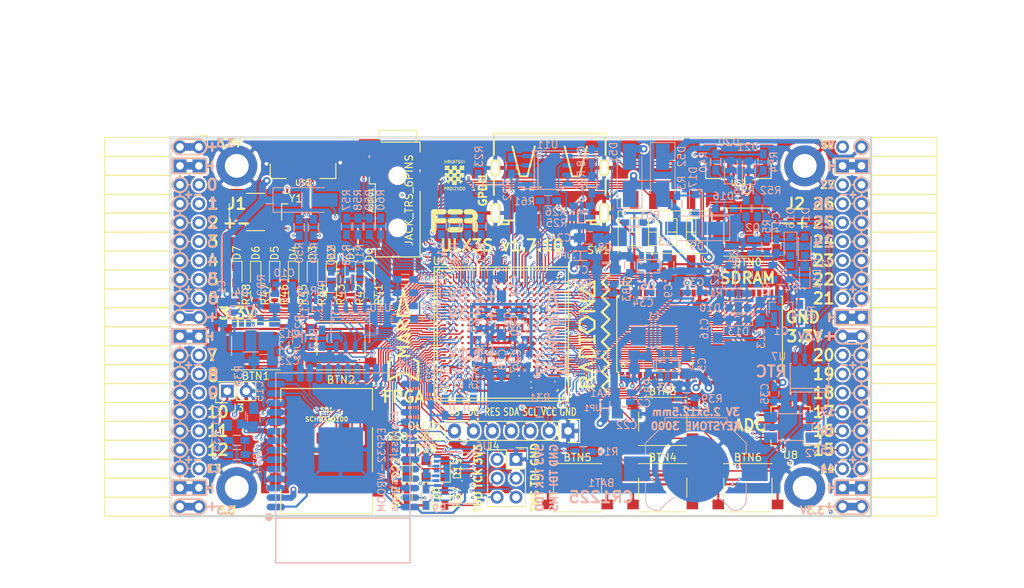
<source format=kicad_pcb>
(kicad_pcb (version 4) (host pcbnew 4.0.7+dfsg1-1)
  (layers (0 F.Cu signal) (1 In1.Cu signal) (2 In2.Cu signal) (31 B.Cu signal) (34 B.Paste user) (35 F.Paste user) (36 B.SilkS user) (37 F.SilkS user) (38 B.Mask user) (39 F.Mask user) (44 Edge.Cuts user))
  (net 0 "")
  (net 1 GND)
  (net 2 +5V)
  (net 3 /gpio/IN5V)
  (net 4 /gpio/OUT5V)
  (net 5 +3V3)
  (net 6 BTN_D)
  (net 7 BTN_F1)
  (net 8 BTN_F2)
  (net 9 BTN_L)
  (net 10 BTN_R)
  (net 11 BTN_U)
  (net 12 /power/FB1)
  (net 13 +2V5)
  (net 14 /power/PWREN)
  (net 15 /power/FB3)
  (net 16 /power/FB2)
  (net 17 "Net-(D9-Pad1)")
  (net 18 /power/VBAT)
  (net 19 JTAG_TDI)
  (net 20 JTAG_TCK)
  (net 21 JTAG_TMS)
  (net 22 JTAG_TDO)
  (net 23 /power/WAKEUPn)
  (net 24 /power/WKUP)
  (net 25 /power/SHUT)
  (net 26 /power/WAKE)
  (net 27 /power/HOLD)
  (net 28 /power/WKn)
  (net 29 /power/OSCI_32k)
  (net 30 /power/OSCO_32k)
  (net 31 "Net-(Q2-Pad3)")
  (net 32 SHUTDOWN)
  (net 33 /analog/AUDIO_L)
  (net 34 /analog/AUDIO_R)
  (net 35 GPDI_5V_SCL)
  (net 36 GPDI_5V_SDA)
  (net 37 GPDI_SDA)
  (net 38 GPDI_SCL)
  (net 39 /gpdi/VREF2)
  (net 40 SD_CMD)
  (net 41 SD_CLK)
  (net 42 SD_D0)
  (net 43 SD_D1)
  (net 44 USB5V)
  (net 45 GPDI_CEC)
  (net 46 nRESET)
  (net 47 FTDI_nDTR)
  (net 48 SDRAM_CKE)
  (net 49 SDRAM_A7)
  (net 50 SDRAM_D15)
  (net 51 SDRAM_BA1)
  (net 52 SDRAM_D7)
  (net 53 SDRAM_A6)
  (net 54 SDRAM_CLK)
  (net 55 SDRAM_D13)
  (net 56 SDRAM_BA0)
  (net 57 SDRAM_D6)
  (net 58 SDRAM_A5)
  (net 59 SDRAM_D14)
  (net 60 SDRAM_A11)
  (net 61 SDRAM_D12)
  (net 62 SDRAM_D5)
  (net 63 SDRAM_A4)
  (net 64 SDRAM_A10)
  (net 65 SDRAM_D11)
  (net 66 SDRAM_A3)
  (net 67 SDRAM_D4)
  (net 68 SDRAM_D10)
  (net 69 SDRAM_D9)
  (net 70 SDRAM_A9)
  (net 71 SDRAM_D3)
  (net 72 SDRAM_D8)
  (net 73 SDRAM_A8)
  (net 74 SDRAM_A2)
  (net 75 SDRAM_A1)
  (net 76 SDRAM_A0)
  (net 77 SDRAM_D2)
  (net 78 SDRAM_D1)
  (net 79 SDRAM_D0)
  (net 80 SDRAM_DQM0)
  (net 81 SDRAM_nCS)
  (net 82 SDRAM_nRAS)
  (net 83 SDRAM_DQM1)
  (net 84 SDRAM_nCAS)
  (net 85 SDRAM_nWE)
  (net 86 /flash/FLASH_nWP)
  (net 87 /flash/FLASH_nHOLD)
  (net 88 /flash/FLASH_MOSI)
  (net 89 /flash/FLASH_MISO)
  (net 90 /flash/FLASH_SCK)
  (net 91 /flash/FLASH_nCS)
  (net 92 /flash/FPGA_PROGRAMN)
  (net 93 /flash/FPGA_DONE)
  (net 94 /flash/FPGA_INITN)
  (net 95 OLED_RES)
  (net 96 OLED_DC)
  (net 97 OLED_CS)
  (net 98 WIFI_EN)
  (net 99 FTDI_nRTS)
  (net 100 FTDI_TXD)
  (net 101 FTDI_RXD)
  (net 102 WIFI_RXD)
  (net 103 WIFI_GPIO0)
  (net 104 WIFI_TXD)
  (net 105 GPDI_ETH-)
  (net 106 GPDI_ETH+)
  (net 107 GPDI_D2+)
  (net 108 GPDI_D2-)
  (net 109 GPDI_D1+)
  (net 110 GPDI_D1-)
  (net 111 GPDI_D0+)
  (net 112 GPDI_D0-)
  (net 113 GPDI_CLK+)
  (net 114 GPDI_CLK-)
  (net 115 USB_FTDI_D+)
  (net 116 USB_FTDI_D-)
  (net 117 SD_D3)
  (net 118 AUDIO_L3)
  (net 119 AUDIO_L2)
  (net 120 AUDIO_L1)
  (net 121 AUDIO_L0)
  (net 122 AUDIO_R3)
  (net 123 AUDIO_R2)
  (net 124 AUDIO_R1)
  (net 125 AUDIO_R0)
  (net 126 OLED_CLK)
  (net 127 OLED_MOSI)
  (net 128 LED0)
  (net 129 LED1)
  (net 130 LED2)
  (net 131 LED3)
  (net 132 LED4)
  (net 133 LED5)
  (net 134 LED6)
  (net 135 LED7)
  (net 136 BTN_PWRn)
  (net 137 FTDI_nTXLED)
  (net 138 FTDI_nSLEEP)
  (net 139 /blinkey/LED_PWREN)
  (net 140 /blinkey/LED_TXLED)
  (net 141 /sdcard/SD3V3)
  (net 142 SD_D2)
  (net 143 CLK_25MHz)
  (net 144 /blinkey/BTNPUL)
  (net 145 /blinkey/BTNPUR)
  (net 146 USB_FPGA_D+)
  (net 147 /power/FTDI_nSUSPEND)
  (net 148 /blinkey/ALED0)
  (net 149 /blinkey/ALED1)
  (net 150 /blinkey/ALED2)
  (net 151 /blinkey/ALED3)
  (net 152 /blinkey/ALED4)
  (net 153 /blinkey/ALED5)
  (net 154 /blinkey/ALED6)
  (net 155 /blinkey/ALED7)
  (net 156 /usb/FTD-)
  (net 157 /usb/FTD+)
  (net 158 ADC_MISO)
  (net 159 ADC_MOSI)
  (net 160 ADC_CSn)
  (net 161 ADC_SCLK)
  (net 162 SW3)
  (net 163 SW2)
  (net 164 SW1)
  (net 165 USB_FPGA_D-)
  (net 166 /usb/FPD+)
  (net 167 /usb/FPD-)
  (net 168 WIFI_GPIO16)
  (net 169 /usb/ANT_433MHz)
  (net 170 /power/PWRBTn)
  (net 171 PROG_DONE)
  (net 172 /power/P3V3)
  (net 173 /power/P2V5)
  (net 174 /power/L1)
  (net 175 /power/L3)
  (net 176 /power/L2)
  (net 177 FTDI_TXDEN)
  (net 178 SDRAM_A12)
  (net 179 /analog/AUDIO_V)
  (net 180 AUDIO_V3)
  (net 181 AUDIO_V2)
  (net 182 AUDIO_V1)
  (net 183 AUDIO_V0)
  (net 184 /gpdi/FPGA_CEC)
  (net 185 /blinkey/LED_WIFI)
  (net 186 /power/P1V1)
  (net 187 +1V1)
  (net 188 SW4)
  (net 189 /blinkey/SWPU)
  (net 190 /wifi/WIFIEN)
  (net 191 FT2V5)
  (net 192 GN0)
  (net 193 GP0)
  (net 194 GN1)
  (net 195 GP1)
  (net 196 GN2)
  (net 197 GP2)
  (net 198 GN3)
  (net 199 GP3)
  (net 200 GN4)
  (net 201 GP4)
  (net 202 GN5)
  (net 203 GP5)
  (net 204 GN6)
  (net 205 GP6)
  (net 206 GN14)
  (net 207 GP14)
  (net 208 GN15)
  (net 209 GP15)
  (net 210 GN16)
  (net 211 GP16)
  (net 212 GN17)
  (net 213 GP17)
  (net 214 GN18)
  (net 215 GP18)
  (net 216 GN19)
  (net 217 GP19)
  (net 218 GN20)
  (net 219 GP20)
  (net 220 GN21)
  (net 221 GP21)
  (net 222 GN22)
  (net 223 GP22)
  (net 224 GN23)
  (net 225 GP23)
  (net 226 GN24)
  (net 227 GP24)
  (net 228 GN25)
  (net 229 GP25)
  (net 230 GN26)
  (net 231 GP26)
  (net 232 GN27)
  (net 233 GP27)
  (net 234 GN7)
  (net 235 GP7)
  (net 236 GN8)
  (net 237 GP8)
  (net 238 GN9)
  (net 239 GP9)
  (net 240 GN10)
  (net 241 GP10)
  (net 242 GN11)
  (net 243 GP11)
  (net 244 GN12)
  (net 245 GP12)
  (net 246 GN13)
  (net 247 GP13)
  (net 248 WIFI_GPIO5)
  (net 249 WIFI_GPIO17)
  (module Socket_Strips:Socket_Strip_Angled_2x20 (layer F.Cu) (at 97.91 62.69 270)
    (fp_text reference J1 (at 7.62 -5.08 360) (layer F.SilkS) (effects (font (size 1.5 1.5) (thickness 0.3))))
    (fp_text value CONN_02X20 hide)
    (pad 1 thru_hole oval (at 0 0 270) (size 1.7272 1.7272) (drill 1.016) (layers *.Cu *.Mask) (net 5 +3V3))
    (pad 2 thru_hole oval (at 0 2.54 270) (size 1.7272 1.7272) (drill 1.016) (layers *.Cu *.Mask) (net 5 +3V3))
    (pad 3 thru_hole rect (at 2.54 0 270) (size 1.7272 1.7272) (drill 1.016) (layers *.Cu *.Mask) (net 1 GND))
    (pad 4 thru_hole rect (at 2.54 2.54 270) (size 1.7272 1.7272) (drill 1.016) (layers *.Cu *.Mask) (net 1 GND))
    (pad 5 thru_hole oval (at 5.08 0 270) (size 1.7272 1.7272) (drill 1.016) (layers *.Cu *.Mask) (net 192 GN0))
    (pad 6 thru_hole oval (at 5.08 2.54 270) (size 1.7272 1.7272) (drill 1.016) (layers *.Cu *.Mask) (net 193 GP0))
    (pad 7 thru_hole oval (at 7.62 0 270) (size 1.7272 1.7272) (drill 1.016) (layers *.Cu *.Mask) (net 194 GN1))
    (pad 8 thru_hole oval (at 7.62 2.54 270) (size 1.7272 1.7272) (drill 1.016) (layers *.Cu *.Mask) (net 195 GP1))
    (pad 9 thru_hole oval (at 10.16 0 270) (size 1.7272 1.7272) (drill 1.016) (layers *.Cu *.Mask) (net 196 GN2))
    (pad 10 thru_hole oval (at 10.16 2.54 270) (size 1.7272 1.7272) (drill 1.016) (layers *.Cu *.Mask) (net 197 GP2))
    (pad 11 thru_hole oval (at 12.7 0 270) (size 1.7272 1.7272) (drill 1.016) (layers *.Cu *.Mask) (net 198 GN3))
    (pad 12 thru_hole oval (at 12.7 2.54 270) (size 1.7272 1.7272) (drill 1.016) (layers *.Cu *.Mask) (net 199 GP3))
    (pad 13 thru_hole oval (at 15.24 0 270) (size 1.7272 1.7272) (drill 1.016) (layers *.Cu *.Mask) (net 200 GN4))
    (pad 14 thru_hole oval (at 15.24 2.54 270) (size 1.7272 1.7272) (drill 1.016) (layers *.Cu *.Mask) (net 201 GP4))
    (pad 15 thru_hole oval (at 17.78 0 270) (size 1.7272 1.7272) (drill 1.016) (layers *.Cu *.Mask) (net 202 GN5))
    (pad 16 thru_hole oval (at 17.78 2.54 270) (size 1.7272 1.7272) (drill 1.016) (layers *.Cu *.Mask) (net 203 GP5))
    (pad 17 thru_hole oval (at 20.32 0 270) (size 1.7272 1.7272) (drill 1.016) (layers *.Cu *.Mask) (net 204 GN6))
    (pad 18 thru_hole oval (at 20.32 2.54 270) (size 1.7272 1.7272) (drill 1.016) (layers *.Cu *.Mask) (net 205 GP6))
    (pad 19 thru_hole oval (at 22.86 0 270) (size 1.7272 1.7272) (drill 1.016) (layers *.Cu *.Mask) (net 5 +3V3))
    (pad 20 thru_hole oval (at 22.86 2.54 270) (size 1.7272 1.7272) (drill 1.016) (layers *.Cu *.Mask) (net 5 +3V3))
    (pad 21 thru_hole rect (at 25.4 0 270) (size 1.7272 1.7272) (drill 1.016) (layers *.Cu *.Mask) (net 1 GND))
    (pad 22 thru_hole rect (at 25.4 2.54 270) (size 1.7272 1.7272) (drill 1.016) (layers *.Cu *.Mask) (net 1 GND))
    (pad 23 thru_hole oval (at 27.94 0 270) (size 1.7272 1.7272) (drill 1.016) (layers *.Cu *.Mask) (net 234 GN7))
    (pad 24 thru_hole oval (at 27.94 2.54 270) (size 1.7272 1.7272) (drill 1.016) (layers *.Cu *.Mask) (net 235 GP7))
    (pad 25 thru_hole oval (at 30.48 0 270) (size 1.7272 1.7272) (drill 1.016) (layers *.Cu *.Mask) (net 236 GN8))
    (pad 26 thru_hole oval (at 30.48 2.54 270) (size 1.7272 1.7272) (drill 1.016) (layers *.Cu *.Mask) (net 237 GP8))
    (pad 27 thru_hole oval (at 33.02 0 270) (size 1.7272 1.7272) (drill 1.016) (layers *.Cu *.Mask) (net 238 GN9))
    (pad 28 thru_hole oval (at 33.02 2.54 270) (size 1.7272 1.7272) (drill 1.016) (layers *.Cu *.Mask) (net 239 GP9))
    (pad 29 thru_hole oval (at 35.56 0 270) (size 1.7272 1.7272) (drill 1.016) (layers *.Cu *.Mask) (net 240 GN10))
    (pad 30 thru_hole oval (at 35.56 2.54 270) (size 1.7272 1.7272) (drill 1.016) (layers *.Cu *.Mask) (net 241 GP10))
    (pad 31 thru_hole oval (at 38.1 0 270) (size 1.7272 1.7272) (drill 1.016) (layers *.Cu *.Mask) (net 242 GN11))
    (pad 32 thru_hole oval (at 38.1 2.54 270) (size 1.7272 1.7272) (drill 1.016) (layers *.Cu *.Mask) (net 243 GP11))
    (pad 33 thru_hole oval (at 40.64 0 270) (size 1.7272 1.7272) (drill 1.016) (layers *.Cu *.Mask) (net 244 GN12))
    (pad 34 thru_hole oval (at 40.64 2.54 270) (size 1.7272 1.7272) (drill 1.016) (layers *.Cu *.Mask) (net 245 GP12))
    (pad 35 thru_hole oval (at 43.18 0 270) (size 1.7272 1.7272) (drill 1.016) (layers *.Cu *.Mask) (net 246 GN13))
    (pad 36 thru_hole oval (at 43.18 2.54 270) (size 1.7272 1.7272) (drill 1.016) (layers *.Cu *.Mask) (net 247 GP13))
    (pad 37 thru_hole rect (at 45.72 0 270) (size 1.7272 1.7272) (drill 1.016) (layers *.Cu *.Mask) (net 1 GND))
    (pad 38 thru_hole rect (at 45.72 2.54 270) (size 1.7272 1.7272) (drill 1.016) (layers *.Cu *.Mask) (net 1 GND))
    (pad 39 thru_hole oval (at 48.26 0 270) (size 1.7272 1.7272) (drill 1.016) (layers *.Cu *.Mask) (net 5 +3V3))
    (pad 40 thru_hole oval (at 48.26 2.54 270) (size 1.7272 1.7272) (drill 1.016) (layers *.Cu *.Mask) (net 5 +3V3))
  )
  (module SMD_Packages:1Pin (layer F.Cu) (at 182.67515 111.637626)
    (fp_text reference AE1 hide)
    (fp_text value 433MHz hide)
    (pad 1 smd rect (at 0 0) (size 0.5 0.5) (layers B.Cu F.Paste F.Mask) (net 169 /usb/ANT_433MHz))
  )
  (module Resistors_SMD:R_0603_HandSoldering (layer B.Cu) (at 103.498 98.758 90)
    (fp_text reference R38 (at 5.334 -0.254 90) (layer B.SilkS) (effects (justify mirror)))
    (fp_text value 0.47)
    (pad 1 smd rect (at -1.1 0 90) (size 1.2 0.9) (layers B.Cu B.Paste B.Mask) (net 141 /sdcard/SD3V3))
    (pad 2 smd rect (at 1.1 0 90) (size 1.2 0.9) (layers B.Cu B.Paste B.Mask) (net 5 +3V3))
  )
  (module jumper:SOLDER-JUMPER_1-WAY (layer B.Cu) (at 152.393 97.742 270)
    (fp_text reference JP1 (at 0 1.778 360) (layer B.SilkS) (effects (font (size 0.762 0.762) (thickness 0.1524)) (justify mirror)))
    (fp_text value 1.2 hide)
    (pad 1 smd rect (at -0.6 0 270) (size 1 1) (layers B.Cu B.Paste B.Mask) (net 186 /power/P1V1))
    (pad 2 smd rect (at 0.6 0 270) (size 1 1) (layers B.Cu B.Paste B.Mask) (net 187 +1V1))
  )
  (module Diodes_SMD:D_SMA_Handsoldering (layer B.Cu) (at 155.695 66.5 90)
    (fp_text reference D51 (at 3.048 -2.159 90) (layer B.SilkS) (effects (justify mirror)))
    (fp_text value STPS2L30AF hide)
    (pad 1 smd rect (at -2.5 0 90) (size 3.5 1.8) (layers B.Cu B.Paste B.Mask) (net 2 +5V))
    (pad 2 smd rect (at 2.5 0 90) (size 3.5 1.8) (layers B.Cu B.Paste B.Mask) (net 3 /gpio/IN5V))
  )
  (module Resistors_SMD:R_0603_HandSoldering (layer B.Cu) (at 156.33 72.85 180)
    (fp_text reference R51 (at -2.032 1.016 180) (layer B.SilkS) (effects (justify mirror)))
    (fp_text value 150)
    (pad 1 smd rect (at -1.1 0 180) (size 1.2 0.9) (layers B.Cu B.Paste B.Mask) (net 5 +3V3))
    (pad 2 smd rect (at 1.1 0 180) (size 1.2 0.9) (layers B.Cu B.Paste B.Mask) (net 189 /blinkey/SWPU))
  )
  (module Resistors_SMD:R_1210_HandSoldering (layer B.Cu) (at 158.87 88.09 180)
    (fp_text reference L1 (at 0 2.7 180) (layer B.SilkS) (effects (justify mirror)))
    (fp_text value 2.2uH)
    (pad 1 smd rect (at -2 0 180) (size 2 2.5) (layers B.Cu B.Paste B.Mask) (net 174 /power/L1))
    (pad 2 smd rect (at 2 0 180) (size 2 2.5) (layers B.Cu B.Paste B.Mask) (net 186 /power/P1V1))
  )
  (module TSOT-25:TSOT-25 (layer B.Cu) (at 160.775 91.9)
    (fp_text reference U3 (at -0.381 3.048) (layer B.SilkS) (effects (font (thickness 0.2)) (justify mirror)))
    (fp_text value TLV62569DBV)
    (pad 1 smd rect (at -0.95 -1.3) (size 0.7 1.2) (layers B.Cu B.Paste B.Mask) (net 14 /power/PWREN))
    (pad 2 smd rect (at 0 -1.3) (size 0.7 1.2) (layers B.Cu B.Paste B.Mask) (net 1 GND))
    (pad 3 smd rect (at 0.95 -1.3) (size 0.7 1.2) (layers B.Cu B.Paste B.Mask) (net 174 /power/L1))
    (pad 4 smd rect (at 0.95 1.3) (size 0.7 1.2) (layers B.Cu B.Paste B.Mask) (net 2 +5V))
    (pad 5 smd rect (at -0.95 1.3) (size 0.7 1.2) (layers B.Cu B.Paste B.Mask) (net 12 /power/FB1))
  )
  (module Resistors_SMD:R_1210_HandSoldering (layer B.Cu) (at 104.895 88.725)
    (fp_text reference L2 (at 4.445 0.635) (layer B.SilkS) (effects (justify mirror)))
    (fp_text value 2.2uH)
    (pad 1 smd rect (at -2 0) (size 2 2.5) (layers B.Cu B.Paste B.Mask) (net 176 /power/L2))
    (pad 2 smd rect (at 2 0) (size 2 2.5) (layers B.Cu B.Paste B.Mask) (net 173 /power/P2V5))
  )
  (module TSOT-25:TSOT-25 (layer B.Cu) (at 103.625 84.915 180)
    (fp_text reference U4 (at 0 2.697 180) (layer B.SilkS) (effects (font (thickness 0.2)) (justify mirror)))
    (fp_text value TLV62569DBV)
    (pad 1 smd rect (at -0.95 -1.3 180) (size 0.7 1.2) (layers B.Cu B.Paste B.Mask) (net 14 /power/PWREN))
    (pad 2 smd rect (at 0 -1.3 180) (size 0.7 1.2) (layers B.Cu B.Paste B.Mask) (net 1 GND))
    (pad 3 smd rect (at 0.95 -1.3 180) (size 0.7 1.2) (layers B.Cu B.Paste B.Mask) (net 176 /power/L2))
    (pad 4 smd rect (at 0.95 1.3 180) (size 0.7 1.2) (layers B.Cu B.Paste B.Mask) (net 2 +5V))
    (pad 5 smd rect (at -0.95 1.3 180) (size 0.7 1.2) (layers B.Cu B.Paste B.Mask) (net 16 /power/FB2))
  )
  (module Resistors_SMD:R_1210_HandSoldering (layer B.Cu) (at 156.33 74.755 180)
    (fp_text reference L3 (at -4.064 -0.635 180) (layer B.SilkS) (effects (justify mirror)))
    (fp_text value 2.2uH)
    (pad 1 smd rect (at -2 0 180) (size 2 2.5) (layers B.Cu B.Paste B.Mask) (net 175 /power/L3))
    (pad 2 smd rect (at 2 0 180) (size 2 2.5) (layers B.Cu B.Paste B.Mask) (net 172 /power/P3V3))
  )
  (module TSOT-25:TSOT-25 (layer B.Cu) (at 158.235 78.692)
    (fp_text reference U5 (at -0.127 2.667) (layer B.SilkS) (effects (font (thickness 0.2)) (justify mirror)))
    (fp_text value TLV62569DBV)
    (pad 1 smd rect (at -0.95 -1.3) (size 0.7 1.2) (layers B.Cu B.Paste B.Mask) (net 14 /power/PWREN))
    (pad 2 smd rect (at 0 -1.3) (size 0.7 1.2) (layers B.Cu B.Paste B.Mask) (net 1 GND))
    (pad 3 smd rect (at 0.95 -1.3) (size 0.7 1.2) (layers B.Cu B.Paste B.Mask) (net 175 /power/L3))
    (pad 4 smd rect (at 0.95 1.3) (size 0.7 1.2) (layers B.Cu B.Paste B.Mask) (net 2 +5V))
    (pad 5 smd rect (at -0.95 1.3) (size 0.7 1.2) (layers B.Cu B.Paste B.Mask) (net 15 /power/FB3))
  )
  (module Capacitors_SMD:C_0805_HandSoldering (layer B.Cu) (at 101.085 84.915 270)
    (fp_text reference C1 (at -3.429 0.127 270) (layer B.SilkS) (effects (justify mirror)))
    (fp_text value 22uF)
    (pad 1 smd rect (at -1.25 0 270) (size 1.5 1.25) (layers B.Cu B.Paste B.Mask) (net 2 +5V))
    (pad 2 smd rect (at 1.25 0 270) (size 1.5 1.25) (layers B.Cu B.Paste B.Mask) (net 1 GND))
  )
  (module Capacitors_SMD:C_0805_HandSoldering (layer B.Cu) (at 155.06 90.63)
    (fp_text reference C3 (at -3.048 0) (layer B.SilkS) (effects (justify mirror)))
    (fp_text value 22uF)
    (pad 1 smd rect (at -1.25 0) (size 1.5 1.25) (layers B.Cu B.Paste B.Mask) (net 186 /power/P1V1))
    (pad 2 smd rect (at 1.25 0) (size 1.5 1.25) (layers B.Cu B.Paste B.Mask) (net 1 GND))
  )
  (module Capacitors_SMD:C_0805_HandSoldering (layer B.Cu) (at 155.06 92.535)
    (fp_text reference C4 (at -3.048 0.127) (layer B.SilkS) (effects (justify mirror)))
    (fp_text value 22uF)
    (pad 1 smd rect (at -1.25 0) (size 1.5 1.25) (layers B.Cu B.Paste B.Mask) (net 186 /power/P1V1))
    (pad 2 smd rect (at 1.25 0) (size 1.5 1.25) (layers B.Cu B.Paste B.Mask) (net 1 GND))
  )
  (module Capacitors_SMD:C_0805_HandSoldering (layer B.Cu) (at 163.315 91.9 90)
    (fp_text reference C5 (at 0 2.1 90) (layer B.SilkS) (effects (justify mirror)))
    (fp_text value 22uF)
    (pad 1 smd rect (at -1.25 0 90) (size 1.5 1.25) (layers B.Cu B.Paste B.Mask) (net 2 +5V))
    (pad 2 smd rect (at 1.25 0 90) (size 1.5 1.25) (layers B.Cu B.Paste B.Mask) (net 1 GND))
  )
  (module Capacitors_SMD:C_0805_HandSoldering (layer B.Cu) (at 152.52 79.2)
    (fp_text reference C7 (at -3.302 0) (layer B.SilkS) (effects (justify mirror)))
    (fp_text value 22uF)
    (pad 1 smd rect (at -1.25 0) (size 1.5 1.25) (layers B.Cu B.Paste B.Mask) (net 172 /power/P3V3))
    (pad 2 smd rect (at 1.25 0) (size 1.5 1.25) (layers B.Cu B.Paste B.Mask) (net 1 GND))
  )
  (module Capacitors_SMD:C_0805_HandSoldering (layer B.Cu) (at 152.52 77.295)
    (fp_text reference C8 (at -0.127 -1.143) (layer B.SilkS) (effects (justify mirror)))
    (fp_text value 22uF)
    (pad 1 smd rect (at -1.25 0) (size 1.5 1.25) (layers B.Cu B.Paste B.Mask) (net 172 /power/P3V3))
    (pad 2 smd rect (at 1.25 0) (size 1.5 1.25) (layers B.Cu B.Paste B.Mask) (net 1 GND))
  )
  (module Capacitors_SMD:C_0805_HandSoldering (layer B.Cu) (at 160.775 78.565 90)
    (fp_text reference C9 (at -3.429 0.127 90) (layer B.SilkS) (effects (justify mirror)))
    (fp_text value 22uF)
    (pad 1 smd rect (at -1.25 0 90) (size 1.5 1.25) (layers B.Cu B.Paste B.Mask) (net 2 +5V))
    (pad 2 smd rect (at 1.25 0 90) (size 1.5 1.25) (layers B.Cu B.Paste B.Mask) (net 1 GND))
  )
  (module Capacitors_SMD:C_0805_HandSoldering (layer B.Cu) (at 109.34 84.28 180)
    (fp_text reference C11 (at -2.794 -0.254 270) (layer B.SilkS) (effects (justify mirror)))
    (fp_text value 22uF)
    (pad 1 smd rect (at -1.25 0 180) (size 1.5 1.25) (layers B.Cu B.Paste B.Mask) (net 173 /power/P2V5))
    (pad 2 smd rect (at 1.25 0 180) (size 1.5 1.25) (layers B.Cu B.Paste B.Mask) (net 1 GND))
  )
  (module Capacitors_SMD:C_0805_HandSoldering (layer B.Cu) (at 109.34 86.185 180)
    (fp_text reference C12 (at -0.635 -1.615 360) (layer B.SilkS) (effects (justify mirror)))
    (fp_text value 22uF)
    (pad 1 smd rect (at -1.25 0 180) (size 1.5 1.25) (layers B.Cu B.Paste B.Mask) (net 173 /power/P2V5))
    (pad 2 smd rect (at 1.25 0 180) (size 1.5 1.25) (layers B.Cu B.Paste B.Mask) (net 1 GND))
  )
  (module Capacitors_SMD:C_0805_HandSoldering (layer B.Cu) (at 173.221 84.788 90)
    (fp_text reference C13 (at -3.556 0.127 90) (layer B.SilkS) (effects (justify mirror)))
    (fp_text value 2.2uF)
    (pad 1 smd rect (at -1.25 0 90) (size 1.5 1.25) (layers B.Cu B.Paste B.Mask) (net 2 +5V))
    (pad 2 smd rect (at 1.25 0 90) (size 1.5 1.25) (layers B.Cu B.Paste B.Mask) (net 24 /power/WKUP))
  )
  (module TO_SOT_Packages_SMD:SOT-23_Handsoldering (layer B.Cu) (at 176.015 84.28 90)
    (fp_text reference Q1 (at -3.1115 0 180) (layer B.SilkS) (effects (justify mirror)))
    (fp_text value BC857)
    (pad 1 smd rect (at -1.5 0.95 90) (size 1.9 0.8) (layers B.Cu B.Paste B.Mask) (net 28 /power/WKn))
    (pad 2 smd rect (at -1.5 -0.95 90) (size 1.9 0.8) (layers B.Cu B.Paste B.Mask) (net 2 +5V))
    (pad 3 smd rect (at 1.5 0 90) (size 1.9 0.8) (layers B.Cu B.Paste B.Mask) (net 24 /power/WKUP))
  )
  (module TO_SOT_Packages_SMD:SOT-23_Handsoldering (layer B.Cu) (at 170.935 76.025 180)
    (fp_text reference Q2 (at -1.295 2.5 180) (layer B.SilkS) (effects (justify mirror)))
    (fp_text value 2N7002)
    (pad 1 smd rect (at -1.5 0.95 180) (size 1.9 0.8) (layers B.Cu B.Paste B.Mask) (net 25 /power/SHUT))
    (pad 2 smd rect (at -1.5 -0.95 180) (size 1.9 0.8) (layers B.Cu B.Paste B.Mask) (net 1 GND))
    (pad 3 smd rect (at 1.5 0 180) (size 1.9 0.8) (layers B.Cu B.Paste B.Mask) (net 31 "Net-(Q2-Pad3)"))
  )
  (module Capacitors_SMD:C_0603_HandSoldering (layer B.Cu) (at 154.86 96.91)
    (fp_text reference C2 (at 2.74 0.197) (layer B.SilkS) (effects (justify mirror)))
    (fp_text value 470pF)
    (pad 1 smd rect (at -0.95 0) (size 1.2 0.75) (layers B.Cu B.Paste B.Mask) (net 186 /power/P1V1))
    (pad 2 smd rect (at 0.95 0) (size 1.2 0.75) (layers B.Cu B.Paste B.Mask) (net 12 /power/FB1))
  )
  (module Capacitors_SMD:C_0603_HandSoldering (layer B.Cu) (at 152.52 82.375)
    (fp_text reference C6 (at -2.794 0.127) (layer B.SilkS) (effects (justify mirror)))
    (fp_text value 470pF)
    (pad 1 smd rect (at -0.95 0) (size 1.2 0.75) (layers B.Cu B.Paste B.Mask) (net 172 /power/P3V3))
    (pad 2 smd rect (at 0.95 0) (size 1.2 0.75) (layers B.Cu B.Paste B.Mask) (net 15 /power/FB3))
  )
  (module Capacitors_SMD:C_0603_HandSoldering (layer B.Cu) (at 109.34 81.105 180)
    (fp_text reference C10 (at -0.04 1.505 180) (layer B.SilkS) (effects (justify mirror)))
    (fp_text value 470pF)
    (pad 1 smd rect (at -0.95 0 180) (size 1.2 0.75) (layers B.Cu B.Paste B.Mask) (net 173 /power/P2V5))
    (pad 2 smd rect (at 0.95 0 180) (size 1.2 0.75) (layers B.Cu B.Paste B.Mask) (net 16 /power/FB2))
  )
  (module Capacitors_SMD:C_0603_HandSoldering (layer B.Cu) (at 175.38 76.025 270)
    (fp_text reference C14 (at -3.175 0 270) (layer B.SilkS) (effects (justify mirror)))
    (fp_text value 100nF)
    (pad 1 smd rect (at -0.95 0 270) (size 1.2 0.75) (layers B.Cu B.Paste B.Mask) (net 25 /power/SHUT))
    (pad 2 smd rect (at 0.95 0 270) (size 1.2 0.75) (layers B.Cu B.Paste B.Mask) (net 1 GND))
  )
  (module Resistors_SMD:R_0603_HandSoldering (layer B.Cu) (at 170.3 82.375)
    (fp_text reference R1 (at -3.048 -0.127) (layer B.SilkS) (effects (justify mirror)))
    (fp_text value 15k)
    (pad 1 smd rect (at -1.1 0) (size 1.2 0.9) (layers B.Cu B.Paste B.Mask) (net 26 /power/WAKE))
    (pad 2 smd rect (at 1.1 0) (size 1.2 0.9) (layers B.Cu B.Paste B.Mask) (net 14 /power/PWREN))
  )
  (module Resistors_SMD:R_0603_HandSoldering (layer B.Cu) (at 172.84 79.835 90)
    (fp_text reference R2 (at -1.905 1.27 90) (layer B.SilkS) (effects (justify mirror)))
    (fp_text value 47k)
    (pad 1 smd rect (at -1.1 0 90) (size 1.2 0.9) (layers B.Cu B.Paste B.Mask) (net 14 /power/PWREN))
    (pad 2 smd rect (at 1.1 0 90) (size 1.2 0.9) (layers B.Cu B.Paste B.Mask) (net 1 GND))
  )
  (module Resistors_SMD:R_0603_HandSoldering (layer B.Cu) (at 176.015 80.47 180)
    (fp_text reference R4 (at -1.397 -1.27 360) (layer B.SilkS) (effects (justify mirror)))
    (fp_text value 4.7k)
    (pad 1 smd rect (at -1.1 0 180) (size 1.2 0.9) (layers B.Cu B.Paste B.Mask) (net 27 /power/HOLD))
    (pad 2 smd rect (at 1.1 0 180) (size 1.2 0.9) (layers B.Cu B.Paste B.Mask) (net 14 /power/PWREN))
  )
  (module Resistors_SMD:R_0603_HandSoldering (layer B.Cu) (at 174.11 76.025 270)
    (fp_text reference R5 (at -2.667 0 270) (layer B.SilkS) (effects (justify mirror)))
    (fp_text value 4.7M)
    (pad 1 smd rect (at -1.1 0 270) (size 1.2 0.9) (layers B.Cu B.Paste B.Mask) (net 25 /power/SHUT))
    (pad 2 smd rect (at 1.1 0 270) (size 1.2 0.9) (layers B.Cu B.Paste B.Mask) (net 1 GND))
  )
  (module Resistors_SMD:R_0603_HandSoldering (layer B.Cu) (at 178.555 84.915 270)
    (fp_text reference R6 (at 0 -1.524 270) (layer B.SilkS) (effects (justify mirror)))
    (fp_text value 1k)
    (pad 1 smd rect (at -1.1 0 270) (size 1.2 0.9) (layers B.Cu B.Paste B.Mask) (net 28 /power/WKn))
    (pad 2 smd rect (at 1.1 0 270) (size 1.2 0.9) (layers B.Cu B.Paste B.Mask) (net 23 /power/WAKEUPn))
  )
  (module Resistors_SMD:R_0603_HandSoldering (layer B.Cu) (at 113.785 84.28 270)
    (fp_text reference R7 (at -2.794 -0.635 270) (layer B.SilkS) (effects (justify mirror)))
    (fp_text value 150)
    (pad 1 smd rect (at -1.1 0 270) (size 1.2 0.9) (layers B.Cu B.Paste B.Mask) (net 5 +3V3))
    (pad 2 smd rect (at 1.1 0 270) (size 1.2 0.9) (layers B.Cu B.Paste B.Mask) (net 144 /blinkey/BTNPUL))
  )
  (module Resistors_SMD:R_0603_HandSoldering (layer B.Cu) (at 170.935 79.835 90)
    (fp_text reference R8 (at 2.54 -1.27 90) (layer B.SilkS) (effects (justify mirror)))
    (fp_text value 1k)
    (pad 1 smd rect (at -1.1 0 90) (size 1.2 0.9) (layers B.Cu B.Paste B.Mask) (net 14 /power/PWREN))
    (pad 2 smd rect (at 1.1 0 90) (size 1.2 0.9) (layers B.Cu B.Paste B.Mask) (net 31 "Net-(Q2-Pad3)"))
  )
  (module Resistors_SMD:R_0603_HandSoldering (layer B.Cu) (at 128.39 109.68 270)
    (fp_text reference R9 (at 1.524 -1.778 360) (layer B.SilkS) (effects (justify mirror)))
    (fp_text value 15k)
    (pad 1 smd rect (at -1.1 0 270) (size 1.2 0.9) (layers B.Cu B.Paste B.Mask) (net 46 nRESET))
    (pad 2 smd rect (at 1.1 0 270) (size 1.2 0.9) (layers B.Cu B.Paste B.Mask) (net 191 FT2V5))
  )
  (module Resistors_SMD:R_0603_HandSoldering (layer B.Cu) (at 149.472 103.584 180)
    (fp_text reference R10 (at -3.302 0 180) (layer B.SilkS) (effects (justify mirror)))
    (fp_text value 150)
    (pad 1 smd rect (at -1.1 0 180) (size 1.2 0.9) (layers B.Cu B.Paste B.Mask) (net 147 /power/FTDI_nSUSPEND))
    (pad 2 smd rect (at 1.1 0 180) (size 1.2 0.9) (layers B.Cu B.Paste B.Mask) (net 138 FTDI_nSLEEP))
  )
  (module Resistors_SMD:R_0603_HandSoldering (layer B.Cu) (at 176.015 78.565 180)
    (fp_text reference R13 (at -5.588 0.254 180) (layer B.SilkS) (effects (justify mirror)))
    (fp_text value 15k)
    (pad 1 smd rect (at -1.1 0 180) (size 1.2 0.9) (layers B.Cu B.Paste B.Mask) (net 32 SHUTDOWN))
    (pad 2 smd rect (at 1.1 0 180) (size 1.2 0.9) (layers B.Cu B.Paste B.Mask) (net 1 GND))
  )
  (module Resistors_SMD:R_0603_HandSoldering (layer B.Cu) (at 154.86 95.64)
    (fp_text reference RA1 (at -3.102 0.07) (layer B.SilkS) (effects (justify mirror)))
    (fp_text value 15k)
    (pad 1 smd rect (at -1.1 0) (size 1.2 0.9) (layers B.Cu B.Paste B.Mask) (net 186 /power/P1V1))
    (pad 2 smd rect (at 1.1 0) (size 1.2 0.9) (layers B.Cu B.Paste B.Mask) (net 12 /power/FB1))
  )
  (module Resistors_SMD:R_0603_HandSoldering (layer B.Cu) (at 109.34 82.375 180)
    (fp_text reference RA2 (at -3.048 0.381 360) (layer B.SilkS) (effects (justify mirror)))
    (fp_text value 15k)
    (pad 1 smd rect (at -1.1 0 180) (size 1.2 0.9) (layers B.Cu B.Paste B.Mask) (net 173 /power/P2V5))
    (pad 2 smd rect (at 1.1 0 180) (size 1.2 0.9) (layers B.Cu B.Paste B.Mask) (net 16 /power/FB2))
  )
  (module Resistors_SMD:R_0603_HandSoldering (layer B.Cu) (at 152.52 81.105)
    (fp_text reference RA3 (at -3.302 -0.127) (layer B.SilkS) (effects (justify mirror)))
    (fp_text value 15k)
    (pad 1 smd rect (at -1.1 0) (size 1.2 0.9) (layers B.Cu B.Paste B.Mask) (net 172 /power/P3V3))
    (pad 2 smd rect (at 1.1 0) (size 1.2 0.9) (layers B.Cu B.Paste B.Mask) (net 15 /power/FB3))
  )
  (module Resistors_SMD:R_0603_HandSoldering (layer B.Cu) (at 158.235 91.9 270)
    (fp_text reference RB1 (at 3.302 0 270) (layer B.SilkS) (effects (justify mirror)))
    (fp_text value 18k)
    (pad 1 smd rect (at -1.1 0 270) (size 1.2 0.9) (layers B.Cu B.Paste B.Mask) (net 1 GND))
    (pad 2 smd rect (at 1.1 0 270) (size 1.2 0.9) (layers B.Cu B.Paste B.Mask) (net 12 /power/FB1))
  )
  (module Resistors_SMD:R_0603_HandSoldering (layer B.Cu) (at 106.165 84.915 90)
    (fp_text reference RB2 (at 3.683 0.127 90) (layer B.SilkS) (effects (justify mirror)))
    (fp_text value 4.7k)
    (pad 1 smd rect (at -1.1 0 90) (size 1.2 0.9) (layers B.Cu B.Paste B.Mask) (net 1 GND))
    (pad 2 smd rect (at 1.1 0 90) (size 1.2 0.9) (layers B.Cu B.Paste B.Mask) (net 16 /power/FB2))
  )
  (module Resistors_SMD:R_0603_HandSoldering (layer B.Cu) (at 155.695 78.565 270)
    (fp_text reference RB3 (at 3.429 0.395 270) (layer B.SilkS) (effects (justify mirror)))
    (fp_text value 3.3k)
    (pad 1 smd rect (at -1.1 0 270) (size 1.2 0.9) (layers B.Cu B.Paste B.Mask) (net 1 GND))
    (pad 2 smd rect (at 1.1 0 270) (size 1.2 0.9) (layers B.Cu B.Paste B.Mask) (net 15 /power/FB3))
  )
  (module Resistors_SMD:R_0603_HandSoldering (layer B.Cu) (at 125.596 85.804 180)
    (fp_text reference R14 (at -3.47 0.127 180) (layer B.SilkS) (effects (justify mirror)))
    (fp_text value 1.2k)
    (pad 1 smd rect (at -1.1 0 180) (size 1.2 0.9) (layers B.Cu B.Paste B.Mask) (net 121 AUDIO_L0))
    (pad 2 smd rect (at 1.1 0 180) (size 1.2 0.9) (layers B.Cu B.Paste B.Mask) (net 33 /analog/AUDIO_L))
  )
  (module Resistors_SMD:R_0603_HandSoldering (layer B.Cu) (at 125.596 84.026 180)
    (fp_text reference R15 (at -3.47 -0.001 180) (layer B.SilkS) (effects (justify mirror)))
    (fp_text value 680)
    (pad 1 smd rect (at -1.1 0 180) (size 1.2 0.9) (layers B.Cu B.Paste B.Mask) (net 120 AUDIO_L1))
    (pad 2 smd rect (at 1.1 0 180) (size 1.2 0.9) (layers B.Cu B.Paste B.Mask) (net 33 /analog/AUDIO_L))
  )
  (module Resistors_SMD:R_0603_HandSoldering (layer B.Cu) (at 125.596 82.248 180)
    (fp_text reference R16 (at -3.47 -0.127 180) (layer B.SilkS) (effects (justify mirror)))
    (fp_text value 330)
    (pad 1 smd rect (at -1.1 0 180) (size 1.2 0.9) (layers B.Cu B.Paste B.Mask) (net 119 AUDIO_L2))
    (pad 2 smd rect (at 1.1 0 180) (size 1.2 0.9) (layers B.Cu B.Paste B.Mask) (net 33 /analog/AUDIO_L))
  )
  (module Resistors_SMD:R_0603_HandSoldering (layer B.Cu) (at 125.596 80.47 180)
    (fp_text reference R17 (at -3.47 0 180) (layer B.SilkS) (effects (justify mirror)))
    (fp_text value 150)
    (pad 1 smd rect (at -1.1 0 180) (size 1.2 0.9) (layers B.Cu B.Paste B.Mask) (net 118 AUDIO_L3))
    (pad 2 smd rect (at 1.1 0 180) (size 1.2 0.9) (layers B.Cu B.Paste B.Mask) (net 33 /analog/AUDIO_L))
  )
  (module Resistors_SMD:R_0603_HandSoldering (layer B.Cu) (at 130.422 73.358 90)
    (fp_text reference R18 (at -3.556 0 90) (layer B.SilkS) (effects (justify mirror)))
    (fp_text value 1.2k)
    (pad 1 smd rect (at -1.1 0 90) (size 1.2 0.9) (layers B.Cu B.Paste B.Mask) (net 125 AUDIO_R0))
    (pad 2 smd rect (at 1.1 0 90) (size 1.2 0.9) (layers B.Cu B.Paste B.Mask) (net 34 /analog/AUDIO_R))
  )
  (module Resistors_SMD:R_0603_HandSoldering (layer B.Cu) (at 132.2 73.358 90)
    (fp_text reference R19 (at -3.556 0 90) (layer B.SilkS) (effects (justify mirror)))
    (fp_text value 680)
    (pad 1 smd rect (at -1.1 0 90) (size 1.2 0.9) (layers B.Cu B.Paste B.Mask) (net 124 AUDIO_R1))
    (pad 2 smd rect (at 1.1 0 90) (size 1.2 0.9) (layers B.Cu B.Paste B.Mask) (net 34 /analog/AUDIO_R))
  )
  (module Resistors_SMD:R_0603_HandSoldering (layer B.Cu) (at 133.978 73.358 90)
    (fp_text reference R20 (at -3.556 0 90) (layer B.SilkS) (effects (justify mirror)))
    (fp_text value 330)
    (pad 1 smd rect (at -1.1 0 90) (size 1.2 0.9) (layers B.Cu B.Paste B.Mask) (net 123 AUDIO_R2))
    (pad 2 smd rect (at 1.1 0 90) (size 1.2 0.9) (layers B.Cu B.Paste B.Mask) (net 34 /analog/AUDIO_R))
  )
  (module Resistors_SMD:R_0603_HandSoldering (layer B.Cu) (at 135.756 73.358 90)
    (fp_text reference R21 (at -3.556 0 90) (layer B.SilkS) (effects (justify mirror)))
    (fp_text value 150)
    (pad 1 smd rect (at -1.1 0 90) (size 1.2 0.9) (layers B.Cu B.Paste B.Mask) (net 122 AUDIO_R3))
    (pad 2 smd rect (at 1.1 0 90) (size 1.2 0.9) (layers B.Cu B.Paste B.Mask) (net 34 /analog/AUDIO_R))
  )
  (module Capacitors_SMD:C_0603_HandSoldering (layer B.Cu) (at 150.5896 63.96 90)
    (fp_text reference C18 (at 0 -1.3716 90) (layer B.SilkS) (effects (justify mirror)))
    (fp_text value 470pF)
    (pad 1 smd rect (at -0.95 0 90) (size 1.2 0.75) (layers B.Cu B.Paste B.Mask) (net 39 /gpdi/VREF2))
    (pad 2 smd rect (at 0.95 0 90) (size 1.2 0.75) (layers B.Cu B.Paste B.Mask) (net 1 GND))
  )
  (module Socket_Strips:Socket_Strip_Angled_2x20 (layer F.Cu) (at 184.27 110.95 90)
    (fp_text reference J2 (at 40.64 -6.35 180) (layer F.SilkS) (effects (font (size 1.5 1.5) (thickness 0.3))))
    (fp_text value CONN_02X20 hide)
    (pad 1 thru_hole oval (at 0 0 90) (size 1.7272 1.7272) (drill 1.016) (layers *.Cu *.Mask) (net 5 +3V3))
    (pad 2 thru_hole oval (at 0 2.54 90) (size 1.7272 1.7272) (drill 1.016) (layers *.Cu *.Mask) (net 5 +3V3))
    (pad 3 thru_hole rect (at 2.54 0 90) (size 1.7272 1.7272) (drill 1.016) (layers *.Cu *.Mask) (net 1 GND))
    (pad 4 thru_hole rect (at 2.54 2.54 90) (size 1.7272 1.7272) (drill 1.016) (layers *.Cu *.Mask) (net 1 GND))
    (pad 5 thru_hole oval (at 5.08 0 90) (size 1.7272 1.7272) (drill 1.016) (layers *.Cu *.Mask) (net 206 GN14))
    (pad 6 thru_hole oval (at 5.08 2.54 90) (size 1.7272 1.7272) (drill 1.016) (layers *.Cu *.Mask) (net 207 GP14))
    (pad 7 thru_hole oval (at 7.62 0 90) (size 1.7272 1.7272) (drill 1.016) (layers *.Cu *.Mask) (net 208 GN15))
    (pad 8 thru_hole oval (at 7.62 2.54 90) (size 1.7272 1.7272) (drill 1.016) (layers *.Cu *.Mask) (net 209 GP15))
    (pad 9 thru_hole oval (at 10.16 0 90) (size 1.7272 1.7272) (drill 1.016) (layers *.Cu *.Mask) (net 210 GN16))
    (pad 10 thru_hole oval (at 10.16 2.54 90) (size 1.7272 1.7272) (drill 1.016) (layers *.Cu *.Mask) (net 211 GP16))
    (pad 11 thru_hole oval (at 12.7 0 90) (size 1.7272 1.7272) (drill 1.016) (layers *.Cu *.Mask) (net 212 GN17))
    (pad 12 thru_hole oval (at 12.7 2.54 90) (size 1.7272 1.7272) (drill 1.016) (layers *.Cu *.Mask) (net 213 GP17))
    (pad 13 thru_hole oval (at 15.24 0 90) (size 1.7272 1.7272) (drill 1.016) (layers *.Cu *.Mask) (net 214 GN18))
    (pad 14 thru_hole oval (at 15.24 2.54 90) (size 1.7272 1.7272) (drill 1.016) (layers *.Cu *.Mask) (net 215 GP18))
    (pad 15 thru_hole oval (at 17.78 0 90) (size 1.7272 1.7272) (drill 1.016) (layers *.Cu *.Mask) (net 216 GN19))
    (pad 16 thru_hole oval (at 17.78 2.54 90) (size 1.7272 1.7272) (drill 1.016) (layers *.Cu *.Mask) (net 217 GP19))
    (pad 17 thru_hole oval (at 20.32 0 90) (size 1.7272 1.7272) (drill 1.016) (layers *.Cu *.Mask) (net 218 GN20))
    (pad 18 thru_hole oval (at 20.32 2.54 90) (size 1.7272 1.7272) (drill 1.016) (layers *.Cu *.Mask) (net 219 GP20))
    (pad 19 thru_hole oval (at 22.86 0 90) (size 1.7272 1.7272) (drill 1.016) (layers *.Cu *.Mask) (net 5 +3V3))
    (pad 20 thru_hole oval (at 22.86 2.54 90) (size 1.7272 1.7272) (drill 1.016) (layers *.Cu *.Mask) (net 5 +3V3))
    (pad 21 thru_hole rect (at 25.4 0 90) (size 1.7272 1.7272) (drill 1.016) (layers *.Cu *.Mask) (net 1 GND))
    (pad 22 thru_hole rect (at 25.4 2.54 90) (size 1.7272 1.7272) (drill 1.016) (layers *.Cu *.Mask) (net 1 GND))
    (pad 23 thru_hole oval (at 27.94 0 90) (size 1.7272 1.7272) (drill 1.016) (layers *.Cu *.Mask) (net 220 GN21))
    (pad 24 thru_hole oval (at 27.94 2.54 90) (size 1.7272 1.7272) (drill 1.016) (layers *.Cu *.Mask) (net 221 GP21))
    (pad 25 thru_hole oval (at 30.48 0 90) (size 1.7272 1.7272) (drill 1.016) (layers *.Cu *.Mask) (net 222 GN22))
    (pad 26 thru_hole oval (at 30.48 2.54 90) (size 1.7272 1.7272) (drill 1.016) (layers *.Cu *.Mask) (net 223 GP22))
    (pad 27 thru_hole oval (at 33.02 0 90) (size 1.7272 1.7272) (drill 1.016) (layers *.Cu *.Mask) (net 224 GN23))
    (pad 28 thru_hole oval (at 33.02 2.54 90) (size 1.7272 1.7272) (drill 1.016) (layers *.Cu *.Mask) (net 225 GP23))
    (pad 29 thru_hole oval (at 35.56 0 90) (size 1.7272 1.7272) (drill 1.016) (layers *.Cu *.Mask) (net 226 GN24))
    (pad 30 thru_hole oval (at 35.56 2.54 90) (size 1.7272 1.7272) (drill 1.016) (layers *.Cu *.Mask) (net 227 GP24))
    (pad 31 thru_hole oval (at 38.1 0 90) (size 1.7272 1.7272) (drill 1.016) (layers *.Cu *.Mask) (net 228 GN25))
    (pad 32 thru_hole oval (at 38.1 2.54 90) (size 1.7272 1.7272) (drill 1.016) (layers *.Cu *.Mask) (net 229 GP25))
    (pad 33 thru_hole oval (at 40.64 0 90) (size 1.7272 1.7272) (drill 1.016) (layers *.Cu *.Mask) (net 230 GN26))
    (pad 34 thru_hole oval (at 40.64 2.54 90) (size 1.7272 1.7272) (drill 1.016) (layers *.Cu *.Mask) (net 231 GP26))
    (pad 35 thru_hole oval (at 43.18 0 90) (size 1.7272 1.7272) (drill 1.016) (layers *.Cu *.Mask) (net 232 GN27))
    (pad 36 thru_hole oval (at 43.18 2.54 90) (size 1.7272 1.7272) (drill 1.016) (layers *.Cu *.Mask) (net 233 GP27))
    (pad 37 thru_hole rect (at 45.72 0 90) (size 1.7272 1.7272) (drill 1.016) (layers *.Cu *.Mask) (net 1 GND))
    (pad 38 thru_hole rect (at 45.72 2.54 90) (size 1.7272 1.7272) (drill 1.016) (layers *.Cu *.Mask) (net 1 GND))
    (pad 39 thru_hole oval (at 48.26 0 90) (size 1.7272 1.7272) (drill 1.016) (layers *.Cu *.Mask) (net 3 /gpio/IN5V))
    (pad 40 thru_hole oval (at 48.26 2.54 90) (size 1.7272 1.7272) (drill 1.016) (layers *.Cu *.Mask) (net 4 /gpio/OUT5V))
  )
  (module Mounting_Holes:MountingHole_3.2mm_M3_ISO14580_Pad (layer F.Cu) (at 102.99 108.41)
    (fp_text reference H1 hide)
    (fp_text value HOLE hide)
    (pad 1 thru_hole circle (at 0 0) (size 5.5 5.5) (drill 3.2) (layers *.Cu *.Mask) (net 1 GND))
  )
  (module Mounting_Holes:MountingHole_3.2mm_M3_ISO14580_Pad (layer F.Cu) (at 179.19 108.41)
    (fp_text reference H2 hide)
    (fp_text value HOLE hide)
    (pad 1 thru_hole circle (at 0 0) (size 5.5 5.5) (drill 3.2) (layers *.Cu *.Mask) (net 1 GND))
  )
  (module Mounting_Holes:MountingHole_3.2mm_M3_ISO14580_Pad (layer F.Cu) (at 179.19 65.23)
    (fp_text reference H3 hide)
    (fp_text value HOLE hide)
    (pad 1 thru_hole circle (at 0 0) (size 5.5 5.5) (drill 3.2) (layers *.Cu *.Mask) (net 1 GND))
  )
  (module Mounting_Holes:MountingHole_3.2mm_M3_ISO14580_Pad (layer F.Cu) (at 102.99 65.23)
    (fp_text reference H4 hide)
    (fp_text value HOLE hide)
    (pad 1 thru_hole circle (at 0 0) (size 5.5 5.5) (drill 3.2) (layers *.Cu *.Mask) (net 1 GND))
  )
  (module Resistors_SMD:R_0603_HandSoldering (layer B.Cu) (at 162.045 70.31 90)
    (fp_text reference R3 (at 2.794 0.635 90) (layer B.SilkS) (effects (justify mirror)))
    (fp_text value 4.7k)
    (pad 1 smd rect (at -1.1 0 90) (size 1.2 0.9) (layers B.Cu B.Paste B.Mask) (net 2 +5V))
    (pad 2 smd rect (at 1.1 0 90) (size 1.2 0.9) (layers B.Cu B.Paste B.Mask) (net 170 /power/PWRBTn))
  )
  (module Resistors_SMD:R_0603_HandSoldering (layer B.Cu) (at 139.82 65.23 90)
    (fp_text reference R22 (at -3.27 -0.54 90) (layer B.SilkS) (effects (justify mirror)))
    (fp_text value 2.2k)
    (pad 1 smd rect (at -1.1 0 90) (size 1.2 0.9) (layers B.Cu B.Paste B.Mask) (net 5 +3V3))
    (pad 2 smd rect (at 1.1 0 90) (size 1.2 0.9) (layers B.Cu B.Paste B.Mask) (net 37 GPDI_SDA))
  )
  (module Resistors_SMD:R_0603_HandSoldering (layer B.Cu) (at 135.375 67.432 90)
    (fp_text reference R23 (at 3.472 0.127 90) (layer B.SilkS) (effects (justify mirror)))
    (fp_text value 2.2k)
    (pad 1 smd rect (at -1.1 0 90) (size 1.2 0.9) (layers B.Cu B.Paste B.Mask) (net 5 +3V3))
    (pad 2 smd rect (at 1.1 0 90) (size 1.2 0.9) (layers B.Cu B.Paste B.Mask) (net 38 GPDI_SCL))
  )
  (module Resistors_SMD:R_0603_HandSoldering (layer B.Cu) (at 150.615 67.77 90)
    (fp_text reference R24 (at 0.508 -1.397 90) (layer B.SilkS) (effects (justify mirror)))
    (fp_text value 100k)
    (pad 1 smd rect (at -1.1 0 90) (size 1.2 0.9) (layers B.Cu B.Paste B.Mask) (net 2 +5V))
    (pad 2 smd rect (at 1.1 0 90) (size 1.2 0.9) (layers B.Cu B.Paste B.Mask) (net 39 /gpdi/VREF2))
  )
  (module Resistors_SMD:R_0603_HandSoldering (layer B.Cu) (at 149.175 72.215 180)
    (fp_text reference R25 (at 3.259 -0.685 180) (layer B.SilkS) (effects (justify mirror)))
    (fp_text value 4.7k)
    (pad 1 smd rect (at -1.1 0 180) (size 1.2 0.9) (layers B.Cu B.Paste B.Mask) (net 2 +5V))
    (pad 2 smd rect (at 1.1 0 180) (size 1.2 0.9) (layers B.Cu B.Paste B.Mask) (net 35 GPDI_5V_SCL))
  )
  (module Resistors_SMD:R_0603_HandSoldering (layer B.Cu) (at 149.28 70.6 180)
    (fp_text reference R26 (at 3.5 -0.8 180) (layer B.SilkS) (effects (justify mirror)))
    (fp_text value 4.7k)
    (pad 1 smd rect (at -1.1 0 180) (size 1.2 0.9) (layers B.Cu B.Paste B.Mask) (net 2 +5V))
    (pad 2 smd rect (at 1.1 0 180) (size 1.2 0.9) (layers B.Cu B.Paste B.Mask) (net 36 GPDI_5V_SDA))
  )
  (module Housings_SSOP:SSOP-20_4.4x6.5mm_Pitch0.65mm (layer B.Cu) (at 132.835 107.14 180)
    (fp_text reference U6 (at -3.175 4.318 180) (layer B.SilkS) (effects (justify mirror)))
    (fp_text value FT231XS)
    (pad 1 smd rect (at -2.9 2.925 180) (size 1 0.4) (layers B.Cu B.Paste B.Mask) (net 47 FTDI_nDTR))
    (pad 2 smd rect (at -2.9 2.275 180) (size 1 0.4) (layers B.Cu B.Paste B.Mask) (net 99 FTDI_nRTS))
    (pad 3 smd rect (at -2.9 1.625 180) (size 1 0.4) (layers B.Cu B.Paste B.Mask) (net 191 FT2V5))
    (pad 4 smd rect (at -2.9 0.975 180) (size 1 0.4) (layers B.Cu B.Paste B.Mask) (net 101 FTDI_RXD))
    (pad 5 smd rect (at -2.9 0.325 180) (size 1 0.4) (layers B.Cu B.Paste B.Mask) (net 19 JTAG_TDI))
    (pad 6 smd rect (at -2.9 -0.325 180) (size 1 0.4) (layers B.Cu B.Paste B.Mask) (net 1 GND))
    (pad 7 smd rect (at -2.9 -0.975 180) (size 1 0.4) (layers B.Cu B.Paste B.Mask) (net 20 JTAG_TCK))
    (pad 8 smd rect (at -2.9 -1.625 180) (size 1 0.4) (layers B.Cu B.Paste B.Mask) (net 21 JTAG_TMS))
    (pad 9 smd rect (at -2.9 -2.275 180) (size 1 0.4) (layers B.Cu B.Paste B.Mask) (net 22 JTAG_TDO))
    (pad 10 smd rect (at -2.9 -2.925 180) (size 1 0.4) (layers B.Cu B.Paste B.Mask) (net 137 FTDI_nTXLED))
    (pad 11 smd rect (at 2.9 -2.925 180) (size 1 0.4) (layers B.Cu B.Paste B.Mask) (net 115 USB_FTDI_D+))
    (pad 12 smd rect (at 2.9 -2.275 180) (size 1 0.4) (layers B.Cu B.Paste B.Mask) (net 116 USB_FTDI_D-))
    (pad 13 smd rect (at 2.9 -1.625 180) (size 1 0.4) (layers B.Cu B.Paste B.Mask) (net 191 FT2V5))
    (pad 14 smd rect (at 2.9 -0.975 180) (size 1 0.4) (layers B.Cu B.Paste B.Mask) (net 46 nRESET))
    (pad 15 smd rect (at 2.9 -0.325 180) (size 1 0.4) (layers B.Cu B.Paste B.Mask) (net 44 USB5V))
    (pad 16 smd rect (at 2.9 0.325 180) (size 1 0.4) (layers B.Cu B.Paste B.Mask) (net 1 GND))
    (pad 17 smd rect (at 2.9 0.975 180) (size 1 0.4) (layers B.Cu B.Paste B.Mask))
    (pad 18 smd rect (at 2.9 1.625 180) (size 1 0.4) (layers B.Cu B.Paste B.Mask) (net 177 FTDI_TXDEN))
    (pad 19 smd rect (at 2.9 2.275 180) (size 1 0.4) (layers B.Cu B.Paste B.Mask) (net 138 FTDI_nSLEEP))
    (pad 20 smd rect (at 2.9 2.925 180) (size 1 0.4) (layers B.Cu B.Paste B.Mask) (net 100 FTDI_TXD))
  )
  (module Resistors_SMD:R_0603_HandSoldering (layer B.Cu) (at 119.5 80.47 270)
    (fp_text reference R11 (at -3.302 0 270) (layer B.SilkS) (effects (justify mirror)))
    (fp_text value 10k)
    (pad 1 smd rect (at -1.1 0 270) (size 1.2 0.9) (layers B.Cu B.Paste B.Mask) (net 5 +3V3))
    (pad 2 smd rect (at 1.1 0 270) (size 1.2 0.9) (layers B.Cu B.Paste B.Mask) (net 86 /flash/FLASH_nWP))
  )
  (module Resistors_SMD:R_0603_HandSoldering (layer B.Cu) (at 114.42 88.344 90)
    (fp_text reference R12 (at -0.071 -1.076 270) (layer B.SilkS) (effects (justify mirror)))
    (fp_text value 10k)
    (pad 1 smd rect (at -1.1 0 90) (size 1.2 0.9) (layers B.Cu B.Paste B.Mask) (net 5 +3V3))
    (pad 2 smd rect (at 1.1 0 90) (size 1.2 0.9) (layers B.Cu B.Paste B.Mask) (net 87 /flash/FLASH_nHOLD))
  )
  (module Resistors_SMD:R_0603_HandSoldering (layer B.Cu) (at 129.025 96.175 90)
    (fp_text reference R27 (at 3.429 0 90) (layer B.SilkS) (effects (justify mirror)))
    (fp_text value 10k)
    (pad 1 smd rect (at -1.1 0 90) (size 1.2 0.9) (layers B.Cu B.Paste B.Mask) (net 5 +3V3))
    (pad 2 smd rect (at 1.1 0 90) (size 1.2 0.9) (layers B.Cu B.Paste B.Mask) (net 88 /flash/FLASH_MOSI))
  )
  (module Resistors_SMD:R_0603_HandSoldering (layer B.Cu) (at 117.595 80.47 270)
    (fp_text reference R28 (at -3.302 -0.127 270) (layer B.SilkS) (effects (justify mirror)))
    (fp_text value 10k)
    (pad 1 smd rect (at -1.1 0 270) (size 1.2 0.9) (layers B.Cu B.Paste B.Mask) (net 5 +3V3))
    (pad 2 smd rect (at 1.1 0 270) (size 1.2 0.9) (layers B.Cu B.Paste B.Mask) (net 89 /flash/FLASH_MISO))
  )
  (module Resistors_SMD:R_0603_HandSoldering (layer B.Cu) (at 112.896 88.344 90)
    (fp_text reference R29 (at 1.706 -1.538 270) (layer B.SilkS) (effects (justify mirror)))
    (fp_text value 1k)
    (pad 1 smd rect (at -1.1 0 90) (size 1.2 0.9) (layers B.Cu B.Paste B.Mask) (net 5 +3V3))
    (pad 2 smd rect (at 1.1 0 90) (size 1.2 0.9) (layers B.Cu B.Paste B.Mask) (net 90 /flash/FLASH_SCK))
  )
  (module Resistors_SMD:R_0603_HandSoldering (layer B.Cu) (at 115.69 80.47 270)
    (fp_text reference R30 (at -3.302 0 270) (layer B.SilkS) (effects (justify mirror)))
    (fp_text value 4.7k)
    (pad 1 smd rect (at -1.1 0 270) (size 1.2 0.9) (layers B.Cu B.Paste B.Mask) (net 5 +3V3))
    (pad 2 smd rect (at 1.1 0 270) (size 1.2 0.9) (layers B.Cu B.Paste B.Mask) (net 91 /flash/FLASH_nCS))
  )
  (module Resistors_SMD:R_0603_HandSoldering (layer B.Cu) (at 143.63 98.25 180)
    (fp_text reference R31 (at 0 1.9 180) (layer B.SilkS) (effects (justify mirror)))
    (fp_text value 10k)
    (pad 1 smd rect (at -1.1 0 180) (size 1.2 0.9) (layers B.Cu B.Paste B.Mask) (net 5 +3V3))
    (pad 2 smd rect (at 1.1 0 180) (size 1.2 0.9) (layers B.Cu B.Paste B.Mask) (net 92 /flash/FPGA_PROGRAMN))
  )
  (module Resistors_SMD:R_0603_HandSoldering (layer B.Cu) (at 132.835 97.615 90)
    (fp_text reference R32 (at 3.81 0 90) (layer B.SilkS) (effects (justify mirror)))
    (fp_text value 10k)
    (pad 1 smd rect (at -1.1 0 90) (size 1.2 0.9) (layers B.Cu B.Paste B.Mask) (net 5 +3V3))
    (pad 2 smd rect (at 1.1 0 90) (size 1.2 0.9) (layers B.Cu B.Paste B.Mask) (net 93 /flash/FPGA_DONE))
  )
  (module Resistors_SMD:R_0603_HandSoldering (layer B.Cu) (at 130.93 97.615 90)
    (fp_text reference R33 (at 3.81 0 90) (layer B.SilkS) (effects (justify mirror)))
    (fp_text value 10k)
    (pad 1 smd rect (at -1.1 0 90) (size 1.2 0.9) (layers B.Cu B.Paste B.Mask) (net 5 +3V3))
    (pad 2 smd rect (at 1.1 0 90) (size 1.2 0.9) (layers B.Cu B.Paste B.Mask) (net 94 /flash/FPGA_INITN))
  )
  (module Resistors_SMD:R_0603_HandSoldering (layer B.Cu) (at 102.99 103.965)
    (fp_text reference R34 (at 2.794 1.143 90) (layer B.SilkS) (effects (justify mirror)))
    (fp_text value 15k)
    (pad 1 smd rect (at -1.1 0) (size 1.2 0.9) (layers B.Cu B.Paste B.Mask) (net 5 +3V3))
    (pad 2 smd rect (at 1.1 0) (size 1.2 0.9) (layers B.Cu B.Paste B.Mask) (net 98 WIFI_EN))
  )
  (module Socket_Strips:Socket_Strip_Straight_2x01 (layer F.Cu) (at 101.72 95.456 90)
    (fp_text reference J3 (at -2.286 1.397 180) (layer F.SilkS))
    (fp_text value WIFI_OFF)
    (pad 1 thru_hole rect (at 0 0 90) (size 1.7272 1.7272) (drill 1.016) (layers *.Cu *.Mask) (net 190 /wifi/WIFIEN))
    (pad 2 thru_hole oval (at 0 2.54 90) (size 1.7272 1.7272) (drill 1.016) (layers *.Cu *.Mask) (net 1 GND))
  )
  (module Resistors_SMD:R_0603_HandSoldering (layer B.Cu) (at 102.99 102.06 180)
    (fp_text reference R35 (at 2.794 -0.127 270) (layer B.SilkS) (effects (justify mirror)))
    (fp_text value 470)
    (pad 1 smd rect (at -1.1 0 180) (size 1.2 0.9) (layers B.Cu B.Paste B.Mask) (net 98 WIFI_EN))
    (pad 2 smd rect (at 1.1 0 180) (size 1.2 0.9) (layers B.Cu B.Paste B.Mask) (net 190 /wifi/WIFIEN))
  )
  (module Resistors_SMD:R_0603_HandSoldering (layer F.Cu) (at 128.39 109.68 270)
    (fp_text reference R36 (at 0 -1.27 270) (layer F.SilkS))
    (fp_text value 1k)
    (pad 1 smd rect (at -1.1 0 270) (size 1.2 0.9) (layers F.Cu F.Paste F.Mask) (net 139 /blinkey/LED_PWREN))
    (pad 2 smd rect (at 1.1 0 270) (size 1.2 0.9) (layers F.Cu F.Paste F.Mask) (net 1 GND))
  )
  (module Resistors_SMD:R_0603_HandSoldering (layer F.Cu) (at 130.93 109.68 90)
    (fp_text reference R37 (at 0 1.651 90) (layer F.SilkS))
    (fp_text value 1k)
    (pad 1 smd rect (at -1.1 0 90) (size 1.2 0.9) (layers F.Cu F.Paste F.Mask) (net 137 FTDI_nTXLED))
    (pad 2 smd rect (at 1.1 0 90) (size 1.2 0.9) (layers F.Cu F.Paste F.Mask) (net 140 /blinkey/LED_TXLED))
  )
  (module usb_otg:USB-MICRO-B-FCI-10118192-0001LF (layer F.Cu) (at 111.88 63.325 180)
    (fp_text reference US1 (at 0 -4.2 180) (layer F.SilkS) (effects (font (size 0.7 0.7))))
    (fp_text value MICRO_USB hide)
    (pad 6 smd rect (at -3.1 -2.55 180) (size 2.1 1.6) (layers F.Cu F.Paste F.Mask) (net 1 GND))
    (pad 6 smd rect (at 3.1 -2.55 180) (size 2.1 1.6) (layers F.Cu F.Paste F.Mask) (net 1 GND))
    (pad 6 smd rect (at -1.2 0 180) (size 1.9 1.9) (layers F.Cu F.Paste F.Mask) (net 1 GND))
    (pad 6 smd rect (at 1.2 0 180) (size 1.9 1.9) (layers F.Cu F.Paste F.Mask) (net 1 GND))
    (pad 1 smd rect (at -1.3 -2.675 180) (size 0.4 1.35) (layers F.Cu F.Paste F.Mask) (net 44 USB5V))
    (pad 2 smd rect (at -0.65 -2.675 180) (size 0.4 1.35) (layers F.Cu F.Paste F.Mask) (net 156 /usb/FTD-))
    (pad 3 smd rect (at 0 -2.675 180) (size 0.4 1.35) (layers F.Cu F.Paste F.Mask) (net 157 /usb/FTD+))
    (pad 4 smd rect (at 0.65 -2.675 180) (size 0.4 1.35) (layers F.Cu F.Paste F.Mask))
    (pad 5 smd rect (at 1.3 -2.675 180) (size 0.4 1.35) (layers F.Cu F.Paste F.Mask) (net 1 GND))
    (pad 6 smd rect (at -3.8 0 180) (size 1.8 1.9) (layers F.Cu F.Paste F.Mask) (net 1 GND))
    (pad 6 smd rect (at 3.8 0 180) (size 1.8 1.9) (layers F.Cu F.Paste F.Mask) (net 1 GND))
  )
  (module usb_otg:USB-MICRO-B-FCI-10118192-0001LF (layer F.Cu) (at 170.3 63.325 180)
    (fp_text reference US2 (at 0 -4.2 180) (layer F.SilkS) (effects (font (size 0.7 0.7))))
    (fp_text value MICRO_USB hide)
    (pad 6 smd rect (at -3.1 -2.55 180) (size 2.1 1.6) (layers F.Cu F.Paste F.Mask) (net 1 GND))
    (pad 6 smd rect (at 3.1 -2.55 180) (size 2.1 1.6) (layers F.Cu F.Paste F.Mask) (net 1 GND))
    (pad 6 smd rect (at -1.2 0 180) (size 1.9 1.9) (layers F.Cu F.Paste F.Mask) (net 1 GND))
    (pad 6 smd rect (at 1.2 0 180) (size 1.9 1.9) (layers F.Cu F.Paste F.Mask) (net 1 GND))
    (pad 1 smd rect (at -1.3 -2.675 180) (size 0.4 1.35) (layers F.Cu F.Paste F.Mask) (net 17 "Net-(D9-Pad1)"))
    (pad 2 smd rect (at -0.65 -2.675 180) (size 0.4 1.35) (layers F.Cu F.Paste F.Mask) (net 167 /usb/FPD-))
    (pad 3 smd rect (at 0 -2.675 180) (size 0.4 1.35) (layers F.Cu F.Paste F.Mask) (net 166 /usb/FPD+))
    (pad 4 smd rect (at 0.65 -2.675 180) (size 0.4 1.35) (layers F.Cu F.Paste F.Mask))
    (pad 5 smd rect (at 1.3 -2.675 180) (size 0.4 1.35) (layers F.Cu F.Paste F.Mask) (net 1 GND))
    (pad 6 smd rect (at -3.8 0 180) (size 1.8 1.9) (layers F.Cu F.Paste F.Mask) (net 1 GND))
    (pad 6 smd rect (at 3.8 0 180) (size 1.8 1.9) (layers F.Cu F.Paste F.Mask) (net 1 GND))
  )
  (module Capacitors_SMD:C_0805_HandSoldering (layer B.Cu) (at 167.506 87.074 90)
    (fp_text reference C16 (at 0 -1.778 90) (layer B.SilkS) (effects (justify mirror)))
    (fp_text value 2.2uF)
    (pad 1 smd rect (at -1.25 0 90) (size 1.5 1.25) (layers B.Cu B.Paste B.Mask) (net 5 +3V3))
    (pad 2 smd rect (at 1.25 0 90) (size 1.5 1.25) (layers B.Cu B.Paste B.Mask) (net 1 GND))
  )
  (module Resistors_SMD:R_0603_HandSoldering (layer B.Cu) (at 163.315 96.345 180)
    (fp_text reference R39 (at -3.429 -0.127 180) (layer B.SilkS) (effects (justify mirror)))
    (fp_text value 150)
    (pad 1 smd rect (at -1.1 0 180) (size 1.2 0.9) (layers B.Cu B.Paste B.Mask) (net 5 +3V3))
    (pad 2 smd rect (at 1.1 0 180) (size 1.2 0.9) (layers B.Cu B.Paste B.Mask) (net 145 /blinkey/BTNPUR))
  )
  (module Resistors_SMD:R_0603_HandSoldering (layer B.Cu) (at 167.252 64.722 90)
    (fp_text reference R40 (at 0 -1.651 90) (layer B.SilkS) (effects (justify mirror)))
    (fp_text value 1.5k)
    (pad 1 smd rect (at -1.1 0 90) (size 1.2 0.9) (layers B.Cu B.Paste B.Mask) (net 166 /usb/FPD+))
    (pad 2 smd rect (at 1.1 0 90) (size 1.2 0.9) (layers B.Cu B.Paste B.Mask) (net 5 +3V3))
  )
  (module Socket_Strips:Socket_Strip_Straight_2x03 (layer F.Cu) (at 140.455 104.6 270)
    (fp_text reference J4 (at -1.778 3.048 360) (layer F.SilkS))
    (fp_text value CONN_02X03 hide)
    (pad 1 thru_hole rect (at 0 0 270) (size 1.7272 1.7272) (drill 1.016) (layers *.Cu *.Mask) (net 1 GND))
    (pad 2 thru_hole oval (at 0 2.54 270) (size 1.7272 1.7272) (drill 1.016) (layers *.Cu *.Mask) (net 5 +3V3))
    (pad 3 thru_hole oval (at 2.54 0 270) (size 1.7272 1.7272) (drill 1.016) (layers *.Cu *.Mask) (net 19 JTAG_TDI))
    (pad 4 thru_hole oval (at 2.54 2.54 270) (size 1.7272 1.7272) (drill 1.016) (layers *.Cu *.Mask) (net 20 JTAG_TCK))
    (pad 5 thru_hole oval (at 5.08 0 270) (size 1.7272 1.7272) (drill 1.016) (layers *.Cu *.Mask) (net 21 JTAG_TMS))
    (pad 6 thru_hole oval (at 5.08 2.54 270) (size 1.7272 1.7272) (drill 1.016) (layers *.Cu *.Mask) (net 22 JTAG_TDO))
  )
  (module Capacitors_SMD:C_0805_HandSoldering (layer B.Cu) (at 138.5 91.62 270)
    (fp_text reference C17 (at 0 -1.75 270) (layer B.SilkS) (effects (justify mirror)))
    (fp_text value 2.2uF)
    (pad 1 smd rect (at -1.25 0 270) (size 1.5 1.25) (layers B.Cu B.Paste B.Mask) (net 187 +1V1))
    (pad 2 smd rect (at 1.25 0 270) (size 1.5 1.25) (layers B.Cu B.Paste B.Mask) (net 1 GND))
  )
  (module Capacitors_SMD:C_0805_HandSoldering (layer B.Cu) (at 138.5 81.42 90)
    (fp_text reference C19 (at 0.066 1.75 90) (layer B.SilkS) (effects (justify mirror)))
    (fp_text value 2.2uF)
    (pad 1 smd rect (at -1.25 0 90) (size 1.5 1.25) (layers B.Cu B.Paste B.Mask) (net 13 +2V5))
    (pad 2 smd rect (at 1.25 0 90) (size 1.5 1.25) (layers B.Cu B.Paste B.Mask) (net 1 GND))
  )
  (module Capacitors_SMD:C_0805_HandSoldering (layer B.Cu) (at 138.5 86.62 270)
    (fp_text reference C20 (at 0.02 -1.75 270) (layer B.SilkS) (effects (justify mirror)))
    (fp_text value 2.2uF)
    (pad 1 smd rect (at -1.25 0 270) (size 1.5 1.25) (layers B.Cu B.Paste B.Mask) (net 5 +3V3))
    (pad 2 smd rect (at 1.25 0 270) (size 1.5 1.25) (layers B.Cu B.Paste B.Mask) (net 1 GND))
  )
  (module Capacitors_SMD:C_0805_HandSoldering (layer B.Cu) (at 101.72 98.758 270)
    (fp_text reference C21 (at 0.0635 1.5875 270) (layer B.SilkS) (effects (justify mirror)))
    (fp_text value 22uF)
    (pad 1 smd rect (at -1.25 0 270) (size 1.5 1.25) (layers B.Cu B.Paste B.Mask) (net 5 +3V3))
    (pad 2 smd rect (at 1.25 0 270) (size 1.5 1.25) (layers B.Cu B.Paste B.Mask) (net 1 GND))
  )
  (module Resistors_SMD:R_0603_HandSoldering (layer B.Cu) (at 113.277 73.485 90)
    (fp_text reference R49 (at -3.429 0.127 90) (layer B.SilkS) (effects (justify mirror)))
    (fp_text value 27)
    (pad 1 smd rect (at -1.1 0 90) (size 1.2 0.9) (layers B.Cu B.Paste B.Mask) (net 116 USB_FTDI_D-))
    (pad 2 smd rect (at 1.1 0 90) (size 1.2 0.9) (layers B.Cu B.Paste B.Mask) (net 156 /usb/FTD-))
  )
  (module Resistors_SMD:R_0603_HandSoldering (layer B.Cu) (at 111.372 73.485 90)
    (fp_text reference R50 (at -3.429 0 90) (layer B.SilkS) (effects (justify mirror)))
    (fp_text value 27)
    (pad 1 smd rect (at -1.1 0 90) (size 1.2 0.9) (layers B.Cu B.Paste B.Mask) (net 115 USB_FTDI_D+))
    (pad 2 smd rect (at 1.1 0 90) (size 1.2 0.9) (layers B.Cu B.Paste B.Mask) (net 157 /usb/FTD+))
  )
  (module Housings_DFN_QFN:QFN-28-1EP_5x5mm_Pitch0.5mm (layer F.Cu) (at 177.285 100.155 180)
    (fp_text reference U8 (at 0 -3.875 180) (layer F.SilkS))
    (fp_text value MAX11125)
    (pad 1 smd oval (at -2.45 -1.5 180) (size 0.85 0.3) (layers F.Cu F.Paste F.Mask) (net 209 GP15))
    (pad 2 smd oval (at -2.45 -1 180) (size 0.85 0.3) (layers F.Cu F.Paste F.Mask) (net 210 GN16))
    (pad 3 smd oval (at -2.45 -0.5 180) (size 0.85 0.3) (layers F.Cu F.Paste F.Mask) (net 211 GP16))
    (pad 4 smd oval (at -2.45 0 180) (size 0.85 0.3) (layers F.Cu F.Paste F.Mask) (net 212 GN17))
    (pad 5 smd oval (at -2.45 0.5 180) (size 0.85 0.3) (layers F.Cu F.Paste F.Mask) (net 213 GP17))
    (pad 6 smd oval (at -2.45 1 180) (size 0.85 0.3) (layers F.Cu F.Paste F.Mask) (net 1 GND))
    (pad 7 smd oval (at -2.45 1.5 180) (size 0.85 0.3) (layers F.Cu F.Paste F.Mask) (net 1 GND))
    (pad 8 smd oval (at -1.5 2.45 270) (size 0.85 0.3) (layers F.Cu F.Paste F.Mask) (net 1 GND))
    (pad 9 smd oval (at -1 2.45 270) (size 0.85 0.3) (layers F.Cu F.Paste F.Mask) (net 1 GND))
    (pad 10 smd oval (at -0.5 2.45 270) (size 0.85 0.3) (layers F.Cu F.Paste F.Mask) (net 1 GND))
    (pad 11 smd oval (at 0 2.45 270) (size 0.85 0.3) (layers F.Cu F.Paste F.Mask) (net 1 GND))
    (pad 12 smd oval (at 0.5 2.45 270) (size 0.85 0.3) (layers F.Cu F.Paste F.Mask))
    (pad 13 smd oval (at 1 2.45 270) (size 0.85 0.3) (layers F.Cu F.Paste F.Mask) (net 1 GND))
    (pad 14 smd oval (at 1.5 2.45 270) (size 0.85 0.3) (layers F.Cu F.Paste F.Mask) (net 1 GND))
    (pad 15 smd oval (at 2.45 1.5 180) (size 0.85 0.3) (layers F.Cu F.Paste F.Mask) (net 5 +3V3))
    (pad 16 smd oval (at 2.45 1 180) (size 0.85 0.3) (layers F.Cu F.Paste F.Mask) (net 1 GND))
    (pad 17 smd oval (at 2.45 0.5 180) (size 0.85 0.3) (layers F.Cu F.Paste F.Mask) (net 5 +3V3))
    (pad 18 smd oval (at 2.45 0 180) (size 0.85 0.3) (layers F.Cu F.Paste F.Mask) (net 5 +3V3))
    (pad 19 smd oval (at 2.45 -0.5 180) (size 0.85 0.3) (layers F.Cu F.Paste F.Mask) (net 161 ADC_SCLK))
    (pad 20 smd oval (at 2.45 -1 180) (size 0.85 0.3) (layers F.Cu F.Paste F.Mask) (net 160 ADC_CSn))
    (pad 21 smd oval (at 2.45 -1.5 180) (size 0.85 0.3) (layers F.Cu F.Paste F.Mask) (net 159 ADC_MOSI))
    (pad 22 smd oval (at 1.5 -2.45 270) (size 0.85 0.3) (layers F.Cu F.Paste F.Mask) (net 1 GND))
    (pad 23 smd oval (at 1 -2.45 270) (size 0.85 0.3) (layers F.Cu F.Paste F.Mask) (net 5 +3V3))
    (pad 24 smd oval (at 0.5 -2.45 270) (size 0.85 0.3) (layers F.Cu F.Paste F.Mask) (net 158 ADC_MISO))
    (pad 25 smd oval (at 0 -2.45 270) (size 0.85 0.3) (layers F.Cu F.Paste F.Mask))
    (pad 26 smd oval (at -0.5 -2.45 270) (size 0.85 0.3) (layers F.Cu F.Paste F.Mask) (net 206 GN14))
    (pad 27 smd oval (at -1 -2.45 270) (size 0.85 0.3) (layers F.Cu F.Paste F.Mask) (net 207 GP14))
    (pad 28 smd oval (at -1.5 -2.45 270) (size 0.85 0.3) (layers F.Cu F.Paste F.Mask) (net 208 GN15))
    (pad 29 smd rect (at 0.8375 0.8375 180) (size 1.675 1.675) (layers F.Cu F.Paste F.Mask) (net 1 GND))
    (pad 29 smd rect (at 0.8375 -0.8375 180) (size 1.675 1.675) (layers F.Cu F.Paste F.Mask) (net 1 GND))
    (pad 29 smd rect (at -0.8375 0.8375 180) (size 1.675 1.675) (layers F.Cu F.Paste F.Mask) (net 1 GND))
    (pad 29 smd rect (at -0.8375 -0.8375 180) (size 1.675 1.675) (layers F.Cu F.Paste F.Mask) (net 1 GND))
  )
  (module Resistors_SMD:R_0603_HandSoldering (layer B.Cu) (at 172.84 70.945 90)
    (fp_text reference R52 (at 2.413 1.778 180) (layer B.SilkS) (effects (justify mirror)))
    (fp_text value 27)
    (pad 1 smd rect (at -1.1 0 90) (size 1.2 0.9) (layers B.Cu B.Paste B.Mask) (net 165 USB_FPGA_D-))
    (pad 2 smd rect (at 1.1 0 90) (size 1.2 0.9) (layers B.Cu B.Paste B.Mask) (net 167 /usb/FPD-))
  )
  (module Resistors_SMD:R_0603_HandSoldering (layer B.Cu) (at 171.316 70.945 90)
    (fp_text reference R53 (at 2.413 -0.254 180) (layer B.SilkS) (effects (justify mirror)))
    (fp_text value 27)
    (pad 1 smd rect (at -1.1 0 90) (size 1.2 0.9) (layers B.Cu B.Paste B.Mask) (net 146 USB_FPGA_D+))
    (pad 2 smd rect (at 1.1 0 90) (size 1.2 0.9) (layers B.Cu B.Paste B.Mask) (net 166 /usb/FPD+))
  )
  (module oled:oled_13xx (layer F.Cu) (at 139.82 100.79 180)
    (fp_text reference OLED1 (at 11.557 0.635 180) (layer F.SilkS))
    (fp_text value SSD_1331 (at 12.954 -0.762 180) (layer F.SilkS))
    (fp_text user CS (at 7.62 2.54 180) (layer F.SilkS) (effects (font (size 1 0.75))))
    (fp_text user DC (at 5.08 2.54 180) (layer F.SilkS) (effects (font (size 1 0.75))))
    (fp_text user RES (at 2.54 2.54 180) (layer F.SilkS) (effects (font (size 1 0.75))))
    (fp_text user SDA (at 0 2.54 180) (layer F.SilkS) (effects (font (size 1 0.75))))
    (fp_text user SCL (at -2.54 2.54 180) (layer F.SilkS) (effects (font (size 1 0.75))))
    (fp_text user VCC (at -5.08 2.54 180) (layer F.SilkS) (effects (font (size 1 0.75))))
    (fp_text user GND (at -7.62 2.54 180) (layer F.SilkS) (effects (font (size 1 0.75))))
    (pad 1 thru_hole rect (at -7.62 0 180) (size 1.7272 2.032) (drill 1.016) (layers *.Cu *.Mask) (net 1 GND))
    (pad 2 thru_hole oval (at -5.08 0 180) (size 1.7272 2.032) (drill 1.016) (layers *.Cu *.Mask) (net 5 +3V3))
    (pad 3 thru_hole oval (at -2.54 0 180) (size 1.7272 2.032) (drill 1.016) (layers *.Cu *.Mask) (net 126 OLED_CLK))
    (pad 4 thru_hole oval (at 0 0 180) (size 1.7272 2.032) (drill 1.016) (layers *.Cu *.Mask) (net 127 OLED_MOSI))
    (pad 5 thru_hole oval (at 2.54 0 180) (size 1.7272 2.032) (drill 1.016) (layers *.Cu *.Mask) (net 95 OLED_RES))
    (pad 6 thru_hole oval (at 5.08 0 180) (size 1.7272 2.032) (drill 1.016) (layers *.Cu *.Mask) (net 96 OLED_DC))
    (pad 7 thru_hole oval (at 7.62 0 180) (size 1.7272 2.032) (drill 1.016) (layers *.Cu *.Mask) (net 97 OLED_CS))
  )
  (module Buttons_Switches_SMD:SW_SPST_PTS645 (layer F.Cu) (at 171.57 74.12 180)
    (fp_text reference BTN0 (at 0 -4.05 180) (layer F.SilkS))
    (fp_text value PTS645)
    (pad 2 smd rect (at -3.98 2.25 180) (size 1.55 1.3) (layers F.Cu F.Paste F.Mask) (net 1 GND))
    (pad 1 smd rect (at -3.98 -2.25 180) (size 1.55 1.3) (layers F.Cu F.Paste F.Mask) (net 170 /power/PWRBTn))
    (pad 1 smd rect (at 3.98 -2.25 180) (size 1.55 1.3) (layers F.Cu F.Paste F.Mask) (net 170 /power/PWRBTn))
    (pad 2 smd rect (at 3.98 2.25 180) (size 1.55 1.3) (layers F.Cu F.Paste F.Mask) (net 1 GND))
  )
  (module Buttons_Switches_SMD:SW_SPST_PTS645 (layer F.Cu) (at 105.53 89.36)
    (fp_text reference BTN1 (at 0 4.064) (layer F.SilkS))
    (fp_text value PTS645)
    (pad 2 smd rect (at -3.98 2.25) (size 1.55 1.3) (layers F.Cu F.Paste F.Mask) (net 7 BTN_F1))
    (pad 1 smd rect (at -3.98 -2.25) (size 1.55 1.3) (layers F.Cu F.Paste F.Mask) (net 144 /blinkey/BTNPUL))
    (pad 1 smd rect (at 3.98 -2.25) (size 1.55 1.3) (layers F.Cu F.Paste F.Mask) (net 144 /blinkey/BTNPUL))
    (pad 2 smd rect (at 3.98 2.25) (size 1.55 1.3) (layers F.Cu F.Paste F.Mask) (net 7 BTN_F1))
  )
  (module Buttons_Switches_SMD:SW_SPST_PTS645 (layer F.Cu) (at 116.96 89.36)
    (fp_text reference BTN2 (at 0 4.572) (layer F.SilkS))
    (fp_text value PTS645)
    (pad 2 smd rect (at -3.98 2.25) (size 1.55 1.3) (layers F.Cu F.Paste F.Mask) (net 8 BTN_F2))
    (pad 1 smd rect (at -3.98 -2.25) (size 1.55 1.3) (layers F.Cu F.Paste F.Mask) (net 144 /blinkey/BTNPUL))
    (pad 1 smd rect (at 3.98 -2.25) (size 1.55 1.3) (layers F.Cu F.Paste F.Mask) (net 144 /blinkey/BTNPUL))
    (pad 2 smd rect (at 3.98 2.25) (size 1.55 1.3) (layers F.Cu F.Paste F.Mask) (net 8 BTN_F2))
  )
  (module Buttons_Switches_SMD:SW_SPST_PTS645 (layer F.Cu) (at 160.14 99.52)
    (fp_text reference BTN3 (at 0 -4.05) (layer F.SilkS))
    (fp_text value PTS645)
    (pad 2 smd rect (at -3.98 2.25) (size 1.55 1.3) (layers F.Cu F.Paste F.Mask) (net 11 BTN_U))
    (pad 1 smd rect (at -3.98 -2.25) (size 1.55 1.3) (layers F.Cu F.Paste F.Mask) (net 145 /blinkey/BTNPUR))
    (pad 1 smd rect (at 3.98 -2.25) (size 1.55 1.3) (layers F.Cu F.Paste F.Mask) (net 145 /blinkey/BTNPUR))
    (pad 2 smd rect (at 3.98 2.25) (size 1.55 1.3) (layers F.Cu F.Paste F.Mask) (net 11 BTN_U))
  )
  (module Buttons_Switches_SMD:SW_SPST_PTS645 (layer F.Cu) (at 160.14 108.41 180)
    (fp_text reference BTN4 (at 0 4.064 180) (layer F.SilkS))
    (fp_text value PTS645)
    (pad 2 smd rect (at -3.98 2.25 180) (size 1.55 1.3) (layers F.Cu F.Paste F.Mask) (net 6 BTN_D))
    (pad 1 smd rect (at -3.98 -2.25 180) (size 1.55 1.3) (layers F.Cu F.Paste F.Mask) (net 145 /blinkey/BTNPUR))
    (pad 1 smd rect (at 3.98 -2.25 180) (size 1.55 1.3) (layers F.Cu F.Paste F.Mask) (net 145 /blinkey/BTNPUR))
    (pad 2 smd rect (at 3.98 2.25 180) (size 1.55 1.3) (layers F.Cu F.Paste F.Mask) (net 6 BTN_D))
  )
  (module Buttons_Switches_SMD:SW_SPST_PTS645 (layer F.Cu) (at 148.71 108.41 180)
    (fp_text reference BTN5 (at 0 4.064 180) (layer F.SilkS))
    (fp_text value PTS645)
    (pad 2 smd rect (at -3.98 2.25 180) (size 1.55 1.3) (layers F.Cu F.Paste F.Mask) (net 9 BTN_L))
    (pad 1 smd rect (at -3.98 -2.25 180) (size 1.55 1.3) (layers F.Cu F.Paste F.Mask) (net 145 /blinkey/BTNPUR))
    (pad 1 smd rect (at 3.98 -2.25 180) (size 1.55 1.3) (layers F.Cu F.Paste F.Mask) (net 145 /blinkey/BTNPUR))
    (pad 2 smd rect (at 3.98 2.25 180) (size 1.55 1.3) (layers F.Cu F.Paste F.Mask) (net 9 BTN_L))
  )
  (module Buttons_Switches_SMD:SW_SPST_PTS645 (layer F.Cu) (at 171.57 108.41 180)
    (fp_text reference BTN6 (at 0 4.064 180) (layer F.SilkS))
    (fp_text value PTS645)
    (pad 2 smd rect (at -3.98 2.25 180) (size 1.55 1.3) (layers F.Cu F.Paste F.Mask) (net 10 BTN_R))
    (pad 1 smd rect (at -3.98 -2.25 180) (size 1.55 1.3) (layers F.Cu F.Paste F.Mask) (net 145 /blinkey/BTNPUR))
    (pad 1 smd rect (at 3.98 -2.25 180) (size 1.55 1.3) (layers F.Cu F.Paste F.Mask) (net 145 /blinkey/BTNPUR))
    (pad 2 smd rect (at 3.98 2.25 180) (size 1.55 1.3) (layers F.Cu F.Paste F.Mask) (net 10 BTN_R))
  )
  (module Buttons_Switches_SMD:SW_DIP_x4_W8.61mm_Slide_LowProfile (layer F.Cu) (at 160.14 74.12 90)
    (fp_text reference SW1 (at -2.413 -8.636 180) (layer F.SilkS))
    (fp_text value DIPSW)
    (pad 1 smd rect (at -4.305 -3.81 90) (size 2.44 1.12) (layers F.Cu F.Mask) (net 189 /blinkey/SWPU))
    (pad 5 smd rect (at 4.305 3.81 90) (size 2.44 1.12) (layers F.Cu F.Mask) (net 188 SW4))
    (pad 2 smd rect (at -4.305 -1.27 90) (size 2.44 1.12) (layers F.Cu F.Mask) (net 189 /blinkey/SWPU))
    (pad 6 smd rect (at 4.305 1.27 90) (size 2.44 1.12) (layers F.Cu F.Mask) (net 162 SW3))
    (pad 3 smd rect (at -4.305 1.27 90) (size 2.44 1.12) (layers F.Cu F.Mask) (net 189 /blinkey/SWPU))
    (pad 7 smd rect (at 4.305 -1.27 90) (size 2.44 1.12) (layers F.Cu F.Mask) (net 163 SW2))
    (pad 4 smd rect (at -4.305 3.81 90) (size 2.44 1.12) (layers F.Cu F.Mask) (net 189 /blinkey/SWPU))
    (pad 8 smd rect (at 4.305 -3.81 90) (size 2.44 1.12) (layers F.Cu F.Mask) (net 164 SW1))
  )
  (module Capacitors_SMD:C_0805_HandSoldering (layer B.Cu) (at 105.276 99.012 90)
    (fp_text reference C15 (at 3.556 0.762 90) (layer B.SilkS) (effects (justify mirror)))
    (fp_text value 22uF)
    (pad 1 smd rect (at -1.25 0 90) (size 1.5 1.25) (layers B.Cu B.Paste B.Mask) (net 141 /sdcard/SD3V3))
    (pad 2 smd rect (at 1.25 0 90) (size 1.5 1.25) (layers B.Cu B.Paste B.Mask) (net 1 GND))
  )
  (module Diodes_SMD:D_SMA_Handsoldering (layer B.Cu) (at 112.261 69.802)
    (fp_text reference D8 (at -0.127 -2.286) (layer B.SilkS) (effects (justify mirror)))
    (fp_text value STPS2L30AF)
    (pad 1 smd rect (at -2.5 0) (size 3.5 1.8) (layers B.Cu B.Paste B.Mask) (net 2 +5V))
    (pad 2 smd rect (at 2.5 0) (size 3.5 1.8) (layers B.Cu B.Paste B.Mask) (net 44 USB5V))
  )
  (module Diodes_SMD:D_SMA_Handsoldering (layer B.Cu) (at 164.712 73.612 180)
    (fp_text reference D9 (at 0 -2.413 180) (layer B.SilkS) (effects (justify mirror)))
    (fp_text value STPS2L30AF hide)
    (pad 1 smd rect (at -2.5 0 180) (size 3.5 1.8) (layers B.Cu B.Paste B.Mask) (net 17 "Net-(D9-Pad1)"))
    (pad 2 smd rect (at 2.5 0 180) (size 3.5 1.8) (layers B.Cu B.Paste B.Mask) (net 2 +5V))
  )
  (module Diodes_SMD:D_SMA_Handsoldering (layer B.Cu) (at 160.14 66.5 270)
    (fp_text reference D52 (at -2.54 -2.54 270) (layer B.SilkS) (effects (justify mirror)))
    (fp_text value STPS2L30AF hide)
    (pad 1 smd rect (at -2.5 0 270) (size 3.5 1.8) (layers B.Cu B.Paste B.Mask) (net 4 /gpio/OUT5V))
    (pad 2 smd rect (at 2.5 0 270) (size 3.5 1.8) (layers B.Cu B.Paste B.Mask) (net 2 +5V))
  )
  (module lfe5bg381:BGA-381_pitch0.8mm_dia0.4mm (layer F.Cu) (at 138.48 87.8)
    (fp_text reference U1 (at -8.2 -9.8) (layer F.SilkS))
    (fp_text value LFE5U-45F-6BG381C)
    (pad A2 smd circle (at -6.8 -7.6) (size 0.35 0.35) (layers F.Cu F.Paste F.Mask) (net 239 GP9))
    (pad A3 smd circle (at -6 -7.6) (size 0.35 0.35) (layers F.Cu F.Paste F.Mask) (net 125 AUDIO_R0))
    (pad A4 smd circle (at -5.2 -7.6) (size 0.35 0.35) (layers F.Cu F.Paste F.Mask) (net 237 GP8))
    (pad A5 smd circle (at -4.4 -7.6) (size 0.35 0.35) (layers F.Cu F.Paste F.Mask) (net 236 GN8))
    (pad A6 smd circle (at -3.6 -7.6) (size 0.35 0.35) (layers F.Cu F.Paste F.Mask) (net 235 GP7))
    (pad A7 smd circle (at -2.8 -7.6) (size 0.35 0.35) (layers F.Cu F.Paste F.Mask) (net 201 GP4))
    (pad A8 smd circle (at -2 -7.6) (size 0.35 0.35) (layers F.Cu F.Paste F.Mask) (net 200 GN4))
    (pad A9 smd circle (at -1.2 -7.6) (size 0.35 0.35) (layers F.Cu F.Paste F.Mask) (net 197 GP2))
    (pad A10 smd circle (at -0.4 -7.6) (size 0.35 0.35) (layers F.Cu F.Paste F.Mask) (net 195 GP1))
    (pad A11 smd circle (at 0.4 -7.6) (size 0.35 0.35) (layers F.Cu F.Paste F.Mask) (net 194 GN1))
    (pad A12 smd circle (at 1.2 -7.6) (size 0.35 0.35) (layers F.Cu F.Paste F.Mask) (net 107 GPDI_D2+))
    (pad A13 smd circle (at 2 -7.6) (size 0.35 0.35) (layers F.Cu F.Paste F.Mask) (net 108 GPDI_D2-))
    (pad A14 smd circle (at 2.8 -7.6) (size 0.35 0.35) (layers F.Cu F.Paste F.Mask) (net 109 GPDI_D1+))
    (pad A15 smd circle (at 3.6 -7.6) (size 0.35 0.35) (layers F.Cu F.Paste F.Mask))
    (pad A16 smd circle (at 4.4 -7.6) (size 0.35 0.35) (layers F.Cu F.Paste F.Mask) (net 111 GPDI_D0+))
    (pad A17 smd circle (at 5.2 -7.6) (size 0.35 0.35) (layers F.Cu F.Paste F.Mask) (net 113 GPDI_CLK+))
    (pad A18 smd circle (at 6 -7.6) (size 0.35 0.35) (layers F.Cu F.Paste F.Mask) (net 184 /gpdi/FPGA_CEC))
    (pad A19 smd circle (at 6.8 -7.6) (size 0.35 0.35) (layers F.Cu F.Paste F.Mask) (net 106 GPDI_ETH+))
    (pad B1 smd circle (at -7.6 -6.8) (size 0.35 0.35) (layers F.Cu F.Paste F.Mask) (net 238 GN9))
    (pad B2 smd circle (at -6.8 -6.8) (size 0.35 0.35) (layers F.Cu F.Paste F.Mask) (net 128 LED0))
    (pad B3 smd circle (at -6 -6.8) (size 0.35 0.35) (layers F.Cu F.Paste F.Mask) (net 118 AUDIO_L3))
    (pad B4 smd circle (at -5.2 -6.8) (size 0.35 0.35) (layers F.Cu F.Paste F.Mask) (net 240 GN10))
    (pad B5 smd circle (at -4.4 -6.8) (size 0.35 0.35) (layers F.Cu F.Paste F.Mask) (net 124 AUDIO_R1))
    (pad B6 smd circle (at -3.6 -6.8) (size 0.35 0.35) (layers F.Cu F.Paste F.Mask) (net 234 GN7))
    (pad B7 smd circle (at -2.8 -6.8) (size 0.35 0.35) (layers F.Cu F.Paste F.Mask) (net 1 GND))
    (pad B8 smd circle (at -2 -6.8) (size 0.35 0.35) (layers F.Cu F.Paste F.Mask) (net 202 GN5))
    (pad B9 smd circle (at -1.2 -6.8) (size 0.35 0.35) (layers F.Cu F.Paste F.Mask) (net 199 GP3))
    (pad B10 smd circle (at -0.4 -6.8) (size 0.35 0.35) (layers F.Cu F.Paste F.Mask) (net 196 GN2))
    (pad B11 smd circle (at 0.4 -6.8) (size 0.35 0.35) (layers F.Cu F.Paste F.Mask) (net 193 GP0))
    (pad B12 smd circle (at 1.2 -6.8) (size 0.35 0.35) (layers F.Cu F.Paste F.Mask))
    (pad B13 smd circle (at 2 -6.8) (size 0.35 0.35) (layers F.Cu F.Paste F.Mask) (net 231 GP26))
    (pad B14 smd circle (at 2.8 -6.8) (size 0.35 0.35) (layers F.Cu F.Paste F.Mask) (net 1 GND))
    (pad B15 smd circle (at 3.6 -6.8) (size 0.35 0.35) (layers F.Cu F.Paste F.Mask) (net 223 GP22))
    (pad B16 smd circle (at 4.4 -6.8) (size 0.35 0.35) (layers F.Cu F.Paste F.Mask) (net 112 GPDI_D0-))
    (pad B17 smd circle (at 5.2 -6.8) (size 0.35 0.35) (layers F.Cu F.Paste F.Mask) (net 225 GP23))
    (pad B18 smd circle (at 6 -6.8) (size 0.35 0.35) (layers F.Cu F.Paste F.Mask) (net 114 GPDI_CLK-))
    (pad B19 smd circle (at 6.8 -6.8) (size 0.35 0.35) (layers F.Cu F.Paste F.Mask) (net 37 GPDI_SDA))
    (pad B20 smd circle (at 7.6 -6.8) (size 0.35 0.35) (layers F.Cu F.Paste F.Mask) (net 105 GPDI_ETH-))
    (pad C1 smd circle (at -7.6 -6) (size 0.35 0.35) (layers F.Cu F.Paste F.Mask) (net 130 LED2))
    (pad C2 smd circle (at -6.8 -6) (size 0.35 0.35) (layers F.Cu F.Paste F.Mask) (net 129 LED1))
    (pad C3 smd circle (at -6 -6) (size 0.35 0.35) (layers F.Cu F.Paste F.Mask) (net 119 AUDIO_L2))
    (pad C4 smd circle (at -5.2 -6) (size 0.35 0.35) (layers F.Cu F.Paste F.Mask) (net 241 GP10))
    (pad C5 smd circle (at -4.4 -6) (size 0.35 0.35) (layers F.Cu F.Paste F.Mask) (net 122 AUDIO_R3))
    (pad C6 smd circle (at -3.6 -6) (size 0.35 0.35) (layers F.Cu F.Paste F.Mask) (net 205 GP6))
    (pad C7 smd circle (at -2.8 -6) (size 0.35 0.35) (layers F.Cu F.Paste F.Mask) (net 204 GN6))
    (pad C8 smd circle (at -2 -6) (size 0.35 0.35) (layers F.Cu F.Paste F.Mask) (net 203 GP5))
    (pad C9 smd circle (at -1.2 -6) (size 0.35 0.35) (layers F.Cu F.Paste F.Mask))
    (pad C10 smd circle (at -0.4 -6) (size 0.35 0.35) (layers F.Cu F.Paste F.Mask) (net 198 GN3))
    (pad C11 smd circle (at 0.4 -6) (size 0.35 0.35) (layers F.Cu F.Paste F.Mask) (net 192 GN0))
    (pad C12 smd circle (at 1.2 -6) (size 0.35 0.35) (layers F.Cu F.Paste F.Mask) (net 38 GPDI_SCL))
    (pad C13 smd circle (at 2 -6) (size 0.35 0.35) (layers F.Cu F.Paste F.Mask) (net 230 GN26))
    (pad C14 smd circle (at 2.8 -6) (size 0.35 0.35) (layers F.Cu F.Paste F.Mask) (net 110 GPDI_D1-))
    (pad C15 smd circle (at 3.6 -6) (size 0.35 0.35) (layers F.Cu F.Paste F.Mask) (net 222 GN22))
    (pad C16 smd circle (at 4.4 -6) (size 0.35 0.35) (layers F.Cu F.Paste F.Mask) (net 227 GP24))
    (pad C17 smd circle (at 5.2 -6) (size 0.35 0.35) (layers F.Cu F.Paste F.Mask) (net 224 GN23))
    (pad C18 smd circle (at 6 -6) (size 0.35 0.35) (layers F.Cu F.Paste F.Mask) (net 221 GP21))
    (pad C19 smd circle (at 6.8 -6) (size 0.35 0.35) (layers F.Cu F.Paste F.Mask) (net 1 GND))
    (pad C20 smd circle (at 7.6 -6) (size 0.35 0.35) (layers F.Cu F.Paste F.Mask) (net 65 SDRAM_D11))
    (pad D1 smd circle (at -7.6 -5.2) (size 0.35 0.35) (layers F.Cu F.Paste F.Mask) (net 132 LED4))
    (pad D2 smd circle (at -6.8 -5.2) (size 0.35 0.35) (layers F.Cu F.Paste F.Mask) (net 131 LED3))
    (pad D3 smd circle (at -6 -5.2) (size 0.35 0.35) (layers F.Cu F.Paste F.Mask) (net 120 AUDIO_L1))
    (pad D4 smd circle (at -5.2 -5.2) (size 0.35 0.35) (layers F.Cu F.Paste F.Mask) (net 1 GND))
    (pad D5 smd circle (at -4.4 -5.2) (size 0.35 0.35) (layers F.Cu F.Paste F.Mask) (net 123 AUDIO_R2))
    (pad D6 smd circle (at -3.6 -5.2) (size 0.35 0.35) (layers F.Cu F.Paste F.Mask) (net 136 BTN_PWRn))
    (pad D7 smd circle (at -2.8 -5.2) (size 0.35 0.35) (layers F.Cu F.Paste F.Mask) (net 162 SW3))
    (pad D8 smd circle (at -2 -5.2) (size 0.35 0.35) (layers F.Cu F.Paste F.Mask) (net 163 SW2))
    (pad D9 smd circle (at -1.2 -5.2) (size 0.35 0.35) (layers F.Cu F.Paste F.Mask))
    (pad D10 smd circle (at -0.4 -5.2) (size 0.35 0.35) (layers F.Cu F.Paste F.Mask))
    (pad D11 smd circle (at 0.4 -5.2) (size 0.35 0.35) (layers F.Cu F.Paste F.Mask))
    (pad D12 smd circle (at 1.2 -5.2) (size 0.35 0.35) (layers F.Cu F.Paste F.Mask))
    (pad D13 smd circle (at 2 -5.2) (size 0.35 0.35) (layers F.Cu F.Paste F.Mask) (net 233 GP27))
    (pad D14 smd circle (at 2.8 -5.2) (size 0.35 0.35) (layers F.Cu F.Paste F.Mask) (net 229 GP25))
    (pad D15 smd circle (at 3.6 -5.2) (size 0.35 0.35) (layers F.Cu F.Paste F.Mask) (net 146 USB_FPGA_D+))
    (pad D16 smd circle (at 4.4 -5.2) (size 0.35 0.35) (layers F.Cu F.Paste F.Mask) (net 226 GN24))
    (pad D17 smd circle (at 5.2 -5.2) (size 0.35 0.35) (layers F.Cu F.Paste F.Mask) (net 220 GN21))
    (pad D18 smd circle (at 6 -5.2) (size 0.35 0.35) (layers F.Cu F.Paste F.Mask) (net 219 GP20))
    (pad D19 smd circle (at 6.8 -5.2) (size 0.35 0.35) (layers F.Cu F.Paste F.Mask) (net 68 SDRAM_D10))
    (pad D20 smd circle (at 7.6 -5.2) (size 0.35 0.35) (layers F.Cu F.Paste F.Mask) (net 69 SDRAM_D9))
    (pad E1 smd circle (at -7.6 -4.4) (size 0.35 0.35) (layers F.Cu F.Paste F.Mask) (net 134 LED6))
    (pad E2 smd circle (at -6.8 -4.4) (size 0.35 0.35) (layers F.Cu F.Paste F.Mask) (net 133 LED5))
    (pad E3 smd circle (at -6 -4.4) (size 0.35 0.35) (layers F.Cu F.Paste F.Mask) (net 242 GN11))
    (pad E4 smd circle (at -5.2 -4.4) (size 0.35 0.35) (layers F.Cu F.Paste F.Mask) (net 121 AUDIO_L0))
    (pad E5 smd circle (at -4.4 -4.4) (size 0.35 0.35) (layers F.Cu F.Paste F.Mask) (net 180 AUDIO_V3))
    (pad E6 smd circle (at -3.6 -4.4) (size 0.35 0.35) (layers F.Cu F.Paste F.Mask))
    (pad E7 smd circle (at -2.8 -4.4) (size 0.35 0.35) (layers F.Cu F.Paste F.Mask) (net 188 SW4))
    (pad E8 smd circle (at -2 -4.4) (size 0.35 0.35) (layers F.Cu F.Paste F.Mask) (net 164 SW1))
    (pad E9 smd circle (at -1.2 -4.4) (size 0.35 0.35) (layers F.Cu F.Paste F.Mask))
    (pad E10 smd circle (at -0.4 -4.4) (size 0.35 0.35) (layers F.Cu F.Paste F.Mask))
    (pad E11 smd circle (at 0.4 -4.4) (size 0.35 0.35) (layers F.Cu F.Paste F.Mask))
    (pad E12 smd circle (at 1.2 -4.4) (size 0.35 0.35) (layers F.Cu F.Paste F.Mask))
    (pad E13 smd circle (at 2 -4.4) (size 0.35 0.35) (layers F.Cu F.Paste F.Mask) (net 232 GN27))
    (pad E14 smd circle (at 2.8 -4.4) (size 0.35 0.35) (layers F.Cu F.Paste F.Mask) (net 228 GN25))
    (pad E15 smd circle (at 3.6 -4.4) (size 0.35 0.35) (layers F.Cu F.Paste F.Mask) (net 165 USB_FPGA_D-))
    (pad E16 smd circle (at 4.4 -4.4) (size 0.35 0.35) (layers F.Cu F.Paste F.Mask) (net 146 USB_FPGA_D+))
    (pad E17 smd circle (at 5.2 -4.4) (size 0.35 0.35) (layers F.Cu F.Paste F.Mask) (net 218 GN20))
    (pad E18 smd circle (at 6 -4.4) (size 0.35 0.35) (layers F.Cu F.Paste F.Mask) (net 61 SDRAM_D12))
    (pad E19 smd circle (at 6.8 -4.4) (size 0.35 0.35) (layers F.Cu F.Paste F.Mask) (net 72 SDRAM_D8))
    (pad E20 smd circle (at 7.6 -4.4) (size 0.35 0.35) (layers F.Cu F.Paste F.Mask) (net 83 SDRAM_DQM1))
    (pad F1 smd circle (at -7.6 -3.6) (size 0.35 0.35) (layers F.Cu F.Paste F.Mask) (net 98 WIFI_EN))
    (pad F2 smd circle (at -6.8 -3.6) (size 0.35 0.35) (layers F.Cu F.Paste F.Mask) (net 182 AUDIO_V1))
    (pad F3 smd circle (at -6 -3.6) (size 0.35 0.35) (layers F.Cu F.Paste F.Mask) (net 244 GN12))
    (pad F4 smd circle (at -5.2 -3.6) (size 0.35 0.35) (layers F.Cu F.Paste F.Mask) (net 243 GP11))
    (pad F5 smd circle (at -4.4 -3.6) (size 0.35 0.35) (layers F.Cu F.Paste F.Mask) (net 181 AUDIO_V2))
    (pad F6 smd circle (at -3.6 -3.6) (size 0.35 0.35) (layers F.Cu F.Paste F.Mask) (net 13 +2V5))
    (pad F7 smd circle (at -2.8 -3.6) (size 0.35 0.35) (layers F.Cu F.Paste F.Mask) (net 1 GND))
    (pad F8 smd circle (at -2 -3.6) (size 0.35 0.35) (layers F.Cu F.Paste F.Mask) (net 1 GND))
    (pad F9 smd circle (at -1.2 -3.6) (size 0.35 0.35) (layers F.Cu F.Paste F.Mask) (net 5 +3V3))
    (pad F10 smd circle (at -0.4 -3.6) (size 0.35 0.35) (layers F.Cu F.Paste F.Mask) (net 5 +3V3))
    (pad F11 smd circle (at 0.4 -3.6) (size 0.35 0.35) (layers F.Cu F.Paste F.Mask) (net 5 +3V3))
    (pad F12 smd circle (at 1.2 -3.6) (size 0.35 0.35) (layers F.Cu F.Paste F.Mask) (net 5 +3V3))
    (pad F13 smd circle (at 2 -3.6) (size 0.35 0.35) (layers F.Cu F.Paste F.Mask) (net 1 GND))
    (pad F14 smd circle (at 2.8 -3.6) (size 0.35 0.35) (layers F.Cu F.Paste F.Mask) (net 1 GND))
    (pad F15 smd circle (at 3.6 -3.6) (size 0.35 0.35) (layers F.Cu F.Paste F.Mask) (net 13 +2V5))
    (pad F16 smd circle (at 4.4 -3.6) (size 0.35 0.35) (layers F.Cu F.Paste F.Mask) (net 165 USB_FPGA_D-))
    (pad F17 smd circle (at 5.2 -3.6) (size 0.35 0.35) (layers F.Cu F.Paste F.Mask) (net 217 GP19))
    (pad F18 smd circle (at 6 -3.6) (size 0.35 0.35) (layers F.Cu F.Paste F.Mask) (net 55 SDRAM_D13))
    (pad F19 smd circle (at 6.8 -3.6) (size 0.35 0.35) (layers F.Cu F.Paste F.Mask) (net 54 SDRAM_CLK))
    (pad F20 smd circle (at 7.6 -3.6) (size 0.35 0.35) (layers F.Cu F.Paste F.Mask) (net 48 SDRAM_CKE))
    (pad G1 smd circle (at -7.6 -2.8) (size 0.35 0.35) (layers F.Cu F.Paste F.Mask) (net 169 /usb/ANT_433MHz))
    (pad G2 smd circle (at -6.8 -2.8) (size 0.35 0.35) (layers F.Cu F.Paste F.Mask) (net 143 CLK_25MHz))
    (pad G3 smd circle (at -6 -2.8) (size 0.35 0.35) (layers F.Cu F.Paste F.Mask) (net 245 GP12))
    (pad G4 smd circle (at -5.2 -2.8) (size 0.35 0.35) (layers F.Cu F.Paste F.Mask) (net 1 GND))
    (pad G5 smd circle (at -4.4 -2.8) (size 0.35 0.35) (layers F.Cu F.Paste F.Mask) (net 246 GN13))
    (pad G6 smd circle (at -3.6 -2.8) (size 0.35 0.35) (layers F.Cu F.Paste F.Mask) (net 1 GND))
    (pad G7 smd circle (at -2.8 -2.8) (size 0.35 0.35) (layers F.Cu F.Paste F.Mask) (net 1 GND))
    (pad G8 smd circle (at -2 -2.8) (size 0.35 0.35) (layers F.Cu F.Paste F.Mask) (net 1 GND))
    (pad G9 smd circle (at -1.2 -2.8) (size 0.35 0.35) (layers F.Cu F.Paste F.Mask) (net 1 GND))
    (pad G10 smd circle (at -0.4 -2.8) (size 0.35 0.35) (layers F.Cu F.Paste F.Mask) (net 1 GND))
    (pad G11 smd circle (at 0.4 -2.8) (size 0.35 0.35) (layers F.Cu F.Paste F.Mask) (net 1 GND))
    (pad G12 smd circle (at 1.2 -2.8) (size 0.35 0.35) (layers F.Cu F.Paste F.Mask) (net 1 GND))
    (pad G13 smd circle (at 2 -2.8) (size 0.35 0.35) (layers F.Cu F.Paste F.Mask) (net 1 GND))
    (pad G14 smd circle (at 2.8 -2.8) (size 0.35 0.35) (layers F.Cu F.Paste F.Mask) (net 1 GND))
    (pad G15 smd circle (at 3.6 -2.8) (size 0.35 0.35) (layers F.Cu F.Paste F.Mask) (net 1 GND))
    (pad G16 smd circle (at 4.4 -2.8) (size 0.35 0.35) (layers F.Cu F.Paste F.Mask) (net 32 SHUTDOWN))
    (pad G17 smd circle (at 5.2 -2.8) (size 0.35 0.35) (layers F.Cu F.Paste F.Mask) (net 1 GND))
    (pad G18 smd circle (at 6 -2.8) (size 0.35 0.35) (layers F.Cu F.Paste F.Mask) (net 216 GN19))
    (pad G19 smd circle (at 6.8 -2.8) (size 0.35 0.35) (layers F.Cu F.Paste F.Mask) (net 178 SDRAM_A12))
    (pad G20 smd circle (at 7.6 -2.8) (size 0.35 0.35) (layers F.Cu F.Paste F.Mask) (net 60 SDRAM_A11))
    (pad H1 smd circle (at -7.6 -2) (size 0.35 0.35) (layers F.Cu F.Paste F.Mask) (net 117 SD_D3))
    (pad H2 smd circle (at -6.8 -2) (size 0.35 0.35) (layers F.Cu F.Paste F.Mask) (net 41 SD_CLK))
    (pad H3 smd circle (at -6 -2) (size 0.35 0.35) (layers F.Cu F.Paste F.Mask) (net 135 LED7))
    (pad H4 smd circle (at -5.2 -2) (size 0.35 0.35) (layers F.Cu F.Paste F.Mask) (net 247 GP13))
    (pad H5 smd circle (at -4.4 -2) (size 0.35 0.35) (layers F.Cu F.Paste F.Mask) (net 183 AUDIO_V0))
    (pad H6 smd circle (at -3.6 -2) (size 0.35 0.35) (layers F.Cu F.Paste F.Mask) (net 5 +3V3))
    (pad H7 smd circle (at -2.8 -2) (size 0.35 0.35) (layers F.Cu F.Paste F.Mask) (net 5 +3V3))
    (pad H8 smd circle (at -2 -2) (size 0.35 0.35) (layers F.Cu F.Paste F.Mask) (net 187 +1V1))
    (pad H9 smd circle (at -1.2 -2) (size 0.35 0.35) (layers F.Cu F.Paste F.Mask) (net 187 +1V1))
    (pad H10 smd circle (at -0.4 -2) (size 0.35 0.35) (layers F.Cu F.Paste F.Mask) (net 187 +1V1))
    (pad H11 smd circle (at 0.4 -2) (size 0.35 0.35) (layers F.Cu F.Paste F.Mask) (net 187 +1V1))
    (pad H12 smd circle (at 1.2 -2) (size 0.35 0.35) (layers F.Cu F.Paste F.Mask) (net 187 +1V1))
    (pad H13 smd circle (at 2 -2) (size 0.35 0.35) (layers F.Cu F.Paste F.Mask) (net 187 +1V1))
    (pad H14 smd circle (at 2.8 -2) (size 0.35 0.35) (layers F.Cu F.Paste F.Mask) (net 5 +3V3))
    (pad H15 smd circle (at 3.6 -2) (size 0.35 0.35) (layers F.Cu F.Paste F.Mask) (net 5 +3V3))
    (pad H16 smd circle (at 4.4 -2) (size 0.35 0.35) (layers F.Cu F.Paste F.Mask) (net 10 BTN_R))
    (pad H17 smd circle (at 5.2 -2) (size 0.35 0.35) (layers F.Cu F.Paste F.Mask) (net 214 GN18))
    (pad H18 smd circle (at 6 -2) (size 0.35 0.35) (layers F.Cu F.Paste F.Mask) (net 215 GP18))
    (pad H19 smd circle (at 6.8 -2) (size 0.35 0.35) (layers F.Cu F.Paste F.Mask) (net 1 GND))
    (pad H20 smd circle (at 7.6 -2) (size 0.35 0.35) (layers F.Cu F.Paste F.Mask) (net 70 SDRAM_A9))
    (pad J1 smd circle (at -7.6 -1.2) (size 0.35 0.35) (layers F.Cu F.Paste F.Mask) (net 142 SD_D2))
    (pad J2 smd circle (at -6.8 -1.2) (size 0.35 0.35) (layers F.Cu F.Paste F.Mask) (net 1 GND))
    (pad J3 smd circle (at -6 -1.2) (size 0.35 0.35) (layers F.Cu F.Paste F.Mask) (net 40 SD_CMD))
    (pad J4 smd circle (at -5.2 -1.2) (size 0.35 0.35) (layers F.Cu F.Paste F.Mask))
    (pad J5 smd circle (at -4.4 -1.2) (size 0.35 0.35) (layers F.Cu F.Paste F.Mask))
    (pad J6 smd circle (at -3.6 -1.2) (size 0.35 0.35) (layers F.Cu F.Paste F.Mask) (net 5 +3V3))
    (pad J7 smd circle (at -2.8 -1.2) (size 0.35 0.35) (layers F.Cu F.Paste F.Mask) (net 1 GND))
    (pad J8 smd circle (at -2 -1.2) (size 0.35 0.35) (layers F.Cu F.Paste F.Mask) (net 187 +1V1))
    (pad J9 smd circle (at -1.2 -1.2) (size 0.35 0.35) (layers F.Cu F.Paste F.Mask) (net 1 GND))
    (pad J10 smd circle (at -0.4 -1.2) (size 0.35 0.35) (layers F.Cu F.Paste F.Mask) (net 1 GND))
    (pad J11 smd circle (at 0.4 -1.2) (size 0.35 0.35) (layers F.Cu F.Paste F.Mask) (net 1 GND))
    (pad J12 smd circle (at 1.2 -1.2) (size 0.35 0.35) (layers F.Cu F.Paste F.Mask) (net 1 GND))
    (pad J13 smd circle (at 2 -1.2) (size 0.35 0.35) (layers F.Cu F.Paste F.Mask) (net 187 +1V1))
    (pad J14 smd circle (at 2.8 -1.2) (size 0.35 0.35) (layers F.Cu F.Paste F.Mask) (net 1 GND))
    (pad J15 smd circle (at 3.6 -1.2) (size 0.35 0.35) (layers F.Cu F.Paste F.Mask) (net 5 +3V3))
    (pad J16 smd circle (at 4.4 -1.2) (size 0.35 0.35) (layers F.Cu F.Paste F.Mask) (net 79 SDRAM_D0))
    (pad J17 smd circle (at 5.2 -1.2) (size 0.35 0.35) (layers F.Cu F.Paste F.Mask) (net 50 SDRAM_D15))
    (pad J18 smd circle (at 6 -1.2) (size 0.35 0.35) (layers F.Cu F.Paste F.Mask) (net 59 SDRAM_D14))
    (pad J19 smd circle (at 6.8 -1.2) (size 0.35 0.35) (layers F.Cu F.Paste F.Mask) (net 73 SDRAM_A8))
    (pad J20 smd circle (at 7.6 -1.2) (size 0.35 0.35) (layers F.Cu F.Paste F.Mask) (net 49 SDRAM_A7))
    (pad K1 smd circle (at -7.6 -0.4) (size 0.35 0.35) (layers F.Cu F.Paste F.Mask) (net 43 SD_D1))
    (pad K2 smd circle (at -6.8 -0.4) (size 0.35 0.35) (layers F.Cu F.Paste F.Mask) (net 42 SD_D0))
    (pad K3 smd circle (at -6 -0.4) (size 0.35 0.35) (layers F.Cu F.Paste F.Mask) (net 102 WIFI_RXD))
    (pad K4 smd circle (at -5.2 -0.4) (size 0.35 0.35) (layers F.Cu F.Paste F.Mask) (net 104 WIFI_TXD))
    (pad K5 smd circle (at -4.4 -0.4) (size 0.35 0.35) (layers F.Cu F.Paste F.Mask))
    (pad K6 smd circle (at -3.6 -0.4) (size 0.35 0.35) (layers F.Cu F.Paste F.Mask) (net 1 GND))
    (pad K7 smd circle (at -2.8 -0.4) (size 0.35 0.35) (layers F.Cu F.Paste F.Mask) (net 1 GND))
    (pad K8 smd circle (at -2 -0.4) (size 0.35 0.35) (layers F.Cu F.Paste F.Mask) (net 187 +1V1))
    (pad K9 smd circle (at -1.2 -0.4) (size 0.35 0.35) (layers F.Cu F.Paste F.Mask) (net 1 GND))
    (pad K10 smd circle (at -0.4 -0.4) (size 0.35 0.35) (layers F.Cu F.Paste F.Mask) (net 1 GND))
    (pad K11 smd circle (at 0.4 -0.4) (size 0.35 0.35) (layers F.Cu F.Paste F.Mask) (net 1 GND))
    (pad K12 smd circle (at 1.2 -0.4) (size 0.35 0.35) (layers F.Cu F.Paste F.Mask) (net 1 GND))
    (pad K13 smd circle (at 2 -0.4) (size 0.35 0.35) (layers F.Cu F.Paste F.Mask) (net 187 +1V1))
    (pad K14 smd circle (at 2.8 -0.4) (size 0.35 0.35) (layers F.Cu F.Paste F.Mask) (net 1 GND))
    (pad K15 smd circle (at 3.6 -0.4) (size 0.35 0.35) (layers F.Cu F.Paste F.Mask) (net 1 GND))
    (pad K16 smd circle (at 4.4 -0.4) (size 0.35 0.35) (layers F.Cu F.Paste F.Mask))
    (pad K17 smd circle (at 5.2 -0.4) (size 0.35 0.35) (layers F.Cu F.Paste F.Mask))
    (pad K18 smd circle (at 6 -0.4) (size 0.35 0.35) (layers F.Cu F.Paste F.Mask) (net 53 SDRAM_A6))
    (pad K19 smd circle (at 6.8 -0.4) (size 0.35 0.35) (layers F.Cu F.Paste F.Mask) (net 58 SDRAM_A5))
    (pad K20 smd circle (at 7.6 -0.4) (size 0.35 0.35) (layers F.Cu F.Paste F.Mask) (net 63 SDRAM_A4))
    (pad L1 smd circle (at -7.6 0.4) (size 0.35 0.35) (layers F.Cu F.Paste F.Mask) (net 168 WIFI_GPIO16))
    (pad L2 smd circle (at -6.8 0.4) (size 0.35 0.35) (layers F.Cu F.Paste F.Mask) (net 103 WIFI_GPIO0))
    (pad L3 smd circle (at -6 0.4) (size 0.35 0.35) (layers F.Cu F.Paste F.Mask) (net 177 FTDI_TXDEN))
    (pad L4 smd circle (at -5.2 0.4) (size 0.35 0.35) (layers F.Cu F.Paste F.Mask) (net 101 FTDI_RXD))
    (pad L5 smd circle (at -4.4 0.4) (size 0.35 0.35) (layers F.Cu F.Paste F.Mask))
    (pad L6 smd circle (at -3.6 0.4) (size 0.35 0.35) (layers F.Cu F.Paste F.Mask) (net 5 +3V3))
    (pad L7 smd circle (at -2.8 0.4) (size 0.35 0.35) (layers F.Cu F.Paste F.Mask) (net 5 +3V3))
    (pad L8 smd circle (at -2 0.4) (size 0.35 0.35) (layers F.Cu F.Paste F.Mask) (net 187 +1V1))
    (pad L9 smd circle (at -1.2 0.4) (size 0.35 0.35) (layers F.Cu F.Paste F.Mask) (net 1 GND))
    (pad L10 smd circle (at -0.4 0.4) (size 0.35 0.35) (layers F.Cu F.Paste F.Mask) (net 1 GND))
    (pad L11 smd circle (at 0.4 0.4) (size 0.35 0.35) (layers F.Cu F.Paste F.Mask) (net 1 GND))
    (pad L12 smd circle (at 1.2 0.4) (size 0.35 0.35) (layers F.Cu F.Paste F.Mask) (net 1 GND))
    (pad L13 smd circle (at 2 0.4) (size 0.35 0.35) (layers F.Cu F.Paste F.Mask) (net 187 +1V1))
    (pad L14 smd circle (at 2.8 0.4) (size 0.35 0.35) (layers F.Cu F.Paste F.Mask) (net 5 +3V3))
    (pad L15 smd circle (at 3.6 0.4) (size 0.35 0.35) (layers F.Cu F.Paste F.Mask) (net 5 +3V3))
    (pad L16 smd circle (at 4.4 0.4) (size 0.35 0.35) (layers F.Cu F.Paste F.Mask) (net 213 GP17))
    (pad L17 smd circle (at 5.2 0.4) (size 0.35 0.35) (layers F.Cu F.Paste F.Mask) (net 212 GN17))
    (pad L18 smd circle (at 6 0.4) (size 0.35 0.35) (layers F.Cu F.Paste F.Mask) (net 78 SDRAM_D1))
    (pad L19 smd circle (at 6.8 0.4) (size 0.35 0.35) (layers F.Cu F.Paste F.Mask) (net 66 SDRAM_A3))
    (pad L20 smd circle (at 7.6 0.4) (size 0.35 0.35) (layers F.Cu F.Paste F.Mask) (net 74 SDRAM_A2))
    (pad M1 smd circle (at -7.6 1.2) (size 0.35 0.35) (layers F.Cu F.Paste F.Mask) (net 100 FTDI_TXD))
    (pad M2 smd circle (at -6.8 1.2) (size 0.35 0.35) (layers F.Cu F.Paste F.Mask) (net 1 GND))
    (pad M3 smd circle (at -6 1.2) (size 0.35 0.35) (layers F.Cu F.Paste F.Mask) (net 99 FTDI_nRTS))
    (pad M4 smd circle (at -5.2 1.2) (size 0.35 0.35) (layers F.Cu F.Paste F.Mask))
    (pad M5 smd circle (at -4.4 1.2) (size 0.35 0.35) (layers F.Cu F.Paste F.Mask))
    (pad M6 smd circle (at -3.6 1.2) (size 0.35 0.35) (layers F.Cu F.Paste F.Mask) (net 5 +3V3))
    (pad M7 smd circle (at -2.8 1.2) (size 0.35 0.35) (layers F.Cu F.Paste F.Mask) (net 1 GND))
    (pad M8 smd circle (at -2 1.2) (size 0.35 0.35) (layers F.Cu F.Paste F.Mask) (net 187 +1V1))
    (pad M9 smd circle (at -1.2 1.2) (size 0.35 0.35) (layers F.Cu F.Paste F.Mask) (net 1 GND))
    (pad M10 smd circle (at -0.4 1.2) (size 0.35 0.35) (layers F.Cu F.Paste F.Mask) (net 1 GND))
    (pad M11 smd circle (at 0.4 1.2) (size 0.35 0.35) (layers F.Cu F.Paste F.Mask) (net 1 GND))
    (pad M12 smd circle (at 1.2 1.2) (size 0.35 0.35) (layers F.Cu F.Paste F.Mask) (net 1 GND))
    (pad M13 smd circle (at 2 1.2) (size 0.35 0.35) (layers F.Cu F.Paste F.Mask) (net 187 +1V1))
    (pad M14 smd circle (at 2.8 1.2) (size 0.35 0.35) (layers F.Cu F.Paste F.Mask) (net 1 GND))
    (pad M15 smd circle (at 3.6 1.2) (size 0.35 0.35) (layers F.Cu F.Paste F.Mask) (net 5 +3V3))
    (pad M16 smd circle (at 4.4 1.2) (size 0.35 0.35) (layers F.Cu F.Paste F.Mask) (net 1 GND))
    (pad M17 smd circle (at 5.2 1.2) (size 0.35 0.35) (layers F.Cu F.Paste F.Mask) (net 210 GN16))
    (pad M18 smd circle (at 6 1.2) (size 0.35 0.35) (layers F.Cu F.Paste F.Mask) (net 77 SDRAM_D2))
    (pad M19 smd circle (at 6.8 1.2) (size 0.35 0.35) (layers F.Cu F.Paste F.Mask) (net 75 SDRAM_A1))
    (pad M20 smd circle (at 7.6 1.2) (size 0.35 0.35) (layers F.Cu F.Paste F.Mask) (net 76 SDRAM_A0))
    (pad N1 smd circle (at -7.6 2) (size 0.35 0.35) (layers F.Cu F.Paste F.Mask) (net 47 FTDI_nDTR))
    (pad N2 smd circle (at -6.8 2) (size 0.35 0.35) (layers F.Cu F.Paste F.Mask) (net 97 OLED_CS))
    (pad N3 smd circle (at -6 2) (size 0.35 0.35) (layers F.Cu F.Paste F.Mask) (net 249 WIFI_GPIO17))
    (pad N4 smd circle (at -5.2 2) (size 0.35 0.35) (layers F.Cu F.Paste F.Mask) (net 248 WIFI_GPIO5))
    (pad N5 smd circle (at -4.4 2) (size 0.35 0.35) (layers F.Cu F.Paste F.Mask))
    (pad N6 smd circle (at -3.6 2) (size 0.35 0.35) (layers F.Cu F.Paste F.Mask) (net 1 GND))
    (pad N7 smd circle (at -2.8 2) (size 0.35 0.35) (layers F.Cu F.Paste F.Mask) (net 1 GND))
    (pad N8 smd circle (at -2 2) (size 0.35 0.35) (layers F.Cu F.Paste F.Mask) (net 187 +1V1))
    (pad N9 smd circle (at -1.2 2) (size 0.35 0.35) (layers F.Cu F.Paste F.Mask) (net 187 +1V1))
    (pad N10 smd circle (at -0.4 2) (size 0.35 0.35) (layers F.Cu F.Paste F.Mask) (net 187 +1V1))
    (pad N11 smd circle (at 0.4 2) (size 0.35 0.35) (layers F.Cu F.Paste F.Mask) (net 187 +1V1))
    (pad N12 smd circle (at 1.2 2) (size 0.35 0.35) (layers F.Cu F.Paste F.Mask) (net 187 +1V1))
    (pad N13 smd circle (at 2 2) (size 0.35 0.35) (layers F.Cu F.Paste F.Mask) (net 187 +1V1))
    (pad N14 smd circle (at 2.8 2) (size 0.35 0.35) (layers F.Cu F.Paste F.Mask) (net 1 GND))
    (pad N15 smd circle (at 3.6 2) (size 0.35 0.35) (layers F.Cu F.Paste F.Mask) (net 1 GND))
    (pad N16 smd circle (at 4.4 2) (size 0.35 0.35) (layers F.Cu F.Paste F.Mask) (net 211 GP16))
    (pad N17 smd circle (at 5.2 2) (size 0.35 0.35) (layers F.Cu F.Paste F.Mask) (net 209 GP15))
    (pad N18 smd circle (at 6 2) (size 0.35 0.35) (layers F.Cu F.Paste F.Mask) (net 71 SDRAM_D3))
    (pad N19 smd circle (at 6.8 2) (size 0.35 0.35) (layers F.Cu F.Paste F.Mask) (net 64 SDRAM_A10))
    (pad N20 smd circle (at 7.6 2) (size 0.35 0.35) (layers F.Cu F.Paste F.Mask) (net 51 SDRAM_BA1))
    (pad P1 smd circle (at -7.6 2.8) (size 0.35 0.35) (layers F.Cu F.Paste F.Mask) (net 96 OLED_DC))
    (pad P2 smd circle (at -6.8 2.8) (size 0.35 0.35) (layers F.Cu F.Paste F.Mask) (net 95 OLED_RES))
    (pad P3 smd circle (at -6 2.8) (size 0.35 0.35) (layers F.Cu F.Paste F.Mask) (net 127 OLED_MOSI))
    (pad P4 smd circle (at -5.2 2.8) (size 0.35 0.35) (layers F.Cu F.Paste F.Mask) (net 126 OLED_CLK))
    (pad P5 smd circle (at -4.4 2.8) (size 0.35 0.35) (layers F.Cu F.Paste F.Mask))
    (pad P6 smd circle (at -3.6 2.8) (size 0.35 0.35) (layers F.Cu F.Paste F.Mask) (net 13 +2V5))
    (pad P7 smd circle (at -2.8 2.8) (size 0.35 0.35) (layers F.Cu F.Paste F.Mask) (net 1 GND))
    (pad P8 smd circle (at -2 2.8) (size 0.35 0.35) (layers F.Cu F.Paste F.Mask) (net 1 GND))
    (pad P9 smd circle (at -1.2 2.8) (size 0.35 0.35) (layers F.Cu F.Paste F.Mask) (net 5 +3V3))
    (pad P10 smd circle (at -0.4 2.8) (size 0.35 0.35) (layers F.Cu F.Paste F.Mask) (net 5 +3V3))
    (pad P11 smd circle (at 0.4 2.8) (size 0.35 0.35) (layers F.Cu F.Paste F.Mask) (net 1 GND))
    (pad P12 smd circle (at 1.2 2.8) (size 0.35 0.35) (layers F.Cu F.Paste F.Mask) (net 1 GND))
    (pad P13 smd circle (at 2 2.8) (size 0.35 0.35) (layers F.Cu F.Paste F.Mask) (net 1 GND))
    (pad P14 smd circle (at 2.8 2.8) (size 0.35 0.35) (layers F.Cu F.Paste F.Mask) (net 1 GND))
    (pad P15 smd circle (at 3.6 2.8) (size 0.35 0.35) (layers F.Cu F.Paste F.Mask) (net 13 +2V5))
    (pad P16 smd circle (at 4.4 2.8) (size 0.35 0.35) (layers F.Cu F.Paste F.Mask) (net 208 GN15))
    (pad P17 smd circle (at 5.2 2.8) (size 0.35 0.35) (layers F.Cu F.Paste F.Mask) (net 161 ADC_SCLK))
    (pad P18 smd circle (at 6 2.8) (size 0.35 0.35) (layers F.Cu F.Paste F.Mask) (net 67 SDRAM_D4))
    (pad P19 smd circle (at 6.8 2.8) (size 0.35 0.35) (layers F.Cu F.Paste F.Mask) (net 56 SDRAM_BA0))
    (pad P20 smd circle (at 7.6 2.8) (size 0.35 0.35) (layers F.Cu F.Paste F.Mask) (net 81 SDRAM_nCS))
    (pad R1 smd circle (at -7.6 3.6) (size 0.35 0.35) (layers F.Cu F.Paste F.Mask) (net 7 BTN_F1))
    (pad R2 smd circle (at -6.8 3.6) (size 0.35 0.35) (layers F.Cu F.Paste F.Mask) (net 91 /flash/FLASH_nCS))
    (pad R3 smd circle (at -6 3.6) (size 0.35 0.35) (layers F.Cu F.Paste F.Mask))
    (pad R4 smd circle (at -5.2 3.6) (size 0.35 0.35) (layers F.Cu F.Paste F.Mask) (net 1 GND))
    (pad R5 smd circle (at -4.4 3.6) (size 0.35 0.35) (layers F.Cu F.Paste F.Mask) (net 19 JTAG_TDI))
    (pad R16 smd circle (at 4.4 3.6) (size 0.35 0.35) (layers F.Cu F.Paste F.Mask) (net 159 ADC_MOSI))
    (pad R17 smd circle (at 5.2 3.6) (size 0.35 0.35) (layers F.Cu F.Paste F.Mask) (net 160 ADC_CSn))
    (pad R18 smd circle (at 6 3.6) (size 0.35 0.35) (layers F.Cu F.Paste F.Mask) (net 11 BTN_U))
    (pad R19 smd circle (at 6.8 3.6) (size 0.35 0.35) (layers F.Cu F.Paste F.Mask) (net 1 GND))
    (pad R20 smd circle (at 7.6 3.6) (size 0.35 0.35) (layers F.Cu F.Paste F.Mask) (net 82 SDRAM_nRAS))
    (pad T1 smd circle (at -7.6 4.4) (size 0.35 0.35) (layers F.Cu F.Paste F.Mask) (net 8 BTN_F2))
    (pad T2 smd circle (at -6.8 4.4) (size 0.35 0.35) (layers F.Cu F.Paste F.Mask) (net 5 +3V3))
    (pad T3 smd circle (at -6 4.4) (size 0.35 0.35) (layers F.Cu F.Paste F.Mask) (net 5 +3V3))
    (pad T4 smd circle (at -5.2 4.4) (size 0.35 0.35) (layers F.Cu F.Paste F.Mask) (net 5 +3V3))
    (pad T5 smd circle (at -4.4 4.4) (size 0.35 0.35) (layers F.Cu F.Paste F.Mask) (net 20 JTAG_TCK))
    (pad T6 smd circle (at -3.6 4.4) (size 0.35 0.35) (layers F.Cu F.Paste F.Mask) (net 1 GND))
    (pad T7 smd circle (at -2.8 4.4) (size 0.35 0.35) (layers F.Cu F.Paste F.Mask) (net 1 GND))
    (pad T8 smd circle (at -2 4.4) (size 0.35 0.35) (layers F.Cu F.Paste F.Mask) (net 1 GND))
    (pad T9 smd circle (at -1.2 4.4) (size 0.35 0.35) (layers F.Cu F.Paste F.Mask) (net 1 GND))
    (pad T10 smd circle (at -0.4 4.4) (size 0.35 0.35) (layers F.Cu F.Paste F.Mask) (net 1 GND))
    (pad T11 smd circle (at 0.4 4.4) (size 0.35 0.35) (layers F.Cu F.Paste F.Mask) (net 1 GND))
    (pad T12 smd circle (at 1.2 4.4) (size 0.35 0.35) (layers F.Cu F.Paste F.Mask) (net 1 GND))
    (pad T13 smd circle (at 2 4.4) (size 0.35 0.35) (layers F.Cu F.Paste F.Mask) (net 1 GND))
    (pad T14 smd circle (at 2.8 4.4) (size 0.35 0.35) (layers F.Cu F.Paste F.Mask) (net 1 GND))
    (pad T15 smd circle (at 3.6 4.4) (size 0.35 0.35) (layers F.Cu F.Paste F.Mask) (net 1 GND))
    (pad T16 smd circle (at 4.4 4.4) (size 0.35 0.35) (layers F.Cu F.Paste F.Mask))
    (pad T17 smd circle (at 5.2 4.4) (size 0.35 0.35) (layers F.Cu F.Paste F.Mask) (net 57 SDRAM_D6))
    (pad T18 smd circle (at 6 4.4) (size 0.35 0.35) (layers F.Cu F.Paste F.Mask) (net 62 SDRAM_D5))
    (pad T19 smd circle (at 6.8 4.4) (size 0.35 0.35) (layers F.Cu F.Paste F.Mask) (net 84 SDRAM_nCAS))
    (pad T20 smd circle (at 7.6 4.4) (size 0.35 0.35) (layers F.Cu F.Paste F.Mask) (net 85 SDRAM_nWE))
    (pad U1 smd circle (at -7.6 5.2) (size 0.35 0.35) (layers F.Cu F.Paste F.Mask) (net 9 BTN_L))
    (pad U2 smd circle (at -6.8 5.2) (size 0.35 0.35) (layers F.Cu F.Paste F.Mask) (net 5 +3V3))
    (pad U3 smd circle (at -6 5.2) (size 0.35 0.35) (layers F.Cu F.Paste F.Mask) (net 90 /flash/FLASH_SCK))
    (pad U4 smd circle (at -5.2 5.2) (size 0.35 0.35) (layers F.Cu F.Paste F.Mask) (net 1 GND))
    (pad U5 smd circle (at -4.4 5.2) (size 0.35 0.35) (layers F.Cu F.Paste F.Mask) (net 21 JTAG_TMS))
    (pad U6 smd circle (at -3.6 5.2) (size 0.35 0.35) (layers F.Cu F.Paste F.Mask) (net 1 GND))
    (pad U7 smd circle (at -2.8 5.2) (size 0.35 0.35) (layers F.Cu F.Paste F.Mask) (net 1 GND))
    (pad U8 smd circle (at -2 5.2) (size 0.35 0.35) (layers F.Cu F.Paste F.Mask) (net 1 GND))
    (pad U9 smd circle (at -1.2 5.2) (size 0.35 0.35) (layers F.Cu F.Paste F.Mask) (net 1 GND))
    (pad U10 smd circle (at -0.4 5.2) (size 0.35 0.35) (layers F.Cu F.Paste F.Mask) (net 1 GND))
    (pad U11 smd circle (at 0.4 5.2) (size 0.35 0.35) (layers F.Cu F.Paste F.Mask) (net 1 GND))
    (pad U12 smd circle (at 1.2 5.2) (size 0.35 0.35) (layers F.Cu F.Paste F.Mask) (net 1 GND))
    (pad U13 smd circle (at 2 5.2) (size 0.35 0.35) (layers F.Cu F.Paste F.Mask) (net 1 GND))
    (pad U14 smd circle (at 2.8 5.2) (size 0.35 0.35) (layers F.Cu F.Paste F.Mask) (net 1 GND))
    (pad U15 smd circle (at 3.6 5.2) (size 0.35 0.35) (layers F.Cu F.Paste F.Mask) (net 1 GND))
    (pad U16 smd circle (at 4.4 5.2) (size 0.35 0.35) (layers F.Cu F.Paste F.Mask) (net 158 ADC_MISO))
    (pad U17 smd circle (at 5.2 5.2) (size 0.35 0.35) (layers F.Cu F.Paste F.Mask) (net 206 GN14))
    (pad U18 smd circle (at 6 5.2) (size 0.35 0.35) (layers F.Cu F.Paste F.Mask) (net 207 GP14))
    (pad U19 smd circle (at 6.8 5.2) (size 0.35 0.35) (layers F.Cu F.Paste F.Mask) (net 80 SDRAM_DQM0))
    (pad U20 smd circle (at 7.6 5.2) (size 0.35 0.35) (layers F.Cu F.Paste F.Mask) (net 52 SDRAM_D7))
    (pad V1 smd circle (at -7.6 6) (size 0.35 0.35) (layers F.Cu F.Paste F.Mask) (net 6 BTN_D))
    (pad V2 smd circle (at -6.8 6) (size 0.35 0.35) (layers F.Cu F.Paste F.Mask) (net 89 /flash/FLASH_MISO))
    (pad V3 smd circle (at -6 6) (size 0.35 0.35) (layers F.Cu F.Paste F.Mask) (net 94 /flash/FPGA_INITN))
    (pad V4 smd circle (at -5.2 6) (size 0.35 0.35) (layers F.Cu F.Paste F.Mask) (net 22 JTAG_TDO))
    (pad V5 smd circle (at -4.4 6) (size 0.35 0.35) (layers F.Cu F.Paste F.Mask) (net 1 GND))
    (pad V6 smd circle (at -3.6 6) (size 0.35 0.35) (layers F.Cu F.Paste F.Mask) (net 1 GND))
    (pad V7 smd circle (at -2.8 6) (size 0.35 0.35) (layers F.Cu F.Paste F.Mask) (net 1 GND))
    (pad V8 smd circle (at -2 6) (size 0.35 0.35) (layers F.Cu F.Paste F.Mask) (net 1 GND))
    (pad V9 smd circle (at -1.2 6) (size 0.35 0.35) (layers F.Cu F.Paste F.Mask) (net 1 GND))
    (pad V10 smd circle (at -0.4 6) (size 0.35 0.35) (layers F.Cu F.Paste F.Mask) (net 1 GND))
    (pad V11 smd circle (at 0.4 6) (size 0.35 0.35) (layers F.Cu F.Paste F.Mask) (net 1 GND))
    (pad V12 smd circle (at 1.2 6) (size 0.35 0.35) (layers F.Cu F.Paste F.Mask) (net 1 GND))
    (pad V13 smd circle (at 2 6) (size 0.35 0.35) (layers F.Cu F.Paste F.Mask) (net 1 GND))
    (pad V14 smd circle (at 2.8 6) (size 0.35 0.35) (layers F.Cu F.Paste F.Mask) (net 1 GND))
    (pad V15 smd circle (at 3.6 6) (size 0.35 0.35) (layers F.Cu F.Paste F.Mask) (net 1 GND))
    (pad V16 smd circle (at 4.4 6) (size 0.35 0.35) (layers F.Cu F.Paste F.Mask) (net 1 GND))
    (pad V17 smd circle (at 5.2 6) (size 0.35 0.35) (layers F.Cu F.Paste F.Mask) (net 1 GND))
    (pad V18 smd circle (at 6 6) (size 0.35 0.35) (layers F.Cu F.Paste F.Mask) (net 1 GND))
    (pad V19 smd circle (at 6.8 6) (size 0.35 0.35) (layers F.Cu F.Paste F.Mask) (net 1 GND))
    (pad V20 smd circle (at 7.6 6) (size 0.35 0.35) (layers F.Cu F.Paste F.Mask) (net 1 GND))
    (pad W1 smd circle (at -7.6 6.8) (size 0.35 0.35) (layers F.Cu F.Paste F.Mask) (net 87 /flash/FLASH_nHOLD))
    (pad W2 smd circle (at -6.8 6.8) (size 0.35 0.35) (layers F.Cu F.Paste F.Mask) (net 88 /flash/FLASH_MOSI))
    (pad W3 smd circle (at -6 6.8) (size 0.35 0.35) (layers F.Cu F.Paste F.Mask) (net 92 /flash/FPGA_PROGRAMN))
    (pad W4 smd circle (at -5.2 6.8) (size 0.35 0.35) (layers F.Cu F.Paste F.Mask))
    (pad W5 smd circle (at -4.4 6.8) (size 0.35 0.35) (layers F.Cu F.Paste F.Mask))
    (pad W6 smd circle (at -3.6 6.8) (size 0.35 0.35) (layers F.Cu F.Paste F.Mask) (net 1 GND))
    (pad W7 smd circle (at -2.8 6.8) (size 0.35 0.35) (layers F.Cu F.Paste F.Mask) (net 1 GND))
    (pad W8 smd circle (at -2 6.8) (size 0.35 0.35) (layers F.Cu F.Paste F.Mask))
    (pad W9 smd circle (at -1.2 6.8) (size 0.35 0.35) (layers F.Cu F.Paste F.Mask))
    (pad W10 smd circle (at -0.4 6.8) (size 0.35 0.35) (layers F.Cu F.Paste F.Mask))
    (pad W11 smd circle (at 0.4 6.8) (size 0.35 0.35) (layers F.Cu F.Paste F.Mask))
    (pad W12 smd circle (at 1.2 6.8) (size 0.35 0.35) (layers F.Cu F.Paste F.Mask) (net 1 GND))
    (pad W13 smd circle (at 2 6.8) (size 0.35 0.35) (layers F.Cu F.Paste F.Mask))
    (pad W14 smd circle (at 2.8 6.8) (size 0.35 0.35) (layers F.Cu F.Paste F.Mask))
    (pad W15 smd circle (at 3.6 6.8) (size 0.35 0.35) (layers F.Cu F.Paste F.Mask) (net 1 GND))
    (pad W16 smd circle (at 4.4 6.8) (size 0.35 0.35) (layers F.Cu F.Paste F.Mask) (net 1 GND))
    (pad W17 smd circle (at 5.2 6.8) (size 0.35 0.35) (layers F.Cu F.Paste F.Mask))
    (pad W18 smd circle (at 6 6.8) (size 0.35 0.35) (layers F.Cu F.Paste F.Mask))
    (pad W19 smd circle (at 6.8 6.8) (size 0.35 0.35) (layers F.Cu F.Paste F.Mask) (net 1 GND))
    (pad W20 smd circle (at 7.6 6.8) (size 0.35 0.35) (layers F.Cu F.Paste F.Mask) (net 1 GND))
    (pad Y2 smd circle (at -6.8 7.6) (size 0.35 0.35) (layers F.Cu F.Paste F.Mask) (net 86 /flash/FLASH_nWP))
    (pad Y3 smd circle (at -6 7.6) (size 0.35 0.35) (layers F.Cu F.Paste F.Mask) (net 93 /flash/FPGA_DONE))
    (pad Y5 smd circle (at -4.4 7.6) (size 0.35 0.35) (layers F.Cu F.Paste F.Mask) (net 1 GND))
    (pad Y6 smd circle (at -3.6 7.6) (size 0.35 0.35) (layers F.Cu F.Paste F.Mask) (net 1 GND))
    (pad Y7 smd circle (at -2.8 7.6) (size 0.35 0.35) (layers F.Cu F.Paste F.Mask) (net 1 GND))
    (pad Y8 smd circle (at -2 7.6) (size 0.35 0.35) (layers F.Cu F.Paste F.Mask) (net 1 GND))
    (pad Y11 smd circle (at 0.4 7.6) (size 0.35 0.35) (layers F.Cu F.Paste F.Mask) (net 1 GND))
    (pad Y12 smd circle (at 1.2 7.6) (size 0.35 0.35) (layers F.Cu F.Paste F.Mask) (net 1 GND))
    (pad Y14 smd circle (at 2.8 7.6) (size 0.35 0.35) (layers F.Cu F.Paste F.Mask) (net 1 GND))
    (pad Y15 smd circle (at 3.6 7.6) (size 0.35 0.35) (layers F.Cu F.Paste F.Mask) (net 1 GND))
    (pad Y16 smd circle (at 4.4 7.6) (size 0.35 0.35) (layers F.Cu F.Paste F.Mask) (net 1 GND))
    (pad Y17 smd circle (at 5.2 7.6) (size 0.35 0.35) (layers F.Cu F.Paste F.Mask) (net 1 GND))
    (pad Y19 smd circle (at 6.8 7.6) (size 0.35 0.35) (layers F.Cu F.Paste F.Mask) (net 1 GND))
  )
  (module Capacitors_SMD:C_0805_HandSoldering (layer B.Cu) (at 155.314 98.504)
    (fp_text reference C22 (at 0 1.524) (layer B.SilkS) (effects (justify mirror)))
    (fp_text value 2.2uF)
    (pad 1 smd rect (at -1.25 0) (size 1.5 1.25) (layers B.Cu B.Paste B.Mask) (net 186 /power/P1V1))
    (pad 2 smd rect (at 1.25 0) (size 1.5 1.25) (layers B.Cu B.Paste B.Mask) (net 1 GND))
  )
  (module Capacitors_SMD:C_0805_HandSoldering (layer B.Cu) (at 106.546 91.392 180)
    (fp_text reference C23 (at -3.429 0 180) (layer B.SilkS) (effects (justify mirror)))
    (fp_text value 2.2uF)
    (pad 1 smd rect (at -1.25 0 180) (size 1.5 1.25) (layers B.Cu B.Paste B.Mask) (net 173 /power/P2V5))
    (pad 2 smd rect (at 1.25 0 180) (size 1.5 1.25) (layers B.Cu B.Paste B.Mask) (net 1 GND))
  )
  (module Capacitors_SMD:C_0805_HandSoldering (layer B.Cu) (at 150.234 74.882 180)
    (fp_text reference C24 (at 3.81 0 180) (layer B.SilkS) (effects (justify mirror)))
    (fp_text value 2.2uF)
    (pad 1 smd rect (at -1.25 0 180) (size 1.5 1.25) (layers B.Cu B.Paste B.Mask) (net 172 /power/P3V3))
    (pad 2 smd rect (at 1.25 0 180) (size 1.5 1.25) (layers B.Cu B.Paste B.Mask) (net 1 GND))
  )
  (module Resistors_SMD:R_0603_HandSoldering (layer B.Cu) (at 173.602 64.722 90)
    (fp_text reference R54 (at 0 1.45 90) (layer B.SilkS) (effects (justify mirror)))
    (fp_text value 1.5k)
    (pad 1 smd rect (at -1.1 0 90) (size 1.2 0.9) (layers B.Cu B.Paste B.Mask) (net 167 /usb/FPD-))
    (pad 2 smd rect (at 1.1 0 90) (size 1.2 0.9) (layers B.Cu B.Paste B.Mask) (net 5 +3V3))
  )
  (module Resistors_SMD:R_0603_HandSoldering (layer B.Cu) (at 134.74 97.615 270)
    (fp_text reference R55 (at -3.81 0 270) (layer B.SilkS) (effects (justify mirror)))
    (fp_text value 15k)
    (pad 1 smd rect (at -1.1 0 270) (size 1.2 0.9) (layers B.Cu B.Paste B.Mask) (net 93 /flash/FPGA_DONE))
    (pad 2 smd rect (at 1.1 0 270) (size 1.2 0.9) (layers B.Cu B.Paste B.Mask) (net 171 PROG_DONE))
  )
  (module radiona:radiona (layer F.Cu) (at 149.98 87.836 90)
    (fp_text reference radiona hide)
    (fp_text value radiona hide)
  )
  (module fer:fer (layer F.Cu) (at 132.2 72.596)
    (fp_text reference fer hide)
    (fp_text value fer hide)
  )
  (module Keystone_3000_1x12mm-CoinCell:Keystone_3000_1x12mm-CoinCell (layer B.Cu) (at 164.585 105.87 180)
    (fp_text reference BAT1 (at 12.7 -1.905 180) (layer B.SilkS) (effects (justify mirror)))
    (fp_text value CR1225)
    (pad 1 smd rect (at -7.9 0 180) (size 3.5 3.3) (layers B.Cu B.Paste B.Mask) (net 18 /power/VBAT))
    (pad 1 smd rect (at 7.9 0 180) (size 3.5 3.3) (layers B.Cu B.Paste B.Mask) (net 18 /power/VBAT))
    (pad 2 smd circle (at 0 0 180) (size 9 9) (layers B.Cu B.Mask) (net 1 GND))
  )
  (module Diodes_SMD:D_SOD-323_HandSoldering (layer B.Cu) (at 169.284 65.738 90)
    (fp_text reference D20 (at 3.683 -0.254 180) (layer B.SilkS) (effects (justify mirror)))
    (fp_text value 3.6V)
    (pad 1 smd rect (at -1.25 0 90) (size 1 1) (layers B.Cu B.Paste B.Mask) (net 166 /usb/FPD+))
    (pad 2 smd rect (at 1.25 0 90) (size 1 1) (layers B.Cu B.Paste B.Mask) (net 1 GND))
  )
  (module Diodes_SMD:D_SOD-323_HandSoldering (layer B.Cu) (at 171.697 65.831 90)
    (fp_text reference D21 (at 3.141 -0.127 180) (layer B.SilkS) (effects (justify mirror)))
    (fp_text value 3.6V)
    (pad 1 smd rect (at -1.25 0 90) (size 1 1) (layers B.Cu B.Paste B.Mask) (net 167 /usb/FPD-))
    (pad 2 smd rect (at 1.25 0 90) (size 1 1) (layers B.Cu B.Paste B.Mask) (net 1 GND))
  )
  (module Diodes_SMD:D_SOD-323_HandSoldering (layer B.Cu) (at 170.3 84.28)
    (fp_text reference D10 (at -3.81 0) (layer B.SilkS) (effects (justify mirror)))
    (fp_text value 1N4148)
    (pad 1 smd rect (at -1.25 0) (size 1 1) (layers B.Cu B.Paste B.Mask) (net 26 /power/WAKE))
    (pad 2 smd rect (at 1.25 0) (size 1 1) (layers B.Cu B.Paste B.Mask) (net 24 /power/WKUP))
  )
  (module Diodes_SMD:D_SOD-323_HandSoldering (layer B.Cu) (at 169.03 79.835 90)
    (fp_text reference D12 (at 0 -1.905 90) (layer B.SilkS) (effects (justify mirror)))
    (fp_text value BAT54W)
    (pad 1 smd rect (at -1.25 0 90) (size 1 1) (layers B.Cu B.Paste B.Mask) (net 14 /power/PWREN))
    (pad 2 smd rect (at 1.25 0 90) (size 1 1) (layers B.Cu B.Paste B.Mask) (net 147 /power/FTDI_nSUSPEND))
  )
  (module Diodes_SMD:D_SOD-323_HandSoldering (layer B.Cu) (at 170.3 85.804 180)
    (fp_text reference D13 (at 0 -1.651 180) (layer B.SilkS) (effects (justify mirror)))
    (fp_text value 1N4148)
    (pad 1 smd rect (at -1.25 0 180) (size 1 1) (layers B.Cu B.Paste B.Mask) (net 24 /power/WKUP))
    (pad 2 smd rect (at 1.25 0 180) (size 1 1) (layers B.Cu B.Paste B.Mask) (net 1 GND))
  )
  (module Diodes_SMD:D_SOD-323_HandSoldering (layer B.Cu) (at 179.19 76.025 90)
    (fp_text reference D14 (at 3.81 0.127 90) (layer B.SilkS) (effects (justify mirror)))
    (fp_text value 1N4148)
    (pad 1 smd rect (at -1.25 0 90) (size 1 1) (layers B.Cu B.Paste B.Mask) (net 5 +3V3))
    (pad 2 smd rect (at 1.25 0 90) (size 1 1) (layers B.Cu B.Paste B.Mask) (net 25 /power/SHUT))
  )
  (module Diodes_SMD:D_SOD-323_HandSoldering (layer B.Cu) (at 177.285 76.025 270)
    (fp_text reference D15 (at -3.81 0 270) (layer B.SilkS) (effects (justify mirror)))
    (fp_text value BAT54W)
    (pad 1 smd rect (at -1.25 0 270) (size 1 1) (layers B.Cu B.Paste B.Mask) (net 25 /power/SHUT))
    (pad 2 smd rect (at 1.25 0 270) (size 1 1) (layers B.Cu B.Paste B.Mask) (net 32 SHUTDOWN))
  )
  (module Diodes_SMD:D_SOD-323_HandSoldering (layer B.Cu) (at 168.395 70.945)
    (fp_text reference D16 (at -0.127 -1.651) (layer B.SilkS) (effects (justify mirror)))
    (fp_text value 1N4148)
    (pad 1 smd rect (at -1.25 0) (size 1 1) (layers B.Cu B.Paste B.Mask) (net 170 /power/PWRBTn))
    (pad 2 smd rect (at 1.25 0) (size 1 1) (layers B.Cu B.Paste B.Mask) (net 23 /power/WAKEUPn))
  )
  (module Diodes_SMD:D_SOD-323_HandSoldering (layer B.Cu) (at 164.585 70.31 270)
    (fp_text reference D17 (at -3.556 0.381 270) (layer B.SilkS) (effects (justify mirror)))
    (fp_text value 1N4148)
    (pad 1 smd rect (at -1.25 0 270) (size 1 1) (layers B.Cu B.Paste B.Mask) (net 170 /power/PWRBTn))
    (pad 2 smd rect (at 1.25 0 270) (size 1 1) (layers B.Cu B.Paste B.Mask) (net 136 BTN_PWRn))
  )
  (module jumper:SOLDER-JUMPER_1-WAY (layer B.Cu) (at 111.118 88.09 270)
    (fp_text reference JP2 (at 2.159 0 270) (layer B.SilkS) (effects (font (size 0.762 0.762) (thickness 0.1524)) (justify mirror)))
    (fp_text value 2.5 hide)
    (pad 1 smd rect (at -0.6 0 270) (size 1 1) (layers B.Cu B.Paste B.Mask) (net 173 /power/P2V5))
    (pad 2 smd rect (at 0.6 0 270) (size 1 1) (layers B.Cu B.Paste B.Mask) (net 13 +2V5))
  )
  (module jumper:SOLDER-JUMPER_1-WAY (layer B.Cu) (at 149.091 77.295 180)
    (fp_text reference JP3 (at 2.286 0 180) (layer B.SilkS) (effects (font (size 0.762 0.762) (thickness 0.1524)) (justify mirror)))
    (fp_text value 3.3 hide)
    (pad 1 smd rect (at -0.6 0 180) (size 1 1) (layers B.Cu B.Paste B.Mask) (net 172 /power/P3V3))
    (pad 2 smd rect (at 0.6 0 180) (size 1 1) (layers B.Cu B.Paste B.Mask) (net 5 +3V3))
  )
  (module Resistors_SMD:R_0603_HandSoldering (layer B.Cu) (at 128.39 105.446 90)
    (fp_text reference R56 (at 3.64 0 90) (layer B.SilkS) (effects (justify mirror)))
    (fp_text value 0)
    (pad 1 smd rect (at -1.1 0 90) (size 1.2 0.9) (layers B.Cu B.Paste B.Mask) (net 1 GND))
    (pad 2 smd rect (at 1.1 0 90) (size 1.2 0.9) (layers B.Cu B.Paste B.Mask) (net 177 FTDI_TXDEN))
  )
  (module hrvatski_proizvod:hrvatski (layer F.Cu) (at 132.2 66.5)
    (fp_text reference HR hide)
    (fp_text value HR hide)
    (fp_text user PROIZVOD (at 0 1.8) (layer F.SilkS) (effects (font (size 0.4 0.4) (thickness 0.075))))
    (fp_text user HRVATSKI (at 0 -1.8) (layer F.SilkS) (effects (font (size 0.4 0.4) (thickness 0.075))))
  )
  (module Resistors_SMD:R_0603_HandSoldering (layer B.Cu) (at 117.722 73.358 90)
    (fp_text reference R57 (at 3.556 0 90) (layer B.SilkS) (effects (justify mirror)))
    (fp_text value 1.2k)
    (pad 1 smd rect (at -1.1 0 90) (size 1.2 0.9) (layers B.Cu B.Paste B.Mask) (net 183 AUDIO_V0))
    (pad 2 smd rect (at 1.1 0 90) (size 1.2 0.9) (layers B.Cu B.Paste B.Mask) (net 179 /analog/AUDIO_V))
  )
  (module Resistors_SMD:R_0603_HandSoldering (layer B.Cu) (at 119.246 73.358 90)
    (fp_text reference R58 (at 3.556 0 90) (layer B.SilkS) (effects (justify mirror)))
    (fp_text value 680)
    (pad 1 smd rect (at -1.1 0 90) (size 1.2 0.9) (layers B.Cu B.Paste B.Mask) (net 182 AUDIO_V1))
    (pad 2 smd rect (at 1.1 0 90) (size 1.2 0.9) (layers B.Cu B.Paste B.Mask) (net 179 /analog/AUDIO_V))
  )
  (module Resistors_SMD:R_0603_HandSoldering (layer B.Cu) (at 120.77 73.358 90)
    (fp_text reference R59 (at 3.556 0 90) (layer B.SilkS) (effects (justify mirror)))
    (fp_text value 330)
    (pad 1 smd rect (at -1.1 0 90) (size 1.2 0.9) (layers B.Cu B.Paste B.Mask) (net 181 AUDIO_V2))
    (pad 2 smd rect (at 1.1 0 90) (size 1.2 0.9) (layers B.Cu B.Paste B.Mask) (net 179 /analog/AUDIO_V))
  )
  (module Resistors_SMD:R_0603_HandSoldering (layer B.Cu) (at 122.294 73.358 90)
    (fp_text reference R60 (at 3.556 0 90) (layer B.SilkS) (effects (justify mirror)))
    (fp_text value 150)
    (pad 1 smd rect (at -1.1 0 90) (size 1.2 0.9) (layers B.Cu B.Paste B.Mask) (net 180 AUDIO_V3))
    (pad 2 smd rect (at 1.1 0 90) (size 1.2 0.9) (layers B.Cu B.Paste B.Mask) (net 179 /analog/AUDIO_V))
  )
  (module Resistors_SMD:R_0603_HandSoldering (layer B.Cu) (at 144.78 69.9 180)
    (fp_text reference R61 (at 3.2 -0.1 180) (layer B.SilkS) (effects (justify mirror)))
    (fp_text value 470)
    (pad 1 smd rect (at -1.1 0 180) (size 1.2 0.9) (layers B.Cu B.Paste B.Mask) (net 45 GPDI_CEC))
    (pad 2 smd rect (at 1.1 0 180) (size 1.2 0.9) (layers B.Cu B.Paste B.Mask) (net 184 /gpdi/FPGA_CEC))
  )
  (module LEDs:LED_0805 (layer F.Cu) (at 125.85 105.87 90)
    (fp_text reference D22 (at 0.127 -1.524 90) (layer F.SilkS))
    (fp_text value BLUE)
    (pad 2 smd rect (at 1.1 0 270) (size 1.2 1.2) (layers F.Cu F.Paste F.Mask) (net 248 WIFI_GPIO5))
    (pad 1 smd rect (at -1.1 0 270) (size 1.2 1.2) (layers F.Cu F.Paste F.Mask) (net 185 /blinkey/LED_WIFI))
  )
  (module Resistors_SMD:R_0603_HandSoldering (layer F.Cu) (at 125.85 109.68 270)
    (fp_text reference R62 (at 0 1.524 270) (layer F.SilkS))
    (fp_text value 1k)
    (pad 1 smd rect (at -1.1 0 270) (size 1.2 0.9) (layers F.Cu F.Paste F.Mask) (net 185 /blinkey/LED_WIFI))
    (pad 2 smd rect (at 1.1 0 270) (size 1.2 0.9) (layers F.Cu F.Paste F.Mask) (net 1 GND))
  )
  (module LEDs:LED_0805 (layer F.Cu) (at 128.39 105.87 90)
    (fp_text reference D18 (at 2.667 0 180) (layer F.SilkS))
    (fp_text value GREEN)
    (pad 2 smd rect (at 1.1 0 270) (size 1.2 1.2) (layers F.Cu F.Paste F.Mask) (net 138 FTDI_nSLEEP))
    (pad 1 smd rect (at -1.1 0 270) (size 1.2 1.2) (layers F.Cu F.Paste F.Mask) (net 139 /blinkey/LED_PWREN))
  )
  (module LEDs:LED_0805 (layer F.Cu) (at 120.77 79.835 270)
    (fp_text reference D0 (at -2.667 0 270) (layer F.SilkS))
    (fp_text value RED)
    (pad 2 smd rect (at 1.1 0 90) (size 1.2 1.2) (layers F.Cu F.Paste F.Mask) (net 148 /blinkey/ALED0))
    (pad 1 smd rect (at -1.1 0 90) (size 1.2 1.2) (layers F.Cu F.Paste F.Mask) (net 1 GND))
  )
  (module LEDs:LED_0805 (layer F.Cu) (at 118.23 79.835 270)
    (fp_text reference D1 (at -2.921 0 270) (layer F.SilkS))
    (fp_text value ORANGE)
    (pad 2 smd rect (at 1.1 0 90) (size 1.2 1.2) (layers F.Cu F.Paste F.Mask) (net 149 /blinkey/ALED1))
    (pad 1 smd rect (at -1.1 0 90) (size 1.2 1.2) (layers F.Cu F.Paste F.Mask) (net 1 GND))
  )
  (module LEDs:LED_0805 (layer F.Cu) (at 115.69 79.835 270)
    (fp_text reference D2 (at -2.921 0 270) (layer F.SilkS))
    (fp_text value GREEN)
    (pad 2 smd rect (at 1.1 0 90) (size 1.2 1.2) (layers F.Cu F.Paste F.Mask) (net 150 /blinkey/ALED2))
    (pad 1 smd rect (at -1.1 0 90) (size 1.2 1.2) (layers F.Cu F.Paste F.Mask) (net 1 GND))
  )
  (module LEDs:LED_0805 (layer F.Cu) (at 113.15 79.835 270)
    (fp_text reference D3 (at -2.921 0 270) (layer F.SilkS))
    (fp_text value BLUE)
    (pad 2 smd rect (at 1.1 0 90) (size 1.2 1.2) (layers F.Cu F.Paste F.Mask) (net 151 /blinkey/ALED3))
    (pad 1 smd rect (at -1.1 0 90) (size 1.2 1.2) (layers F.Cu F.Paste F.Mask) (net 1 GND))
  )
  (module LEDs:LED_0805 (layer F.Cu) (at 110.61 79.835 270)
    (fp_text reference D4 (at -2.921 0 270) (layer F.SilkS))
    (fp_text value RED)
    (pad 2 smd rect (at 1.1 0 90) (size 1.2 1.2) (layers F.Cu F.Paste F.Mask) (net 152 /blinkey/ALED4))
    (pad 1 smd rect (at -1.1 0 90) (size 1.2 1.2) (layers F.Cu F.Paste F.Mask) (net 1 GND))
  )
  (module LEDs:LED_0805 (layer F.Cu) (at 108.07 79.835 270)
    (fp_text reference D5 (at -2.921 0 270) (layer F.SilkS))
    (fp_text value ORANGE)
    (pad 2 smd rect (at 1.1 0 90) (size 1.2 1.2) (layers F.Cu F.Paste F.Mask) (net 153 /blinkey/ALED5))
    (pad 1 smd rect (at -1.1 0 90) (size 1.2 1.2) (layers F.Cu F.Paste F.Mask) (net 1 GND))
  )
  (module LEDs:LED_0805 (layer F.Cu) (at 105.53 79.835 270)
    (fp_text reference D6 (at -2.921 0 270) (layer F.SilkS))
    (fp_text value GREEN)
    (pad 2 smd rect (at 1.1 0 90) (size 1.2 1.2) (layers F.Cu F.Paste F.Mask) (net 154 /blinkey/ALED6))
    (pad 1 smd rect (at -1.1 0 90) (size 1.2 1.2) (layers F.Cu F.Paste F.Mask) (net 1 GND))
  )
  (module LEDs:LED_0805 (layer F.Cu) (at 102.99 79.835 270)
    (fp_text reference D7 (at -2.921 0 270) (layer F.SilkS))
    (fp_text value BLUE)
    (pad 2 smd rect (at 1.1 0 90) (size 1.2 1.2) (layers F.Cu F.Paste F.Mask) (net 155 /blinkey/ALED7))
    (pad 1 smd rect (at -1.1 0 90) (size 1.2 1.2) (layers F.Cu F.Paste F.Mask) (net 1 GND))
  )
  (module LEDs:LED_0805 (layer F.Cu) (at 130.93 105.87 90)
    (fp_text reference D19 (at 0 1.651 90) (layer F.SilkS))
    (fp_text value RED)
    (pad 2 smd rect (at 1.1 0 270) (size 1.2 1.2) (layers F.Cu F.Paste F.Mask) (net 191 FT2V5))
    (pad 1 smd rect (at -1.1 0 270) (size 1.2 1.2) (layers F.Cu F.Paste F.Mask) (net 140 /blinkey/LED_TXLED))
  )
  (module audio-jack:CUI_SJ-43516-SMT (layer F.Cu) (at 124.58 69.548)
    (fp_text reference AUDIO1 (at -3.560502 0.28335 270) (layer F.SilkS) (effects (font (size 0.6096 0.6096) (thickness 0.1524))))
    (fp_text value JACK_TRS_6PINS (at 1.519498 0.28335 270) (layer F.SilkS))
    (pad 1 smd rect (at -3.8 -6.9 270) (size 2 2.8) (layers F.Cu F.Paste F.Mask) (net 1 GND))
    (pad 4 smd rect (at -3.8 -4.1 270) (size 2.2 2.8) (layers F.Cu F.Paste F.Mask) (net 179 /analog/AUDIO_V))
    (pad 2 smd rect (at -3.8 5.3 270) (size 2.8 2.8) (layers F.Cu F.Paste F.Mask) (net 33 /analog/AUDIO_L))
    (pad 5 smd rect (at 0.75 9.4 270) (size 2.8 2.8) (layers F.Cu F.Paste F.Mask))
    (pad 3 smd rect (at 3.8 -2.2 270) (size 2.2 2.8) (layers F.Cu F.Paste F.Mask) (net 34 /analog/AUDIO_R))
    (pad 6 smd rect (at 3.8 -5 270) (size 2 2.8) (layers F.Cu F.Paste F.Mask))
    (pad "" np_thru_hole circle (at 0 -3 270) (size 1.7 1.7) (drill 1.7) (layers *.Cu *.Mask F.SilkS) (clearance 0.4))
    (pad "" np_thru_hole circle (at 0 4 270) (size 1.7 1.7) (drill 1.7) (layers *.Cu *.Mask F.SilkS) (clearance 0.4))
  )
  (module hdmi-swm-19:hdmi-swm-19 (layer F.Cu) (at 144.98 66.95 90)
    (fp_text reference GPDI1 (at -1.455 -8.97 90) (layer F.SilkS) (effects (font (size 1.016 1.016) (thickness 0.254))))
    (fp_text value GPDI-D)
    (pad 0 thru_hole oval (at -4.6 7.3) (size 1.3 2.7) (drill oval 0.8 2.2) (layers *.Cu *.Mask F.SilkS) (net 1 GND))
    (pad 0 thru_hole oval (at -4.6 -7.3) (size 1.3 2.7) (drill oval 0.8 2.2) (layers *.Cu *.Mask F.SilkS) (net 1 GND))
    (pad 0 thru_hole oval (at 1.45 -7.3) (size 1.3 2.3) (drill oval 0.8 1.8) (layers *.Cu *.Mask F.SilkS) (net 1 GND))
    (pad 1 smd rect (at -5.55 -4.5 90) (size 1.6 0.25) (layers F.Cu F.Paste F.Mask) (net 107 GPDI_D2+))
    (pad 2 smd rect (at -5.55 -4 90) (size 1.6 0.25) (layers F.Cu F.Paste F.Mask) (net 1 GND))
    (pad 3 smd rect (at -5.55 -3.5 90) (size 1.6 0.25) (layers F.Cu F.Paste F.Mask) (net 108 GPDI_D2-))
    (pad 4 smd rect (at -5.55 -3 90) (size 1.6 0.25) (layers F.Cu F.Paste F.Mask) (net 109 GPDI_D1+))
    (pad 5 smd rect (at -5.55 -2.5 90) (size 1.6 0.25) (layers F.Cu F.Paste F.Mask) (net 1 GND))
    (pad 6 smd rect (at -5.55 -2 90) (size 1.6 0.25) (layers F.Cu F.Paste F.Mask) (net 110 GPDI_D1-))
    (pad 7 smd rect (at -5.55 -1.5 90) (size 1.6 0.25) (layers F.Cu F.Paste F.Mask) (net 111 GPDI_D0+))
    (pad 8 smd rect (at -5.55 -1 90) (size 1.6 0.25) (layers F.Cu F.Paste F.Mask) (net 1 GND))
    (pad 9 smd rect (at -5.55 -0.5 90) (size 1.6 0.25) (layers F.Cu F.Paste F.Mask) (net 112 GPDI_D0-))
    (pad 10 smd rect (at -5.55 0 90) (size 1.6 0.25) (layers F.Cu F.Paste F.Mask) (net 113 GPDI_CLK+))
    (pad 11 smd rect (at -5.55 0.5 90) (size 1.6 0.25) (layers F.Cu F.Paste F.Mask) (net 1 GND))
    (pad 12 smd rect (at -5.55 1 90) (size 1.6 0.25) (layers F.Cu F.Paste F.Mask) (net 114 GPDI_CLK-))
    (pad 13 smd rect (at -5.55 1.5 90) (size 1.6 0.25) (layers F.Cu F.Paste F.Mask) (net 45 GPDI_CEC))
    (pad 14 smd rect (at -5.55 2 90) (size 1.6 0.25) (layers F.Cu F.Paste F.Mask) (net 106 GPDI_ETH+))
    (pad 15 smd rect (at -5.55 2.5 90) (size 1.6 0.25) (layers F.Cu F.Paste F.Mask) (net 35 GPDI_5V_SCL))
    (pad 16 smd rect (at -5.55 3 90) (size 1.6 0.25) (layers F.Cu F.Paste F.Mask) (net 36 GPDI_5V_SDA))
    (pad 17 smd rect (at -5.55 3.5 90) (size 1.6 0.25) (layers F.Cu F.Paste F.Mask) (net 1 GND))
    (pad 18 smd rect (at -5.55 4 90) (size 1.6 0.25) (layers F.Cu F.Paste F.Mask) (net 2 +5V))
    (pad 19 smd rect (at -5.55 4.5 90) (size 1.6 0.25) (layers F.Cu F.Paste F.Mask) (net 105 GPDI_ETH-))
    (pad 0 thru_hole oval (at 1.45 7.3) (size 1.3 2.3) (drill oval 0.8 1.8) (layers *.Cu *.Mask F.SilkS) (net 1 GND))
  )
  (module SOT96-1:SOT96-1 (layer B.Cu) (at 179.825 93.805 90)
    (fp_text reference U7 (at 2.985 -4.125 180) (layer B.SilkS) (effects (justify mirror)))
    (fp_text value PCF8523)
    (pad 1 smd rect (at -2.7 1.905 90) (size 1.55 0.6) (layers B.Cu B.Paste B.Mask) (net 29 /power/OSCI_32k))
    (pad 2 smd oval (at -2.7 0.635 90) (size 1.55 0.6) (layers B.Cu B.Paste B.Mask) (net 30 /power/OSCO_32k))
    (pad 3 smd oval (at -2.7 -0.635 90) (size 1.55 0.6) (layers B.Cu B.Paste B.Mask) (net 18 /power/VBAT))
    (pad 4 smd oval (at -2.7 -1.905 90) (size 1.55 0.6) (layers B.Cu B.Paste B.Mask) (net 1 GND))
    (pad 5 smd oval (at 2.7 -1.905 90) (size 1.55 0.6) (layers B.Cu B.Paste B.Mask) (net 37 GPDI_SDA))
    (pad 6 smd oval (at 2.7 -0.635 90) (size 1.55 0.6) (layers B.Cu B.Paste B.Mask) (net 38 GPDI_SCL))
    (pad 7 smd oval (at 2.7 0.635 90) (size 1.55 0.6) (layers B.Cu B.Paste B.Mask) (net 23 /power/WAKEUPn))
    (pad 8 smd oval (at 2.7 1.905 90) (size 1.55 0.6) (layers B.Cu B.Paste B.Mask) (net 5 +3V3))
  )
  (module SM8:SM8 (layer B.Cu) (at 144.68 65.8015 90)
    (fp_text reference U11 (at 3.4015 0 180) (layer B.SilkS) (effects (justify mirror)))
    (fp_text value PCA9306D)
    (pad 1 smd rect (at -1.905 -2.7) (size 1.55 0.6) (layers B.Cu B.Paste B.Mask) (net 1 GND))
    (pad 2 smd oval (at -0.635 -2.7) (size 1.55 0.6) (layers B.Cu B.Paste B.Mask) (net 5 +3V3))
    (pad 3 smd oval (at 0.635 -2.7) (size 1.55 0.6) (layers B.Cu B.Paste B.Mask) (net 38 GPDI_SCL))
    (pad 4 smd oval (at 1.905 -2.7) (size 1.55 0.6) (layers B.Cu B.Paste B.Mask) (net 37 GPDI_SDA))
    (pad 5 smd oval (at 1.905 2.7) (size 1.55 0.6) (layers B.Cu B.Paste B.Mask) (net 36 GPDI_5V_SDA))
    (pad 6 smd oval (at 0.635 2.7) (size 1.55 0.6) (layers B.Cu B.Paste B.Mask) (net 35 GPDI_5V_SCL))
    (pad 7 smd oval (at -0.635 2.7) (size 1.55 0.6) (layers B.Cu B.Paste B.Mask) (net 39 /gpdi/VREF2))
    (pad 8 smd oval (at -1.905 2.7) (size 1.55 0.6) (layers B.Cu B.Paste B.Mask) (net 39 /gpdi/VREF2))
  )
  (module SOA008-150mil:SOA008-150mil (layer B.Cu) (at 118.23 86.82 270)
    (fp_text reference U10 (at -2.54 -4.064 360) (layer B.SilkS) (effects (justify mirror)))
    (fp_text value IS25LP032D-JNLE-TR)
    (pad 1 smd rect (at -2.7 1.905 270) (size 1.55 0.6) (layers B.Cu B.Paste B.Mask) (net 91 /flash/FLASH_nCS))
    (pad 2 smd oval (at -2.7 0.635 270) (size 1.55 0.6) (layers B.Cu B.Paste B.Mask) (net 89 /flash/FLASH_MISO))
    (pad 3 smd oval (at -2.7 -0.635 270) (size 1.55 0.6) (layers B.Cu B.Paste B.Mask) (net 86 /flash/FLASH_nWP))
    (pad 4 smd oval (at -2.7 -1.905 270) (size 1.55 0.6) (layers B.Cu B.Paste B.Mask) (net 1 GND))
    (pad 5 smd oval (at 2.7 -1.905 270) (size 1.55 0.6) (layers B.Cu B.Paste B.Mask) (net 88 /flash/FLASH_MOSI))
    (pad 6 smd oval (at 2.7 -0.635 270) (size 1.55 0.6) (layers B.Cu B.Paste B.Mask) (net 90 /flash/FLASH_SCK))
    (pad 7 smd oval (at 2.7 0.635 270) (size 1.55 0.6) (layers B.Cu B.Paste B.Mask) (net 87 /flash/FLASH_nHOLD))
    (pad 8 smd oval (at 2.7 1.905 270) (size 1.55 0.6) (layers B.Cu B.Paste B.Mask) (net 5 +3V3))
  )
  (module ESP32:ESP32-WROOM (layer B.Cu) (at 117.23 105.75 180)
    (fp_text reference U9 (at -8.366 13.85 180) (layer B.SilkS) (effects (justify mirror)))
    (fp_text value ESP-WROOM-32)
    (fp_text user "Espressif Systems" (at -6.858 0.889 450) (layer B.SilkS) (effects (justify mirror)))
    (fp_text user ESP32-WROOM (at -5.207 -0.254 450) (layer B.SilkS) (effects (justify mirror)))
    (pad 38 smd oval (at -9 -5.25 180) (size 2.5 0.9) (layers B.Cu B.Paste B.Mask) (net 1 GND))
    (pad 37 smd oval (at -9 -3.98 180) (size 2.5 0.9) (layers B.Cu B.Paste B.Mask) (net 19 JTAG_TDI))
    (pad 36 smd oval (at -9 -2.71 180) (size 2.5 0.9) (layers B.Cu B.Paste B.Mask) (net 171 PROG_DONE))
    (pad 35 smd oval (at -9 -1.44 180) (size 2.5 0.9) (layers B.Cu B.Paste B.Mask) (net 104 WIFI_TXD))
    (pad 34 smd oval (at -9 -0.17 180) (size 2.5 0.9) (layers B.Cu B.Paste B.Mask) (net 102 WIFI_RXD))
    (pad 33 smd oval (at -9 1.1 180) (size 2.5 0.9) (layers B.Cu B.Paste B.Mask) (net 21 JTAG_TMS))
    (pad 32 smd oval (at -9 2.37 180) (size 2.5 0.9) (layers B.Cu B.Paste B.Mask))
    (pad 31 smd oval (at -9 3.64 180) (size 2.5 0.9) (layers B.Cu B.Paste B.Mask) (net 22 JTAG_TDO))
    (pad 30 smd oval (at -9 4.91 180) (size 2.5 0.9) (layers B.Cu B.Paste B.Mask) (net 20 JTAG_TCK))
    (pad 29 smd oval (at -9 6.18 180) (size 2.5 0.9) (layers B.Cu B.Paste B.Mask) (net 248 WIFI_GPIO5))
    (pad 28 smd oval (at -9 7.45 180) (size 2.5 0.9) (layers B.Cu B.Paste B.Mask) (net 249 WIFI_GPIO17))
    (pad 27 smd oval (at -9 8.72 180) (size 2.5 0.9) (layers B.Cu B.Paste B.Mask) (net 168 WIFI_GPIO16))
    (pad 26 smd oval (at -9 9.99 180) (size 2.5 0.9) (layers B.Cu B.Paste B.Mask) (net 43 SD_D1))
    (pad 25 smd oval (at -9 11.26 180) (size 2.5 0.9) (layers B.Cu B.Paste B.Mask) (net 103 WIFI_GPIO0))
    (pad 24 smd oval (at -5.715 12.75 180) (size 0.9 2.5) (layers B.Cu B.Paste B.Mask) (net 42 SD_D0))
    (pad 23 smd oval (at -4.445 12.75 180) (size 0.9 2.5) (layers B.Cu B.Paste B.Mask) (net 40 SD_CMD))
    (pad 22 smd oval (at -3.175 12.75 180) (size 0.9 2.5) (layers B.Cu B.Paste B.Mask))
    (pad 21 smd oval (at -1.905 12.75 180) (size 0.9 2.5) (layers B.Cu B.Paste B.Mask))
    (pad 20 smd oval (at -0.635 12.75 180) (size 0.9 2.5) (layers B.Cu B.Paste B.Mask))
    (pad 19 smd oval (at 0.635 12.75 180) (size 0.9 2.5) (layers B.Cu B.Paste B.Mask))
    (pad 18 smd oval (at 1.905 12.75 180) (size 0.9 2.5) (layers B.Cu B.Paste B.Mask))
    (pad 17 smd oval (at 3.175 12.75 180) (size 0.9 2.5) (layers B.Cu B.Paste B.Mask))
    (pad 16 smd oval (at 4.445 12.75 180) (size 0.9 2.5) (layers B.Cu B.Paste B.Mask) (net 117 SD_D3))
    (pad 15 smd oval (at 5.715 12.75 180) (size 0.9 2.5) (layers B.Cu B.Paste B.Mask) (net 1 GND))
    (pad 14 smd oval (at 9 11.26 180) (size 2.5 0.9) (layers B.Cu B.Paste B.Mask) (net 142 SD_D2))
    (pad 13 smd oval (at 9 9.99 180) (size 2.5 0.9) (layers B.Cu B.Paste B.Mask) (net 41 SD_CLK))
    (pad 12 smd oval (at 9 8.72 180) (size 2.5 0.9) (layers B.Cu B.Paste B.Mask) (net 241 GP10))
    (pad 11 smd oval (at 9 7.45 180) (size 2.5 0.9) (layers B.Cu B.Paste B.Mask) (net 242 GN11))
    (pad 10 smd oval (at 9 6.18 180) (size 2.5 0.9) (layers B.Cu B.Paste B.Mask) (net 243 GP11))
    (pad 9 smd oval (at 9 4.91 180) (size 2.5 0.9) (layers B.Cu B.Paste B.Mask) (net 244 GN12))
    (pad 8 smd oval (at 9 3.64 180) (size 2.5 0.9) (layers B.Cu B.Paste B.Mask) (net 245 GP12))
    (pad 7 smd oval (at 9 2.37 180) (size 2.5 0.9) (layers B.Cu B.Paste B.Mask) (net 246 GN13))
    (pad 6 smd oval (at 9 1.1 180) (size 2.5 0.9) (layers B.Cu B.Paste B.Mask) (net 247 GP13))
    (pad 5 smd oval (at 9 -0.17 180) (size 2.5 0.9) (layers B.Cu B.Paste B.Mask))
    (pad 4 smd oval (at 9 -1.44 180) (size 2.5 0.9) (layers B.Cu B.Paste B.Mask))
    (pad 3 smd oval (at 9 -2.71 180) (size 2.5 0.9) (layers B.Cu B.Paste B.Mask) (net 190 /wifi/WIFIEN))
    (pad 2 smd oval (at 9 -3.98 180) (size 2.5 0.9) (layers B.Cu B.Paste B.Mask) (net 5 +3V3))
    (pad 1 smd oval (at 9 -5.25 180) (size 2.5 0.9) (layers B.Cu B.Paste B.Mask) (net 1 GND))
    (pad 39 smd rect (at 0.3 2.45 180) (size 6 6) (layers B.Cu B.Paste B.Mask) (net 1 GND))
  )
  (module abs25:Crystal_SMD_ABS25 (layer B.Cu) (at 177.412 100.282 180)
    (fp_text reference Y2 (at -2.7 -3.5 180) (layer B.SilkS) (effects (justify mirror)))
    (fp_text value 32768Hz)
    (pad 4 smd rect (at -2.8 1.4 180) (size 1.8 1.4) (layers B.Cu B.Paste B.Mask) (net 30 /power/OSCO_32k))
    (pad 3 smd rect (at 2.8 1.4 180) (size 1.8 1.4) (layers B.Cu B.Paste B.Mask))
    (pad 2 smd rect (at 2.8 -1.4 180) (size 1.8 1.4) (layers B.Cu B.Paste B.Mask))
    (pad 1 smd rect (at -2.8 -1.4 180) (size 1.8 1.4) (layers B.Cu B.Paste B.Mask) (net 29 /power/OSCI_32k))
  )
  (module micro-sd-schd3a0100:SCHD3A100 (layer F.Cu) (at 115.05 103.5 90)
    (fp_text reference SD1 (at 5.55 0 180) (layer F.SilkS) (effects (font (size 0.59944 0.59944) (thickness 0.12446))))
    (fp_text value SCHD3A0100 (at 4.28 0 180) (layer F.SilkS) (effects (font (size 0.59944 0.59944) (thickness 0.12446))))
    (pad 1 smd rect (at 1.75 -3.2 180) (size 0.7 1.5) (layers F.Cu F.Paste F.Mask) (net 142 SD_D2))
    (pad 2 smd rect (at 1.75 -2.1 180) (size 0.7 1.5) (layers F.Cu F.Paste F.Mask) (net 117 SD_D3))
    (pad 3 smd rect (at 1.75 -1 180) (size 0.7 1.5) (layers F.Cu F.Paste F.Mask) (net 40 SD_CMD))
    (pad 4 smd rect (at 1.75 0.1 180) (size 0.7 1.5) (layers F.Cu F.Paste F.Mask) (net 141 /sdcard/SD3V3))
    (pad 5 smd rect (at 1.75 1.2 180) (size 0.7 1.5) (layers F.Cu F.Paste F.Mask) (net 41 SD_CLK))
    (pad 6 smd rect (at 1.75 2.3 180) (size 0.7 1.5) (layers F.Cu F.Paste F.Mask) (net 1 GND))
    (pad 7 smd rect (at 1.75 3.4 180) (size 0.7 1.5) (layers F.Cu F.Paste F.Mask) (net 42 SD_D0))
    (pad 8 smd rect (at 1.75 4.5 180) (size 0.7 1.5) (layers F.Cu F.Paste F.Mask) (net 43 SD_D1))
    (pad 10 smd rect (at 6.05 -6.875 180) (size 1.45 0.9) (layers F.Cu F.Paste F.Mask) (net 1 GND))
    (pad 11 smd rect (at -5.65 6.875 270) (size 0.9 1.45) (layers F.Cu F.Paste F.Mask) (net 1 GND))
    (pad 9 smd rect (at 4.35 6.875 180) (size 1.45 2) (layers F.Cu F.Paste F.Mask) (net 1 GND))
    (pad 9 smd rect (at 4.35 -6.875 180) (size 1.45 2) (layers F.Cu F.Paste F.Mask) (net 1 GND))
    (pad 9 smd rect (at -3.95 -6.875 180) (size 1.45 2) (layers F.Cu F.Paste F.Mask) (net 1 GND))
    (pad 9 smd rect (at -3.95 6.875 180) (size 1.45 2) (layers F.Cu F.Paste F.Mask) (net 1 GND))
  )
  (module oscxo:Crystal_SMD_7050_4Pads (layer F.Cu) (at 105.5 71.42 180)
    (fp_text reference Y1 (at -5.4 1.8 180) (layer F.SilkS))
    (fp_text value FNETHE025 hide)
    (pad 1 smd rect (at -2.54 2.2 180) (size 2.2 1.8) (layers F.Cu F.Paste F.Mask) (net 5 +3V3))
    (pad 2 smd rect (at 2.54 2.2 180) (size 2.2 1.8) (layers F.Cu F.Paste F.Mask) (net 1 GND))
    (pad 3 smd rect (at 2.54 -2.2 180) (size 2.2 1.8) (layers F.Cu F.Paste F.Mask) (net 143 CLK_25MHz))
    (pad 4 smd rect (at -2.54 -2.2 180) (size 2.2 1.8) (layers F.Cu F.Paste F.Mask) (net 5 +3V3))
  )
  (module emard:emard12mm (layer B.Cu) (at 145.3 87.62 90)
    (fp_text reference REF** hide)
    (fp_text value emard12mm hide)
  )
  (module LEDs:LED_0805 (layer B.Cu) (at 179.19 79.835 90)
    (fp_text reference D11 (at -0.635 1.651 90) (layer B.SilkS) (effects (justify mirror)))
    (fp_text value RED)
    (pad 2 smd rect (at 1.1 0 270) (size 1.2 1.2) (layers B.Cu B.Paste B.Mask) (net 5 +3V3))
    (pad 1 smd rect (at -1.1 0 270) (size 1.2 1.2) (layers B.Cu B.Paste B.Mask) (net 27 /power/HOLD))
  )
  (module TSOP54:TSOP54 (layer F.Cu) (at 165.093 87.8 90)
    (fp_text reference U2 (at 6.98 -9.993 180) (layer F.SilkS))
    (fp_text value MT48LC16M16A2TG)
    (pad 28 smd rect (at 5.53 10.4 90) (size 0.9 0.56) (layers F.Cu F.Paste F.Mask) (net 1 GND))
    (pad 1 smd rect (at -5.53 -10.4 90) (size 0.9 0.56) (layers F.Cu F.Paste F.Mask) (net 5 +3V3))
    (pad 2 smd rect (at -5.53 -9.6 90) (size 0.9 0.56) (layers F.Cu F.Paste F.Mask) (net 79 SDRAM_D0))
    (pad 3 smd rect (at -5.53 -8.8 90) (size 0.9 0.56) (layers F.Cu F.Paste F.Mask) (net 5 +3V3))
    (pad 4 smd rect (at -5.53 -8 90) (size 0.9 0.56) (layers F.Cu F.Paste F.Mask) (net 78 SDRAM_D1))
    (pad 5 smd rect (at -5.53 -7.2 90) (size 0.9 0.56) (layers F.Cu F.Paste F.Mask) (net 77 SDRAM_D2))
    (pad 6 smd rect (at -5.53 -6.4 90) (size 0.9 0.56) (layers F.Cu F.Paste F.Mask) (net 1 GND))
    (pad 7 smd rect (at -5.53 -5.6 90) (size 0.9 0.56) (layers F.Cu F.Paste F.Mask) (net 71 SDRAM_D3))
    (pad 8 smd rect (at -5.53 -4.8 90) (size 0.9 0.56) (layers F.Cu F.Paste F.Mask) (net 67 SDRAM_D4))
    (pad 9 smd rect (at -5.53 -4 90) (size 0.9 0.56) (layers F.Cu F.Paste F.Mask) (net 5 +3V3))
    (pad 10 smd rect (at -5.53 -3.2 90) (size 0.9 0.56) (layers F.Cu F.Paste F.Mask) (net 62 SDRAM_D5))
    (pad 11 smd rect (at -5.53 -2.4 90) (size 0.9 0.56) (layers F.Cu F.Paste F.Mask) (net 57 SDRAM_D6))
    (pad 12 smd rect (at -5.53 -1.6 90) (size 0.9 0.56) (layers F.Cu F.Paste F.Mask) (net 1 GND))
    (pad 13 smd rect (at -5.53 -0.8 90) (size 0.9 0.56) (layers F.Cu F.Paste F.Mask) (net 52 SDRAM_D7))
    (pad 14 smd rect (at -5.53 0 90) (size 0.9 0.56) (layers F.Cu F.Paste F.Mask) (net 5 +3V3))
    (pad 15 smd rect (at -5.53 0.8 90) (size 0.9 0.56) (layers F.Cu F.Paste F.Mask) (net 80 SDRAM_DQM0))
    (pad 16 smd rect (at -5.53 1.6 90) (size 0.9 0.56) (layers F.Cu F.Paste F.Mask) (net 85 SDRAM_nWE))
    (pad 17 smd rect (at -5.53 2.4 90) (size 0.9 0.56) (layers F.Cu F.Paste F.Mask) (net 84 SDRAM_nCAS))
    (pad 18 smd rect (at -5.53 3.2 90) (size 0.9 0.56) (layers F.Cu F.Paste F.Mask) (net 82 SDRAM_nRAS))
    (pad 19 smd rect (at -5.53 4 90) (size 0.9 0.56) (layers F.Cu F.Paste F.Mask) (net 81 SDRAM_nCS))
    (pad 20 smd rect (at -5.53 4.8 90) (size 0.9 0.56) (layers F.Cu F.Paste F.Mask) (net 56 SDRAM_BA0))
    (pad 21 smd rect (at -5.53 5.6 90) (size 0.9 0.56) (layers F.Cu F.Paste F.Mask) (net 51 SDRAM_BA1))
    (pad 22 smd rect (at -5.53 6.4 90) (size 0.9 0.56) (layers F.Cu F.Paste F.Mask) (net 64 SDRAM_A10))
    (pad 23 smd rect (at -5.53 7.2 90) (size 0.9 0.56) (layers F.Cu F.Paste F.Mask) (net 76 SDRAM_A0))
    (pad 24 smd rect (at -5.53 8 90) (size 0.9 0.56) (layers F.Cu F.Paste F.Mask) (net 75 SDRAM_A1))
    (pad 25 smd rect (at -5.53 8.8 90) (size 0.9 0.56) (layers F.Cu F.Paste F.Mask) (net 74 SDRAM_A2))
    (pad 26 smd rect (at -5.53 9.6 90) (size 0.9 0.56) (layers F.Cu F.Paste F.Mask) (net 66 SDRAM_A3))
    (pad 27 smd rect (at -5.53 10.4 90) (size 0.9 0.56) (layers F.Cu F.Paste F.Mask) (net 5 +3V3))
    (pad 29 smd rect (at 5.53 9.6 90) (size 0.9 0.56) (layers F.Cu F.Paste F.Mask) (net 63 SDRAM_A4))
    (pad 30 smd rect (at 5.53 8.8 90) (size 0.9 0.56) (layers F.Cu F.Paste F.Mask) (net 58 SDRAM_A5))
    (pad 31 smd rect (at 5.53 8 90) (size 0.9 0.56) (layers F.Cu F.Paste F.Mask) (net 53 SDRAM_A6))
    (pad 32 smd rect (at 5.53 7.2 90) (size 0.9 0.56) (layers F.Cu F.Paste F.Mask) (net 49 SDRAM_A7))
    (pad 33 smd rect (at 5.53 6.4 90) (size 0.9 0.56) (layers F.Cu F.Paste F.Mask) (net 73 SDRAM_A8))
    (pad 34 smd rect (at 5.53 5.6 90) (size 0.9 0.56) (layers F.Cu F.Paste F.Mask) (net 70 SDRAM_A9))
    (pad 35 smd rect (at 5.53 4.8 90) (size 0.9 0.56) (layers F.Cu F.Paste F.Mask) (net 60 SDRAM_A11))
    (pad 36 smd rect (at 5.53 4 90) (size 0.9 0.56) (layers F.Cu F.Paste F.Mask) (net 178 SDRAM_A12))
    (pad 37 smd rect (at 5.53 3.2 90) (size 0.9 0.56) (layers F.Cu F.Paste F.Mask) (net 48 SDRAM_CKE))
    (pad 38 smd rect (at 5.53 2.4 90) (size 0.9 0.56) (layers F.Cu F.Paste F.Mask) (net 54 SDRAM_CLK))
    (pad 39 smd rect (at 5.53 1.6 90) (size 0.9 0.56) (layers F.Cu F.Paste F.Mask) (net 83 SDRAM_DQM1))
    (pad 40 smd rect (at 5.53 0.8 90) (size 0.9 0.56) (layers F.Cu F.Paste F.Mask))
    (pad 41 smd rect (at 5.53 0 90) (size 0.9 0.56) (layers F.Cu F.Paste F.Mask) (net 1 GND))
    (pad 42 smd rect (at 5.53 -0.8 90) (size 0.9 0.56) (layers F.Cu F.Paste F.Mask) (net 72 SDRAM_D8))
    (pad 43 smd rect (at 5.53 -1.6 90) (size 0.9 0.56) (layers F.Cu F.Paste F.Mask) (net 5 +3V3))
    (pad 44 smd rect (at 5.53 -2.4 90) (size 0.9 0.56) (layers F.Cu F.Paste F.Mask) (net 69 SDRAM_D9))
    (pad 45 smd rect (at 5.53 -3.2 90) (size 0.9 0.56) (layers F.Cu F.Paste F.Mask) (net 68 SDRAM_D10))
    (pad 46 smd rect (at 5.53 -4 90) (size 0.9 0.56) (layers F.Cu F.Paste F.Mask) (net 1 GND))
    (pad 47 smd rect (at 5.53 -4.8 90) (size 0.9 0.56) (layers F.Cu F.Paste F.Mask) (net 65 SDRAM_D11))
    (pad 48 smd rect (at 5.53 -5.6 90) (size 0.9 0.56) (layers F.Cu F.Paste F.Mask) (net 61 SDRAM_D12))
    (pad 49 smd rect (at 5.53 -6.4 90) (size 0.9 0.56) (layers F.Cu F.Paste F.Mask) (net 5 +3V3))
    (pad 50 smd rect (at 5.53 -7.2 90) (size 0.9 0.56) (layers F.Cu F.Paste F.Mask) (net 55 SDRAM_D13))
    (pad 51 smd rect (at 5.53 -8 90) (size 0.9 0.56) (layers F.Cu F.Paste F.Mask) (net 59 SDRAM_D14))
    (pad 52 smd rect (at 5.53 -8.8 90) (size 0.9 0.56) (layers F.Cu F.Paste F.Mask) (net 1 GND))
    (pad 53 smd rect (at 5.53 -9.6 90) (size 0.9 0.56) (layers F.Cu F.Paste F.Mask) (net 50 SDRAM_D15))
    (pad 54 smd rect (at 5.53 -10.4 90) (size 0.9 0.56) (layers F.Cu F.Paste F.Mask) (net 1 GND))
  )
  (module emard:emard12mm (layer F.Cu) (at 125.342 88.344 90)
    (fp_text reference REF** hide)
    (fp_text value emard12mm hide)
  )
  (module Resistors_SMD:R_0603 (layer F.Cu) (at 120.77 82.502 90)
    (fp_text reference R41 (at 0 1.27 90) (layer F.SilkS))
    (fp_text value 1k)
    (pad 1 smd rect (at -0.75 0 90) (size 0.5 0.9) (layers F.Cu F.Paste F.Mask) (net 128 LED0))
    (pad 2 smd rect (at 0.75 0 90) (size 0.5 0.9) (layers F.Cu F.Paste F.Mask) (net 148 /blinkey/ALED0))
  )
  (module Resistors_SMD:R_0603 (layer F.Cu) (at 118.23 82.502 90)
    (fp_text reference R42 (at 0 1.27 90) (layer F.SilkS))
    (fp_text value 1k)
    (pad 1 smd rect (at -0.75 0 90) (size 0.5 0.9) (layers F.Cu F.Paste F.Mask) (net 129 LED1))
    (pad 2 smd rect (at 0.75 0 90) (size 0.5 0.9) (layers F.Cu F.Paste F.Mask) (net 149 /blinkey/ALED1))
  )
  (module Resistors_SMD:R_0603 (layer F.Cu) (at 115.69 82.502 90)
    (fp_text reference R43 (at 0 1.27 90) (layer F.SilkS))
    (fp_text value 1k)
    (pad 1 smd rect (at -0.75 0 90) (size 0.5 0.9) (layers F.Cu F.Paste F.Mask) (net 130 LED2))
    (pad 2 smd rect (at 0.75 0 90) (size 0.5 0.9) (layers F.Cu F.Paste F.Mask) (net 150 /blinkey/ALED2))
  )
  (module Resistors_SMD:R_0603 (layer F.Cu) (at 113.15 82.502 90)
    (fp_text reference R44 (at 0 1.27 90) (layer F.SilkS))
    (fp_text value 1k)
    (pad 1 smd rect (at -0.75 0 90) (size 0.5 0.9) (layers F.Cu F.Paste F.Mask) (net 131 LED3))
    (pad 2 smd rect (at 0.75 0 90) (size 0.5 0.9) (layers F.Cu F.Paste F.Mask) (net 151 /blinkey/ALED3))
  )
  (module Resistors_SMD:R_0603 (layer F.Cu) (at 110.61 82.502 90)
    (fp_text reference R45 (at 0 1.27 90) (layer F.SilkS))
    (fp_text value 1k)
    (pad 1 smd rect (at -0.75 0 90) (size 0.5 0.9) (layers F.Cu F.Paste F.Mask) (net 132 LED4))
    (pad 2 smd rect (at 0.75 0 90) (size 0.5 0.9) (layers F.Cu F.Paste F.Mask) (net 152 /blinkey/ALED4))
  )
  (module Resistors_SMD:R_0603 (layer F.Cu) (at 108.07 82.502 90)
    (fp_text reference R46 (at 0 1.27 90) (layer F.SilkS))
    (fp_text value 1k)
    (pad 1 smd rect (at -0.75 0 90) (size 0.5 0.9) (layers F.Cu F.Paste F.Mask) (net 133 LED5))
    (pad 2 smd rect (at 0.75 0 90) (size 0.5 0.9) (layers F.Cu F.Paste F.Mask) (net 153 /blinkey/ALED5))
  )
  (module Resistors_SMD:R_0603 (layer F.Cu) (at 105.53 82.502 90)
    (fp_text reference R47 (at 0 1.27 90) (layer F.SilkS))
    (fp_text value 1k)
    (pad 1 smd rect (at -0.75 0 90) (size 0.5 0.9) (layers F.Cu F.Paste F.Mask) (net 134 LED6))
    (pad 2 smd rect (at 0.75 0 90) (size 0.5 0.9) (layers F.Cu F.Paste F.Mask) (net 154 /blinkey/ALED6))
  )
  (module Resistors_SMD:R_0603 (layer F.Cu) (at 102.99 82.502 90)
    (fp_text reference R48 (at 0 1.27 90) (layer F.SilkS))
    (fp_text value 1k)
    (pad 1 smd rect (at -0.75 0 90) (size 0.5 0.9) (layers F.Cu F.Paste F.Mask) (net 135 LED7))
    (pad 2 smd rect (at 0.75 0 90) (size 0.5 0.9) (layers F.Cu F.Paste F.Mask) (net 155 /blinkey/ALED7))
  )
  (module Capacitors_SMD:C_0603 (layer B.Cu) (at 140.9 86.22 270)
    (fp_text reference C25 (at 0 1.5 270) (layer B.SilkS) (effects (justify mirror)))
    (fp_text value 22nF)
    (pad 2 smd rect (at 0.75 0 270) (size 0.8 0.75) (layers B.Cu B.Paste B.Mask) (net 1 GND))
    (pad 1 smd rect (at -0.75 0 270) (size 0.8 0.75) (layers B.Cu B.Paste B.Mask) (net 5 +3V3))
  )
  (module Capacitors_SMD:C_0603 (layer B.Cu) (at 136.1 86.22 270)
    (fp_text reference C26 (at 0 1.5 270) (layer B.SilkS) (effects (justify mirror)))
    (fp_text value 22nF)
    (pad 2 smd rect (at 0.75 0 270) (size 0.8 0.75) (layers B.Cu B.Paste B.Mask) (net 1 GND))
    (pad 1 smd rect (at -0.75 0 270) (size 0.8 0.75) (layers B.Cu B.Paste B.Mask) (net 5 +3V3))
  )
  (module Capacitors_SMD:C_0603 (layer B.Cu) (at 136.9 91.22 270)
    (fp_text reference C27 (at 0 1.5 270) (layer B.SilkS) (effects (justify mirror)))
    (fp_text value 22nF)
    (pad 2 smd rect (at 0.75 0 270) (size 0.8 0.75) (layers B.Cu B.Paste B.Mask) (net 1 GND))
    (pad 1 smd rect (at -0.75 0 270) (size 0.8 0.75) (layers B.Cu B.Paste B.Mask) (net 187 +1V1))
  )
  (module Capacitors_SMD:C_0603 (layer B.Cu) (at 140.1 91.22 270)
    (fp_text reference C28 (at 0 1.5 270) (layer B.SilkS) (effects (justify mirror)))
    (fp_text value 22nF)
    (pad 2 smd rect (at 0.75 0 270) (size 0.8 0.75) (layers B.Cu B.Paste B.Mask) (net 1 GND))
    (pad 1 smd rect (at -0.75 0 270) (size 0.8 0.75) (layers B.Cu B.Paste B.Mask) (net 187 +1V1))
  )
  (module Capacitors_SMD:C_0603 (layer B.Cu) (at 142.1 91.22 270)
    (fp_text reference C29 (at 0 1.5 270) (layer B.SilkS) (effects (justify mirror)))
    (fp_text value 22nF)
    (pad 2 smd rect (at 0.75 0 270) (size 0.8 0.75) (layers B.Cu B.Paste B.Mask) (net 1 GND))
    (pad 1 smd rect (at -0.75 0 270) (size 0.8 0.75) (layers B.Cu B.Paste B.Mask) (net 13 +2V5))
  )
  (module Capacitors_SMD:C_0603 (layer B.Cu) (at 134.9 91.02 270)
    (fp_text reference C30 (at 0 1.5 270) (layer B.SilkS) (effects (justify mirror)))
    (fp_text value 22nF)
    (pad 2 smd rect (at 0.75 0 270) (size 0.8 0.75) (layers B.Cu B.Paste B.Mask) (net 1 GND))
    (pad 1 smd rect (at -0.75 0 270) (size 0.8 0.75) (layers B.Cu B.Paste B.Mask) (net 13 +2V5))
  )
  (module Capacitors_SMD:C_0603 (layer B.Cu) (at 136.1 88.42)
    (fp_text reference C31 (at 0 1.5) (layer B.SilkS) (effects (justify mirror)))
    (fp_text value 22nF)
    (pad 2 smd rect (at 0.75 0) (size 0.8 0.75) (layers B.Cu B.Paste B.Mask) (net 1 GND))
    (pad 1 smd rect (at -0.75 0) (size 0.8 0.75) (layers B.Cu B.Paste B.Mask) (net 5 +3V3))
  )
  (module Capacitors_SMD:C_0603 (layer B.Cu) (at 140.9 88.42 180)
    (fp_text reference C32 (at 0 1.5 180) (layer B.SilkS) (effects (justify mirror)))
    (fp_text value 22nF)
    (pad 2 smd rect (at 0.75 0 180) (size 0.8 0.75) (layers B.Cu B.Paste B.Mask) (net 1 GND))
    (pad 1 smd rect (at -0.75 0 180) (size 0.8 0.75) (layers B.Cu B.Paste B.Mask) (net 5 +3V3))
  )
  (module Capacitors_SMD:C_0603_HandSoldering (layer B.Cu) (at 164.3 82.22)
    (fp_text reference C33 (at 0 -1.4) (layer B.SilkS) (effects (justify mirror)))
    (fp_text value 22nF)
    (pad 1 smd rect (at -0.95 0) (size 1.2 0.75) (layers B.Cu B.Paste B.Mask) (net 5 +3V3))
    (pad 2 smd rect (at 0.95 0) (size 1.2 0.75) (layers B.Cu B.Paste B.Mask) (net 1 GND))
  )
  (module Capacitors_SMD:C_0603_HandSoldering (layer B.Cu) (at 157.5 82.22 180)
    (fp_text reference C34 (at 0 -1.4 180) (layer B.SilkS) (effects (justify mirror)))
    (fp_text value 22nF)
    (pad 1 smd rect (at -0.95 0 180) (size 1.2 0.75) (layers B.Cu B.Paste B.Mask) (net 5 +3V3))
    (pad 2 smd rect (at 0.95 0 180) (size 1.2 0.75) (layers B.Cu B.Paste B.Mask) (net 1 GND))
  )
  (module Capacitors_SMD:C_0603_HandSoldering (layer B.Cu) (at 175.1 95.82 270)
    (fp_text reference C35 (at 0 1.25 270) (layer B.SilkS) (effects (justify mirror)))
    (fp_text value 22nF)
    (pad 1 smd rect (at -0.95 0 270) (size 1.2 0.75) (layers B.Cu B.Paste B.Mask) (net 5 +3V3))
    (pad 2 smd rect (at 0.95 0 270) (size 1.2 0.75) (layers B.Cu B.Paste B.Mask) (net 1 GND))
  )
  (gr_text "3V 2.5x12.5mm" (at 164.585 98.25) (layer B.SilkS) (effects (font (size 1 1) (thickness 0.25)) (justify mirror)))
  (gr_line (start 182.492 87.582) (end 182.492 88.598) (layer F.SilkS) (width 0.3))
  (gr_line (start 181.984 88.09) (end 183.254 88.09) (layer F.SilkS) (width 0.3))
  (gr_line (start 182.492 87.582) (end 182.492 88.598) (layer B.SilkS) (width 0.3))
  (gr_line (start 183.254 88.09) (end 181.984 88.09) (layer B.SilkS) (width 0.3))
  (gr_line (start 182.492 110.442) (end 182.492 111.458) (layer B.SilkS) (width 0.3))
  (gr_line (start 183.254 110.95) (end 181.984 110.95) (layer B.SilkS) (width 0.3))
  (gr_line (start 182.492 110.442) (end 182.492 111.458) (layer F.SilkS) (width 0.3))
  (gr_line (start 183.254 110.95) (end 181.984 110.95) (layer F.SilkS) (width 0.3))
  (gr_line (start 99.688 110.442) (end 99.688 111.458) (layer F.SilkS) (width 0.3))
  (gr_line (start 98.926 110.95) (end 100.196 110.95) (layer F.SilkS) (width 0.3))
  (gr_line (start 99.688 62.182) (end 99.688 63.198) (layer B.SilkS) (width 0.3))
  (gr_line (start 98.926 62.69) (end 100.196 62.69) (layer B.SilkS) (width 0.3))
  (gr_line (start 99.688 110.442) (end 99.688 111.458) (layer B.SilkS) (width 0.3))
  (gr_line (start 98.926 110.95) (end 100.196 110.95) (layer B.SilkS) (width 0.3))
  (gr_line (start 99.688 85.042) (end 99.688 86.058) (layer B.SilkS) (width 0.3))
  (gr_line (start 98.926 85.55) (end 100.196 85.55) (layer B.SilkS) (width 0.3))
  (gr_line (start 99.688 62.182) (end 99.688 63.198) (layer F.SilkS) (width 0.3))
  (gr_line (start 98.926 62.69) (end 100.196 62.69) (layer F.SilkS) (width 0.3))
  (gr_line (start 99.688 85.042) (end 99.688 86.058) (layer F.SilkS) (width 0.3))
  (gr_line (start 98.926 85.55) (end 100.196 85.55) (layer F.SilkS) (width 0.3))
  (gr_arc (start 97.91 62.69) (end 97.91 61.674) (angle 180) (layer F.SilkS) (width 0.2))
  (gr_circle (center 186.81 62.69) (end 186.81 63.706) (layer B.SilkS) (width 0.2))
  (gr_line (start 184.27 87.074) (end 186.81 87.074) (layer B.SilkS) (width 0.2))
  (gr_line (start 184.27 89.106) (end 186.81 89.106) (layer B.SilkS) (width 0.2))
  (gr_arc (start 184.27 88.09) (end 184.27 89.106) (angle 180) (layer B.SilkS) (width 0.2))
  (gr_arc (start 186.81 88.09) (end 186.81 87.074) (angle 180) (layer B.SilkS) (width 0.2))
  (gr_arc (start 184.27 110.95) (end 184.27 111.966) (angle 180) (layer F.SilkS) (width 0.2))
  (gr_line (start 184.27 111.966) (end 186.81 111.966) (layer B.SilkS) (width 0.2))
  (gr_line (start 184.27 109.934) (end 186.81 109.934) (layer B.SilkS) (width 0.2))
  (gr_arc (start 184.27 110.95) (end 184.27 111.966) (angle 180) (layer B.SilkS) (width 0.2))
  (gr_arc (start 186.81 110.95) (end 186.81 109.934) (angle 180) (layer B.SilkS) (width 0.2))
  (gr_arc (start 97.91 62.69) (end 97.91 61.674) (angle 180) (layer B.SilkS) (width 0.2))
  (gr_line (start 95.37 61.674) (end 97.91 61.674) (layer B.SilkS) (width 0.2))
  (gr_line (start 95.37 63.706) (end 97.91 63.706) (layer B.SilkS) (width 0.2))
  (gr_arc (start 95.37 62.69) (end 95.37 63.706) (angle 180) (layer B.SilkS) (width 0.2))
  (gr_line (start 95.37 86.566) (end 97.91 86.566) (layer B.SilkS) (width 0.2))
  (gr_line (start 95.37 84.534) (end 97.91 84.534) (layer B.SilkS) (width 0.2))
  (gr_arc (start 95.37 85.55) (end 95.37 86.566) (angle 180) (layer B.SilkS) (width 0.2))
  (gr_arc (start 97.91 85.55) (end 97.91 84.534) (angle 180) (layer B.SilkS) (width 0.2))
  (gr_line (start 95.37 111.966) (end 97.91 111.966) (layer B.SilkS) (width 0.2))
  (gr_line (start 95.37 109.934) (end 97.91 109.934) (layer B.SilkS) (width 0.2))
  (gr_arc (start 95.37 110.95) (end 95.37 111.966) (angle 180) (layer B.SilkS) (width 0.2))
  (gr_arc (start 97.91 110.95) (end 97.91 109.934) (angle 180) (layer B.SilkS) (width 0.2))
  (gr_line (start 95.37 111.966) (end 97.91 111.966) (layer F.SilkS) (width 0.2))
  (gr_line (start 95.37 109.934) (end 97.91 109.934) (layer F.SilkS) (width 0.2))
  (gr_arc (start 97.91 110.95) (end 97.91 109.934) (angle 180) (layer F.SilkS) (width 0.2))
  (gr_arc (start 95.37 110.95) (end 95.37 111.966) (angle 180) (layer F.SilkS) (width 0.2))
  (gr_line (start 95.37 61.674) (end 97.91 61.674) (layer F.SilkS) (width 0.2))
  (gr_line (start 95.37 63.706) (end 97.91 63.706) (layer F.SilkS) (width 0.2))
  (gr_arc (start 95.37 62.69) (end 95.37 63.706) (angle 180) (layer F.SilkS) (width 0.2))
  (gr_line (start 95.37 84.534) (end 97.91 84.534) (layer F.SilkS) (width 0.2))
  (gr_line (start 95.37 86.566) (end 97.91 86.566) (layer F.SilkS) (width 0.2))
  (gr_arc (start 95.37 85.55) (end 95.37 86.566) (angle 180) (layer F.SilkS) (width 0.2))
  (gr_arc (start 97.91 85.55) (end 97.91 84.534) (angle 180) (layer F.SilkS) (width 0.2))
  (gr_circle (center 186.81 62.69) (end 187.826 62.69) (layer F.SilkS) (width 0.2))
  (gr_line (start 184.27 89.106) (end 186.81 89.106) (layer F.SilkS) (width 0.2))
  (gr_line (start 184.27 87.074) (end 186.81 87.074) (layer F.SilkS) (width 0.2))
  (gr_arc (start 184.27 88.09) (end 184.27 89.106) (angle 180) (layer F.SilkS) (width 0.2))
  (gr_arc (start 186.81 88.09) (end 186.81 87.074) (angle 180) (layer F.SilkS) (width 0.2))
  (gr_line (start 186.81 111.966) (end 184.27 111.966) (layer F.SilkS) (width 0.2))
  (gr_line (start 186.81 109.934) (end 184.27 109.934) (layer F.SilkS) (width 0.2))
  (gr_arc (start 186.81 110.95) (end 186.81 109.934) (angle 180) (layer F.SilkS) (width 0.2))
  (gr_line (start 98.926 107.394) (end 94.354 107.394) (layer B.SilkS) (width 0.2))
  (gr_line (start 98.926 109.426) (end 98.926 107.394) (layer B.SilkS) (width 0.2))
  (gr_line (start 94.354 109.426) (end 98.926 109.426) (layer B.SilkS) (width 0.2))
  (gr_line (start 94.354 107.394) (end 94.354 109.426) (layer B.SilkS) (width 0.2))
  (gr_line (start 187.826 107.394) (end 183.254 107.394) (layer B.SilkS) (width 0.2))
  (gr_line (start 187.826 109.426) (end 187.826 107.394) (layer B.SilkS) (width 0.2))
  (gr_line (start 183.254 109.426) (end 187.826 109.426) (layer B.SilkS) (width 0.2))
  (gr_line (start 183.254 107.394) (end 183.254 109.426) (layer B.SilkS) (width 0.2))
  (gr_line (start 187.826 84.534) (end 183.254 84.534) (layer B.SilkS) (width 0.2))
  (gr_line (start 187.826 86.566) (end 187.826 84.534) (layer B.SilkS) (width 0.2))
  (gr_line (start 183.254 86.566) (end 187.826 86.566) (layer B.SilkS) (width 0.2))
  (gr_line (start 183.254 84.534) (end 183.254 86.566) (layer B.SilkS) (width 0.2))
  (gr_line (start 187.826 64.214) (end 183.254 64.214) (layer B.SilkS) (width 0.2))
  (gr_line (start 187.826 66.246) (end 187.826 64.214) (layer B.SilkS) (width 0.2))
  (gr_line (start 183.254 66.246) (end 187.826 66.246) (layer B.SilkS) (width 0.2))
  (gr_line (start 183.254 64.214) (end 183.254 66.246) (layer B.SilkS) (width 0.2))
  (gr_line (start 98.926 64.214) (end 94.354 64.214) (layer B.SilkS) (width 0.2))
  (gr_line (start 98.926 66.246) (end 98.926 64.214) (layer B.SilkS) (width 0.2))
  (gr_line (start 94.354 66.246) (end 98.926 66.246) (layer B.SilkS) (width 0.2))
  (gr_line (start 94.354 64.214) (end 94.354 66.246) (layer B.SilkS) (width 0.2))
  (gr_line (start 98.926 87.074) (end 94.354 87.074) (layer B.SilkS) (width 0.2))
  (gr_line (start 98.926 89.106) (end 98.926 87.074) (layer B.SilkS) (width 0.2))
  (gr_line (start 94.354 89.106) (end 98.926 89.106) (layer B.SilkS) (width 0.2))
  (gr_line (start 94.354 87.074) (end 94.354 89.106) (layer B.SilkS) (width 0.2))
  (gr_line (start 94.354 66.246) (end 94.354 64.214) (layer F.SilkS) (width 0.2))
  (gr_line (start 98.926 66.246) (end 94.354 66.246) (layer F.SilkS) (width 0.2))
  (gr_line (start 98.926 64.214) (end 98.926 66.246) (layer F.SilkS) (width 0.2))
  (gr_line (start 94.354 64.214) (end 98.926 64.214) (layer F.SilkS) (width 0.2))
  (gr_line (start 94.354 87.074) (end 98.926 87.074) (layer F.SilkS) (width 0.2))
  (gr_line (start 94.354 89.106) (end 94.354 87.074) (layer F.SilkS) (width 0.2))
  (gr_line (start 98.926 89.106) (end 94.354 89.106) (layer F.SilkS) (width 0.2))
  (gr_line (start 98.926 87.074) (end 98.926 89.106) (layer F.SilkS) (width 0.2))
  (gr_line (start 94.354 109.426) (end 98.926 109.426) (layer F.SilkS) (width 0.2))
  (gr_line (start 94.354 107.394) (end 94.354 109.426) (layer F.SilkS) (width 0.2))
  (gr_line (start 98.926 107.394) (end 94.354 107.394) (layer F.SilkS) (width 0.2))
  (gr_line (start 98.926 109.426) (end 98.926 107.394) (layer F.SilkS) (width 0.2))
  (gr_line (start 183.254 109.426) (end 187.826 109.426) (layer F.SilkS) (width 0.2))
  (gr_line (start 183.254 107.394) (end 183.254 109.426) (layer F.SilkS) (width 0.2))
  (gr_line (start 187.826 107.394) (end 187.826 109.426) (layer F.SilkS) (width 0.2))
  (gr_line (start 183.254 107.394) (end 187.826 107.394) (layer F.SilkS) (width 0.2))
  (gr_line (start 183.254 66.246) (end 187.826 66.246) (layer F.SilkS) (width 0.2))
  (gr_line (start 183.254 64.214) (end 183.254 66.246) (layer F.SilkS) (width 0.2))
  (gr_line (start 187.826 64.214) (end 183.254 64.214) (layer F.SilkS) (width 0.2))
  (gr_line (start 187.826 66.246) (end 187.826 64.214) (layer F.SilkS) (width 0.2))
  (gr_line (start 183.254 84.534) (end 187.826 84.534) (layer F.SilkS) (width 0.2))
  (gr_line (start 183.254 86.566) (end 183.254 84.534) (layer F.SilkS) (width 0.2))
  (gr_line (start 187.826 86.566) (end 183.254 86.566) (layer F.SilkS) (width 0.2))
  (gr_line (start 187.826 84.534) (end 187.826 86.566) (layer F.SilkS) (width 0.2))
  (gr_text 24 (at 181.73 75.39) (layer B.SilkS) (effects (font (size 1.5 1.5) (thickness 0.3)) (justify mirror)))
  (gr_text 25 (at 181.73 72.85) (layer B.SilkS) (effects (font (size 1.5 1.5) (thickness 0.3)) (justify mirror)))
  (gr_text +- (at 185.032 91.9) (layer B.SilkS) (effects (font (size 1 1) (thickness 0.25)) (justify mirror)))
  (gr_text +- (at 185.032 69.04) (layer B.SilkS) (effects (font (size 1 1) (thickness 0.25)) (justify mirror)))
  (gr_text +- (at 185.032 81.74) (layer B.SilkS) (effects (font (size 1 1) (thickness 0.25)) (justify mirror)))
  (gr_text +- (at 185.032 104.6) (layer B.SilkS) (effects (font (size 1 1) (thickness 0.25)) (justify mirror)))
  (gr_text -+ (at 97.148 104.6) (layer B.SilkS) (effects (font (size 1 1) (thickness 0.25)) (justify mirror)))
  (gr_text -+ (at 97.148 91.9) (layer B.SilkS) (effects (font (size 1 1) (thickness 0.25)) (justify mirror)))
  (gr_text -+ (at 97.148 81.74) (layer B.SilkS) (effects (font (size 1 1) (thickness 0.25)) (justify mirror)))
  (gr_text -+ (at 97.148 69.04) (layer B.SilkS) (effects (font (size 1 1) (thickness 0.25)) (justify mirror)))
  (gr_text +- (at 97.148 69.04) (layer F.SilkS) (effects (font (size 1 1) (thickness 0.25))))
  (gr_text +- (at 97.148 81.74) (layer F.SilkS) (effects (font (size 1 1) (thickness 0.25))))
  (gr_text +- (at 97.148 91.9) (layer F.SilkS) (effects (font (size 1 1) (thickness 0.25))))
  (gr_text +- (at 97.148 104.6) (layer F.SilkS) (effects (font (size 1 1) (thickness 0.25))))
  (gr_text -+ (at 185.032 104.6) (layer F.SilkS) (effects (font (size 1 1) (thickness 0.25))))
  (gr_text -+ (at 185.032 91.9) (layer F.SilkS) (effects (font (size 1 1) (thickness 0.25))))
  (gr_text -+ (at 185.032 81.74) (layer F.SilkS) (effects (font (size 1 1) (thickness 0.25))))
  (gr_text -+ (at 185.032 69.04) (layer F.SilkS) (effects (font (size 1 1) (thickness 0.25))))
  (gr_line (start 182.492 107.902) (end 182.492 108.918) (layer B.SilkS) (width 0.3))
  (gr_line (start 183.254 108.41) (end 182.492 108.41) (layer B.SilkS) (width 0.3))
  (gr_line (start 95.37 96.726) (end 95.37 97.234) (layer B.SilkS) (width 0.2))
  (gr_line (start 96.386 95.71) (end 96.64 95.71) (layer B.SilkS) (width 0.2))
  (gr_line (start 94.354 95.71) (end 94.1 95.71) (layer B.SilkS) (width 0.2))
  (gr_line (start 187.826 98.25) (end 188.08 98.25) (layer B.SilkS) (width 0.2))
  (gr_line (start 187.826 83.01) (end 188.08 83.01) (layer B.SilkS) (width 0.2))
  (gr_text -+ (at 177.92 72.85) (layer F.SilkS) (effects (font (size 1.5 1.5) (thickness 0.3))))
  (gr_line (start 95.37 107.14) (end 95.37 106.886) (layer B.SilkS) (width 0.2))
  (gr_line (start 96.386 105.87) (end 96.64 105.87) (layer B.SilkS) (width 0.2))
  (gr_line (start 94.354 105.87) (end 94.1 105.87) (layer B.SilkS) (width 0.2))
  (gr_line (start 94.354 103.33) (end 94.1 103.33) (layer B.SilkS) (width 0.2))
  (gr_line (start 95.37 104.346) (end 95.37 104.854) (layer B.SilkS) (width 0.2))
  (gr_line (start 96.386 103.33) (end 96.64 103.33) (layer B.SilkS) (width 0.2))
  (gr_line (start 94.354 100.79) (end 94.1 100.79) (layer B.SilkS) (width 0.2))
  (gr_line (start 95.37 102.314) (end 95.37 101.806) (layer B.SilkS) (width 0.2))
  (gr_line (start 96.386 100.79) (end 96.64 100.79) (layer B.SilkS) (width 0.2))
  (gr_line (start 95.37 99.266) (end 95.37 99.774) (layer B.SilkS) (width 0.2))
  (gr_line (start 94.354 98.25) (end 94.1 98.25) (layer B.SilkS) (width 0.2))
  (gr_line (start 96.386 98.25) (end 96.64 98.25) (layer B.SilkS) (width 0.2))
  (gr_line (start 95.37 94.186) (end 95.37 94.694) (layer B.SilkS) (width 0.2))
  (gr_line (start 96.386 93.17) (end 96.64 93.17) (layer B.SilkS) (width 0.2))
  (gr_line (start 94.354 93.17) (end 94.1 93.17) (layer B.SilkS) (width 0.2))
  (gr_line (start 94.354 90.63) (end 94.1 90.63) (layer B.SilkS) (width 0.2))
  (gr_line (start 95.37 91.646) (end 95.37 92.154) (layer B.SilkS) (width 0.2))
  (gr_line (start 96.64 90.63) (end 96.386 90.63) (layer B.SilkS) (width 0.2))
  (gr_line (start 95.37 89.36) (end 95.37 89.614) (layer B.SilkS) (width 0.2))
  (gr_line (start 94.354 83.01) (end 94.1 83.01) (layer B.SilkS) (width 0.2))
  (gr_line (start 95.37 84.28) (end 95.37 84.026) (layer B.SilkS) (width 0.2))
  (gr_line (start 96.386 83.01) (end 96.64 83.01) (layer B.SilkS) (width 0.2))
  (gr_line (start 95.37 81.486) (end 95.37 81.994) (layer B.SilkS) (width 0.2))
  (gr_line (start 94.354 80.47) (end 94.1 80.47) (layer B.SilkS) (width 0.2))
  (gr_line (start 96.64 80.47) (end 96.386 80.47) (layer B.SilkS) (width 0.2))
  (gr_line (start 95.37 78.946) (end 95.37 79.454) (layer B.SilkS) (width 0.2))
  (gr_line (start 96.386 77.93) (end 96.64 77.93) (layer B.SilkS) (width 0.2))
  (gr_line (start 94.354 77.93) (end 94.1 77.93) (layer B.SilkS) (width 0.2))
  (gr_line (start 95.37 76.406) (end 95.37 76.914) (layer B.SilkS) (width 0.2))
  (gr_line (start 94.354 75.39) (end 94.1 75.39) (layer B.SilkS) (width 0.2))
  (gr_line (start 96.386 75.39) (end 96.64 75.39) (layer B.SilkS) (width 0.2))
  (gr_line (start 95.37 73.866) (end 95.37 74.374) (layer B.SilkS) (width 0.2))
  (gr_line (start 96.386 72.85) (end 96.64 72.85) (layer B.SilkS) (width 0.2))
  (gr_line (start 94.1 72.85) (end 94.354 72.85) (layer B.SilkS) (width 0.2))
  (gr_line (start 94.354 70.31) (end 94.1 70.31) (layer B.SilkS) (width 0.2))
  (gr_line (start 96.64 70.31) (end 96.386 70.31) (layer B.SilkS) (width 0.2))
  (gr_line (start 95.37 71.326) (end 95.37 71.834) (layer B.SilkS) (width 0.2))
  (gr_line (start 95.37 68.786) (end 95.37 69.294) (layer B.SilkS) (width 0.2))
  (gr_line (start 96.386 67.77) (end 96.64 67.77) (layer B.SilkS) (width 0.2))
  (gr_line (start 94.354 67.77) (end 94.1 67.77) (layer B.SilkS) (width 0.2))
  (gr_line (start 95.37 66.5) (end 95.37 66.754) (layer B.SilkS) (width 0.2))
  (gr_line (start 187.826 105.87) (end 188.08 105.87) (layer B.SilkS) (width 0.2))
  (gr_line (start 186.81 107.14) (end 186.81 106.886) (layer B.SilkS) (width 0.2))
  (gr_line (start 185.54 105.87) (end 185.794 105.87) (layer B.SilkS) (width 0.2))
  (gr_line (start 186.81 104.346) (end 186.81 104.854) (layer B.SilkS) (width 0.2))
  (gr_line (start 187.826 103.33) (end 188.08 103.33) (layer B.SilkS) (width 0.2))
  (gr_line (start 185.54 103.33) (end 185.794 103.33) (layer B.SilkS) (width 0.2))
  (gr_line (start 186.81 101.806) (end 186.81 102.314) (layer B.SilkS) (width 0.2))
  (gr_line (start 187.826 100.79) (end 188.08 100.79) (layer B.SilkS) (width 0.2))
  (gr_line (start 185.54 100.79) (end 185.794 100.79) (layer B.SilkS) (width 0.2))
  (gr_line (start 186.81 99.266) (end 186.81 99.774) (layer B.SilkS) (width 0.2))
  (gr_line (start 185.54 98.25) (end 185.794 98.25) (layer B.SilkS) (width 0.2))
  (gr_line (start 186.81 97.234) (end 186.81 96.726) (layer B.SilkS) (width 0.2))
  (gr_line (start 187.826 95.71) (end 188.08 95.71) (layer B.SilkS) (width 0.2))
  (gr_line (start 185.54 95.71) (end 185.794 95.71) (layer B.SilkS) (width 0.2))
  (gr_line (start 186.81 94.694) (end 186.81 94.186) (layer B.SilkS) (width 0.2))
  (gr_line (start 187.826 93.17) (end 188.08 93.17) (layer B.SilkS) (width 0.2))
  (gr_line (start 185.54 93.17) (end 185.794 93.17) (layer B.SilkS) (width 0.2))
  (gr_line (start 186.81 92.154) (end 186.81 91.646) (layer B.SilkS) (width 0.2))
  (gr_line (start 187.826 90.63) (end 188.08 90.63) (layer B.SilkS) (width 0.2))
  (gr_line (start 185.54 90.63) (end 185.794 90.63) (layer B.SilkS) (width 0.2))
  (gr_line (start 186.81 89.36) (end 186.81 89.614) (layer B.SilkS) (width 0.2))
  (gr_line (start 186.81 84.28) (end 186.81 84.026) (layer B.SilkS) (width 0.2))
  (gr_line (start 185.54 83.01) (end 185.794 83.01) (layer B.SilkS) (width 0.2))
  (gr_line (start 186.81 81.994) (end 186.81 81.486) (layer B.SilkS) (width 0.2))
  (gr_line (start 185.794 80.47) (end 185.54 80.47) (layer B.SilkS) (width 0.2))
  (gr_line (start 187.826 80.47) (end 188.08 80.47) (layer B.SilkS) (width 0.2))
  (gr_line (start 186.81 78.946) (end 186.81 79.454) (layer B.SilkS) (width 0.2))
  (gr_line (start 185.794 77.93) (end 185.54 77.93) (layer B.SilkS) (width 0.2))
  (gr_line (start 187.826 77.93) (end 188.08 77.93) (layer B.SilkS) (width 0.2))
  (gr_line (start 186.81 76.406) (end 186.81 76.914) (layer B.SilkS) (width 0.2))
  (gr_line (start 186.81 73.866) (end 186.81 74.374) (layer B.SilkS) (width 0.2))
  (gr_line (start 185.794 75.39) (end 185.54 75.39) (layer B.SilkS) (width 0.2))
  (gr_line (start 187.826 75.39) (end 188.08 75.39) (layer B.SilkS) (width 0.2))
  (gr_line (start 187.826 72.85) (end 188.08 72.85) (layer B.SilkS) (width 0.2))
  (gr_line (start 185.54 72.85) (end 185.794 72.85) (layer B.SilkS) (width 0.2))
  (gr_line (start 186.81 71.834) (end 186.81 71.326) (layer B.SilkS) (width 0.2))
  (gr_line (start 187.826 70.31) (end 188.08 70.31) (layer B.SilkS) (width 0.2))
  (gr_line (start 185.54 70.31) (end 185.794 70.31) (layer B.SilkS) (width 0.2))
  (gr_line (start 187.826 67.77) (end 188.08 67.77) (layer B.SilkS) (width 0.2))
  (gr_line (start 186.81 68.786) (end 186.81 69.294) (layer B.SilkS) (width 0.2))
  (gr_line (start 185.54 67.77) (end 185.794 67.77) (layer B.SilkS) (width 0.2))
  (gr_line (start 186.81 66.5) (end 186.81 66.754) (layer B.SilkS) (width 0.2))
  (gr_circle (center 186.81 67.77) (end 187.826 67.77) (layer B.SilkS) (width 0.2))
  (gr_circle (center 186.81 70.31) (end 187.826 70.31) (layer B.SilkS) (width 0.2))
  (gr_circle (center 186.81 72.85) (end 187.826 72.85) (layer B.SilkS) (width 0.2))
  (gr_circle (center 186.81 75.39) (end 187.826 75.39) (layer B.SilkS) (width 0.2))
  (gr_circle (center 186.81 77.93) (end 187.826 77.93) (layer B.SilkS) (width 0.2))
  (gr_circle (center 186.81 80.47) (end 187.826 80.47) (layer B.SilkS) (width 0.2))
  (gr_circle (center 186.81 83.01) (end 187.826 83.01) (layer B.SilkS) (width 0.2))
  (gr_circle (center 186.81 90.63) (end 187.826 90.63) (layer B.SilkS) (width 0.2))
  (gr_circle (center 186.81 93.17) (end 187.826 93.17) (layer B.SilkS) (width 0.2))
  (gr_circle (center 186.81 95.71) (end 187.826 95.71) (layer B.SilkS) (width 0.2))
  (gr_circle (center 186.81 98.25) (end 187.826 98.25) (layer B.SilkS) (width 0.2))
  (gr_circle (center 186.81 100.79) (end 187.826 100.79) (layer B.SilkS) (width 0.2))
  (gr_circle (center 186.81 103.33) (end 187.826 103.33) (layer B.SilkS) (width 0.2))
  (gr_circle (center 186.81 105.87) (end 187.826 105.87) (layer B.SilkS) (width 0.2))
  (gr_circle (center 186.81 67.77) (end 187.826 67.77) (layer F.SilkS) (width 0.2))
  (gr_circle (center 186.81 70.31) (end 187.826 70.31) (layer F.SilkS) (width 0.2))
  (gr_circle (center 186.81 72.85) (end 187.826 72.85) (layer F.SilkS) (width 0.2))
  (gr_circle (center 186.81 75.39) (end 187.826 75.39) (layer F.SilkS) (width 0.2))
  (gr_circle (center 186.81 77.93) (end 187.826 77.93) (layer F.SilkS) (width 0.2))
  (gr_circle (center 186.81 80.47) (end 187.826 80.47) (layer F.SilkS) (width 0.2))
  (gr_circle (center 186.81 83.01) (end 187.826 83.01) (layer F.SilkS) (width 0.2))
  (gr_circle (center 186.81 90.63) (end 187.826 90.63) (layer F.SilkS) (width 0.2))
  (gr_circle (center 186.81 93.17) (end 187.826 93.17) (layer F.SilkS) (width 0.2))
  (gr_circle (center 186.81 95.71) (end 187.826 95.71) (layer F.SilkS) (width 0.2))
  (gr_circle (center 186.81 98.25) (end 187.826 98.25) (layer F.SilkS) (width 0.2))
  (gr_circle (center 186.81 100.79) (end 187.826 100.79) (layer F.SilkS) (width 0.2))
  (gr_circle (center 186.81 103.33) (end 187.826 103.33) (layer F.SilkS) (width 0.2))
  (gr_circle (center 186.81 105.87) (end 187.826 105.87) (layer F.SilkS) (width 0.2))
  (gr_circle (center 95.37 105.87) (end 96.386 105.87) (layer F.SilkS) (width 0.2))
  (gr_circle (center 95.37 103.33) (end 96.386 103.33) (layer F.SilkS) (width 0.2))
  (gr_circle (center 95.37 100.79) (end 96.386 100.79) (layer F.SilkS) (width 0.2))
  (gr_circle (center 95.37 98.25) (end 96.386 98.25) (layer F.SilkS) (width 0.2))
  (gr_circle (center 95.37 95.71) (end 96.386 95.71) (layer F.SilkS) (width 0.2))
  (gr_circle (center 95.37 93.17) (end 96.386 93.17) (layer F.SilkS) (width 0.2))
  (gr_circle (center 95.37 90.63) (end 96.386 90.63) (layer F.SilkS) (width 0.2))
  (gr_circle (center 95.37 83.01) (end 96.386 83.01) (layer F.SilkS) (width 0.2))
  (gr_circle (center 95.37 80.47) (end 96.386 80.47) (layer F.SilkS) (width 0.2))
  (gr_circle (center 95.37 77.93) (end 96.386 77.93) (layer F.SilkS) (width 0.2))
  (gr_circle (center 95.37 75.39) (end 96.386 75.39) (layer F.SilkS) (width 0.2))
  (gr_circle (center 95.37 72.85) (end 96.386 72.85) (layer F.SilkS) (width 0.2))
  (gr_circle (center 95.37 70.31) (end 96.386 70.31) (layer F.SilkS) (width 0.2))
  (gr_circle (center 95.37 67.77) (end 96.386 67.77) (layer F.SilkS) (width 0.2))
  (gr_circle (center 95.37 105.87) (end 96.386 105.87) (layer B.SilkS) (width 0.2))
  (gr_circle (center 95.37 103.33) (end 96.386 103.33) (layer B.SilkS) (width 0.2))
  (gr_circle (center 95.37 100.79) (end 96.386 100.79) (layer B.SilkS) (width 0.2))
  (gr_circle (center 95.37 98.25) (end 96.386 98.25) (layer B.SilkS) (width 0.2))
  (gr_circle (center 95.37 95.71) (end 96.386 95.71) (layer B.SilkS) (width 0.2))
  (gr_circle (center 95.37 93.17) (end 96.386 93.17) (layer B.SilkS) (width 0.2))
  (gr_circle (center 95.37 90.63) (end 96.386 90.63) (layer B.SilkS) (width 0.2))
  (gr_circle (center 95.37 83.01) (end 96.386 83.01) (layer B.SilkS) (width 0.2))
  (gr_circle (center 95.37 80.47) (end 96.386 80.47) (layer B.SilkS) (width 0.2))
  (gr_circle (center 95.37 77.93) (end 96.386 77.93) (layer B.SilkS) (width 0.2))
  (gr_circle (center 95.37 75.39) (end 96.386 75.39) (layer B.SilkS) (width 0.2))
  (gr_circle (center 95.37 72.85) (end 96.386 72.85) (layer B.SilkS) (width 0.2))
  (gr_circle (center 95.37 70.31) (end 96.386 70.31) (layer B.SilkS) (width 0.2))
  (gr_circle (center 95.37 67.77) (end 96.386 67.77) (layer B.SilkS) (width 0.2))
  (gr_text 5V (at 182.238 62.436) (layer B.SilkS) (effects (font (size 1 1) (thickness 0.25)) (justify mirror)))
  (gr_line (start 182.492 64.722) (end 182.492 65.738) (layer B.SilkS) (width 0.3))
  (gr_line (start 183.254 65.23) (end 182.492 65.23) (layer B.SilkS) (width 0.3))
  (gr_text 27 (at 182.238 67.77) (layer B.SilkS) (effects (font (size 1 1) (thickness 0.25)) (justify mirror)))
  (gr_text 26 (at 181.73 70.31) (layer B.SilkS) (effects (font (size 1.5 1.5) (thickness 0.3)) (justify mirror)))
  (gr_line (start 182.492 85.042) (end 182.492 86.058) (layer B.SilkS) (width 0.3))
  (gr_line (start 183.254 85.55) (end 182.492 85.55) (layer B.SilkS) (width 0.3))
  (gr_text 3.3V (at 179.952 88.09) (layer B.SilkS) (effects (font (size 1 1) (thickness 0.25)) (justify mirror)))
  (gr_text 17 (at 182.238 98.25) (layer B.SilkS) (effects (font (size 1 1) (thickness 0.25)) (justify mirror)))
  (gr_text 16 (at 182.238 100.79) (layer B.SilkS) (effects (font (size 1 1) (thickness 0.25)) (justify mirror)))
  (gr_text 15 (at 182.238 103.33) (layer B.SilkS) (effects (font (size 1 1) (thickness 0.25)) (justify mirror)))
  (gr_text 14 (at 182.238 105.87) (layer B.SilkS) (effects (font (size 1 1) (thickness 0.25)) (justify mirror)))
  (gr_text 3.3V (at 180.206 111.458) (layer B.SilkS) (effects (font (size 1 1) (thickness 0.25)) (justify mirror)))
  (gr_line (start 99.688 108.918) (end 99.688 107.902) (layer B.SilkS) (width 0.3))
  (gr_line (start 98.926 108.41) (end 99.688 108.41) (layer B.SilkS) (width 0.3))
  (gr_line (start 99.688 88.598) (end 99.688 87.582) (layer B.SilkS) (width 0.3))
  (gr_line (start 98.926 88.09) (end 99.688 88.09) (layer B.SilkS) (width 0.3))
  (gr_line (start 99.688 64.722) (end 99.688 65.738) (layer B.SilkS) (width 0.3))
  (gr_line (start 98.926 65.23) (end 99.688 65.23) (layer B.SilkS) (width 0.3))
  (gr_text 3.3 (at 101.466 111.458) (layer B.SilkS) (effects (font (size 1 1) (thickness 0.25)) (justify mirror)))
  (gr_text 13 (at 99.942 105.87) (layer B.SilkS) (effects (font (size 1 1) (thickness 0.25)) (justify mirror)))
  (gr_text 9 (at 99.815 95.71) (layer B.SilkS) (effects (font (size 1.5 1.5) (thickness 0.3)) (justify mirror)))
  (gr_text 8 (at 99.815 93.17) (layer B.SilkS) (effects (font (size 1.5 1.5) (thickness 0.3)) (justify mirror)))
  (gr_text 7 (at 99.688 90.63) (layer B.SilkS) (effects (font (size 1.5 1.5) (thickness 0.3)) (justify mirror)))
  (gr_text 6 (at 99.815 83.01) (layer B.SilkS) (effects (font (size 1.5 1.5) (thickness 0.3)) (justify mirror)))
  (gr_text 5 (at 99.688 80.47) (layer B.SilkS) (effects (font (size 1.5 1.5) (thickness 0.3)) (justify mirror)))
  (gr_text 4 (at 99.688 77.93) (layer B.SilkS) (effects (font (size 1.5 1.5) (thickness 0.25)) (justify mirror)))
  (gr_text 3 (at 99.688 75.39) (layer B.SilkS) (effects (font (size 1.5 1.5) (thickness 0.25)) (justify mirror)))
  (gr_text 2 (at 99.688 72.85) (layer B.SilkS) (effects (font (size 1.5 1.5) (thickness 0.3)) (justify mirror)))
  (gr_text 1 (at 99.688 70.31) (layer B.SilkS) (effects (font (size 1.5 1.5) (thickness 0.3)) (justify mirror)))
  (gr_text 0 (at 99.688 67.77) (layer B.SilkS) (effects (font (size 1.5 1.5) (thickness 0.3)) (justify mirror)))
  (gr_text 3.3 (at 101.466 62.182) (layer B.SilkS) (effects (font (size 1 1) (thickness 0.25)) (justify mirror)))
  (gr_text GND (at 178.936 85.55) (layer F.SilkS) (effects (font (size 1.5 1.5) (thickness 0.3))))
  (gr_line (start 182.492 86.058) (end 182.492 85.042) (layer F.SilkS) (width 0.3))
  (gr_line (start 183.254 85.55) (end 182.492 85.55) (layer F.SilkS) (width 0.3))
  (gr_line (start 182.492 107.902) (end 182.492 108.918) (layer F.SilkS) (width 0.3))
  (gr_line (start 182.492 108.41) (end 183.254 108.41) (layer F.SilkS) (width 0.3))
  (gr_text 14 (at 182.238 105.87) (layer F.SilkS) (effects (font (size 1 1) (thickness 0.25))))
  (gr_text 27 (at 182.238 67.77) (layer F.SilkS) (effects (font (size 1 1) (thickness 0.25))))
  (gr_line (start 182.492 64.722) (end 182.492 65.738) (layer F.SilkS) (width 0.3))
  (gr_line (start 182.492 65.23) (end 183.254 65.23) (layer F.SilkS) (width 0.3))
  (gr_line (start 99.688 107.902) (end 99.688 108.918) (layer F.SilkS) (width 0.3))
  (gr_line (start 98.926 108.41) (end 99.688 108.41) (layer F.SilkS) (width 0.3))
  (gr_text 3 (at 99.815 75.39) (layer F.SilkS) (effects (font (size 1.5 1.5) (thickness 0.3))))
  (gr_text 4 (at 99.815 77.93) (layer F.SilkS) (effects (font (size 1.5 1.5) (thickness 0.3))))
  (gr_text 5 (at 99.815 80.47) (layer F.SilkS) (effects (font (size 1.5 1.5) (thickness 0.3))))
  (gr_text 13 (at 99.942 105.87) (layer F.SilkS) (effects (font (size 1 1) (thickness 0.25))))
  (gr_text 7 (at 99.688 90.63) (layer F.SilkS) (effects (font (size 1.5 1.5) (thickness 0.3))))
  (gr_line (start 99.688 87.582) (end 99.688 88.598) (layer F.SilkS) (width 0.3))
  (gr_line (start 98.926 88.09) (end 99.688 88.09) (layer F.SilkS) (width 0.3))
  (gr_line (start 99.688 64.722) (end 99.688 65.738) (layer F.SilkS) (width 0.3))
  (gr_line (start 98.926 65.23) (end 99.688 65.23) (layer F.SilkS) (width 0.3))
  (gr_text 3.3V (at 101.974 62.182) (layer F.SilkS) (effects (font (size 1 1) (thickness 0.25))))
  (gr_text 3.3 (at 180.714 111.458) (layer F.SilkS) (effects (font (size 1 1) (thickness 0.25))))
  (gr_text 3.3V (at 102.99 85.042) (layer F.SilkS) (effects (font (size 1.5 1.5) (thickness 0.3))))
  (gr_text 3.3 (at 101.72 111.458) (layer F.SilkS) (effects (font (size 1 1) (thickness 0.25))))
  (gr_text 5V (at 182.238 62.436) (layer F.SilkS) (effects (font (size 1 1) (thickness 0.25))))
  (gr_text 26 (at 181.73 70.31) (layer F.SilkS) (effects (font (size 1.5 1.5) (thickness 0.3))))
  (gr_text 25 (at 181.73 72.85) (layer F.SilkS) (effects (font (size 1.5 1.5) (thickness 0.3))))
  (gr_text 24 (at 181.73 75.39) (layer F.SilkS) (effects (font (size 1.5 1.5) (thickness 0.3))))
  (gr_text 23 (at 181.73 77.93) (layer F.SilkS) (effects (font (size 1.5 1.5) (thickness 0.3))))
  (gr_text 22 (at 181.73 80.47) (layer F.SilkS) (effects (font (size 1.5 1.5) (thickness 0.3))))
  (gr_text 21 (at 181.73 83.01) (layer F.SilkS) (effects (font (size 1.5 1.5) (thickness 0.3))))
  (gr_text 3.3V (at 179.19 88.09) (layer F.SilkS) (effects (font (size 1.5 1.5) (thickness 0.3))))
  (gr_text 20 (at 181.73 90.63) (layer F.SilkS) (effects (font (size 1.5 1.5) (thickness 0.3))))
  (gr_text 19 (at 181.73 93.17) (layer F.SilkS) (effects (font (size 1.5 1.5) (thickness 0.3))))
  (gr_text 18 (at 181.73 95.71) (layer F.SilkS) (effects (font (size 1.5 1.5) (thickness 0.3))))
  (gr_text 17 (at 181.73 98.25) (layer F.SilkS) (effects (font (size 1.5 1.5) (thickness 0.3))))
  (gr_text 16 (at 181.73 100.79) (layer F.SilkS) (effects (font (size 1.5 1.5) (thickness 0.3))))
  (gr_text 15 (at 181.73 103.33) (layer F.SilkS) (effects (font (size 1.5 1.5) (thickness 0.3))))
  (gr_line (start 186.81 66.5) (end 186.81 66.754) (layer F.SilkS) (width 0.2))
  (gr_line (start 187.826 67.77) (end 188.08 67.77) (layer F.SilkS) (width 0.2))
  (gr_line (start 185.54 67.77) (end 185.794 67.77) (layer F.SilkS) (width 0.2))
  (gr_line (start 186.81 69.294) (end 186.81 68.786) (layer F.SilkS) (width 0.2))
  (gr_line (start 187.826 70.31) (end 188.08 70.31) (layer F.SilkS) (width 0.2))
  (gr_line (start 185.54 70.31) (end 185.794 70.31) (layer F.SilkS) (width 0.2))
  (gr_line (start 186.81 71.326) (end 186.81 71.834) (layer F.SilkS) (width 0.2))
  (gr_line (start 187.826 72.85) (end 188.08 72.85) (layer F.SilkS) (width 0.2))
  (gr_line (start 185.54 72.85) (end 185.794 72.85) (layer F.SilkS) (width 0.2))
  (gr_line (start 186.81 73.866) (end 186.81 74.374) (layer F.SilkS) (width 0.2))
  (gr_line (start 187.826 75.39) (end 188.08 75.39) (layer F.SilkS) (width 0.2))
  (gr_line (start 185.54 75.39) (end 185.794 75.39) (layer F.SilkS) (width 0.2))
  (gr_line (start 186.81 76.406) (end 186.81 76.914) (layer F.SilkS) (width 0.2))
  (gr_line (start 187.826 77.93) (end 188.08 77.93) (layer F.SilkS) (width 0.2))
  (gr_line (start 185.54 77.93) (end 185.794 77.93) (layer F.SilkS) (width 0.2))
  (gr_line (start 186.81 79.454) (end 186.81 78.946) (layer F.SilkS) (width 0.2))
  (gr_line (start 187.826 80.47) (end 188.08 80.47) (layer F.SilkS) (width 0.2))
  (gr_line (start 185.54 80.47) (end 185.794 80.47) (layer F.SilkS) (width 0.2))
  (gr_line (start 186.81 81.994) (end 186.81 81.486) (layer F.SilkS) (width 0.2))
  (gr_line (start 187.826 83.01) (end 188.08 83.01) (layer F.SilkS) (width 0.2))
  (gr_line (start 185.54 83.01) (end 185.794 83.01) (layer F.SilkS) (width 0.2))
  (gr_line (start 186.81 84.026) (end 186.81 84.28) (layer F.SilkS) (width 0.2))
  (gr_line (start 186.81 89.36) (end 186.81 89.614) (layer F.SilkS) (width 0.2))
  (gr_line (start 187.826 90.63) (end 188.08 90.63) (layer F.SilkS) (width 0.2))
  (gr_line (start 185.54 90.63) (end 185.794 90.63) (layer F.SilkS) (width 0.2))
  (gr_line (start 186.81 91.646) (end 186.81 92.154) (layer F.SilkS) (width 0.2))
  (gr_line (start 187.826 93.17) (end 188.08 93.17) (layer F.SilkS) (width 0.2))
  (gr_line (start 185.54 93.17) (end 185.794 93.17) (layer F.SilkS) (width 0.2))
  (gr_line (start 186.81 94.186) (end 186.81 94.694) (layer F.SilkS) (width 0.2))
  (gr_line (start 187.826 95.71) (end 188.08 95.71) (layer F.SilkS) (width 0.2))
  (gr_line (start 185.54 95.71) (end 185.794 95.71) (layer F.SilkS) (width 0.2))
  (gr_line (start 186.81 97.234) (end 186.81 96.726) (layer F.SilkS) (width 0.2))
  (gr_line (start 187.826 98.25) (end 188.08 98.25) (layer F.SilkS) (width 0.2))
  (gr_line (start 185.54 98.25) (end 185.794 98.25) (layer F.SilkS) (width 0.2))
  (gr_line (start 187.826 100.79) (end 188.08 100.79) (layer F.SilkS) (width 0.2))
  (gr_line (start 185.54 100.79) (end 185.794 100.79) (layer F.SilkS) (width 0.2))
  (gr_line (start 186.81 99.266) (end 186.81 99.774) (layer F.SilkS) (width 0.2))
  (gr_line (start 186.81 102.314) (end 186.81 101.806) (layer F.SilkS) (width 0.2))
  (gr_line (start 187.826 103.33) (end 188.08 103.33) (layer F.SilkS) (width 0.2))
  (gr_line (start 185.54 103.33) (end 185.794 103.33) (layer F.SilkS) (width 0.2))
  (gr_line (start 186.81 104.346) (end 186.81 104.854) (layer F.SilkS) (width 0.2))
  (gr_line (start 185.54 105.87) (end 185.794 105.87) (layer F.SilkS) (width 0.2))
  (gr_line (start 187.826 105.87) (end 188.08 105.87) (layer F.SilkS) (width 0.2))
  (gr_line (start 186.81 106.886) (end 186.81 107.14) (layer F.SilkS) (width 0.2))
  (gr_line (start 95.37 66.754) (end 95.37 66.5) (layer F.SilkS) (width 0.2))
  (gr_line (start 96.386 67.77) (end 96.64 67.77) (layer F.SilkS) (width 0.2))
  (gr_line (start 94.1 67.77) (end 94.354 67.77) (layer F.SilkS) (width 0.2))
  (gr_line (start 95.37 68.786) (end 95.37 69.294) (layer F.SilkS) (width 0.2))
  (gr_line (start 96.386 70.31) (end 96.64 70.31) (layer F.SilkS) (width 0.2))
  (gr_line (start 94.1 70.31) (end 94.354 70.31) (layer F.SilkS) (width 0.2))
  (gr_line (start 95.37 71.326) (end 95.37 71.834) (layer F.SilkS) (width 0.2))
  (gr_line (start 96.386 72.85) (end 96.64 72.85) (layer F.SilkS) (width 0.2))
  (gr_line (start 94.1 72.85) (end 94.354 72.85) (layer F.SilkS) (width 0.2))
  (gr_line (start 95.37 73.866) (end 95.37 74.374) (layer F.SilkS) (width 0.2))
  (gr_line (start 96.386 75.39) (end 96.64 75.39) (layer F.SilkS) (width 0.2))
  (gr_line (start 95.37 76.406) (end 95.37 76.914) (layer F.SilkS) (width 0.2))
  (gr_line (start 96.386 77.93) (end 96.64 77.93) (layer F.SilkS) (width 0.2))
  (gr_line (start 94.1 77.93) (end 94.354 77.93) (layer F.SilkS) (width 0.2))
  (gr_line (start 95.37 79.454) (end 95.37 78.946) (layer F.SilkS) (width 0.2))
  (gr_line (start 96.386 80.47) (end 96.64 80.47) (layer F.SilkS) (width 0.2))
  (gr_line (start 94.1 80.47) (end 94.354 80.47) (layer F.SilkS) (width 0.2))
  (gr_line (start 95.37 81.486) (end 95.37 81.994) (layer F.SilkS) (width 0.2))
  (gr_line (start 96.386 83.01) (end 96.64 83.01) (layer F.SilkS) (width 0.2))
  (gr_line (start 95.37 84.026) (end 95.37 84.28) (layer F.SilkS) (width 0.2))
  (gr_line (start 94.1 83.01) (end 94.354 83.01) (layer F.SilkS) (width 0.2))
  (gr_line (start 95.37 106.886) (end 95.37 107.14) (layer F.SilkS) (width 0.2))
  (gr_line (start 95.37 89.36) (end 95.37 89.614) (layer F.SilkS) (width 0.2))
  (gr_line (start 96.386 93.17) (end 96.64 93.17) (layer F.SilkS) (width 0.2))
  (gr_line (start 94.1 93.17) (end 94.354 93.17) (layer F.SilkS) (width 0.2))
  (gr_line (start 95.37 94.186) (end 95.37 94.694) (layer F.SilkS) (width 0.2))
  (gr_line (start 94.1 90.63) (end 94.354 90.63) (layer F.SilkS) (width 0.2))
  (gr_line (start 96.386 90.63) (end 96.64 90.63) (layer F.SilkS) (width 0.2))
  (gr_line (start 95.37 92.154) (end 95.37 91.646) (layer F.SilkS) (width 0.2))
  (gr_line (start 96.386 95.71) (end 96.64 95.71) (layer F.SilkS) (width 0.2))
  (gr_line (start 94.1 95.71) (end 94.354 95.71) (layer F.SilkS) (width 0.2))
  (gr_line (start 96.386 98.25) (end 96.64 98.25) (layer F.SilkS) (width 0.2))
  (gr_line (start 94.354 98.25) (end 94.1 98.25) (layer F.SilkS) (width 0.2))
  (gr_line (start 95.37 96.726) (end 95.37 97.234) (layer F.SilkS) (width 0.2))
  (gr_line (start 95.37 99.266) (end 95.37 99.774) (layer F.SilkS) (width 0.2))
  (gr_line (start 94.1 100.79) (end 94.354 100.79) (layer F.SilkS) (width 0.2))
  (gr_line (start 96.386 100.79) (end 96.64 100.79) (layer F.SilkS) (width 0.2))
  (gr_line (start 94.1 103.33) (end 94.354 103.33) (layer F.SilkS) (width 0.2))
  (gr_line (start 96.386 103.33) (end 96.64 103.33) (layer F.SilkS) (width 0.2))
  (gr_line (start 95.37 101.806) (end 95.37 102.314) (layer F.SilkS) (width 0.2))
  (gr_line (start 95.37 104.346) (end 95.37 104.854) (layer F.SilkS) (width 0.2))
  (gr_line (start 96.386 105.87) (end 96.64 105.87) (layer F.SilkS) (width 0.2))
  (gr_line (start 94.1 105.87) (end 94.354 105.87) (layer F.SilkS) (width 0.2))
  (gr_text +- (at 102.99 72.85) (layer F.SilkS) (effects (font (size 1.5 1.5) (thickness 0.3))))
  (gr_text 12 (at 100.45 103.33) (layer F.SilkS) (effects (font (size 1.5 1.5) (thickness 0.3))))
  (gr_text 11 (at 100.45 100.79) (layer F.SilkS) (effects (font (size 1.5 1.5) (thickness 0.3))))
  (gr_text 10 (at 100.45 98.25) (layer F.SilkS) (effects (font (size 1.5 1.5) (thickness 0.3))))
  (gr_text 9 (at 99.815 95.71) (layer F.SilkS) (effects (font (size 1.5 1.5) (thickness 0.3))))
  (gr_text 8 (at 99.815 93.424) (layer F.SilkS) (effects (font (size 1.5 1.5) (thickness 0.3))))
  (gr_text 6 (at 99.815 83.01) (layer F.SilkS) (effects (font (size 1.5 1.5) (thickness 0.3))))
  (gr_text 2 (at 99.815 72.85) (layer F.SilkS) (effects (font (size 1.5 1.5) (thickness 0.3))))
  (gr_text 1 (at 99.815 70.31) (layer F.SilkS) (effects (font (size 1.5 1.5) (thickness 0.3))))
  (gr_text 0 (at 99.688 67.77) (layer F.SilkS) (effects (font (size 1.5 1.5) (thickness 0.3))))
  (gr_text "KEYSTONE 3000" (at 164.585 100.155) (layer B.SilkS) (effects (font (size 1 1) (thickness 0.25)) (justify mirror)))
  (gr_text CR1225 (at 151.885 109.68) (layer B.SilkS) (effects (font (size 1.5 1.5) (thickness 0.3)) (justify mirror)))
  (gr_text +2.5V (at 134.7 82.62) (layer B.SilkS) (effects (font (size 1.5 1.5) (thickness 0.3)) (justify mirror)))
  (gr_text +3.3V (at 134.7 85.22) (layer B.SilkS) (effects (font (size 1.5 1.5) (thickness 0.3)) (justify mirror)))
  (gr_text +1.1V (at 134.7 90.42) (layer B.SilkS) (effects (font (size 1.5 1.5) (thickness 0.3)) (justify mirror)))
  (gr_text TCK (at 143.63 107.14 90) (layer B.SilkS) (effects (font (size 1 1) (thickness 0.25)) (justify mirror)))
  (gr_text 3V3 (at 143.63 103.965 90) (layer B.SilkS) (effects (font (size 1 1) (thickness 0.25)) (justify mirror)))
  (gr_text TDO (at 143.63 110.188 90) (layer B.SilkS) (effects (font (size 1 1) (thickness 0.25)) (justify mirror)))
  (gr_text GND (at 145.535 104.092 90) (layer B.SilkS) (effects (font (size 1 1) (thickness 0.25)) (justify mirror)))
  (gr_text TDI (at 145.535 107.14 90) (layer B.SilkS) (effects (font (size 1 1) (thickness 0.25)) (justify mirror)))
  (gr_text TMS (at 145.535 110.188 90) (layer B.SilkS) (effects (font (size 1 1) (thickness 0.25)) (justify mirror)))
  (gr_text RTC (at 174.7 92.82) (layer B.SilkS) (effects (font (size 1.5 1.5) (thickness 0.3)) (justify mirror)))
  (gr_text "ULX3S v1.7.10" (at 138.55 75.898) (layer F.SilkS) (effects (font (size 1.5 1.5) (thickness 0.3))))
  (gr_text FPGA (at 125.342 96.218) (layer F.SilkS) (effects (font (size 1.5 1.5) (thickness 0.3))))
  (gr_text SDRAM (at 171.5065 80.2795) (layer F.SilkS) (effects (font (size 1.5 1.5) (thickness 0.3))))
  (gr_text ADC (at 171.824 100.028) (layer F.SilkS) (effects (font (size 1.5 1.5) (thickness 0.3))))
  (gr_text TMS (at 142.995 110.188 90) (layer F.SilkS) (effects (font (size 1 1) (thickness 0.25))))
  (gr_text TDI (at 142.995 107.14 90) (layer F.SilkS) (effects (font (size 1 1) (thickness 0.25))))
  (gr_text GND (at 142.995 103.965 90) (layer F.SilkS) (effects (font (size 1 1) (thickness 0.25))))
  (gr_text TDO (at 135.375 110.315 90) (layer F.SilkS) (effects (font (size 1 1) (thickness 0.25))))
  (gr_text TCK (at 135.375 107.14 90) (layer F.SilkS) (effects (font (size 1 1) (thickness 0.25))))
  (gr_text 3V3 (at 135.375 103.965 90) (layer F.SilkS) (effects (font (size 1 1) (thickness 0.25))))
  (gr_line (start 94.1 61.42) (end 94.1 112.22) (layer Edge.Cuts) (width 0.3))
  (gr_line (start 188.08 61.42) (end 94.1 61.42) (layer Edge.Cuts) (width 0.3))
  (gr_line (start 188.08 112.22) (end 188.08 61.42) (layer Edge.Cuts) (width 0.3))
  (gr_line (start 94.1 112.22) (end 188.08 112.22) (layer Edge.Cuts) (width 0.3))
  (segment (start 154.68 81.486121) (end 154.657528 81.463649) (width 0.3) (layer F.Cu) (net 0))
  (segment (start 119.425148 91.21) (end 119.484873 91.269725) (width 0.19) (layer F.Cu) (net 0))
  (segment (start 154.044 69.310596) (end 154.052298 69.302298) (width 0.3) (layer B.Cu) (net 0))
  (segment (start 164.882869 80.938986) (end 164.882869 81.852869) (width 0.3) (layer B.Cu) (net 1))
  (segment (start 164.882869 81.852869) (end 165.25 82.22) (width 0.3) (layer B.Cu) (net 1))
  (segment (start 156.55 82.22) (end 156.55 82.895) (width 0.3) (layer B.Cu) (net 1))
  (segment (start 156.55 82.895) (end 155.822 83.623) (width 0.3) (layer B.Cu) (net 1))
  (segment (start 155.822 83.623) (end 155.822 83.645) (width 0.3) (layer B.Cu) (net 1))
  (segment (start 156.262773 81.349374) (end 156.262773 81.932773) (width 0.3) (layer B.Cu) (net 1))
  (segment (start 156.262773 81.932773) (end 156.55 82.22) (width 0.3) (layer B.Cu) (net 1))
  (segment (start 139.264636 91.615205) (end 139.745205 91.615205) (width 0.3) (layer B.Cu) (net 1))
  (segment (start 139.745205 91.615205) (end 140.1 91.97) (width 0.3) (layer B.Cu) (net 1))
  (segment (start 140.15 88.42) (end 140.15 87.606614) (width 0.5) (layer B.Cu) (net 1))
  (segment (start 140.15 87.606614) (end 139.543386 87) (width 0.5) (layer B.Cu) (net 1))
  (segment (start 139.543386 87) (end 139.28 87) (width 0.3) (layer B.Cu) (net 1))
  (segment (start 140.15 88.42) (end 140.15 87.618935) (width 0.3) (layer B.Cu) (net 1))
  (segment (start 140.15 87.618935) (end 140.773938 86.994997) (width 0.5) (layer B.Cu) (net 1))
  (segment (start 140.773938 86.994997) (end 141.042859 86.994997) (width 0.3) (layer B.Cu) (net 1))
  (segment (start 137.68 87) (end 137.68 87.05) (width 0.3) (layer B.Cu) (net 1))
  (segment (start 137.68 87.05) (end 138.5 87.87) (width 0.3) (layer B.Cu) (net 1))
  (segment (start 139.28 87) (end 139.28 87.09) (width 0.3) (layer B.Cu) (net 1))
  (segment (start 139.28 87.09) (end 138.5 87.87) (width 0.3) (layer B.Cu) (net 1))
  (segment (start 140.15 88.42) (end 141.15 89.42) (width 0.3) (layer B.Cu) (net 1))
  (segment (start 140.15 88.42) (end 139.46 88.42) (width 0.3) (layer B.Cu) (net 1))
  (segment (start 139.46 88.42) (end 139.28 88.6) (width 0.3) (layer B.Cu) (net 1))
  (segment (start 137.68 87) (end 137.68 87.298789) (width 0.3) (layer B.Cu) (net 1))
  (segment (start 137.68 87.298789) (end 136.85 88.128789) (width 0.5) (layer B.Cu) (net 1))
  (segment (start 136.85 88.128789) (end 136.85 88.42) (width 0.3) (layer B.Cu) (net 1))
  (segment (start 136.11099 86.995403) (end 136.11099 87.288031) (width 0.3) (layer B.Cu) (net 1))
  (segment (start 136.85 88.027041) (end 136.85 88.42) (width 0.3) (layer B.Cu) (net 1))
  (segment (start 136.11099 87.288031) (end 136.85 88.027041) (width 0.5) (layer B.Cu) (net 1))
  (segment (start 136.11099 86.995403) (end 137.675403 86.995403) (width 0.3) (layer B.Cu) (net 1))
  (segment (start 137.675403 86.995403) (end 137.68 87) (width 0.3) (layer B.Cu) (net 1))
  (segment (start 135.85 90.22) (end 135.85 89.545) (width 0.3) (layer B.Cu) (net 1))
  (segment (start 135.85 89.545) (end 136.795 88.6) (width 0.3) (layer B.Cu) (net 1))
  (segment (start 136.795 88.6) (end 137.397158 88.6) (width 0.3) (layer B.Cu) (net 1))
  (segment (start 137.397158 88.6) (end 137.68 88.6) (width 0.3) (layer B.Cu) (net 1))
  (segment (start 135.66163 89.38163) (end 135.625606 89.38163) (width 0.3) (layer F.Cu) (net 1))
  (segment (start 135.625606 89.38163) (end 135.342764 89.38163) (width 0.3) (layer F.Cu) (net 1))
  (segment (start 135.68 89.4) (end 135.66163 89.38163) (width 0.3) (layer F.Cu) (net 1))
  (via (at 135.342764 89.38163) (size 0.4) (drill 0.2) (layers F.Cu B.Cu) (net 1))
  (segment (start 139.505001 90.774999) (end 139.68 90.6) (width 0.3) (layer F.Cu) (net 1))
  (segment (start 139.054999 90.774999) (end 139.505001 90.774999) (width 0.3) (layer F.Cu) (net 1))
  (segment (start 138.88 90.6) (end 139.054999 90.774999) (width 0.3) (layer F.Cu) (net 1))
  (segment (start 105.53 78.735) (end 102.99 78.735) (width 0.3) (layer F.Cu) (net 1))
  (segment (start 108.07 78.735) (end 105.53 78.735) (width 0.3) (layer F.Cu) (net 1))
  (segment (start 110.61 78.735) (end 108.07 78.735) (width 0.3) (layer F.Cu) (net 1))
  (segment (start 113.15 78.735) (end 110.61 78.735) (width 0.3) (layer F.Cu) (net 1))
  (segment (start 115.69 78.735) (end 113.15 78.735) (width 0.3) (layer F.Cu) (net 1))
  (segment (start 118.23 78.735) (end 115.69 78.735) (width 0.3) (layer F.Cu) (net 1))
  (segment (start 120.77 78.735) (end 118.23 78.735) (width 0.3) (layer F.Cu) (net 1))
  (segment (start 152.525938 81.46387) (end 152.982068 81.92) (width 0.3) (layer F.Cu) (net 1))
  (segment (start 152.982068 81.92) (end 154.589 81.92) (width 0.3) (layer F.Cu) (net 1))
  (segment (start 154.589 81.92) (end 154.589 82.564717) (width 0.3) (layer F.Cu) (net 1))
  (segment (start 154.589 82.564717) (end 154.935999 82.911716) (width 0.3) (layer F.Cu) (net 1))
  (segment (start 154.935999 82.911716) (end 154.935999 82.941601) (width 0.3) (layer F.Cu) (net 1))
  (segment (start 154.935999 82.941601) (end 154.991399 82.997001) (width 0.3) (layer F.Cu) (net 1))
  (segment (start 156.050001 82.941601) (end 156.050001 82.69604) (width 0.3) (layer F.Cu) (net 1))
  (segment (start 154.991399 82.997001) (end 155.994601 82.997001) (width 0.3) (layer F.Cu) (net 1))
  (segment (start 155.994601 82.997001) (end 156.050001 82.941601) (width 0.3) (layer F.Cu) (net 1))
  (segment (start 156.050001 82.69604) (end 156.205 82.541041) (width 0.3) (layer F.Cu) (net 1))
  (segment (start 156.205 82.541041) (end 156.205 81.92) (width 0.3) (layer F.Cu) (net 1))
  (segment (start 144.0196 84.6604) (end 144.103496 84.6604) (width 0.3) (layer F.Cu) (net 1))
  (segment (start 143.68 85) (end 144.0196 84.6604) (width 0.3) (layer F.Cu) (net 1))
  (via (at 144.103496 84.6604) (size 0.4) (drill 0.2) (layers F.Cu B.Cu) (net 1))
  (segment (start 177.252609 82.281349) (end 177.658444 82.281349) (width 0.3) (layer F.Cu) (net 1))
  (segment (start 177.24126 82.27) (end 177.252609 82.281349) (width 0.3) (layer F.Cu) (net 1))
  (via (at 177.658444 82.281349) (size 1) (drill 0.5) (layers F.Cu B.Cu) (net 1))
  (via (at 145.68 81.405125) (size 0.4) (drill 0.2) (layers F.Cu B.Cu) (net 1))
  (segment (start 145.28 81.8) (end 145.674875 81.405125) (width 0.3) (layer F.Cu) (net 1))
  (segment (start 145.674875 81.405125) (end 145.68 81.405125) (width 0.3) (layer F.Cu) (net 1))
  (segment (start 145.691238 93.811238) (end 145.691238 93.88391) (width 0.3) (layer F.Cu) (net 1))
  (segment (start 145.68 93.8) (end 145.691238 93.811238) (width 0.3) (layer F.Cu) (net 1))
  (segment (start 145.691238 93.88391) (end 145.691238 94.166752) (width 0.3) (layer F.Cu) (net 1))
  (via (at 145.691238 94.166752) (size 0.4) (drill 0.2) (layers F.Cu B.Cu) (net 1))
  (segment (start 145.28 91.4) (end 145.669824 91.010176) (width 0.3) (layer F.Cu) (net 1))
  (via (at 145.759873 91.010176) (size 0.4) (drill 0.2) (layers F.Cu B.Cu) (net 1))
  (segment (start 145.669824 91.010176) (end 145.759873 91.010176) (width 0.3) (layer F.Cu) (net 1))
  (segment (start 121.925 107.45) (end 121.925 109.15) (width 0.3) (layer F.Cu) (net 1))
  (segment (start 153.039876 83.645) (end 155.822 83.645) (width 0.3) (layer B.Cu) (net 1))
  (segment (start 152.525938 83.131062) (end 153.039876 83.645) (width 0.3) (layer B.Cu) (net 1))
  (segment (start 152.525938 81.46387) (end 152.525938 83.131062) (width 0.3) (layer B.Cu) (net 1))
  (via (at 152.525938 81.46387) (size 0.6) (drill 0.3) (layers F.Cu B.Cu) (net 1))
  (segment (start 163.456097 94.578489) (end 162.956098 95.078488) (width 0.3) (layer F.Cu) (net 1))
  (segment (start 163.48 94.554586) (end 163.456097 94.578489) (width 0.3) (layer F.Cu) (net 1))
  (segment (start 163.48 93.33) (end 163.48 94.554586) (width 0.3) (layer F.Cu) (net 1))
  (via (at 162.956098 95.078488) (size 1) (drill 0.5) (layers F.Cu B.Cu) (net 1))
  (segment (start 158.539988 93.470012) (end 158.539988 94.161666) (width 0.3) (layer F.Cu) (net 1))
  (segment (start 158.68 93.33) (end 158.539988 93.470012) (width 0.3) (layer F.Cu) (net 1))
  (segment (start 158.539988 94.161666) (end 158.539988 94.868772) (width 0.3) (layer F.Cu) (net 1))
  (via (at 158.539988 94.868772) (size 1) (drill 0.5) (layers F.Cu B.Cu) (net 1))
  (segment (start 161.075765 81.416286) (end 161.075765 80.992022) (width 0.3) (layer F.Cu) (net 1))
  (segment (start 161.075765 82.265765) (end 161.075765 81.416286) (width 0.3) (layer F.Cu) (net 1))
  (segment (start 161.08 82.27) (end 161.075765 82.265765) (width 0.3) (layer F.Cu) (net 1))
  (via (at 161.075765 80.992022) (size 0.6) (drill 0.3) (layers F.Cu B.Cu) (net 1))
  (segment (start 164.882869 82.072869) (end 164.882869 81.36325) (width 0.3) (layer F.Cu) (net 1))
  (via (at 164.882869 80.938986) (size 0.6) (drill 0.3) (layers F.Cu B.Cu) (net 1))
  (segment (start 165.08 82.27) (end 164.882869 82.072869) (width 0.3) (layer F.Cu) (net 1))
  (segment (start 164.882869 81.36325) (end 164.882869 80.938986) (width 0.3) (layer F.Cu) (net 1))
  (via (at 156.262773 81.349374) (size 0.6) (drill 0.3) (layers F.Cu B.Cu) (net 1))
  (segment (start 156.28 82.27) (end 156.28 81.366601) (width 0.3) (layer F.Cu) (net 1))
  (segment (start 156.28 81.366601) (end 156.262773 81.349374) (width 0.3) (layer F.Cu) (net 1))
  (segment (start 175.48 82.27) (end 177.24126 82.27) (width 0.5) (layer F.Cu) (net 1))
  (segment (start 148.48 71.2) (end 149.23 70.45) (width 0.3) (layer F.Cu) (net 1))
  (segment (start 148.48 72.5) (end 148.48 71.2) (width 0.3) (layer F.Cu) (net 1))
  (segment (start 145.48 72.5) (end 145.48 71.2) (width 0.3) (layer F.Cu) (net 1))
  (segment (start 143.98 72.5) (end 143.98 71.2) (width 0.3) (layer F.Cu) (net 1))
  (segment (start 142.48 72.5) (end 142.48 71.45) (width 0.3) (layer F.Cu) (net 1))
  (segment (start 142.48 71.2) (end 142.48 71.45) (width 0.3) (layer F.Cu) (net 1))
  (segment (start 140.98 72.5) (end 140.98 71.2) (width 0.3) (layer F.Cu) (net 1))
  (segment (start 138.029 66.332) (end 138.115 66.246) (width 0.19) (layer B.Cu) (net 1))
  (segment (start 134.455822 94.267172) (end 134.455822 94.224178) (width 0.3) (layer F.Cu) (net 1))
  (segment (start 134.455822 94.224178) (end 134.88 93.8) (width 0.3) (layer F.Cu) (net 1))
  (segment (start 133.415999 107.664999) (end 133.216 107.465) (width 0.3) (layer B.Cu) (net 1))
  (segment (start 133.612013 107.861013) (end 133.415999 107.664999) (width 0.3) (layer B.Cu) (net 1))
  (segment (start 131.991648 111.780338) (end 133.612013 110.159973) (width 0.3) (layer B.Cu) (net 1))
  (segment (start 127.810434 111.780338) (end 131.991648 111.780338) (width 0.3) (layer B.Cu) (net 1))
  (segment (start 133.612013 110.159973) (end 133.612013 107.861013) (width 0.3) (layer B.Cu) (net 1))
  (segment (start 127.060434 111.030338) (end 127.810434 111.780338) (width 0.3) (layer B.Cu) (net 1))
  (segment (start 126.260434 111.030338) (end 127.060434 111.030338) (width 0.3) (layer B.Cu) (net 1))
  (segment (start 123.437 108.972) (end 125.245 110.78) (width 0.3) (layer F.Cu) (net 1))
  (segment (start 125.245 110.78) (end 125.85 110.78) (width 0.3) (layer F.Cu) (net 1))
  (segment (start 125.85 110.78) (end 125.889531 110.819531) (width 0.3) (layer F.Cu) (net 1))
  (segment (start 125.889531 110.819531) (end 126.234488 110.819531) (width 0.3) (layer F.Cu) (net 1))
  (segment (start 126.234488 110.819531) (end 126.274019 110.78) (width 0.3) (layer F.Cu) (net 1))
  (segment (start 126.274019 110.78) (end 127.64 110.78) (width 0.3) (layer F.Cu) (net 1))
  (segment (start 127.64 110.78) (end 128.39 110.78) (width 0.3) (layer F.Cu) (net 1))
  (segment (start 121.93 107.465) (end 123.437 108.972) (width 0.3) (layer F.Cu) (net 1))
  (via (at 123.437 108.972) (size 0.6) (drill 0.3) (layers F.Cu B.Cu) (net 1))
  (segment (start 184.27 108.41) (end 186.81 108.41) (width 1) (layer B.Cu) (net 1))
  (segment (start 184.27 85.55) (end 186.81 85.55) (width 1) (layer B.Cu) (net 1))
  (segment (start 184.27 65.23) (end 186.81 65.23) (width 1) (layer B.Cu) (net 1))
  (segment (start 95.37 65.23) (end 97.91 65.23) (width 1) (layer B.Cu) (net 1))
  (segment (start 95.37 88.09) (end 97.91 88.09) (width 1) (layer B.Cu) (net 1))
  (segment (start 95.37 108.41) (end 97.91 108.41) (width 1) (layer B.Cu) (net 1))
  (segment (start 184.27 65.23) (end 186.81 65.23) (width 1) (layer F.Cu) (net 1))
  (segment (start 184.27 85.55) (end 186.81 85.55) (width 1) (layer F.Cu) (net 1))
  (segment (start 184.27 108.41) (end 186.81 108.41) (width 1) (layer F.Cu) (net 1))
  (segment (start 95.37 108.41) (end 97.91 108.41) (width 1) (layer F.Cu) (net 1))
  (segment (start 97.91 88.09) (end 98.956608 87.043392) (width 0.5) (layer F.Cu) (net 1))
  (segment (start 98.956608 87.043392) (end 98.974574 87.043392) (width 0.3) (layer F.Cu) (net 1))
  (segment (start 97.91 88.09) (end 99.01359 89.19359) (width 0.5) (layer F.Cu) (net 1))
  (segment (start 99.01359 89.19359) (end 99.060056 89.19359) (width 0.3) (layer F.Cu) (net 1))
  (segment (start 95.37 88.09) (end 97.91 88.09) (width 1) (layer F.Cu) (net 1))
  (segment (start 95.37 65.23) (end 97.91 65.23) (width 1) (layer F.Cu) (net 1))
  (segment (start 139.264636 90.984636) (end 139.295364 90.984636) (width 0.3) (layer F.Cu) (net 1))
  (segment (start 139.295364 90.984636) (end 139.68 90.6) (width 0.3) (layer F.Cu) (net 1))
  (segment (start 132.87177 84.59177) (end 132.87177 84.533979) (width 0.3) (layer F.Cu) (net 1))
  (segment (start 133.28 85) (end 132.87177 84.59177) (width 0.3) (layer F.Cu) (net 1))
  (via (at 132.87177 84.533979) (size 0.4) (drill 0.2) (layers F.Cu B.Cu) (net 1))
  (segment (start 133.28 82.6) (end 132.862998 82.182998) (width 0.3) (layer F.Cu) (net 1))
  (segment (start 132.862998 82.182998) (end 132.862998 82.124544) (width 0.3) (layer F.Cu) (net 1))
  (via (at 132.862998 82.124544) (size 0.4) (drill 0.2) (layers F.Cu B.Cu) (net 1))
  (segment (start 131.293101 86.213101) (end 131.278306 86.213101) (width 0.3) (layer F.Cu) (net 1))
  (segment (start 131.68 86.6) (end 131.293101 86.213101) (width 0.3) (layer F.Cu) (net 1))
  (via (at 131.278306 86.213101) (size 0.4) (drill 0.2) (layers F.Cu B.Cu) (net 1))
  (segment (start 140.48 90.6) (end 140.48 92.2) (width 0.3) (layer F.Cu) (net 1))
  (segment (start 135.281276 80.601276) (end 135.281276 80.583119) (width 0.3) (layer F.Cu) (net 1))
  (segment (start 135.68 81) (end 135.281276 80.601276) (width 0.3) (layer F.Cu) (net 1))
  (via (at 135.281276 80.583119) (size 0.4) (drill 0.2) (layers F.Cu B.Cu) (net 1))
  (segment (start 131.279502 89.400498) (end 131.279502 89.407325) (width 0.3) (layer F.Cu) (net 1))
  (via (at 131.279502 89.407325) (size 0.4) (drill 0.2) (layers F.Cu B.Cu) (net 1))
  (segment (start 131.68 89) (end 131.279502 89.400498) (width 0.3) (layer F.Cu) (net 1))
  (segment (start 108.260434 111.030338) (end 109.060434 111.030338) (width 0.3) (layer B.Cu) (net 1))
  (segment (start 109.060434 111.030338) (end 109.140772 110.95) (width 0.3) (layer B.Cu) (net 1))
  (segment (start 110.957617 110.95) (end 112.38 109.527617) (width 0.3) (layer B.Cu) (net 1))
  (segment (start 109.140772 110.95) (end 110.957617 110.95) (width 0.3) (layer B.Cu) (net 1))
  (segment (start 112.38 109.527617) (end 112.38 107.854384) (width 0.3) (layer B.Cu) (net 1))
  (segment (start 112.38 107.854384) (end 116.904046 103.330338) (width 0.3) (layer B.Cu) (net 1))
  (segment (start 116.904046 103.330338) (end 116.960434 103.330338) (width 0.3) (layer B.Cu) (net 1))
  (segment (start 167.506 85.824) (end 169.927068 85.824) (width 0.3) (layer B.Cu) (net 1))
  (segment (start 169.927068 85.824) (end 170.10954 85.641528) (width 0.3) (layer B.Cu) (net 1))
  (segment (start 170.10954 85.641528) (end 170.309539 85.441529) (width 0.3) (layer B.Cu) (net 1))
  (via (at 170.309539 85.441529) (size 0.4) (drill 0.2) (layers F.Cu B.Cu) (net 1))
  (segment (start 145.672808 85.407192) (end 145.672808 85.396062) (width 0.3) (layer F.Cu) (net 1))
  (segment (start 145.28 85.8) (end 145.672808 85.407192) (width 0.3) (layer F.Cu) (net 1))
  (via (at 145.672808 85.396062) (size 0.4) (drill 0.2) (layers F.Cu B.Cu) (net 1))
  (segment (start 104.26 95.456) (end 105.276 96.472) (width 0.3) (layer B.Cu) (net 1))
  (segment (start 105.276 96.472) (end 105.276 97.762) (width 0.3) (layer B.Cu) (net 1))
  (segment (start 133.216 107.465) (end 132.214478 107.465) (width 0.3) (layer B.Cu) (net 1))
  (segment (start 135.735 107.465) (end 133.216 107.465) (width 0.3) (layer B.Cu) (net 1))
  (via (at 133.216 107.465) (size 0.4) (drill 0.2) (layers F.Cu B.Cu) (net 1))
  (segment (start 132.214478 107.465) (end 131.572496 106.823018) (width 0.3) (layer B.Cu) (net 1))
  (segment (start 131.572496 106.823018) (end 129.919874 106.823018) (width 0.3) (layer B.Cu) (net 1))
  (segment (start 126.260434 111.030338) (end 124.660659 111.030338) (width 0.3) (layer B.Cu) (net 1))
  (segment (start 124.660659 111.030338) (end 116.960659 103.330338) (width 0.3) (layer B.Cu) (net 1))
  (segment (start 116.960659 103.330338) (end 116.960434 103.330338) (width 0.3) (layer B.Cu) (net 1))
  (via (at 137.68 88.6) (size 0.4) (drill 0.2) (layers F.Cu B.Cu) (net 1))
  (segment (start 137.28 89) (end 137.68 88.6) (width 0.3) (layer F.Cu) (net 1))
  (via (at 142.48 95) (size 0.4) (drill 0.2) (layers F.Cu B.Cu) (net 1))
  (segment (start 142.48 94.6) (end 142.88 94.6) (width 0.3) (layer F.Cu) (net 1))
  (segment (start 142.08 94.6) (end 142.48 94.6) (width 0.3) (layer F.Cu) (net 1))
  (segment (start 142.48 94.6) (end 142.48 95) (width 0.3) (layer F.Cu) (net 1))
  (via (at 141.68 92.6) (size 0.4) (drill 0.2) (layers F.Cu B.Cu) (net 1))
  (segment (start 141.68 92.2) (end 142.08 92.2) (width 0.3) (layer F.Cu) (net 1))
  (segment (start 141.28 92.2) (end 141.68 92.2) (width 0.3) (layer F.Cu) (net 1))
  (segment (start 141.68 92.2) (end 141.68 92.6) (width 0.3) (layer F.Cu) (net 1))
  (segment (start 141.28 84.2) (end 141.17 84.2) (width 0.3) (layer F.Cu) (net 1))
  (segment (start 141.17 84.2) (end 140.836 84.534) (width 0.3) (layer F.Cu) (net 1))
  (via (at 140.836 84.534) (size 0.4) (drill 0.2) (layers F.Cu B.Cu) (net 1))
  (segment (start 135.284627 95.395373) (end 135.284627 95.268139) (width 0.3) (layer F.Cu) (net 1))
  (segment (start 135.28 95.4) (end 135.284627 95.395373) (width 0.3) (layer F.Cu) (net 1))
  (segment (start 135.284627 95.268139) (end 135.284627 94.985297) (width 0.3) (layer F.Cu) (net 1))
  (via (at 135.284627 94.985297) (size 0.4) (drill 0.2) (layers F.Cu B.Cu) (net 1))
  (segment (start 135.288625 93.942777) (end 135.288625 94.225619) (width 0.3) (layer F.Cu) (net 1))
  (segment (start 135.288625 93.808625) (end 135.288625 93.942777) (width 0.3) (layer F.Cu) (net 1))
  (segment (start 135.28 93.8) (end 135.288625 93.808625) (width 0.3) (layer F.Cu) (net 1))
  (via (at 135.288625 94.225619) (size 0.4) (drill 0.2) (layers F.Cu B.Cu) (net 1))
  (segment (start 134.455822 94.175822) (end 134.455822 94.267172) (width 0.3) (layer F.Cu) (net 1))
  (segment (start 134.08 93.8) (end 134.455822 94.175822) (width 0.3) (layer F.Cu) (net 1))
  (via (at 134.455822 94.267172) (size 0.4) (drill 0.2) (layers F.Cu B.Cu) (net 1))
  (segment (start 145.28 94.6) (end 145.28 95.4) (width 0.3) (layer F.Cu) (net 1))
  (segment (start 143.498655 93.891906) (end 143.590561 93.8) (width 0.3) (layer F.Cu) (net 1))
  (segment (start 143.040733 93.891906) (end 143.498655 93.891906) (width 0.3) (layer F.Cu) (net 1))
  (segment (start 142.88 93.8) (end 142.948827 93.8) (width 0.3) (layer F.Cu) (net 1))
  (segment (start 142.948827 93.8) (end 143.040733 93.891906) (width 0.3) (layer F.Cu) (net 1))
  (segment (start 143.590561 93.8) (end 143.68 93.8) (width 0.3) (layer F.Cu) (net 1))
  (segment (start 145.28 93.8) (end 144.48 93.8) (width 0.3) (layer F.Cu) (net 1))
  (segment (start 146.08 94.6) (end 146.08 93.8) (width 0.3) (layer F.Cu) (net 1))
  (segment (start 145.28 94.6) (end 146.08 94.6) (width 0.3) (layer F.Cu) (net 1))
  (segment (start 142.08 95.4) (end 142.08 94.6) (width 0.3) (layer F.Cu) (net 1))
  (segment (start 142.88 95.4) (end 142.88 94.6) (width 0.3) (layer F.Cu) (net 1))
  (segment (start 142.88 95.4) (end 143.68 95.4) (width 0.3) (layer F.Cu) (net 1))
  (segment (start 142.08 95.4) (end 142.88 95.4) (width 0.3) (layer F.Cu) (net 1))
  (segment (start 141.28 95.4) (end 142.08 95.4) (width 0.3) (layer F.Cu) (net 1))
  (segment (start 142.08 93) (end 142.08 93.8) (width 0.3) (layer F.Cu) (net 1))
  (segment (start 138.88 92.2) (end 138.88 93) (width 0.3) (layer F.Cu) (net 1))
  (segment (start 139.68 92.2) (end 139.68 93) (width 0.3) (layer F.Cu) (net 1))
  (segment (start 140.48 93) (end 140.48 92.2) (width 0.3) (layer F.Cu) (net 1))
  (segment (start 141.28 93) (end 141.28 92.2) (width 0.3) (layer F.Cu) (net 1))
  (segment (start 142.08 93) (end 141.28 93) (width 0.3) (layer F.Cu) (net 1))
  (segment (start 142.08 92.2) (end 142.08 93) (width 0.3) (layer F.Cu) (net 1))
  (segment (start 140.48 92.2) (end 141.28 92.2) (width 0.3) (layer F.Cu) (net 1))
  (segment (start 139.68 92.2) (end 140.48 92.2) (width 0.3) (layer F.Cu) (net 1))
  (segment (start 138.88 92.2) (end 139.68 92.2) (width 0.3) (layer F.Cu) (net 1))
  (segment (start 138.08 92.2) (end 138.88 92.2) (width 0.3) (layer F.Cu) (net 1))
  (segment (start 129.935 106.815) (end 128.659 106.815) (width 0.3) (layer B.Cu) (net 1))
  (segment (start 128.659 106.815) (end 128.39 106.546) (width 0.3) (layer B.Cu) (net 1))
  (segment (start 128.39 106.546) (end 128.558 106.546) (width 0.3) (layer B.Cu) (net 1))
  (segment (start 136.126306 93.4) (end 136.095958 93.369652) (width 0.3) (layer B.Cu) (net 1))
  (segment (start 136.095958 93.08681) (end 136.095958 93.369652) (width 0.3) (layer F.Cu) (net 1))
  (segment (start 136.08 93) (end 136.095958 93.015958) (width 0.3) (layer F.Cu) (net 1))
  (segment (start 136.88 92.6) (end 136.110348 93.369652) (width 0.3) (layer B.Cu) (net 1))
  (segment (start 136.095958 93.015958) (end 136.095958 93.08681) (width 0.3) (layer F.Cu) (net 1))
  (segment (start 136.049652 93.369652) (end 136.095958 93.369652) (width 0.3) (layer B.Cu) (net 1))
  (segment (start 137.68 93.4) (end 136.126306 93.4) (width 0.3) (layer B.Cu) (net 1))
  (segment (start 135.28 92.6) (end 136.049652 93.369652) (width 0.3) (layer B.Cu) (net 1))
  (segment (start 136.110348 93.369652) (end 136.095958 93.369652) (width 0.3) (layer B.Cu) (net 1))
  (via (at 136.095958 93.369652) (size 0.4) (drill 0.2) (layers F.Cu B.Cu) (net 1))
  (segment (start 139.264636 91.294179) (end 139.264636 91.615205) (width 0.3) (layer F.Cu) (net 1))
  (segment (start 139.264636 90.984636) (end 139.264636 91.294179) (width 0.3) (layer F.Cu) (net 1))
  (segment (start 138.88 90.6) (end 139.264636 90.984636) (width 0.3) (layer F.Cu) (net 1))
  (segment (start 139.264636 92.054364) (end 139.264636 91.936231) (width 0.3) (layer B.Cu) (net 1))
  (segment (start 139.264636 91.936231) (end 139.264636 91.615205) (width 0.3) (layer B.Cu) (net 1))
  (segment (start 138.55 92.769) (end 139.264636 92.054364) (width 0.3) (layer B.Cu) (net 1))
  (via (at 139.264636 91.615205) (size 0.454) (drill 0.254) (layers F.Cu B.Cu) (net 1))
  (segment (start 136.88 92.6) (end 137.68 93.4) (width 0.3) (layer B.Cu) (net 1))
  (segment (start 136.88 92.6) (end 138.381 92.6) (width 0.3) (layer B.Cu) (net 1))
  (segment (start 138.381 92.6) (end 138.55 92.769) (width 0.3) (layer B.Cu) (net 1))
  (segment (start 135.28 92.6) (end 136.88 92.6) (width 0.3) (layer B.Cu) (net 1))
  (segment (start 138.55 92.769) (end 138.649 92.769) (width 0.3) (layer B.Cu) (net 1))
  (segment (start 138.649 92.769) (end 139.28 93.4) (width 0.3) (layer B.Cu) (net 1))
  (segment (start 138.55 92.769) (end 138.311 92.769) (width 0.3) (layer B.Cu) (net 1))
  (segment (start 138.311 92.769) (end 137.68 93.4) (width 0.3) (layer B.Cu) (net 1))
  (segment (start 116.880503 65.510046) (end 116.880503 64.80294) (width 1) (layer F.Cu) (net 1))
  (segment (start 116.265561 66.124988) (end 116.880503 65.510046) (width 1) (layer F.Cu) (net 1))
  (segment (start 115.68 65.91) (end 115.894988 66.124988) (width 1) (layer F.Cu) (net 1))
  (segment (start 115.68 63.96) (end 115.68 65.91) (width 1) (layer F.Cu) (net 1))
  (via (at 116.880503 64.80294) (size 1) (drill 0.5) (layers F.Cu B.Cu) (net 1))
  (segment (start 115.894988 66.124988) (end 116.265561 66.124988) (width 1) (layer F.Cu) (net 1))
  (segment (start 107.474808 64.453975) (end 106.974809 64.953974) (width 1) (layer F.Cu) (net 1))
  (segment (start 107.968783 63.96) (end 107.474808 64.453975) (width 1) (layer F.Cu) (net 1))
  (segment (start 108.08 63.96) (end 107.968783 63.96) (width 1) (layer F.Cu) (net 1))
  (via (at 106.974809 64.953974) (size 1) (drill 0.5) (layers F.Cu B.Cu) (net 1))
  (segment (start 174.710329 64.448944) (end 175.210328 64.948943) (width 1) (layer F.Cu) (net 1))
  (segment (start 174.1 63.96) (end 174.221385 63.96) (width 1) (layer F.Cu) (net 1))
  (segment (start 175.042385 64.781) (end 175.210328 64.948943) (width 0.3) (layer B.Cu) (net 1))
  (segment (start 174.221385 63.96) (end 174.710329 64.448944) (width 1) (layer F.Cu) (net 1))
  (segment (start 171.697 64.781) (end 175.042385 64.781) (width 0.3) (layer B.Cu) (net 1))
  (via (at 175.210328 64.948943) (size 1) (drill 0.5) (layers F.Cu B.Cu) (net 1))
  (segment (start 165.917245 64.454667) (end 165.417246 64.954666) (width 1) (layer F.Cu) (net 1))
  (segment (start 166.411912 63.96) (end 165.917245 64.454667) (width 1) (layer F.Cu) (net 1))
  (segment (start 166.5 63.96) (end 166.411912 63.96) (width 1) (layer F.Cu) (net 1))
  (segment (start 165.683912 64.688) (end 165.417246 64.954666) (width 0.3) (layer B.Cu) (net 1))
  (segment (start 169.284 64.688) (end 165.683912 64.688) (width 0.3) (layer B.Cu) (net 1))
  (via (at 165.417246 64.954666) (size 1) (drill 0.5) (layers F.Cu B.Cu) (net 1))
  (segment (start 175.495631 71.740274) (end 175.495631 71.457432) (width 0.3) (layer F.Cu) (net 1))
  (segment (start 175.495631 72.230631) (end 175.495631 71.740274) (width 0.3) (layer F.Cu) (net 1))
  (segment (start 175.535 72.27) (end 175.495631 72.230631) (width 0.3) (layer F.Cu) (net 1))
  (via (at 175.495631 71.457432) (size 0.4) (drill 0.2) (layers F.Cu B.Cu) (net 1))
  (segment (start 169.284 64.688) (end 171.604 64.688) (width 0.3) (layer B.Cu) (net 1))
  (segment (start 171.604 64.688) (end 171.697 64.781) (width 0.3) (layer B.Cu) (net 1))
  (segment (start 108.78 66.51) (end 110.455 66.51) (width 0.6) (layer F.Cu) (net 1))
  (segment (start 110.455 66.51) (end 110.58 66.635) (width 0.3) (layer F.Cu) (net 1))
  (segment (start 108.08 63.96) (end 108.08 65.81) (width 1) (layer F.Cu) (net 1))
  (segment (start 108.08 65.81) (end 108.78 66.51) (width 1) (layer F.Cu) (net 1))
  (segment (start 115.68 63.96) (end 115.68 65.81) (width 1) (layer F.Cu) (net 1))
  (segment (start 115.68 65.81) (end 114.98 66.51) (width 0.3) (layer F.Cu) (net 1))
  (segment (start 113.08 63.96) (end 115.68 63.96) (width 1) (layer F.Cu) (net 1))
  (segment (start 110.68 63.96) (end 113.08 63.96) (width 1) (layer F.Cu) (net 1))
  (segment (start 108.08 63.96) (end 110.68 63.96) (width 1) (layer F.Cu) (net 1))
  (segment (start 167.2 66.51) (end 168.875 66.51) (width 0.6) (layer F.Cu) (net 1))
  (segment (start 168.875 66.51) (end 169 66.635) (width 0.3) (layer F.Cu) (net 1))
  (segment (start 174.1 63.96) (end 174.1 65.81) (width 1) (layer F.Cu) (net 1))
  (segment (start 174.1 65.81) (end 173.4 66.51) (width 1) (layer F.Cu) (net 1))
  (segment (start 166.5 63.96) (end 166.5 65.81) (width 1) (layer F.Cu) (net 1))
  (segment (start 166.5 65.81) (end 167.2 66.51) (width 1) (layer F.Cu) (net 1))
  (segment (start 171.5 63.96) (end 174.1 63.96) (width 1) (layer F.Cu) (net 1))
  (segment (start 169.1 63.96) (end 171.5 63.96) (width 1) (layer F.Cu) (net 1))
  (segment (start 166.5 63.96) (end 169.1 63.96) (width 1) (layer F.Cu) (net 1))
  (segment (start 178.785 97.705) (end 178.785 98.655) (width 0.3) (layer F.Cu) (net 1))
  (segment (start 178.785 98.655) (end 178.1225 99.3175) (width 0.3) (layer F.Cu) (net 1))
  (segment (start 176.285 97.705) (end 175.785 97.705) (width 0.3) (layer F.Cu) (net 1))
  (segment (start 175.785 102.605) (end 175.785 101.655) (width 0.3) (layer F.Cu) (net 1))
  (segment (start 175.785 101.655) (end 176.4475 100.9925) (width 0.3) (layer F.Cu) (net 1))
  (segment (start 178.1225 99.3175) (end 178.1225 100.9925) (width 0.3) (layer F.Cu) (net 1))
  (segment (start 176.4475 99.3175) (end 178.1225 99.3175) (width 0.3) (layer F.Cu) (net 1))
  (segment (start 176.4475 100.9925) (end 178.1225 100.9925) (width 0.3) (layer F.Cu) (net 1))
  (segment (start 177.285 95.71) (end 177.285 95.964) (width 0.3) (layer B.Cu) (net 1))
  (segment (start 177.285 95.964) (end 177.92 96.599) (width 0.3) (layer B.Cu) (net 1))
  (segment (start 177.285 97.705) (end 177.285 95.71) (width 0.3) (layer F.Cu) (net 1))
  (via (at 177.285 95.71) (size 0.4) (drill 0.2) (layers F.Cu B.Cu) (net 1))
  (segment (start 178.1225 99.3175) (end 178.285 99.155) (width 0.3) (layer F.Cu) (net 1))
  (segment (start 178.285 99.155) (end 179.735 99.155) (width 0.3) (layer F.Cu) (net 1))
  (segment (start 179.735 98.655) (end 179.735 99.155) (width 0.3) (layer F.Cu) (net 1))
  (segment (start 177.785 97.705) (end 177.92 97.705) (width 0.3) (layer F.Cu) (net 1))
  (segment (start 177.92 97.705) (end 178.285 97.705) (width 0.3) (layer F.Cu) (net 1))
  (segment (start 178.285 97.705) (end 178.785 97.705) (width 0.3) (layer F.Cu) (net 1))
  (segment (start 177.285 97.705) (end 177.785 97.705) (width 0.3) (layer F.Cu) (net 1))
  (segment (start 175.785 97.705) (end 175.785 98.655) (width 0.3) (layer F.Cu) (net 1))
  (segment (start 175.785 98.655) (end 176.4475 99.3175) (width 0.3) (layer F.Cu) (net 1))
  (segment (start 174.835 99.155) (end 176.285 99.155) (width 0.3) (layer F.Cu) (net 1))
  (segment (start 176.285 99.155) (end 176.4475 99.3175) (width 0.3) (layer F.Cu) (net 1))
  (segment (start 141.28 81) (end 140.88 81.4) (width 0.3) (layer F.Cu) (net 1))
  (via (at 140.88 81.4) (size 0.4) (drill 0.2) (layers F.Cu B.Cu) (net 1))
  (segment (start 135.054999 84.825001) (end 137.08 84.825001) (width 0.3) (layer F.Cu) (net 1))
  (segment (start 137.28 85) (end 137.105001 84.825001) (width 0.3) (layer F.Cu) (net 1))
  (segment (start 137.105001 84.825001) (end 137.08 84.825001) (width 0.3) (layer F.Cu) (net 1))
  (segment (start 138.28 85.088351) (end 137.368351 85.088351) (width 0.3) (layer F.Cu) (net 1))
  (segment (start 137.368351 85.088351) (end 137.28 85) (width 0.3) (layer F.Cu) (net 1))
  (segment (start 139.68 86.6) (end 139.28 87) (width 0.3) (layer F.Cu) (net 1))
  (segment (start 139.68 88.2) (end 139.68 89) (width 0.3) (layer F.Cu) (net 1))
  (segment (start 139.68 87.4) (end 139.68 88.2) (width 0.3) (layer F.Cu) (net 1))
  (segment (start 139.68 86.6) (end 139.68 87.4) (width 0.3) (layer F.Cu) (net 1))
  (segment (start 137.28 88.2) (end 137.28 89) (width 0.3) (layer F.Cu) (net 1))
  (segment (start 137.28 87.4) (end 137.28 88.2) (width 0.3) (layer F.Cu) (net 1))
  (segment (start 137.28 86.6) (end 137.28 87.4) (width 0.3) (layer F.Cu) (net 1))
  (segment (start 138.88 87.4) (end 138.88 88.2) (width 0.3) (layer F.Cu) (net 1))
  (segment (start 138.88 86.6) (end 138.88 87.4) (width 0.3) (layer F.Cu) (net 1))
  (segment (start 138.08 87.4) (end 138.08 86.6) (width 0.3) (layer F.Cu) (net 1))
  (segment (start 138.08 88.2) (end 138.08 87.4) (width 0.3) (layer F.Cu) (net 1))
  (segment (start 138.08 89) (end 138.08 88.2) (width 0.3) (layer F.Cu) (net 1))
  (segment (start 138.08 88.2) (end 138.88 88.2) (width 0.3) (layer F.Cu) (net 1))
  (segment (start 138.08 87.4) (end 138.88 87.4) (width 0.3) (layer F.Cu) (net 1))
  (segment (start 137.28 87.4) (end 138.08 87.4) (width 0.3) (layer F.Cu) (net 1))
  (segment (start 141.48 89.8) (end 141.48 89.2) (width 0.3) (layer F.Cu) (net 1))
  (segment (start 141.48 89.2) (end 141.28 89) (width 0.3) (layer F.Cu) (net 1))
  (segment (start 141.28 89.8) (end 141.48 89.8) (width 0.3) (layer F.Cu) (net 1))
  (segment (start 141.48 89.8) (end 142.08 89.8) (width 0.3) (layer F.Cu) (net 1))
  (segment (start 141.454999 90.425001) (end 141.454999 89.825001) (width 0.3) (layer F.Cu) (net 1))
  (segment (start 141.454999 89.825001) (end 141.48 89.8) (width 0.3) (layer F.Cu) (net 1))
  (segment (start 102.21 84.915) (end 103.625 84.915) (width 0.3) (layer B.Cu) (net 1))
  (segment (start 103.625 84.915) (end 105.215 84.915) (width 0.3) (layer B.Cu) (net 1))
  (segment (start 103.625 86.215) (end 103.625 84.915) (width 0.3) (layer B.Cu) (net 1))
  (segment (start 105.215 84.915) (end 106.165 85.865) (width 0.3) (layer B.Cu) (net 1))
  (segment (start 106.165 85.865) (end 106.165 86.015) (width 0.3) (layer B.Cu) (net 1))
  (segment (start 101.085 86.165) (end 101.085 86.04) (width 0.3) (layer B.Cu) (net 1))
  (segment (start 101.085 86.04) (end 102.21 84.915) (width 0.3) (layer B.Cu) (net 1))
  (segment (start 106.165 86.015) (end 107.92 86.015) (width 0.3) (layer B.Cu) (net 1))
  (segment (start 107.92 86.015) (end 108.09 86.185) (width 0.3) (layer B.Cu) (net 1))
  (segment (start 140.874194 90.605806) (end 140.874194 91.150511) (width 0.3) (layer F.Cu) (net 1))
  (segment (start 140.88 90.6) (end 140.874194 90.605806) (width 0.3) (layer F.Cu) (net 1))
  (segment (start 140.874194 91.150511) (end 140.874194 91.433353) (width 0.3) (layer F.Cu) (net 1))
  (via (at 140.874194 91.433353) (size 0.4) (drill 0.2) (layers F.Cu B.Cu) (net 1))
  (segment (start 140.48 90.6) (end 140.88 90.6) (width 0.3) (layer F.Cu) (net 1))
  (segment (start 140.88 90.6) (end 141.28 90.6) (width 0.3) (layer F.Cu) (net 1))
  (segment (start 139.68 90.6) (end 140.48 90.6) (width 0.3) (layer F.Cu) (net 1))
  (segment (start 153.77 77.295) (end 155.525 77.295) (width 1) (layer B.Cu) (net 1))
  (segment (start 155.525 77.295) (end 155.695 77.465) (width 0.3) (layer B.Cu) (net 1))
  (segment (start 153.77 79.2) (end 153.77 77.295) (width 1) (layer B.Cu) (net 1))
  (segment (start 174.11 77.125) (end 174.745 77.125) (width 0.3) (layer B.Cu) (net 1))
  (segment (start 174.745 77.125) (end 175.23 77.125) (width 0.3) (layer B.Cu) (net 1))
  (segment (start 174.915 78.565) (end 174.915 77.295) (width 0.3) (layer B.Cu) (net 1))
  (segment (start 174.915 77.295) (end 174.745 77.125) (width 0.3) (layer B.Cu) (net 1))
  (segment (start 172.84 78.735) (end 172.84 77.38) (width 0.3) (layer B.Cu) (net 1))
  (segment (start 172.84 77.38) (end 172.435 76.975) (width 0.3) (layer B.Cu) (net 1))
  (segment (start 175.23 77.125) (end 175.38 76.975) (width 0.3) (layer B.Cu) (net 1))
  (segment (start 172.435 76.975) (end 173.96 76.975) (width 0.3) (layer B.Cu) (net 1))
  (segment (start 173.96 76.975) (end 174.11 77.125) (width 0.3) (layer B.Cu) (net 1))
  (segment (start 141.28 85) (end 141.28 84.8) (width 0.3) (layer F.Cu) (net 1))
  (segment (start 141.28 84.2) (end 141.28 85) (width 0.3) (layer F.Cu) (net 1))
  (segment (start 140.48 84.2) (end 141.28 84.2) (width 0.3) (layer F.Cu) (net 1))
  (segment (start 141.28 84.8) (end 141.28 84.2) (width 0.3) (layer F.Cu) (net 1))
  (segment (start 141.905001 84.825001) (end 141.305001 84.825001) (width 0.3) (layer F.Cu) (net 1))
  (segment (start 141.305001 84.825001) (end 141.28 84.8) (width 0.3) (layer F.Cu) (net 1))
  (segment (start 140.48 85) (end 140.48 84.2) (width 0.3) (layer F.Cu) (net 1))
  (segment (start 139.68 85) (end 139.68 84.898347) (width 0.3) (layer F.Cu) (net 1))
  (segment (start 139.68 84.898347) (end 139.753346 84.825001) (width 0.3) (layer F.Cu) (net 1))
  (segment (start 138.28 85.088351) (end 138.68 85.088351) (width 0.3) (layer F.Cu) (net 1))
  (segment (start 138.28 85.088351) (end 139.489996 85.088351) (width 0.3) (layer F.Cu) (net 1))
  (segment (start 138.08 85) (end 138.191649 85) (width 0.3) (layer F.Cu) (net 1))
  (segment (start 138.191649 85) (end 138.28 85.088351) (width 0.3) (layer F.Cu) (net 1))
  (segment (start 138.88 85) (end 138.768351 85) (width 0.3) (layer F.Cu) (net 1))
  (segment (start 138.768351 85) (end 138.68 85.088351) (width 0.3) (layer F.Cu) (net 1))
  (segment (start 135.68 84.2) (end 135.68 84.8) (width 0.3) (layer F.Cu) (net 1))
  (segment (start 135.68 84.8) (end 135.68 85) (width 0.3) (layer F.Cu) (net 1))
  (segment (start 135.054999 84.825001) (end 135.654999 84.825001) (width 0.3) (layer F.Cu) (net 1))
  (segment (start 135.654999 84.825001) (end 135.68 84.8) (width 0.3) (layer F.Cu) (net 1))
  (segment (start 136.48 85) (end 136.48 84.2) (width 0.3) (layer F.Cu) (net 1))
  (segment (start 134.88 85) (end 135.054999 84.825001) (width 0.3) (layer F.Cu) (net 1))
  (segment (start 138.88 87.4) (end 139.68 87.4) (width 0.3) (layer F.Cu) (net 1))
  (segment (start 138.88 88.2) (end 138.88 89) (width 0.3) (layer F.Cu) (net 1))
  (segment (start 138.88 88.2) (end 139.68 88.2) (width 0.3) (layer F.Cu) (net 1))
  (segment (start 137.28 88.2) (end 138.08 88.2) (width 0.3) (layer F.Cu) (net 1))
  (segment (start 141.28 90.6) (end 141.454999 90.425001) (width 0.3) (layer F.Cu) (net 1))
  (segment (start 142.08 89.8) (end 142.88 89) (width 0.3) (layer F.Cu) (net 1))
  (segment (start 145.68 93.8) (end 145.28 93.8) (width 0.3) (layer F.Cu) (net 1))
  (segment (start 146.08 93.8) (end 145.68 93.8) (width 0.3) (layer F.Cu) (net 1))
  (segment (start 135.68 89.4) (end 135.68 89.8) (width 0.3) (layer F.Cu) (net 1))
  (segment (start 135.68 89) (end 135.68 89.4) (width 0.3) (layer F.Cu) (net 1))
  (segment (start 135.28 95.4) (end 135.68 95.4) (width 0.3) (layer F.Cu) (net 1))
  (segment (start 134.88 95.4) (end 135.28 95.4) (width 0.3) (layer F.Cu) (net 1))
  (segment (start 135.28 93.8) (end 135.68 93.8) (width 0.3) (layer F.Cu) (net 1))
  (segment (start 134.88 93.8) (end 135.28 93.8) (width 0.3) (layer F.Cu) (net 1))
  (via (at 142.48 94.2) (size 0.4) (drill 0.2) (layers F.Cu B.Cu) (net 1))
  (segment (start 142.48 93.8) (end 142.08 93.8) (width 0.3) (layer F.Cu) (net 1))
  (segment (start 142.88 93.8) (end 142.48 93.8) (width 0.3) (layer F.Cu) (net 1))
  (segment (start 142.48 93.8) (end 142.48 94.2) (width 0.3) (layer F.Cu) (net 1))
  (via (at 140.88 93.4) (size 0.4) (drill 0.2) (layers F.Cu B.Cu) (net 1))
  (segment (start 140.88 93) (end 141.28 93) (width 0.3) (layer F.Cu) (net 1))
  (segment (start 140.48 93) (end 140.88 93) (width 0.3) (layer F.Cu) (net 1))
  (segment (start 140.88 93) (end 140.88 93.4) (width 0.3) (layer F.Cu) (net 1))
  (via (at 139.28 93.4) (size 0.4) (drill 0.2) (layers F.Cu B.Cu) (net 1))
  (segment (start 139.28 93) (end 138.88 93) (width 0.3) (layer F.Cu) (net 1))
  (segment (start 139.68 93) (end 139.28 93) (width 0.3) (layer F.Cu) (net 1))
  (segment (start 139.28 93) (end 139.28 93.4) (width 0.3) (layer F.Cu) (net 1))
  (via (at 137.68 93.4) (size 0.4) (drill 0.2) (layers F.Cu B.Cu) (net 1))
  (segment (start 137.68 93) (end 137.28 93) (width 0.3) (layer F.Cu) (net 1))
  (segment (start 137.68 93) (end 137.68 93.4) (width 0.3) (layer F.Cu) (net 1))
  (segment (start 138.08 93) (end 137.68 93) (width 0.3) (layer F.Cu) (net 1))
  (segment (start 136.08 93) (end 135.68 93) (width 0.3) (layer F.Cu) (net 1))
  (segment (start 136.48 93) (end 136.08 93) (width 0.3) (layer F.Cu) (net 1))
  (via (at 136.88 92.6) (size 0.4) (drill 0.2) (layers F.Cu B.Cu) (net 1))
  (segment (start 136.88 93) (end 136.48 93) (width 0.3) (layer F.Cu) (net 1))
  (segment (start 137.28 93) (end 136.88 93) (width 0.3) (layer F.Cu) (net 1))
  (segment (start 136.88 93) (end 136.88 92.6) (width 0.3) (layer F.Cu) (net 1))
  (via (at 135.28 92.6) (size 0.4) (drill 0.2) (layers F.Cu B.Cu) (net 1))
  (segment (start 135.28 93) (end 135.68 93) (width 0.3) (layer F.Cu) (net 1))
  (segment (start 134.88 93) (end 135.28 93) (width 0.3) (layer F.Cu) (net 1))
  (segment (start 135.28 93) (end 135.28 92.6) (width 0.3) (layer F.Cu) (net 1))
  (segment (start 133.28 91.4) (end 132.88 91.8) (width 0.3) (layer F.Cu) (net 1))
  (via (at 132.88 91.8) (size 0.4) (drill 0.2) (layers F.Cu B.Cu) (net 1))
  (via (at 132.88 93.4) (size 0.4) (drill 0.2) (layers F.Cu B.Cu) (net 1))
  (segment (start 133.28 93) (end 132.88 93.4) (width 0.3) (layer F.Cu) (net 1))
  (segment (start 139.753346 84.825001) (end 141.905001 84.825001) (width 0.3) (layer F.Cu) (net 1))
  (segment (start 139.489996 85.088351) (end 139.753346 84.825001) (width 0.3) (layer F.Cu) (net 1))
  (segment (start 141.905001 84.825001) (end 142.08 85) (width 0.3) (layer F.Cu) (net 1))
  (segment (start 159.85 78.365) (end 158.235 78.365) (width 0.3) (layer B.Cu) (net 1))
  (segment (start 158.235 78.365) (end 156.445 78.365) (width 0.3) (layer B.Cu) (net 1))
  (segment (start 158.235 77.235) (end 158.235 78.365) (width 0.3) (layer B.Cu) (net 1))
  (segment (start 160.775 77.315) (end 160.775 77.44) (width 0.3) (layer B.Cu) (net 1))
  (segment (start 160.775 77.44) (end 159.85 78.365) (width 0.3) (layer B.Cu) (net 1))
  (segment (start 156.445 78.365) (end 155.695 77.615) (width 0.3) (layer B.Cu) (net 1))
  (segment (start 155.695 77.615) (end 155.695 77.465) (width 0.3) (layer B.Cu) (net 1))
  (segment (start 156.31 90.63) (end 156.31 92.535) (width 1) (layer B.Cu) (net 1))
  (segment (start 158.235 90.8) (end 156.48 90.8) (width 1) (layer B.Cu) (net 1))
  (segment (start 156.48 90.8) (end 156.31 90.63) (width 0.3) (layer B.Cu) (net 1))
  (segment (start 163.315 90.65) (end 163.315 90.834602) (width 0.3) (layer B.Cu) (net 1))
  (segment (start 163.315 90.834602) (end 162.249602 91.9) (width 0.3) (layer B.Cu) (net 1))
  (segment (start 162.249602 91.9) (end 160.775 91.9) (width 0.3) (layer B.Cu) (net 1))
  (segment (start 101.085 86.165) (end 101.085 85.929893) (width 0.3) (layer B.Cu) (net 1))
  (segment (start 106.165 85.944374) (end 106.165 86.015) (width 0.3) (layer B.Cu) (net 1))
  (segment (start 159.185 91.9) (end 160.775 91.9) (width 0.3) (layer B.Cu) (net 1))
  (segment (start 160.775 90.6) (end 160.775 91.9) (width 0.3) (layer B.Cu) (net 1))
  (segment (start 158.235 90.8) (end 158.235 90.95) (width 0.3) (layer B.Cu) (net 1))
  (segment (start 158.235 90.95) (end 159.185 91.9) (width 0.3) (layer B.Cu) (net 1))
  (segment (start 108.09 84.28) (end 108.09 86.185) (width 0.3) (layer B.Cu) (net 1))
  (segment (start 107.625 84.745) (end 108.09 84.28) (width 0.3) (layer B.Cu) (net 1))
  (segment (start 108.07 84.26) (end 108.09 84.28) (width 0.3) (layer B.Cu) (net 1))
  (segment (start 141.037856 87) (end 141.042859 86.994997) (width 0.3) (layer B.Cu) (net 1))
  (segment (start 139.28 87) (end 141.037856 87) (width 0.3) (layer B.Cu) (net 1))
  (segment (start 141.042859 86.837141) (end 141.042859 86.994997) (width 0.3) (layer F.Cu) (net 1))
  (segment (start 141.28 86.6) (end 141.042859 86.837141) (width 0.3) (layer F.Cu) (net 1))
  (via (at 141.042859 86.994997) (size 0.454) (drill 0.254) (layers F.Cu B.Cu) (net 1))
  (via (at 139.28 87) (size 0.454) (drill 0.254) (layers F.Cu B.Cu) (net 1))
  (segment (start 135.684597 86.995403) (end 135.789964 86.995403) (width 0.3) (layer F.Cu) (net 1))
  (segment (start 135.68 87) (end 135.684597 86.995403) (width 0.3) (layer F.Cu) (net 1))
  (via (at 136.11099 86.995403) (size 0.454) (drill 0.254) (layers F.Cu B.Cu) (net 1))
  (segment (start 135.789964 86.995403) (end 136.11099 86.995403) (width 0.3) (layer F.Cu) (net 1))
  (segment (start 135.68 87) (end 135.68 86.6) (width 0.3) (layer F.Cu) (net 1))
  (segment (start 135.68 87.4) (end 135.68 87) (width 0.3) (layer F.Cu) (net 1))
  (segment (start 136.48 90.6) (end 136.48 92.2) (width 0.3) (layer F.Cu) (net 1))
  (segment (start 139.68 89) (end 139.28 88.6) (width 0.3) (layer F.Cu) (net 1))
  (via (at 137.68 87) (size 0.454) (drill 0.254) (layers F.Cu B.Cu) (net 1))
  (segment (start 137.28 86.6) (end 137.68 87) (width 0.3) (layer F.Cu) (net 1))
  (segment (start 136.48 84.2) (end 136.08 84.6) (width 0.3) (layer F.Cu) (net 1))
  (via (at 136.08 84.6) (size 0.454) (drill 0.254) (layers F.Cu B.Cu) (net 1))
  (segment (start 141.28 86.6) (end 141.28 87.4) (width 0.3) (layer F.Cu) (net 1))
  (segment (start 142.08 87.4) (end 141.28 87.4) (width 0.3) (layer F.Cu) (net 1))
  (segment (start 135.68 84.2) (end 136.48 84.2) (width 0.3) (layer F.Cu) (net 1))
  (segment (start 134.88 87.4) (end 135.68 87.4) (width 0.3) (layer F.Cu) (net 1))
  (segment (start 138.88 86.6) (end 139.68 86.6) (width 0.3) (layer F.Cu) (net 1))
  (segment (start 138.08 86.6) (end 138.88 86.6) (width 0.3) (layer F.Cu) (net 1))
  (segment (start 137.28 86.6) (end 138.08 86.6) (width 0.3) (layer F.Cu) (net 1))
  (segment (start 138.88 89) (end 139.68 89) (width 0.3) (layer F.Cu) (net 1))
  (segment (start 138.08 89) (end 138.88 89) (width 0.3) (layer F.Cu) (net 1))
  (segment (start 137.28 89) (end 138.08 89) (width 0.3) (layer F.Cu) (net 1))
  (segment (start 135.68 89.8) (end 134.88 89.8) (width 0.3) (layer F.Cu) (net 1))
  (segment (start 135.68 90.6) (end 135.68 89.8) (width 0.3) (layer F.Cu) (net 1))
  (segment (start 135.68 90.6) (end 136.48 90.6) (width 0.3) (layer F.Cu) (net 1))
  (segment (start 140.48 93) (end 139.68 93) (width 0.3) (layer F.Cu) (net 1))
  (segment (start 139.68 93.8) (end 140.48 93.8) (width 0.3) (layer F.Cu) (net 1))
  (segment (start 139.68 93.8) (end 139.68 94.6) (width 0.3) (layer F.Cu) (net 1))
  (segment (start 139.68 95.4) (end 139.68 94.6) (width 0.3) (layer F.Cu) (net 1))
  (segment (start 138.88 95.4) (end 139.68 95.4) (width 0.3) (layer F.Cu) (net 1))
  (segment (start 135.68 95.4) (end 136.48 95.4) (width 0.3) (layer F.Cu) (net 1))
  (segment (start 135.68 95.4) (end 135.68 94.6) (width 0.3) (layer F.Cu) (net 1))
  (segment (start 134.88 95.4) (end 134.08 95.4) (width 0.3) (layer F.Cu) (net 1))
  (segment (start 134.88 94.6) (end 134.88 95.4) (width 0.3) (layer F.Cu) (net 1))
  (segment (start 134.08 93.8) (end 134.88 93.8) (width 0.3) (layer F.Cu) (net 1))
  (segment (start 134.88 94.6) (end 134.88 93.8) (width 0.3) (layer F.Cu) (net 1))
  (segment (start 135.68 94.6) (end 134.88 94.6) (width 0.3) (layer F.Cu) (net 1))
  (segment (start 135.68 93.8) (end 135.68 94.6) (width 0.3) (layer F.Cu) (net 1))
  (segment (start 134.88 93) (end 134.88 93.8) (width 0.3) (layer F.Cu) (net 1))
  (segment (start 134.88 92.2) (end 134.88 93) (width 0.3) (layer F.Cu) (net 1))
  (segment (start 135.68 92.2) (end 134.88 92.2) (width 0.3) (layer F.Cu) (net 1))
  (segment (start 135.68 93.8) (end 136.48 93.8) (width 0.3) (layer F.Cu) (net 1))
  (segment (start 135.68 93) (end 135.68 93.8) (width 0.3) (layer F.Cu) (net 1))
  (segment (start 135.68 92.2) (end 135.68 93) (width 0.3) (layer F.Cu) (net 1))
  (segment (start 135.68 92.2) (end 136.48 92.2) (width 0.3) (layer F.Cu) (net 1))
  (segment (start 136.48 92.2) (end 137.28 92.2) (width 0.3) (layer F.Cu) (net 1))
  (segment (start 137.28 93.8) (end 137.28 93) (width 0.3) (layer F.Cu) (net 1))
  (segment (start 136.48 93.8) (end 137.28 93.8) (width 0.3) (layer F.Cu) (net 1))
  (segment (start 136.48 93) (end 136.48 93.8) (width 0.3) (layer F.Cu) (net 1))
  (segment (start 136.48 92.2) (end 136.48 93) (width 0.3) (layer F.Cu) (net 1))
  (segment (start 137.28 92.2) (end 138.08 92.2) (width 0.3) (layer F.Cu) (net 1))
  (segment (start 137.28 93.8) (end 138.08 93.8) (width 0.3) (layer F.Cu) (net 1))
  (segment (start 137.28 92.2) (end 137.28 93) (width 0.3) (layer F.Cu) (net 1))
  (segment (start 138.08 92.2) (end 138.08 93) (width 0.3) (layer F.Cu) (net 1))
  (segment (start 138.08 93) (end 138.88 93) (width 0.3) (layer F.Cu) (net 1))
  (segment (start 138.08 93.8) (end 138.08 93) (width 0.3) (layer F.Cu) (net 1))
  (segment (start 138.88 93.8) (end 138.08 93.8) (width 0.3) (layer F.Cu) (net 1))
  (segment (start 138.88 93) (end 138.88 93.8) (width 0.3) (layer F.Cu) (net 1))
  (segment (start 139.68 93.8) (end 139.68 93) (width 0.3) (layer F.Cu) (net 1))
  (segment (start 138.88 93.8) (end 139.68 93.8) (width 0.3) (layer F.Cu) (net 1))
  (segment (start 140.48 93) (end 140.48 93.8) (width 0.3) (layer F.Cu) (net 1))
  (segment (start 141.28 93) (end 141.28 93.8) (width 0.3) (layer F.Cu) (net 1))
  (segment (start 141.28 93.8) (end 142.08 93.8) (width 0.3) (layer F.Cu) (net 1))
  (segment (start 140.48 93.8) (end 141.28 93.8) (width 0.3) (layer F.Cu) (net 1))
  (segment (start 142.08 93.8) (end 142.08 94.6) (width 0.3) (layer F.Cu) (net 1))
  (segment (start 142.88 94.6) (end 142.88 93.8) (width 0.3) (layer F.Cu) (net 1))
  (segment (start 145.28 93.8) (end 145.28 94.6) (width 0.3) (layer F.Cu) (net 1))
  (via (at 139.28 88.6) (size 0.454) (drill 0.254) (layers F.Cu B.Cu) (net 1))
  (segment (start 101.707889 74.640111) (end 101.707889 81.716074) (width 1) (layer B.Cu) (net 2))
  (segment (start 106.407114 69.940886) (end 101.707889 74.640111) (width 1) (layer B.Cu) (net 2))
  (segment (start 101.733051 82.42318) (end 101.707889 82.42318) (width 0.3) (layer B.Cu) (net 2))
  (segment (start 101.707889 81.716074) (end 101.707889 82.42318) (width 1) (layer B.Cu) (net 2))
  (segment (start 101.913492 82.603621) (end 101.733051 82.42318) (width 0.3) (layer B.Cu) (net 2))
  (via (at 101.707889 82.42318) (size 1) (drill 0.5) (layers F.Cu B.Cu) (net 2))
  (segment (start 106.407114 69.940886) (end 106.407114 67.842499) (width 1) (layer B.Cu) (net 2))
  (segment (start 106.521492 67.728121) (end 107.021491 67.228122) (width 1) (layer B.Cu) (net 2))
  (segment (start 106.407114 67.842499) (end 106.521492 67.728121) (width 1) (layer B.Cu) (net 2))
  (via (at 107.021491 67.228122) (size 1) (drill 0.5) (layers F.Cu B.Cu) (net 2))
  (segment (start 166.284693 94.494693) (end 166.284693 95.025145) (width 1) (layer B.Cu) (net 2))
  (segment (start 164.94 93.15) (end 166.284693 94.494693) (width 1) (layer B.Cu) (net 2))
  (segment (start 163.315 93.15) (end 164.94 93.15) (width 1) (layer B.Cu) (net 2))
  (via (at 166.284693 95.025145) (size 1) (drill 0.5) (layers F.Cu B.Cu) (net 2))
  (segment (start 165.541851 79.348409) (end 166.248957 79.348409) (width 1) (layer B.Cu) (net 2))
  (segment (start 161.241591 79.348409) (end 165.541851 79.348409) (width 1) (layer B.Cu) (net 2))
  (segment (start 160.79 79.8) (end 161.241591 79.348409) (width 1) (layer B.Cu) (net 2))
  (via (at 166.248957 79.348409) (size 1) (drill 0.5) (layers F.Cu B.Cu) (net 2))
  (segment (start 150.615 68.87) (end 152.18 68.87) (width 0.3) (layer B.Cu) (net 2))
  (segment (start 153.331001 69.348999) (end 152.658999 69.348999) (width 0.3) (layer B.Cu) (net 2))
  (segment (start 152.658999 69.348999) (end 152.18 68.87) (width 0.3) (layer B.Cu) (net 2))
  (segment (start 154.087002 68.592998) (end 155.287998 68.592998) (width 0.3) (layer B.Cu) (net 2))
  (segment (start 153.331001 69.348999) (end 154.087002 68.592998) (width 0.3) (layer B.Cu) (net 2))
  (segment (start 155.287998 68.592998) (end 155.695 69) (width 0.3) (layer B.Cu) (net 2))
  (segment (start 162.045 71.41) (end 162.045 73.179633) (width 1) (layer B.Cu) (net 2))
  (via (at 166.343357 77.47799) (size 1) (drill 0.5) (layers F.Cu B.Cu) (net 2))
  (segment (start 162.045 73.179633) (end 165.843358 76.977991) (width 1) (layer B.Cu) (net 2))
  (segment (start 165.843358 76.977991) (end 166.343357 77.47799) (width 1) (layer B.Cu) (net 2))
  (segment (start 101.085 83.665) (end 101.684316 83.665) (width 0.3) (layer B.Cu) (net 2))
  (segment (start 101.684316 83.665) (end 101.913492 83.435824) (width 0.3) (layer B.Cu) (net 2))
  (segment (start 101.913492 83.435824) (end 101.913492 82.603621) (width 1) (layer B.Cu) (net 2))
  (segment (start 172.296 87.453475) (end 172.364536 87.522011) (width 0.3) (layer B.Cu) (net 2))
  (segment (start 172.364536 87.522011) (end 172.564535 87.72201) (width 0.3) (layer B.Cu) (net 2))
  (segment (start 172.296 87.088) (end 172.296 87.453475) (width 0.3) (layer B.Cu) (net 2))
  (via (at 172.564535 87.72201) (size 0.4) (drill 0.2) (layers F.Cu B.Cu) (net 2))
  (segment (start 173.221 86.038) (end 173.221 86.163) (width 0.3) (layer B.Cu) (net 2))
  (segment (start 173.221 86.163) (end 172.296 87.088) (width 0.3) (layer B.Cu) (net 2))
  (segment (start 150.275 71.465) (end 150.38 71.36) (width 0.3) (layer B.Cu) (net 2))
  (segment (start 150.38 71.36) (end 150.38 70.6) (width 0.3) (layer B.Cu) (net 2))
  (segment (start 150.615 70.935) (end 150.615 69.99599) (width 0.3) (layer B.Cu) (net 2))
  (segment (start 150.615 69.99599) (end 150.615 68.87) (width 0.3) (layer B.Cu) (net 2))
  (segment (start 150.313695 71.331848) (end 150.030853 71.331848) (width 0.3) (layer B.Cu) (net 2))
  (segment (start 150.141848 71.331848) (end 150.030853 71.331848) (width 0.3) (layer B.Cu) (net 2))
  (segment (start 150.275 71.465) (end 150.141848 71.331848) (width 0.3) (layer B.Cu) (net 2))
  (segment (start 149.048152 71.331848) (end 149.748011 71.331848) (width 0.3) (layer F.Cu) (net 2))
  (segment (start 148.98 72.5) (end 148.98 71.4) (width 0.3) (layer F.Cu) (net 2))
  (segment (start 150.275 72.215) (end 150.275 71.465) (width 0.3) (layer B.Cu) (net 2))
  (segment (start 148.98 71.4) (end 149.048152 71.331848) (width 0.3) (layer F.Cu) (net 2))
  (segment (start 149.748011 71.331848) (end 150.030853 71.331848) (width 0.3) (layer F.Cu) (net 2))
  (via (at 150.030853 71.331848) (size 0.4) (drill 0.2) (layers F.Cu B.Cu) (net 2))
  (segment (start 160.14 69) (end 160.14 69.85) (width 0.3) (layer B.Cu) (net 2))
  (segment (start 160.14 69.85) (end 161.7 71.41) (width 0.3) (layer B.Cu) (net 2))
  (segment (start 156.235582 67.716832) (end 156.235582 66.548363) (width 1) (layer B.Cu) (net 2))
  (segment (start 158.681338 67.896338) (end 156.415088 67.896338) (width 1) (layer B.Cu) (net 2))
  (segment (start 156.415088 67.896338) (end 156.235582 67.716832) (width 1) (layer B.Cu) (net 2))
  (segment (start 156.235582 66.578582) (end 156.235582 66.548363) (width 0.3) (layer B.Cu) (net 2))
  (via (at 156.235582 66.548363) (size 1) (drill 0.5) (layers F.Cu B.Cu) (net 2))
  (segment (start 110.61 69.548) (end 110.61 69.802) (width 0.3) (layer B.Cu) (net 2))
  (segment (start 109.975 69.802) (end 106.546 69.802) (width 1) (layer B.Cu) (net 2))
  (segment (start 106.546 69.802) (end 106.419 69.929) (width 1) (layer B.Cu) (net 2))
  (segment (start 106.419 69.929) (end 106.407114 69.940886) (width 1) (layer B.Cu) (net 2))
  (segment (start 106.419 69.675) (end 106.419 69.929) (width 0.3) (layer B.Cu) (net 2))
  (segment (start 100.572432 83.665) (end 100.424079 83.813353) (width 0.3) (layer B.Cu) (net 2))
  (segment (start 101.085 83.665) (end 100.572432 83.665) (width 0.3) (layer B.Cu) (net 2))
  (segment (start 160.79 79.8) (end 160.775 79.815) (width 0.3) (layer B.Cu) (net 2))
  (segment (start 160.775 79.94) (end 160.775 79.815) (width 0.3) (layer B.Cu) (net 2))
  (segment (start 164.925 93.15) (end 164.24 93.15) (width 0.3) (layer B.Cu) (net 2))
  (segment (start 164.24 93.15) (end 163.315 93.15) (width 0.3) (layer B.Cu) (net 2))
  (segment (start 101.085 83.665) (end 101.085 83.79) (width 0.3) (layer B.Cu) (net 2))
  (segment (start 159.185 79.835) (end 160.755 79.835) (width 1) (layer B.Cu) (net 2))
  (segment (start 160.755 79.835) (end 160.775 79.815) (width 0.3) (layer B.Cu) (net 2))
  (segment (start 161.725 93.2) (end 163.265 93.2) (width 0.3) (layer B.Cu) (net 2))
  (segment (start 163.265 93.2) (end 163.315 93.15) (width 0.3) (layer B.Cu) (net 2))
  (segment (start 173.221 86.038) (end 174.807 86.038) (width 0.3) (layer B.Cu) (net 2))
  (segment (start 174.807 86.038) (end 175.065 85.78) (width 0.3) (layer B.Cu) (net 2))
  (segment (start 101.085 83.665) (end 102.625 83.665) (width 1) (layer B.Cu) (net 2))
  (segment (start 102.625 83.665) (end 102.675 83.615) (width 0.3) (layer B.Cu) (net 2))
  (segment (start 161.7 71.41) (end 162.045 71.41) (width 0.3) (layer B.Cu) (net 2))
  (segment (start 162.045 71.41) (end 162.045 71.26) (width 1) (layer B.Cu) (net 2))
  (segment (start 162.045 71.26) (end 158.681338 67.896338) (width 1) (layer B.Cu) (net 2))
  (segment (start 162.045 71.753) (end 162.045 71.41) (width 0.3) (layer B.Cu) (net 2))
  (segment (start 155.695 64) (end 155.695 63.368337) (width 0.3) (layer B.Cu) (net 3))
  (segment (start 155.695 63.368337) (end 156.119337 62.944) (width 0.3) (layer B.Cu) (net 3))
  (segment (start 156.119337 62.944) (end 157.6 62.944) (width 1) (layer B.Cu) (net 3))
  (via (at 157.6 62.944) (size 1) (drill 0.5) (layers F.Cu B.Cu) (net 3))
  (segment (start 160.14 64) (end 161.34 64) (width 1) (layer B.Cu) (net 4))
  (segment (start 161.34 64) (end 163.399217 61.940783) (width 1) (layer B.Cu) (net 4))
  (segment (start 163.399217 61.940783) (end 180.980783 61.940783) (width 0.6) (layer B.Cu) (net 4))
  (segment (start 185.54 63.96) (end 186.81 62.69) (width 0.5) (layer B.Cu) (net 4))
  (segment (start 180.980783 61.940783) (end 183 63.96) (width 0.6) (layer B.Cu) (net 4))
  (segment (start 183 63.96) (end 185.54 63.96) (width 0.5) (layer B.Cu) (net 4))
  (segment (start 186.81 62.877865) (end 186.81 62.69) (width 0.3) (layer F.Cu) (net 4))
  (segment (start 163.462982 80.942429) (end 163.462982 82.107018) (width 0.3) (layer B.Cu) (net 5))
  (segment (start 163.462982 82.107018) (end 163.35 82.22) (width 0.3) (layer B.Cu) (net 5))
  (segment (start 158.45 82.22) (end 158.45 81.330062) (width 0.3) (layer B.Cu) (net 5))
  (segment (start 158.45 81.330062) (end 158.731133 81.048929) (width 0.3) (layer B.Cu) (net 5))
  (segment (start 175.1 94.87) (end 175.673398 94.87) (width 0.3) (layer B.Cu) (net 5))
  (segment (start 175.673398 94.87) (end 176.25494 94.288458) (width 0.3) (layer B.Cu) (net 5))
  (via (at 137.659051 91.638034) (size 0.4) (drill 0.2) (layers F.Cu B.Cu) (net 5))
  (via (at 135.273306 88.618602) (size 0.4) (drill 0.2) (layers F.Cu B.Cu) (net 5))
  (via (at 135.28 86.2) (size 0.4) (drill 0.2) (layers F.Cu B.Cu) (net 5))
  (segment (start 135.28 85.44) (end 135.7 85.44) (width 0.4) (layer B.Cu) (net 5))
  (segment (start 135.7 85.44) (end 138.43 85.44) (width 0.4) (layer B.Cu) (net 5))
  (segment (start 136.1 85.47) (end 135.73 85.47) (width 0.3) (layer B.Cu) (net 5))
  (segment (start 135.73 85.47) (end 135.7 85.44) (width 0.3) (layer B.Cu) (net 5))
  (segment (start 141.68 85.4) (end 140.9 85.4) (width 0.4) (layer B.Cu) (net 5))
  (segment (start 140.9 85.4) (end 138.53 85.4) (width 0.4) (layer B.Cu) (net 5))
  (segment (start 140.5 85.47) (end 140.83 85.47) (width 0.3) (layer B.Cu) (net 5))
  (segment (start 140.83 85.47) (end 140.9 85.4) (width 0.3) (layer B.Cu) (net 5))
  (segment (start 138.43 85.44) (end 138.5 85.37) (width 0.3) (layer B.Cu) (net 5))
  (via (at 135.28 85.44) (size 0.4) (drill 0.2) (layers F.Cu B.Cu) (net 5))
  (segment (start 135.28 85.8) (end 135.28 85.44) (width 0.3) (layer F.Cu) (net 5))
  (segment (start 138.53 85.4) (end 138.5 85.37) (width 0.3) (layer B.Cu) (net 5))
  (segment (start 158.616 72.85) (end 158.87 72.596) (width 0.3) (layer B.Cu) (net 5))
  (via (at 158.87 72.596) (size 0.4) (drill 0.2) (layers F.Cu B.Cu) (net 5))
  (segment (start 157.43 72.85) (end 158.616 72.85) (width 0.3) (layer B.Cu) (net 5))
  (segment (start 113.785 83.138366) (end 114.313936 82.60943) (width 0.3) (layer B.Cu) (net 5))
  (segment (start 113.785 83.18) (end 113.785 83.138366) (width 0.3) (layer B.Cu) (net 5))
  (segment (start 114.313936 82.60943) (end 114.513935 82.409431) (width 0.3) (layer B.Cu) (net 5))
  (via (at 114.513935 82.409431) (size 0.4) (drill 0.2) (layers F.Cu B.Cu) (net 5))
  (segment (start 116.912932 77.638) (end 116.912932 77.355158) (width 0.3) (layer B.Cu) (net 5))
  (segment (start 116.912932 77.997068) (end 116.912932 77.638) (width 0.3) (layer B.Cu) (net 5))
  (segment (start 115.69 79.22) (end 116.912932 77.997068) (width 0.3) (layer B.Cu) (net 5))
  (segment (start 115.69 79.37) (end 115.69 79.22) (width 0.3) (layer B.Cu) (net 5))
  (via (at 116.912932 77.355158) (size 0.4) (drill 0.2) (layers F.Cu B.Cu) (net 5))
  (segment (start 109.760378 68.460742) (end 109.760378 68.1779) (width 0.3) (layer F.Cu) (net 5))
  (segment (start 109.760378 68.899622) (end 109.760378 68.460742) (width 0.3) (layer F.Cu) (net 5))
  (segment (start 109.44 69.22) (end 109.760378 68.899622) (width 0.3) (layer F.Cu) (net 5))
  (segment (start 108.04 69.22) (end 109.44 69.22) (width 0.3) (layer F.Cu) (net 5))
  (via (at 109.760378 68.1779) (size 0.4) (drill 0.2) (layers F.Cu B.Cu) (net 5))
  (via (at 109.84 73.62) (size 0.4) (drill 0.2) (layers F.Cu B.Cu) (net 5))
  (segment (start 108.04 73.62) (end 109.84 73.62) (width 0.3) (layer F.Cu) (net 5))
  (segment (start 132.110753 92.244636) (end 132.110753 92.527478) (width 0.3) (layer F.Cu) (net 5))
  (via (at 132.110753 92.527478) (size 0.4) (drill 0.2) (layers F.Cu B.Cu) (net 5))
  (segment (start 132.110753 92.230753) (end 132.110753 92.244636) (width 0.3) (layer F.Cu) (net 5))
  (segment (start 132.08 92.2) (end 132.110753 92.230753) (width 0.3) (layer F.Cu) (net 5))
  (segment (start 112.896 89.444) (end 113.574 89.444) (width 0.3) (layer B.Cu) (net 5))
  (segment (start 113.574 89.444) (end 113.658 89.36) (width 0.3) (layer B.Cu) (net 5))
  (via (at 113.658 89.36) (size 0.4) (drill 0.2) (layers F.Cu B.Cu) (net 5))
  (segment (start 114.42 89.444) (end 113.742 89.444) (width 0.3) (layer B.Cu) (net 5))
  (segment (start 113.742 89.444) (end 113.658 89.36) (width 0.3) (layer B.Cu) (net 5))
  (segment (start 112.856637 89.483363) (end 112.896 89.444) (width 0.3) (layer B.Cu) (net 5))
  (segment (start 179.19 78.735) (end 179.19 77.275) (width 0.3) (layer B.Cu) (net 5))
  (segment (start 165.803369 96.833369) (end 165.803369 97.062041) (width 0.3) (layer B.Cu) (net 5))
  (segment (start 165.315 96.345) (end 165.803369 96.833369) (width 0.3) (layer B.Cu) (net 5))
  (segment (start 165.803369 97.062041) (end 165.803369 97.344883) (width 0.3) (layer B.Cu) (net 5))
  (segment (start 164.415 96.345) (end 165.315 96.345) (width 0.3) (layer B.Cu) (net 5))
  (via (at 165.803369 97.344883) (size 0.4) (drill 0.2) (layers F.Cu B.Cu) (net 5))
  (via (at 148.237462 79.019093) (size 1) (drill 0.5) (layers F.Cu B.Cu) (net 5))
  (via (at 148.271935 77.558071) (size 0.4) (drill 0.2) (layers F.Cu B.Cu) (net 5))
  (segment (start 148.202 78.413082) (end 148.202454 78.413536) (width 1) (layer B.Cu) (net 5))
  (segment (start 148.491 77.295) (end 148.491 77.339006) (width 0.3) (layer B.Cu) (net 5))
  (segment (start 148.491 77.339006) (end 148.471934 77.358072) (width 0.3) (layer B.Cu) (net 5))
  (segment (start 148.471934 77.358072) (end 148.271935 77.558071) (width 0.3) (layer B.Cu) (net 5))
  (segment (start 148.202 78.022023) (end 148.271935 77.952088) (width 0.3) (layer B.Cu) (net 5))
  (segment (start 148.271935 77.952088) (end 148.271935 77.840913) (width 0.3) (layer B.Cu) (net 5))
  (segment (start 148.202454 78.413536) (end 148.202454 78.984085) (width 1) (layer B.Cu) (net 5))
  (segment (start 148.202454 78.984085) (end 148.237462 79.019093) (width 1) (layer B.Cu) (net 5))
  (segment (start 148.271935 77.840913) (end 148.271935 77.558071) (width 0.3) (layer B.Cu) (net 5))
  (segment (start 161.044112 93.600355) (end 161.044112 94.816963) (width 0.5) (layer F.Cu) (net 5))
  (segment (start 161.044112 94.816963) (end 160.905403 94.955672) (width 0.5) (layer F.Cu) (net 5))
  (segment (start 160.905403 94.955672) (end 160.905403 95.006436) (width 0.5) (layer F.Cu) (net 5))
  (via (at 160.905403 95.006436) (size 1) (drill 0.5) (layers F.Cu B.Cu) (net 5))
  (segment (start 158.731133 82.218867) (end 158.731133 81.473193) (width 0.3) (layer F.Cu) (net 5))
  (segment (start 158.731133 81.473193) (end 158.731133 81.048929) (width 0.3) (layer F.Cu) (net 5))
  (segment (start 158.68 82.27) (end 158.731133 82.218867) (width 0.3) (layer F.Cu) (net 5))
  (via (at 158.731133 81.048929) (size 0.6) (drill 0.3) (layers F.Cu B.Cu) (net 5))
  (segment (start 154.593901 93.416099) (end 154.593901 94.183681) (width 0.3) (layer F.Cu) (net 5))
  (segment (start 154.593901 94.183681) (end 154.593901 94.607945) (width 0.3) (layer F.Cu) (net 5))
  (via (at 154.593901 94.607945) (size 0.6) (drill 0.3) (layers F.Cu B.Cu) (net 5))
  (segment (start 154.68 93.33) (end 154.593901 93.416099) (width 0.3) (layer F.Cu) (net 5))
  (segment (start 156.088245 93.521755) (end 156.088245 94.338716) (width 0.3) (layer F.Cu) (net 5))
  (segment (start 156.28 93.33) (end 156.088245 93.521755) (width 0.3) (layer F.Cu) (net 5))
  (via (at 156.088245 94.76298) (size 0.6) (drill 0.3) (layers F.Cu B.Cu) (net 5))
  (segment (start 156.088245 94.338716) (end 156.088245 94.76298) (width 0.3) (layer F.Cu) (net 5))
  (segment (start 165.125729 94.482472) (end 164.62573 94.982471) (width 0.3) (layer F.Cu) (net 5))
  (segment (start 165.125729 93.375729) (end 165.125729 94.482472) (width 0.3) (layer F.Cu) (net 5))
  (segment (start 165.08 93.33) (end 165.125729 93.375729) (width 0.3) (layer F.Cu) (net 5))
  (via (at 164.62573 94.982471) (size 1) (drill 0.5) (layers F.Cu B.Cu) (net 5))
  (segment (start 163.462982 81.366693) (end 163.462982 80.942429) (width 0.3) (layer F.Cu) (net 5))
  (segment (start 163.462982 82.252982) (end 163.462982 81.366693) (width 0.3) (layer F.Cu) (net 5))
  (segment (start 163.48 82.27) (end 163.462982 82.252982) (width 0.3) (layer F.Cu) (net 5))
  (via (at 163.462982 80.942429) (size 0.6) (drill 0.3) (layers F.Cu B.Cu) (net 5))
  (segment (start 175.548724 93.398724) (end 175.548724 94.034638) (width 0.5) (layer F.Cu) (net 5))
  (segment (start 175.802544 94.288458) (end 176.25494 94.288458) (width 0.5) (layer F.Cu) (net 5))
  (segment (start 175.548724 94.034638) (end 175.802544 94.288458) (width 0.5) (layer F.Cu) (net 5))
  (via (at 176.25494 94.288458) (size 1) (drill 0.5) (layers F.Cu B.Cu) (net 5))
  (segment (start 110.593913 109.202143) (end 110.593913 108.636458) (width 0.8) (layer B.Cu) (net 5))
  (segment (start 110.593913 109.476859) (end 110.593913 109.202143) (width 0.8) (layer B.Cu) (net 5))
  (segment (start 110.310434 109.760338) (end 110.593913 109.476859) (width 0.8) (layer B.Cu) (net 5))
  (segment (start 108.260434 109.760338) (end 110.310434 109.760338) (width 0.8) (layer B.Cu) (net 5))
  (via (at 110.593913 108.636458) (size 0.8) (drill 0.4) (layers F.Cu B.Cu) (net 5))
  (segment (start 179.19 77.075) (end 179.431932 77.316932) (width 0.3) (layer B.Cu) (net 5))
  (segment (start 179.431932 77.316932) (end 180.057942 77.316932) (width 0.3) (layer B.Cu) (net 5))
  (segment (start 180.057942 77.316932) (end 180.340784 77.316932) (width 0.3) (layer B.Cu) (net 5))
  (via (at 180.340784 77.316932) (size 0.4) (drill 0.2) (layers F.Cu B.Cu) (net 5))
  (segment (start 184.27 110.95) (end 186.81 110.95) (width 1) (layer B.Cu) (net 5))
  (segment (start 184.27 88.09) (end 186.81 88.09) (width 1) (layer B.Cu) (net 5))
  (segment (start 95.37 62.69) (end 97.91 62.69) (width 1) (layer B.Cu) (net 5))
  (segment (start 95.37 85.55) (end 97.91 85.55) (width 1) (layer B.Cu) (net 5))
  (segment (start 95.37 110.95) (end 97.91 110.95) (width 1) (layer B.Cu) (net 5))
  (segment (start 184.27 88.09) (end 186.81 88.09) (width 1) (layer F.Cu) (net 5))
  (segment (start 184.27 110.95) (end 186.81 110.95) (width 1) (layer F.Cu) (net 5))
  (segment (start 95.37 110.95) (end 97.91 110.95) (width 1) (layer F.Cu) (net 5))
  (segment (start 95.37 85.55) (end 97.91 85.55) (width 1) (layer F.Cu) (net 5))
  (segment (start 95.37 62.69) (end 97.91 62.69) (width 1) (layer F.Cu) (net 5))
  (segment (start 137.28 90.6) (end 138.08 90.6) (width 0.3) (layer F.Cu) (net 5))
  (segment (start 129.025 97.275) (end 129.025 98.8) (width 0.3) (layer B.Cu) (net 5))
  (segment (start 129.025 98.8) (end 129.025 100.155) (width 0.3) (layer B.Cu) (net 5))
  (segment (start 130.93 98.715) (end 129.11 98.715) (width 0.3) (layer B.Cu) (net 5))
  (segment (start 129.11 98.715) (end 129.025 98.8) (width 0.3) (layer B.Cu) (net 5))
  (segment (start 167.506 88.324) (end 172.691066 88.324) (width 0.3) (layer B.Cu) (net 5))
  (via (at 173.137949 87.594275) (size 0.4) (drill 0.2) (layers F.Cu B.Cu) (net 5))
  (segment (start 172.691066 88.324) (end 173.137949 87.877117) (width 0.3) (layer B.Cu) (net 5))
  (segment (start 173.137949 87.877117) (end 173.137949 87.594275) (width 0.3) (layer B.Cu) (net 5))
  (segment (start 102.71005 97.68395) (end 102.71005 98.09998) (width 0.7) (layer B.Cu) (net 5))
  (segment (start 102.736 97.658) (end 102.71005 97.68395) (width 0.7) (layer B.Cu) (net 5))
  (via (at 102.71005 98.594954) (size 0.7) (drill 0.3) (layers F.Cu B.Cu) (net 5))
  (segment (start 102.71005 98.09998) (end 102.71005 98.594954) (width 0.7) (layer B.Cu) (net 5))
  (segment (start 102.736 97.658) (end 101.87 97.658) (width 0.7) (layer B.Cu) (net 5))
  (segment (start 103.498 97.658) (end 102.736 97.658) (width 0.7) (layer B.Cu) (net 5))
  (segment (start 101.87 97.658) (end 101.72 97.508) (width 0.3) (layer B.Cu) (net 5))
  (segment (start 148.202 78.413082) (end 148.491 78.124082) (width 0.3) (layer B.Cu) (net 5))
  (segment (start 148.491 78.124082) (end 148.491 77.295) (width 1) (layer B.Cu) (net 5))
  (segment (start 148.202 78.413082) (end 148.439744 78.175338) (width 1) (layer B.Cu) (net 5))
  (segment (start 129.025 100.155) (end 129.005202 100.174798) (width 0.3) (layer B.Cu) (net 5))
  (via (at 129.005202 100.174798) (size 0.4) (drill 0.2) (layers F.Cu B.Cu) (net 5))
  (segment (start 129.025 97.275) (end 129.025 98.175) (width 0.3) (layer B.Cu) (net 5))
  (segment (start 132.835 98.715) (end 130.93 98.715) (width 0.3) (layer B.Cu) (net 5))
  (segment (start 173.602 63.706) (end 167.336 63.706) (width 0.3) (layer B.Cu) (net 5))
  (segment (start 167.336 63.706) (end 167.252 63.622) (width 0.3) (layer B.Cu) (net 5))
  (segment (start 167.252 63.622) (end 164.549336 63.622) (width 0.3) (layer B.Cu) (net 5))
  (segment (start 164.549336 63.622) (end 164.433885 63.737451) (width 0.3) (layer B.Cu) (net 5))
  (segment (start 137.659051 91.355192) (end 137.659051 91.638034) (width 0.3) (layer F.Cu) (net 5))
  (segment (start 137.659051 90.820949) (end 137.659051 91.355192) (width 0.3) (layer F.Cu) (net 5))
  (segment (start 137.68 90.8) (end 137.659051 90.820949) (width 0.3) (layer F.Cu) (net 5))
  (segment (start 138.55 85.042) (end 138.188471 85.042) (width 0.3) (layer B.Cu) (net 5))
  (segment (start 138.188471 85.042) (end 137.680556 84.534085) (width 0.3) (layer B.Cu) (net 5))
  (segment (start 138.55 85.042) (end 138.841866 85.042) (width 0.3) (layer B.Cu) (net 5))
  (segment (start 138.841866 85.042) (end 139.272517 84.611349) (width 0.3) (layer B.Cu) (net 5))
  (segment (start 137.680556 84.534085) (end 139.195253 84.534085) (width 0.3) (layer B.Cu) (net 5))
  (segment (start 139.195253 84.534085) (end 139.272517 84.611349) (width 0.3) (layer B.Cu) (net 5))
  (segment (start 139.82 66.33) (end 139.82 68.665673) (width 0.3) (layer B.Cu) (net 5))
  (via (at 139.82 68.665673) (size 0.4) (drill 0.2) (layers F.Cu B.Cu) (net 5))
  (segment (start 172.889713 99.655) (end 172.834633 99.59992) (width 0.3) (layer F.Cu) (net 5))
  (segment (start 174.835 99.655) (end 172.889713 99.655) (width 0.3) (layer F.Cu) (net 5))
  (via (at 172.834633 99.59992) (size 0.4) (drill 0.2) (layers F.Cu B.Cu) (net 5))
  (segment (start 172.916272 98.655) (end 172.879922 98.61865) (width 0.3) (layer F.Cu) (net 5))
  (segment (start 174.835 98.655) (end 172.916272 98.655) (width 0.3) (layer F.Cu) (net 5))
  (via (at 172.879922 98.61865) (size 0.4) (drill 0.2) (layers F.Cu B.Cu) (net 5))
  (segment (start 176.305593 102.99697) (end 176.305593 103.279812) (width 0.3) (layer F.Cu) (net 5))
  (segment (start 176.285 102.605) (end 176.305593 102.625593) (width 0.3) (layer F.Cu) (net 5))
  (segment (start 176.285 103.300405) (end 176.305593 103.279812) (width 0.3) (layer F.Cu) (net 5))
  (segment (start 176.285 103.33) (end 176.285 103.300405) (width 0.3) (layer F.Cu) (net 5))
  (segment (start 176.305593 102.625593) (end 176.305593 102.99697) (width 0.3) (layer F.Cu) (net 5))
  (via (at 176.305593 103.279812) (size 0.4) (drill 0.2) (layers F.Cu B.Cu) (net 5))
  (segment (start 176.28 103.335) (end 176.285 103.33) (width 0.3) (layer F.Cu) (net 5))
  (via (at 164.433885 63.737451) (size 0.4) (drill 0.2) (layers F.Cu B.Cu) (net 5))
  (segment (start 134.07916 67.068995) (end 134.07916 66.786153) (width 0.3) (layer B.Cu) (net 5))
  (segment (start 134.07916 67.08616) (end 134.07916 67.068995) (width 0.3) (layer B.Cu) (net 5))
  (segment (start 135.375 68.382) (end 134.07916 67.08616) (width 0.3) (layer B.Cu) (net 5))
  (segment (start 135.375 68.532) (end 135.375 68.382) (width 0.3) (layer B.Cu) (net 5))
  (via (at 134.07916 66.786153) (size 0.4) (drill 0.2) (layers F.Cu B.Cu) (net 5))
  (segment (start 174.835 99.655) (end 174.835 100.155) (width 0.3) (layer F.Cu) (net 5))
  (segment (start 181.73 89.106) (end 182.746 88.09) (width 0.3) (layer B.Cu) (net 5))
  (segment (start 182.746 88.09) (end 184.27 88.09) (width 0.3) (layer B.Cu) (net 5))
  (segment (start 181.73 91.011) (end 181.73 89.106) (width 0.3) (layer B.Cu) (net 5))
  (segment (start 144.73 98.25) (end 144.73 99.266) (width 0.3) (layer B.Cu) (net 5))
  (segment (start 144.73 99.266) (end 144.73 99.4) (width 0.3) (layer B.Cu) (net 5))
  (segment (start 144.73 99.4) (end 144.73 100.62) (width 0.3) (layer B.Cu) (net 5))
  (segment (start 122.28 86.3) (end 122.28 81.4) (width 0.3) (layer B.Cu) (net 5))
  (segment (start 122.28 81.4) (end 120.25 79.37) (width 0.3) (layer B.Cu) (net 5))
  (segment (start 120.25 79.37) (end 119.5 79.37) (width 0.3) (layer B.Cu) (net 5))
  (segment (start 134.88 86.6) (end 135.28 86.2) (width 0.3) (layer F.Cu) (net 5))
  (segment (start 135.28 85.8) (end 135.28 86.2) (width 0.3) (layer F.Cu) (net 5))
  (segment (start 134.88 85.8) (end 134.88 86.6) (width 0.3) (layer F.Cu) (net 5))
  (segment (start 100.315 103.965) (end 100.08 104.2) (width 0.3) (layer B.Cu) (net 5))
  (segment (start 101.89 103.965) (end 100.315 103.965) (width 0.3) (layer B.Cu) (net 5))
  (via (at 100.08 104.2) (size 0.4) (drill 0.2) (layers F.Cu B.Cu) (net 5))
  (segment (start 117.595 79.37) (end 119.5 79.37) (width 0.3) (layer B.Cu) (net 5))
  (segment (start 115.69 79.37) (end 117.595 79.37) (width 0.3) (layer B.Cu) (net 5))
  (segment (start 114.48 89.5) (end 116.305 89.5) (width 0.3) (layer B.Cu) (net 5))
  (segment (start 116.305 89.5) (end 116.325 89.52) (width 0.3) (layer B.Cu) (net 5))
  (segment (start 144.9 98.25) (end 144.73 98.25) (width 0.3) (layer B.Cu) (net 5))
  (segment (start 144.73 100.62) (end 144.9 100.79) (width 0.3) (layer B.Cu) (net 5))
  (segment (start 139.82 66.33) (end 141.875 66.33) (width 0.3) (layer B.Cu) (net 5))
  (segment (start 141.875 66.33) (end 141.98 66.435) (width 0.3) (layer B.Cu) (net 5))
  (segment (start 137.68 90.8) (end 137.88 90.8) (width 0.3) (layer F.Cu) (net 5))
  (segment (start 137.48 90.8) (end 137.68 90.8) (width 0.3) (layer F.Cu) (net 5))
  (segment (start 137.88 90.8) (end 138.08 90.6) (width 0.3) (layer F.Cu) (net 5))
  (segment (start 137.28 90.6) (end 137.48 90.8) (width 0.3) (layer F.Cu) (net 5))
  (segment (start 132.88 92.6) (end 133.28 92.2) (width 0.3) (layer F.Cu) (net 5))
  (segment (start 132.48 92.2) (end 132.88 92.6) (width 0.3) (layer F.Cu) (net 5))
  (segment (start 134.990464 88.618602) (end 135.273306 88.618602) (width 0.3) (layer F.Cu) (net 5))
  (segment (start 134.898602 88.618602) (end 134.990464 88.618602) (width 0.3) (layer F.Cu) (net 5))
  (segment (start 134.88 88.6) (end 134.898602 88.618602) (width 0.3) (layer F.Cu) (net 5))
  (segment (start 139.272517 84.328507) (end 139.272517 84.611349) (width 0.3) (layer F.Cu) (net 5))
  (segment (start 139.272517 84.207483) (end 139.272517 84.328507) (width 0.3) (layer F.Cu) (net 5))
  (via (at 139.272517 84.611349) (size 0.4) (drill 0.2) (layers F.Cu B.Cu) (net 5))
  (segment (start 139.28 84.2) (end 139.272517 84.207483) (width 0.3) (layer F.Cu) (net 5))
  (segment (start 137.680556 84.200556) (end 137.680556 84.251243) (width 0.3) (layer F.Cu) (net 5))
  (segment (start 137.68 84.2) (end 137.680556 84.200556) (width 0.3) (layer F.Cu) (net 5))
  (via (at 137.680556 84.534085) (size 0.4) (drill 0.2) (layers F.Cu B.Cu) (net 5))
  (segment (start 137.680556 84.251243) (end 137.680556 84.534085) (width 0.3) (layer F.Cu) (net 5))
  (segment (start 142.08 88.6) (end 142.08 89) (width 0.3) (layer F.Cu) (net 5))
  (segment (start 142.08 88.2) (end 142.08 88.6) (width 0.3) (layer F.Cu) (net 5))
  (via (at 141.68 86.2) (size 0.4) (drill 0.2) (layers F.Cu B.Cu) (net 5))
  (segment (start 141.68 85.8) (end 141.68 86.2) (width 0.3) (layer F.Cu) (net 5))
  (segment (start 135.28 85.8) (end 135.68 85.8) (width 0.3) (layer F.Cu) (net 5))
  (segment (start 134.88 85.8) (end 135.28 85.8) (width 0.3) (layer F.Cu) (net 5))
  (via (at 132.88 92.6) (size 0.4) (drill 0.2) (layers F.Cu B.Cu) (net 5))
  (segment (start 132.08 92.2) (end 132.48 92.2) (width 0.3) (layer F.Cu) (net 5))
  (segment (start 131.68 92.2) (end 132.08 92.2) (width 0.3) (layer F.Cu) (net 5))
  (segment (start 131.68 93) (end 131.68 92.2) (width 0.3) (layer F.Cu) (net 5))
  (segment (start 134.88 88.6) (end 134.88 89) (width 0.3) (layer F.Cu) (net 5))
  (segment (start 134.88 88.2) (end 134.88 88.6) (width 0.3) (layer F.Cu) (net 5))
  (via (at 141.68 88.6) (size 0.4) (drill 0.2) (layers F.Cu B.Cu) (net 5))
  (segment (start 141.68 88.2) (end 142.08 88.2) (width 0.3) (layer F.Cu) (net 5))
  (segment (start 141.28 88.2) (end 141.68 88.2) (width 0.3) (layer F.Cu) (net 5))
  (segment (start 141.68 88.2) (end 141.68 88.6) (width 0.3) (layer F.Cu) (net 5))
  (via (at 141.68 85.4) (size 0.4) (drill 0.2) (layers F.Cu B.Cu) (net 5))
  (segment (start 141.68 85.8) (end 142.08 85.8) (width 0.3) (layer F.Cu) (net 5))
  (segment (start 141.28 85.8) (end 141.68 85.8) (width 0.3) (layer F.Cu) (net 5))
  (segment (start 141.68 85.8) (end 141.68 85.4) (width 0.3) (layer F.Cu) (net 5))
  (segment (start 139.28 84.2) (end 139.68 84.2) (width 0.3) (layer F.Cu) (net 5))
  (segment (start 138.88 84.2) (end 139.28 84.2) (width 0.3) (layer F.Cu) (net 5))
  (segment (start 137.68 84.2) (end 138.08 84.2) (width 0.3) (layer F.Cu) (net 5))
  (segment (start 137.28 84.2) (end 137.68 84.2) (width 0.3) (layer F.Cu) (net 5))
  (segment (start 142.08 85.8) (end 142.08 86.6) (width 0.3) (layer F.Cu) (net 5))
  (segment (start 134.88 88.2) (end 135.68 88.2) (width 0.3) (layer F.Cu) (net 5))
  (segment (start 129.999999 95.994884) (end 129.999999 94.791102) (width 0.19) (layer F.Cu) (net 6))
  (segment (start 156.69 106.56) (end 148.488969 98.358968) (width 0.19) (layer F.Cu) (net 6))
  (segment (start 148.488969 98.358968) (end 145.980952 98.358968) (width 0.19) (layer F.Cu) (net 6))
  (segment (start 135.341455 96.85072) (end 135.332201 96.859974) (width 0.19) (layer F.Cu) (net 6))
  (segment (start 144.481958 96.859974) (end 136.018451 96.859974) (width 0.19) (layer F.Cu) (net 6))
  (segment (start 130.865089 96.859974) (end 129.999999 95.994884) (width 0.19) (layer F.Cu) (net 6))
  (segment (start 136.009197 96.85072) (end 135.341455 96.85072) (width 0.19) (layer F.Cu) (net 6))
  (segment (start 130.705001 94.0861) (end 130.705001 93.974999) (width 0.19) (layer F.Cu) (net 6))
  (segment (start 135.332201 96.859974) (end 130.865089 96.859974) (width 0.19) (layer F.Cu) (net 6))
  (segment (start 136.018451 96.859974) (end 136.009197 96.85072) (width 0.19) (layer F.Cu) (net 6))
  (segment (start 129.999999 94.791102) (end 130.705001 94.0861) (width 0.19) (layer F.Cu) (net 6))
  (segment (start 130.705001 93.974999) (end 130.88 93.8) (width 0.19) (layer F.Cu) (net 6))
  (segment (start 145.980952 98.358968) (end 144.481958 96.859974) (width 0.19) (layer F.Cu) (net 6))
  (segment (start 156.16 106.16) (end 164.12 106.16) (width 0.19) (layer F.Cu) (net 6))
  (segment (start 109.51 91.61) (end 101.55 91.61) (width 0.19) (layer F.Cu) (net 7))
  (segment (start 130.489025 91.4) (end 130.220046 91.668979) (width 0.19) (layer F.Cu) (net 7))
  (segment (start 130.88 91.4) (end 130.489025 91.4) (width 0.19) (layer F.Cu) (net 7))
  (segment (start 130.220046 91.668979) (end 129.983242 91.668979) (width 0.19) (layer F.Cu) (net 7))
  (via (at 129.983242 91.668979) (size 0.4) (drill 0.2) (layers F.Cu B.Cu) (net 7))
  (segment (start 110.978071 90.311593) (end 121.148379 90.311593) (width 0.19) (layer F.Cu) (net 7))
  (segment (start 121.148379 90.311593) (end 121.431221 90.311593) (width 0.19) (layer F.Cu) (net 7))
  (via (at 121.431221 90.311593) (size 0.4) (drill 0.2) (layers F.Cu B.Cu) (net 7))
  (segment (start 110.079664 91.21) (end 110.978071 90.311593) (width 0.19) (layer F.Cu) (net 7))
  (segment (start 120.888336 90.953784) (end 121.088335 90.753785) (width 0.19) (layer F.Cu) (net 8))
  (segment (start 120.234765 91.607355) (end 120.888336 90.953784) (width 0.19) (layer F.Cu) (net 8))
  (segment (start 112.980537 91.607355) (end 120.234765 91.607355) (width 0.19) (layer F.Cu) (net 8))
  (via (at 121.088335 90.753785) (size 0.4) (drill 0.2) (layers F.Cu B.Cu) (net 8))
  (segment (start 130.88 92.2) (end 130.604372 92.475628) (width 0.19) (layer F.Cu) (net 8))
  (segment (start 130.604372 92.475628) (end 130.583026 92.475628) (width 0.19) (layer F.Cu) (net 8))
  (via (at 130.583026 92.475628) (size 0.4) (drill 0.2) (layers F.Cu B.Cu) (net 8))
  (segment (start 129.513368 95.956574) (end 130.733779 97.176985) (width 0.19) (layer F.Cu) (net 9))
  (segment (start 148.357659 98.675979) (end 152.69 103.00832) (width 0.19) (layer F.Cu) (net 9))
  (segment (start 135.877887 97.167731) (end 135.887141 97.176985) (width 0.19) (layer F.Cu) (net 9))
  (segment (start 129.78935 93.081712) (end 129.78935 93.503064) (width 0.19) (layer F.Cu) (net 9))
  (segment (start 145.1 98.036023) (end 145.209686 98.036023) (width 0.19) (layer F.Cu) (net 9))
  (segment (start 135.887141 97.176985) (end 144.240962 97.176985) (width 0.19) (layer F.Cu) (net 9))
  (segment (start 135.472765 97.167731) (end 135.877887 97.167731) (width 0.19) (layer F.Cu) (net 9))
  (segment (start 145.209686 98.036023) (end 145.849642 98.675979) (width 0.19) (layer F.Cu) (net 9))
  (segment (start 130.55164 93) (end 130.413912 92.862272) (width 0.19) (layer F.Cu) (net 9))
  (segment (start 152.69 103.00832) (end 152.69 105.32) (width 0.19) (layer F.Cu) (net 9))
  (segment (start 129.795615 93.774111) (end 129.513368 94.056358) (width 0.19) (layer F.Cu) (net 9))
  (segment (start 129.795615 93.509329) (end 129.795615 93.774111) (width 0.19) (layer F.Cu) (net 9))
  (segment (start 129.78935 93.503064) (end 129.795615 93.509329) (width 0.19) (layer F.Cu) (net 9))
  (segment (start 135.463511 97.176985) (end 135.472765 97.167731) (width 0.19) (layer F.Cu) (net 9))
  (segment (start 130.00879 92.862272) (end 129.78935 93.081712) (width 0.19) (layer F.Cu) (net 9))
  (segment (start 130.733779 97.176985) (end 135.463511 97.176985) (width 0.19) (layer F.Cu) (net 9))
  (segment (start 130.88 93) (end 130.55164 93) (width 0.19) (layer F.Cu) (net 9))
  (segment (start 129.513368 94.056358) (end 129.513368 95.956574) (width 0.19) (layer F.Cu) (net 9))
  (segment (start 152.69 105.32) (end 152.69 106.16) (width 0.19) (layer F.Cu) (net 9))
  (segment (start 145.849642 98.675979) (end 148.357659 98.675979) (width 0.19) (layer F.Cu) (net 9))
  (segment (start 144.240962 97.176985) (end 145.1 98.036023) (width 0.19) (layer F.Cu) (net 9))
  (segment (start 130.413912 92.862272) (end 130.00879 92.862272) (width 0.19) (layer F.Cu) (net 9))
  (segment (start 144.73 106.16) (end 152.69 106.16) (width 0.19) (layer F.Cu) (net 9))
  (segment (start 167.59 106.16) (end 167.59 102.747145) (width 0.19) (layer F.Cu) (net 10))
  (segment (start 167.59 102.747145) (end 165.018693 100.175838) (width 0.19) (layer F.Cu) (net 10))
  (segment (start 165.018693 100.175838) (end 156.768379 100.175838) (width 0.19) (layer F.Cu) (net 10))
  (segment (start 156.768379 100.175838) (end 153.499034 96.906493) (width 0.19) (layer F.Cu) (net 10))
  (segment (start 153.499034 96.906493) (end 146.822213 96.906493) (width 0.19) (layer F.Cu) (net 10))
  (segment (start 146.822213 96.906493) (end 146.594786 97.13392) (width 0.19) (layer F.Cu) (net 10))
  (segment (start 146.594786 97.13392) (end 146.394787 97.333919) (width 0.19) (layer F.Cu) (net 10))
  (via (at 146.394787 97.333919) (size 0.4) (drill 0.2) (layers F.Cu B.Cu) (net 10))
  (via (at 143.3 86.22) (size 0.4) (drill 0.2) (layers F.Cu B.Cu) (net 10))
  (segment (start 142.88 85.8) (end 143.3 86.22) (width 0.19) (layer F.Cu) (net 10))
  (segment (start 167.59 106.16) (end 175.55 106.16) (width 0.19) (layer F.Cu) (net 10))
  (segment (start 146.493162 96.651096) (end 146.975986 97.13392) (width 0.19) (layer B.Cu) (net 11))
  (segment (start 146.975986 97.13392) (end 147.175985 97.333919) (width 0.19) (layer B.Cu) (net 11))
  (segment (start 147.7 93.82) (end 147.7 94.825565) (width 0.19) (layer B.Cu) (net 11))
  (segment (start 147.7 94.825565) (end 146.493162 96.032403) (width 0.19) (layer B.Cu) (net 11))
  (segment (start 146.493162 96.032403) (end 146.493162 96.651096) (width 0.19) (layer B.Cu) (net 11))
  (segment (start 147.375984 97.533918) (end 147.175985 97.333919) (width 0.19) (layer F.Cu) (net 11))
  (segment (start 151.466957 98.041957) (end 147.884023 98.041957) (width 0.19) (layer F.Cu) (net 11))
  (segment (start 155.195 101.77) (end 151.466957 98.041957) (width 0.19) (layer F.Cu) (net 11))
  (segment (start 147.884023 98.041957) (end 147.375984 97.533918) (width 0.19) (layer F.Cu) (net 11))
  (segment (start 156.16 101.77) (end 155.195 101.77) (width 0.19) (layer F.Cu) (net 11))
  (via (at 147.175985 97.333919) (size 0.4) (drill 0.2) (layers F.Cu B.Cu) (net 11))
  (via (at 147.7 93.82) (size 0.4) (drill 0.2) (layers F.Cu B.Cu) (net 11))
  (via (at 144.9 91.82) (size 0.4) (drill 0.2) (layers F.Cu B.Cu) (net 11))
  (segment (start 144.48 91.4) (end 144.9 91.82) (width 0.19) (layer F.Cu) (net 11))
  (segment (start 164.12 101.77) (end 156.16 101.77) (width 0.19) (layer F.Cu) (net 11))
  (segment (start 156.01 95.71) (end 156.524914 95.71) (width 0.3) (layer B.Cu) (net 12))
  (segment (start 156.524914 95.71) (end 157.145126 95.089788) (width 0.3) (layer B.Cu) (net 12))
  (segment (start 157.145126 95.089788) (end 157.145126 94.239874) (width 0.3) (layer B.Cu) (net 12))
  (segment (start 157.145126 94.239874) (end 158.235 93.15) (width 0.3) (layer B.Cu) (net 12))
  (segment (start 158.235 93.15) (end 158.235 93) (width 0.3) (layer B.Cu) (net 12))
  (segment (start 155.96 95.64) (end 155.96 96.76) (width 0.3) (layer B.Cu) (net 12))
  (segment (start 155.96 96.76) (end 155.81 96.91) (width 0.3) (layer B.Cu) (net 12))
  (segment (start 158.235 93) (end 159.625 93) (width 0.3) (layer B.Cu) (net 12))
  (segment (start 159.625 93) (end 159.825 93.2) (width 0.3) (layer B.Cu) (net 12))
  (segment (start 142.1 90.47) (end 142.1 90.82201) (width 0.3) (layer B.Cu) (net 13))
  (segment (start 142.1 90.82201) (end 142.27799 91) (width 0.3) (layer B.Cu) (net 13))
  (segment (start 134.48 90.62) (end 134.48 90.22) (width 0.4) (layer B.Cu) (net 13))
  (segment (start 134.48 90.22) (end 134.48 83.8) (width 0.4) (layer B.Cu) (net 13))
  (segment (start 134.9 90.27) (end 134.53 90.27) (width 0.3) (layer B.Cu) (net 13))
  (segment (start 134.53 90.27) (end 134.48 90.22) (width 0.3) (layer B.Cu) (net 13))
  (segment (start 142.48 83.8) (end 142.48 89.82) (width 0.4) (layer B.Cu) (net 13))
  (segment (start 142.48 89.82) (end 142.48 90.79799) (width 0.4) (layer B.Cu) (net 13))
  (segment (start 142.65 89.42) (end 142.65 89.65) (width 0.3) (layer B.Cu) (net 13))
  (segment (start 142.65 89.65) (end 142.48 89.82) (width 0.3) (layer B.Cu) (net 13))
  (segment (start 134.48 91) (end 134.48 90.62) (width 0.4) (layer B.Cu) (net 13))
  (segment (start 134.35 90.22) (end 134.35 90.49) (width 0.3) (layer B.Cu) (net 13))
  (segment (start 134.35 90.49) (end 134.48 90.62) (width 0.3) (layer B.Cu) (net 13))
  (segment (start 142.27799 90.79799) (end 142.27799 91) (width 0.3) (layer F.Cu) (net 13))
  (segment (start 142.08 90.6) (end 142.27799 90.79799) (width 0.3) (layer F.Cu) (net 13))
  (segment (start 142.48 90.79799) (end 142.477989 90.800001) (width 0.4) (layer B.Cu) (net 13))
  (via (at 142.27799 91) (size 0.4) (drill 0.2) (layers F.Cu B.Cu) (net 13))
  (segment (start 142.477989 90.800001) (end 142.27799 91) (width 0.4) (layer B.Cu) (net 13))
  (segment (start 111.124699 88.838819) (end 111.124699 89.032343) (width 1) (layer B.Cu) (net 13))
  (segment (start 111.124699 89.032343) (end 110.12889 90.028152) (width 1) (layer B.Cu) (net 13))
  (via (at 110.12889 90.028152) (size 1) (drill 0.5) (layers F.Cu B.Cu) (net 13))
  (segment (start 137.48 83.8) (end 138.55 83.8) (width 0.4) (layer B.Cu) (net 13))
  (segment (start 138.55 83.8) (end 142.48 83.8) (width 0.4) (layer B.Cu) (net 13))
  (segment (start 138.55 83.298) (end 138.55 83.8) (width 0.3) (layer B.Cu) (net 13))
  (segment (start 134.48 83.8) (end 137.48 83.8) (width 0.4) (layer B.Cu) (net 13))
  (segment (start 142.254999 84.025001) (end 142.48 83.8) (width 0.3) (layer F.Cu) (net 13))
  (via (at 142.48 83.8) (size 0.4) (drill 0.2) (layers F.Cu B.Cu) (net 13))
  (segment (start 142.08 84.2) (end 142.254999 84.025001) (width 0.3) (layer F.Cu) (net 13))
  (via (at 134.48 83.8) (size 0.4) (drill 0.2) (layers F.Cu B.Cu) (net 13))
  (segment (start 134.88 84.2) (end 134.48 83.8) (width 0.3) (layer F.Cu) (net 13))
  (via (at 134.48 91) (size 0.4) (drill 0.2) (layers F.Cu B.Cu) (net 13))
  (segment (start 134.88 90.6) (end 134.48 91) (width 0.3) (layer F.Cu) (net 13))
  (segment (start 156.328929 71.563465) (end 155.398122 71.563465) (width 0.3) (layer B.Cu) (net 14))
  (segment (start 156.33 71.564536) (end 156.328929 71.563465) (width 0.3) (layer B.Cu) (net 14))
  (segment (start 155.398122 71.563465) (end 155.11528 71.563465) (width 0.3) (layer B.Cu) (net 14))
  (via (at 155.11528 71.563465) (size 0.4) (drill 0.2) (layers F.Cu B.Cu) (net 14))
  (segment (start 156.33 71.564536) (end 158.568523 71.564536) (width 0.3) (layer B.Cu) (net 14))
  (segment (start 157.285 77.235) (end 157.285 76.985) (width 0.3) (layer B.Cu) (net 14))
  (segment (start 157.285 76.985) (end 156.319773 76.019773) (width 0.3) (layer B.Cu) (net 14))
  (segment (start 156.319773 76.019773) (end 156.319773 71.574763) (width 0.3) (layer B.Cu) (net 14))
  (segment (start 156.319773 71.574763) (end 156.33 71.564536) (width 0.3) (layer B.Cu) (net 14))
  (segment (start 158.568523 71.564536) (end 159.926293 72.922306) (width 0.3) (layer B.Cu) (net 14))
  (segment (start 159.926293 72.922306) (end 159.926293 74.478638) (width 0.3) (layer B.Cu) (net 14))
  (segment (start 159.926293 74.478638) (end 163.850815 78.40316) (width 0.3) (layer B.Cu) (net 14))
  (segment (start 163.850815 78.40316) (end 166.402566 78.40316) (width 0.3) (layer B.Cu) (net 14))
  (segment (start 166.402566 78.40316) (end 167.18355 79.184144) (width 0.3) (layer B.Cu) (net 14))
  (segment (start 167.18355 79.184144) (end 167.18355 81.105) (width 0.3) (layer B.Cu) (net 14))
  (segment (start 105.24501 86.312717) (end 105.24501 86.595559) (width 0.3) (layer B.Cu) (net 14))
  (segment (start 105.24501 86.23501) (end 105.24501 86.312717) (width 0.3) (layer B.Cu) (net 14))
  (segment (start 104.575 86.215) (end 105.225 86.215) (width 0.3) (layer B.Cu) (net 14))
  (segment (start 105.225 86.215) (end 105.24501 86.23501) (width 0.3) (layer B.Cu) (net 14))
  (via (at 105.24501 86.595559) (size 0.4) (drill 0.2) (layers F.Cu B.Cu) (net 14))
  (via (at 125.193541 69.156848) (size 0.4) (drill 0.2) (layers F.Cu B.Cu) (net 14))
  (segment (start 167.18355 81.105) (end 167.18355 82.68145) (width 0.3) (layer B.Cu) (net 14))
  (segment (start 166.265 83.6) (end 161.08 83.6) (width 0.3) (layer B.Cu) (net 14))
  (segment (start 167.18355 82.68145) (end 166.265 83.6) (width 0.3) (layer B.Cu) (net 14))
  (segment (start 161.08 83.6) (end 158.88 85.8) (width 0.3) (layer B.Cu) (net 14))
  (segment (start 158.88 85.8) (end 158.88 89.4) (width 0.3) (layer B.Cu) (net 14))
  (segment (start 158.88 89.4) (end 159.825 90.345) (width 0.3) (layer B.Cu) (net 14))
  (segment (start 159.825 90.345) (end 159.825 90.6) (width 0.3) (layer B.Cu) (net 14))
  (segment (start 169.03 80.885) (end 167.40355 80.885) (width 0.3) (layer B.Cu) (net 14))
  (segment (start 167.40355 80.885) (end 167.18355 81.105) (width 0.3) (layer B.Cu) (net 14))
  (segment (start 168.98 80.885) (end 169.03 80.885) (width 0.3) (layer B.Cu) (net 14))
  (segment (start 169.03 80.885) (end 170.885 80.885) (width 0.3) (layer B.Cu) (net 14))
  (segment (start 170.885 80.885) (end 170.935 80.935) (width 0.3) (layer B.Cu) (net 14))
  (segment (start 170.935 80.935) (end 171.57 80.935) (width 0.3) (layer B.Cu) (net 14))
  (segment (start 171.57 80.935) (end 172.84 80.935) (width 0.3) (layer B.Cu) (net 14))
  (segment (start 171.4 82.375) (end 171.4 81.105) (width 0.3) (layer B.Cu) (net 14))
  (segment (start 171.4 81.105) (end 171.57 80.935) (width 0.3) (layer B.Cu) (net 14))
  (segment (start 174.915 80.47) (end 173.305 80.47) (width 0.3) (layer B.Cu) (net 14))
  (segment (start 173.305 80.47) (end 172.84 80.935) (width 0.3) (layer B.Cu) (net 14))
  (segment (start 155.21 79.665) (end 155.695 79.665) (width 0.3) (layer B.Cu) (net 15))
  (segment (start 153.62 81.105) (end 153.77 81.105) (width 0.3) (layer B.Cu) (net 15))
  (segment (start 153.77 81.105) (end 155.21 79.665) (width 0.3) (layer B.Cu) (net 15))
  (segment (start 153.62 81.105) (end 153.62 82.225) (width 0.3) (layer B.Cu) (net 15))
  (segment (start 153.62 82.225) (end 153.47 82.375) (width 0.3) (layer B.Cu) (net 15))
  (segment (start 155.695 79.665) (end 157.115 79.665) (width 0.3) (layer B.Cu) (net 15))
  (segment (start 155.525 79.835) (end 155.695 79.665) (width 0.3) (layer B.Cu) (net 15))
  (segment (start 157.115 79.665) (end 157.285 79.835) (width 0.3) (layer B.Cu) (net 15))
  (segment (start 104.575 83.615) (end 105.965 83.615) (width 0.3) (layer B.Cu) (net 16))
  (segment (start 104.775 83.815) (end 104.575 83.615) (width 0.3) (layer B.Cu) (net 16))
  (segment (start 108.24 82.375) (end 107.605 82.375) (width 0.3) (layer B.Cu) (net 16))
  (segment (start 107.605 82.375) (end 106.165 83.815) (width 0.3) (layer B.Cu) (net 16))
  (segment (start 105.965 83.615) (end 106.165 83.815) (width 0.3) (layer B.Cu) (net 16))
  (segment (start 108.07 82.545) (end 108.24 82.375) (width 0.3) (layer B.Cu) (net 16))
  (segment (start 108.39 81.105) (end 108.39 82.225) (width 0.3) (layer B.Cu) (net 16))
  (segment (start 108.39 82.225) (end 108.24 82.375) (width 0.3) (layer B.Cu) (net 16))
  (segment (start 171.6 66.635) (end 171.6 68.605136) (width 0.3) (layer F.Cu) (net 17))
  (segment (start 170.634556 69.57058) (end 170.183394 69.57058) (width 0.3) (layer F.Cu) (net 17))
  (segment (start 171.6 68.605136) (end 170.634556 69.57058) (width 0.3) (layer F.Cu) (net 17))
  (segment (start 170.183394 69.57058) (end 170.182962 69.571012) (width 0.3) (layer F.Cu) (net 17))
  (segment (start 168.141 73.485) (end 168.402683 73.223317) (width 0.3) (layer B.Cu) (net 17))
  (segment (start 168.402683 73.223317) (end 168.402683 69.93242) (width 0.3) (layer B.Cu) (net 17))
  (segment (start 168.402683 69.93242) (end 168.764091 69.571012) (width 0.3) (layer B.Cu) (net 17))
  (segment (start 168.764091 69.571012) (end 169.90012 69.571012) (width 0.3) (layer B.Cu) (net 17))
  (segment (start 169.90012 69.571012) (end 170.182962 69.571012) (width 0.3) (layer B.Cu) (net 17))
  (via (at 170.182962 69.571012) (size 0.4) (drill 0.2) (layers F.Cu B.Cu) (net 17))
  (segment (start 170.645743 107.286196) (end 170.362901 107.286196) (width 0.3) (layer B.Cu) (net 18))
  (segment (start 171.252736 107.286196) (end 170.645743 107.286196) (width 0.3) (layer B.Cu) (net 18))
  (segment (start 178.5852 99.953732) (end 171.252736 107.286196) (width 0.3) (layer B.Cu) (net 18))
  (segment (start 178.5852 97.6356) (end 178.5852 99.953732) (width 0.3) (layer B.Cu) (net 18))
  (segment (start 179.19 97.0308) (end 178.5852 97.6356) (width 0.3) (layer B.Cu) (net 18))
  (segment (start 179.19 96.599) (end 179.19 97.0308) (width 0.3) (layer B.Cu) (net 18))
  (segment (start 170.323921 107.325176) (end 170.362901 107.286196) (width 0.3) (layer F.Cu) (net 18))
  (segment (start 158.716651 107.325176) (end 170.323921 107.325176) (width 0.3) (layer F.Cu) (net 18))
  (via (at 170.362901 107.286196) (size 0.4) (drill 0.2) (layers F.Cu B.Cu) (net 18))
  (segment (start 158.433809 107.325176) (end 158.716651 107.325176) (width 0.3) (layer B.Cu) (net 18))
  (segment (start 158.140176 107.325176) (end 158.433809 107.325176) (width 0.3) (layer B.Cu) (net 18))
  (segment (start 156.685 105.87) (end 158.140176 107.325176) (width 0.3) (layer B.Cu) (net 18))
  (via (at 158.716651 107.325176) (size 0.4) (drill 0.2) (layers F.Cu B.Cu) (net 18))
  (segment (start 136.228223 97.72273) (end 136.028224 97.922729) (width 0.19) (layer B.Cu) (net 19))
  (segment (start 136.228223 94.104329) (end 136.228223 97.72273) (width 0.19) (layer B.Cu) (net 19))
  (segment (start 135.425772 93.301878) (end 136.228223 94.104329) (width 0.19) (layer B.Cu) (net 19))
  (segment (start 135.181878 93.301878) (end 135.425772 93.301878) (width 0.19) (layer B.Cu) (net 19))
  (segment (start 133.68 91.8) (end 135.181878 93.301878) (width 0.19) (layer B.Cu) (net 19))
  (via (at 136.028224 97.922729) (size 0.4) (drill 0.2) (layers F.Cu B.Cu) (net 19))
  (via (at 128.216338 109.760338) (size 0.4) (drill 0.2) (layers F.Cu B.Cu) (net 19))
  (segment (start 126.260434 109.760338) (end 128.216338 109.760338) (width 0.19) (layer B.Cu) (net 19))
  (segment (start 132.708 109.68) (end 133.755686 108.632314) (width 0.19) (layer F.Cu) (net 19))
  (segment (start 133.755686 108.632314) (end 133.755686 107.805473) (width 0.19) (layer F.Cu) (net 19))
  (segment (start 133.755686 107.805473) (end 134.550647 107.010512) (width 0.19) (layer F.Cu) (net 19))
  (segment (start 134.550647 107.010512) (end 134.750646 106.810513) (width 0.19) (layer F.Cu) (net 19))
  (via (at 132.708 109.68) (size 0.4) (drill 0.2) (layers F.Cu B.Cu) (net 19))
  (segment (start 126.260434 109.760338) (end 127.060434 109.760338) (width 0.19) (layer B.Cu) (net 19))
  (segment (start 127.060434 109.760338) (end 127.107096 109.807) (width 0.19) (layer B.Cu) (net 19))
  (segment (start 137.254415 105.873269) (end 139.188269 105.873269) (width 0.19) (layer B.Cu) (net 19))
  (segment (start 139.188269 105.873269) (end 140.455 107.14) (width 0.19) (layer B.Cu) (net 19))
  (segment (start 135.735 106.856777) (end 135.71895 106.872827) (width 0.19) (layer B.Cu) (net 19))
  (segment (start 135.71895 106.872827) (end 135.656636 106.810513) (width 0.19) (layer B.Cu) (net 19))
  (via (at 134.750646 106.810513) (size 0.4) (drill 0.2) (layers F.Cu B.Cu) (net 19))
  (segment (start 135.656636 106.810513) (end 135.033488 106.810513) (width 0.19) (layer B.Cu) (net 19))
  (segment (start 135.033488 106.810513) (end 134.750646 106.810513) (width 0.19) (layer B.Cu) (net 19))
  (segment (start 137.254415 105.873269) (end 136.254857 106.872827) (width 0.19) (layer B.Cu) (net 19))
  (segment (start 135.735 106.815) (end 135.735 106.856777) (width 0.19) (layer B.Cu) (net 19))
  (segment (start 136.254857 106.872827) (end 135.71895 106.872827) (width 0.19) (layer B.Cu) (net 19))
  (via (at 133.68 91.8) (size 0.4) (drill 0.2) (layers F.Cu B.Cu) (net 19))
  (segment (start 134.08 91.4) (end 133.68 91.8) (width 0.19) (layer F.Cu) (net 19))
  (segment (start 135.717015 94.041442) (end 135.717015 97.625405) (width 0.19) (layer B.Cu) (net 20))
  (segment (start 135.717015 97.625405) (end 135.517016 97.825404) (width 0.19) (layer B.Cu) (net 20))
  (segment (start 135.517016 97.825404) (end 135.517016 97.884328) (width 0.19) (layer B.Cu) (net 20))
  (segment (start 135.517016 97.884328) (end 135.517016 98.16717) (width 0.19) (layer B.Cu) (net 20))
  (segment (start 133.68 92.6) (end 134.698889 93.618889) (width 0.19) (layer B.Cu) (net 20))
  (segment (start 134.698889 93.618889) (end 135.294462 93.618889) (width 0.19) (layer B.Cu) (net 20))
  (segment (start 135.294462 93.618889) (end 135.717015 94.041442) (width 0.19) (layer B.Cu) (net 20))
  (via (at 135.517016 98.16717) (size 0.4) (drill 0.2) (layers F.Cu B.Cu) (net 20))
  (segment (start 133.449289 102.232615) (end 131.722624 102.232615) (width 0.19) (layer B.Cu) (net 20))
  (segment (start 127.700434 100.870338) (end 126.260434 100.870338) (width 0.19) (layer B.Cu) (net 20))
  (segment (start 131.722624 102.232615) (end 130.360347 100.870338) (width 0.19) (layer B.Cu) (net 20))
  (segment (start 130.360347 100.870338) (end 127.700434 100.870338) (width 0.19) (layer B.Cu) (net 20))
  (segment (start 135.735 108.115) (end 136.94 108.115) (width 0.19) (layer B.Cu) (net 20))
  (segment (start 136.94 108.115) (end 137.915 107.14) (width 0.19) (layer B.Cu) (net 20))
  (segment (start 135.644172 108.131585) (end 134.95871 108.131585) (width 0.19) (layer B.Cu) (net 20))
  (segment (start 134.95871 108.131585) (end 134.675868 108.131585) (width 0.19) (layer B.Cu) (net 20))
  (segment (start 135.669098 108.106659) (end 135.644172 108.131585) (width 0.19) (layer B.Cu) (net 20))
  (via (at 134.675868 108.131585) (size 0.4) (drill 0.2) (layers F.Cu B.Cu) (net 20))
  (segment (start 135.726659 108.106659) (end 135.669098 108.106659) (width 0.19) (layer B.Cu) (net 20))
  (segment (start 135.735 108.115) (end 135.726659 108.106659) (width 0.19) (layer B.Cu) (net 20))
  (via (at 133.449289 102.232615) (size 0.454) (drill 0.254) (layers F.Cu B.Cu) (net 20))
  (via (at 133.68 92.6) (size 0.4) (drill 0.2) (layers F.Cu B.Cu) (net 20))
  (segment (start 134.08 92.2) (end 133.68 92.6) (width 0.19) (layer F.Cu) (net 20))
  (segment (start 127.958357 103.630989) (end 127.585677 104.003669) (width 0.19) (layer F.Cu) (net 21))
  (segment (start 132.654114 103.711) (end 132.574103 103.630989) (width 0.19) (layer F.Cu) (net 21))
  (segment (start 132.936956 103.711) (end 132.654114 103.711) (width 0.19) (layer F.Cu) (net 21))
  (segment (start 132.574103 103.630989) (end 127.958357 103.630989) (width 0.19) (layer F.Cu) (net 21))
  (segment (start 127.585677 104.003669) (end 127.385678 104.203668) (width 0.19) (layer F.Cu) (net 21))
  (via (at 132.936956 103.711) (size 0.4) (drill 0.2) (layers F.Cu B.Cu) (net 21))
  (segment (start 126.909008 104.680338) (end 127.185679 104.403667) (width 0.19) (layer B.Cu) (net 21))
  (segment (start 126.260434 104.680338) (end 126.909008 104.680338) (width 0.19) (layer B.Cu) (net 21))
  (via (at 127.385678 104.203668) (size 0.4) (drill 0.2) (layers F.Cu B.Cu) (net 21))
  (segment (start 127.185679 104.403667) (end 127.385678 104.203668) (width 0.19) (layer B.Cu) (net 21))
  (segment (start 134.08 93) (end 133.685482 93.394518) (width 0.19) (layer F.Cu) (net 21))
  (via (at 133.685482 93.402296) (size 0.4) (drill 0.2) (layers F.Cu B.Cu) (net 21))
  (segment (start 133.685482 93.394518) (end 133.685482 93.402296) (width 0.19) (layer F.Cu) (net 21))
  (segment (start 135.735 108.765) (end 136.425 108.765) (width 0.19) (layer B.Cu) (net 21))
  (segment (start 136.595601 108.594399) (end 139.369399 108.594399) (width 0.19) (layer B.Cu) (net 21))
  (segment (start 139.369399 108.594399) (end 139.591401 108.816401) (width 0.19) (layer B.Cu) (net 21))
  (segment (start 136.425 108.765) (end 136.595601 108.594399) (width 0.19) (layer B.Cu) (net 21))
  (segment (start 139.591401 108.816401) (end 140.455 109.68) (width 0.19) (layer B.Cu) (net 21))
  (segment (start 134.540971 108.765) (end 134.463998 108.841973) (width 0.19) (layer B.Cu) (net 21))
  (segment (start 135.735 108.765) (end 134.540971 108.765) (width 0.19) (layer B.Cu) (net 21))
  (via (at 134.463998 108.841973) (size 0.4) (drill 0.2) (layers F.Cu B.Cu) (net 21))
  (segment (start 132.846234 94.197073) (end 132.846234 95.083073) (width 0.19) (layer B.Cu) (net 22))
  (segment (start 132.846234 95.083073) (end 131.986331 95.942976) (width 0.19) (layer B.Cu) (net 22))
  (segment (start 131.986331 95.942976) (end 131.986331 96.121951) (width 0.19) (layer B.Cu) (net 22))
  (segment (start 131.986331 96.121951) (end 131.986331 96.404793) (width 0.19) (layer B.Cu) (net 22))
  (via (at 131.986331 96.404793) (size 0.4) (drill 0.2) (layers F.Cu B.Cu) (net 22))
  (segment (start 126.260434 102.140338) (end 130.99241 102.140338) (width 0.19) (layer B.Cu) (net 22))
  (segment (start 130.99241 102.140338) (end 131.039072 102.187) (width 0.19) (layer B.Cu) (net 22))
  (via (at 131.039072 102.187) (size 0.4) (drill 0.2) (layers F.Cu B.Cu) (net 22))
  (segment (start 136.69 109.68) (end 137.915 109.68) (width 0.19) (layer B.Cu) (net 22))
  (segment (start 135.735 109.415) (end 136.425 109.415) (width 0.19) (layer B.Cu) (net 22))
  (segment (start 136.425 109.415) (end 136.69 109.68) (width 0.19) (layer B.Cu) (net 22))
  (segment (start 134.636872 109.71995) (end 134.941822 109.415) (width 0.19) (layer B.Cu) (net 22))
  (segment (start 134.941822 109.415) (end 135.735 109.415) (width 0.19) (layer B.Cu) (net 22))
  (via (at 134.636872 109.71995) (size 0.4) (drill 0.2) (layers F.Cu B.Cu) (net 22))
  (segment (start 133.28 93.8) (end 132.882927 94.197073) (width 0.19) (layer F.Cu) (net 22))
  (via (at 132.846234 94.197073) (size 0.4) (drill 0.2) (layers F.Cu B.Cu) (net 22))
  (segment (start 132.882927 94.197073) (end 132.846234 94.197073) (width 0.19) (layer F.Cu) (net 22))
  (segment (start 182.481998 74.236998) (end 182.481998 83.998002) (width 0.3) (layer B.Cu) (net 23))
  (segment (start 180.932202 72.687202) (end 182.481998 74.236998) (width 0.3) (layer B.Cu) (net 23))
  (segment (start 175.826942 72.687202) (end 180.932202 72.687202) (width 0.3) (layer B.Cu) (net 23))
  (segment (start 174.08474 70.945) (end 175.826942 72.687202) (width 0.3) (layer B.Cu) (net 23))
  (segment (start 182.481998 83.998002) (end 180.46 86.02) (width 0.3) (layer B.Cu) (net 23))
  (segment (start 169.445 70.945) (end 174.08474 70.945) (width 0.3) (layer B.Cu) (net 23))
  (segment (start 180.455 86.015) (end 180.46 86.02) (width 0.3) (layer B.Cu) (net 23))
  (segment (start 180.46 86.02) (end 180.46 91.011) (width 0.3) (layer B.Cu) (net 23))
  (segment (start 178.555 86.015) (end 180.455 86.015) (width 0.3) (layer B.Cu) (net 23))
  (segment (start 176.015 82.78) (end 173.979 82.78) (width 0.3) (layer B.Cu) (net 24))
  (segment (start 173.979 82.78) (end 173.221 83.538) (width 0.3) (layer B.Cu) (net 24))
  (segment (start 171.35 84.28) (end 172.479 84.28) (width 0.3) (layer B.Cu) (net 24))
  (segment (start 172.479 84.28) (end 173.221 83.538) (width 0.3) (layer B.Cu) (net 24))
  (segment (start 171.35 84.28) (end 171.35 85.804) (width 0.3) (layer B.Cu) (net 24))
  (segment (start 177.285 74.975) (end 179.19 74.975) (width 0.3) (layer B.Cu) (net 25))
  (segment (start 175.38 75.075) (end 177.185 75.075) (width 0.3) (layer B.Cu) (net 25))
  (segment (start 177.185 75.075) (end 177.285 74.975) (width 0.3) (layer B.Cu) (net 25))
  (segment (start 174.11 74.925) (end 175.23 74.925) (width 0.3) (layer B.Cu) (net 25))
  (segment (start 175.23 74.925) (end 175.38 75.075) (width 0.3) (layer B.Cu) (net 25))
  (segment (start 172.435 75.075) (end 173.96 75.075) (width 0.3) (layer B.Cu) (net 25))
  (segment (start 173.96 75.075) (end 174.11 74.925) (width 0.3) (layer B.Cu) (net 25))
  (segment (start 169.2 82.375) (end 169.2 84.23) (width 0.3) (layer B.Cu) (net 26))
  (segment (start 169.2 84.23) (end 169.25 84.28) (width 0.3) (layer B.Cu) (net 26))
  (segment (start 177.115 80.47) (end 178.725 80.47) (width 0.3) (layer B.Cu) (net 27))
  (segment (start 178.725 80.47) (end 179.19 80.935) (width 0.3) (layer B.Cu) (net 27))
  (segment (start 178.38 83.815) (end 178.555 83.815) (width 0.3) (layer B.Cu) (net 28))
  (segment (start 176.965 85.78) (end 176.965 85.23) (width 0.3) (layer B.Cu) (net 28))
  (segment (start 176.965 85.23) (end 178.38 83.815) (width 0.3) (layer B.Cu) (net 28))
  (segment (start 181.73 100.536) (end 180.784 101.482) (width 0.3) (layer B.Cu) (net 29))
  (segment (start 180.784 101.482) (end 179.412 101.482) (width 0.3) (layer B.Cu) (net 29))
  (segment (start 181.73 96.599) (end 181.73 100.536) (width 0.3) (layer B.Cu) (net 29))
  (segment (start 180.46 96.599) (end 180.46 99.057757) (width 0.3) (layer B.Cu) (net 30))
  (segment (start 180.46 99.057757) (end 180.446075 99.071682) (width 0.3) (layer B.Cu) (net 30))
  (segment (start 170.935 78.735) (end 170.935 77.525) (width 0.3) (layer B.Cu) (net 31))
  (segment (start 170.935 77.525) (end 169.435 76.025) (width 0.3) (layer B.Cu) (net 31))
  (segment (start 177.115 78.565) (end 176.965 78.565) (width 0.19) (layer B.Cu) (net 32))
  (segment (start 176.965 78.565) (end 176.1 79.43) (width 0.19) (layer B.Cu) (net 32))
  (segment (start 176.1 79.43) (end 176.1 80.98163) (width 0.19) (layer B.Cu) (net 32))
  (segment (start 176.1 80.98163) (end 176.936434 81.818064) (width 0.19) (layer B.Cu) (net 32))
  (segment (start 176.936434 81.818064) (end 176.936434 84.006426) (width 0.19) (layer B.Cu) (net 32))
  (segment (start 176.936434 84.006426) (end 176.72286 84.22) (width 0.19) (layer B.Cu) (net 32))
  (segment (start 176.72286 84.22) (end 176.7 84.22) (width 0.19) (layer B.Cu) (net 32))
  (via (at 176.7 84.22) (size 0.4) (drill 0.2) (layers F.Cu B.Cu) (net 32))
  (via (at 143.26 84.62) (size 0.4) (drill 0.2) (layers F.Cu B.Cu) (net 32))
  (segment (start 142.88 85) (end 143.26 84.62) (width 0.19) (layer F.Cu) (net 32))
  (segment (start 177.285 77.075) (end 177.285 78.395) (width 0.19) (layer B.Cu) (net 32))
  (segment (start 177.285 78.395) (end 177.115 78.565) (width 0.19) (layer B.Cu) (net 32))
  (segment (start 120.739932 76.863932) (end 120.739932 76.694083) (width 0.3) (layer B.Cu) (net 33))
  (segment (start 124.346 80.47) (end 120.739932 76.863932) (width 0.3) (layer B.Cu) (net 33))
  (segment (start 120.833651 76.694083) (end 120.739932 76.694083) (width 0.3) (layer F.Cu) (net 33))
  (segment (start 120.88 76.647734) (end 120.833651 76.694083) (width 0.3) (layer F.Cu) (net 33))
  (segment (start 124.496 80.47) (end 124.346 80.47) (width 0.3) (layer B.Cu) (net 33))
  (via (at 120.739932 76.694083) (size 0.4) (drill 0.2) (layers F.Cu B.Cu) (net 33))
  (segment (start 120.88 76.647734) (end 120.885889 76.653623) (width 0.3) (layer F.Cu) (net 33))
  (segment (start 120.88 74.84) (end 120.88 76.647734) (width 0.3) (layer F.Cu) (net 33))
  (segment (start 124.582 80.47) (end 124.432 80.47) (width 0.3) (layer B.Cu) (net 33))
  (segment (start 124.582 84.279) (end 124.582 86.185) (width 0.3) (layer B.Cu) (net 33))
  (segment (start 124.582 82.375) (end 124.582 84.279) (width 0.3) (layer B.Cu) (net 33))
  (segment (start 124.582 80.47) (end 124.582 82.375) (width 0.3) (layer B.Cu) (net 33))
  (segment (start 128.28 67.34) (end 130.541611 67.34) (width 0.3) (layer F.Cu) (net 34))
  (segment (start 130.541611 67.34) (end 130.76199 67.119621) (width 0.3) (layer F.Cu) (net 34))
  (segment (start 132.2 72.258) (end 130.422 72.258) (width 0.3) (layer B.Cu) (net 34))
  (segment (start 133.978 72.258) (end 132.2 72.258) (width 0.3) (layer B.Cu) (net 34))
  (segment (start 135.756 72.258) (end 133.978 72.258) (width 0.3) (layer B.Cu) (net 34))
  (segment (start 135.74835 72.191002) (end 135.722352 72.217) (width 0.3) (layer B.Cu) (net 34))
  (segment (start 130.40294 67.478671) (end 130.76199 67.119621) (width 0.3) (layer B.Cu) (net 34))
  (segment (start 130.40294 72.217) (end 130.40294 67.478671) (width 0.3) (layer B.Cu) (net 34))
  (via (at 130.76199 67.119621) (size 0.4) (drill 0.2) (layers F.Cu B.Cu) (net 34))
  (segment (start 147.38 65.165) (end 146.46039 65.165) (width 0.19) (layer B.Cu) (net 35))
  (segment (start 146.586447 68.691785) (end 146.964785 68.691785) (width 0.19) (layer B.Cu) (net 35))
  (segment (start 146.46039 65.165) (end 146.133498 65.491892) (width 0.19) (layer B.Cu) (net 35))
  (segment (start 146.133498 65.491892) (end 146.133498 68.238836) (width 0.19) (layer B.Cu) (net 35))
  (segment (start 146.133498 68.238836) (end 146.586447 68.691785) (width 0.19) (layer B.Cu) (net 35))
  (segment (start 146.964785 68.691785) (end 147.186 68.913) (width 0.19) (layer B.Cu) (net 35))
  (segment (start 147.186 68.913) (end 147.186 71.2) (width 0.19) (layer B.Cu) (net 35))
  (segment (start 147.186 71.476) (end 147.186 71.2) (width 0.19) (layer B.Cu) (net 35))
  (via (at 147.186 71.2) (size 0.4) (drill 0.2) (layers F.Cu B.Cu) (net 35))
  (segment (start 147.48 71.45) (end 147.23 71.2) (width 0.19) (layer F.Cu) (net 35))
  (segment (start 147.23 71.2) (end 147.186 71.2) (width 0.19) (layer F.Cu) (net 35))
  (segment (start 147.48 72.5) (end 147.48 71.45) (width 0.19) (layer F.Cu) (net 35))
  (segment (start 148.075 72.215) (end 147.925 72.215) (width 0.19) (layer B.Cu) (net 35))
  (segment (start 147.925 72.215) (end 147.186 71.476) (width 0.19) (layer B.Cu) (net 35))
  (segment (start 148.075 72.215) (end 148.075 71.961) (width 0.19) (layer B.Cu) (net 35))
  (segment (start 147.38 63.895) (end 150.955962 63.895) (width 0.19) (layer B.Cu) (net 36))
  (segment (start 150.955962 63.895) (end 151.352044 64.291082) (width 0.19) (layer B.Cu) (net 36))
  (segment (start 151.352044 67.579418) (end 151.043301 67.888161) (width 0.19) (layer B.Cu) (net 36))
  (segment (start 151.352044 64.291082) (end 151.352044 67.579418) (width 0.19) (layer B.Cu) (net 36))
  (segment (start 151.043301 67.888161) (end 149.894932 67.888161) (width 0.19) (layer B.Cu) (net 36))
  (segment (start 149.894932 67.888161) (end 149.475951 68.307142) (width 0.19) (layer B.Cu) (net 36))
  (segment (start 149.475951 68.307142) (end 149.475951 69.336842) (width 0.19) (layer B.Cu) (net 36))
  (segment (start 149.475951 69.336842) (end 149.475951 69.619684) (width 0.19) (layer B.Cu) (net 36))
  (segment (start 149.475951 69.619684) (end 149.346123 69.619684) (width 0.19) (layer F.Cu) (net 36))
  (segment (start 149.346123 69.619684) (end 147.983153 70.982654) (width 0.19) (layer F.Cu) (net 36))
  (segment (start 147.983153 70.982654) (end 147.983153 71.34708) (width 0.19) (layer F.Cu) (net 36))
  (segment (start 147.98 72.5) (end 147.98 71.350233) (width 0.19) (layer F.Cu) (net 36))
  (segment (start 147.98 71.350233) (end 147.983153 71.34708) (width 0.19) (layer F.Cu) (net 36))
  (segment (start 148.07292 71.34708) (end 147.983153 71.34708) (width 0.19) (layer B.Cu) (net 36))
  (segment (start 148.18 71.24) (end 148.07292 71.34708) (width 0.19) (layer B.Cu) (net 36))
  (segment (start 148.18 70.6) (end 148.18 71.24) (width 0.19) (layer B.Cu) (net 36))
  (via (at 147.983153 71.34708) (size 0.4) (drill 0.2) (layers F.Cu B.Cu) (net 36))
  (via (at 149.475951 69.619684) (size 0.4) (drill 0.2) (layers F.Cu B.Cu) (net 36))
  (segment (start 153.297112 68.382831) (end 153.297112 68.665673) (width 0.19) (layer B.Cu) (net 37))
  (segment (start 153.297112 65.675981) (end 153.297112 68.382831) (width 0.19) (layer B.Cu) (net 37))
  (segment (start 154.329326 64.643767) (end 153.297112 65.675981) (width 0.19) (layer B.Cu) (net 37))
  (via (at 153.297112 68.665673) (size 0.4) (drill 0.2) (layers F.Cu B.Cu) (net 37))
  (segment (start 153.297112 78.393421) (end 153.297112 68.948515) (width 0.19) (layer F.Cu) (net 37))
  (segment (start 153.297112 68.948515) (end 153.297112 68.665673) (width 0.19) (layer F.Cu) (net 37))
  (segment (start 152.497066 79.193467) (end 153.297112 78.393421) (width 0.19) (layer F.Cu) (net 37))
  (segment (start 178.380446 81.934787) (end 178.380446 89.358599) (width 0.19) (layer F.Cu) (net 37))
  (segment (start 178.380446 89.358599) (end 178.126983 89.612062) (width 0.19) (layer F.Cu) (net 37))
  (segment (start 175.072067 78.626408) (end 178.380446 81.934787) (width 0.19) (layer F.Cu) (net 37))
  (segment (start 154.855774 65.170215) (end 161.633939 65.170215) (width 0.19) (layer F.Cu) (net 37))
  (segment (start 161.633939 65.170215) (end 165.282602 68.818878) (width 0.19) (layer F.Cu) (net 37))
  (segment (start 165.282602 68.818878) (end 165.282602 78.050153) (width 0.19) (layer F.Cu) (net 37))
  (segment (start 165.282602 78.050153) (end 165.858857 78.626408) (width 0.19) (layer F.Cu) (net 37))
  (segment (start 165.858857 78.626408) (end 175.072067 78.626408) (width 0.19) (layer F.Cu) (net 37))
  (segment (start 154.329326 64.643767) (end 154.855774 65.170215) (width 0.19) (layer F.Cu) (net 37))
  (segment (start 178.126983 89.612062) (end 177.926984 89.812061) (width 0.19) (layer F.Cu) (net 37))
  (segment (start 177.92 89.819045) (end 177.926984 89.812061) (width 0.19) (layer B.Cu) (net 37))
  (segment (start 177.92 91.011) (end 177.92 89.819045) (width 0.19) (layer B.Cu) (net 37))
  (via (at 177.926984 89.812061) (size 0.4) (drill 0.2) (layers F.Cu B.Cu) (net 37))
  (segment (start 153.548079 63.86252) (end 154.129327 64.443768) (width 0.19) (layer F.Cu) (net 37))
  (segment (start 143.650666 63.86252) (end 153.548079 63.86252) (width 0.19) (layer F.Cu) (net 37))
  (segment (start 154.129327 64.443768) (end 154.329326 64.643767) (width 0.19) (layer F.Cu) (net 37))
  (via (at 154.329326 64.643767) (size 0.4) (drill 0.2) (layers F.Cu B.Cu) (net 37))
  (via (at 152.497066 79.193467) (size 0.4) (drill 0.2) (layers F.Cu B.Cu) (net 37))
  (segment (start 146.460616 79.819384) (end 146.481406 79.819384) (width 0.19) (layer F.Cu) (net 37))
  (segment (start 145.28 81) (end 146.460616 79.819384) (width 0.19) (layer F.Cu) (net 37))
  (via (at 146.481406 79.819384) (size 0.4) (drill 0.2) (layers F.Cu B.Cu) (net 37))
  (via (at 143.650666 63.86252) (size 0.4) (drill 0.2) (layers F.Cu B.Cu) (net 37))
  (segment (start 141.98 63.895) (end 143.618186 63.895) (width 0.19) (layer B.Cu) (net 37))
  (segment (start 143.618186 63.895) (end 143.650666 63.86252) (width 0.19) (layer B.Cu) (net 37))
  (segment (start 141.98 63.895) (end 140.055 63.895) (width 0.19) (layer B.Cu) (net 37))
  (segment (start 140.055 63.895) (end 139.82 64.13) (width 0.19) (layer B.Cu) (net 37))
  (segment (start 179.351513 88.585485) (end 179.351513 88.868327) (width 0.19) (layer F.Cu) (net 38))
  (segment (start 179.351513 82.2591) (end 179.351513 88.585485) (width 0.19) (layer F.Cu) (net 38))
  (segment (start 154.171754 63.424051) (end 155.402809 64.655106) (width 0.19) (layer F.Cu) (net 38))
  (segment (start 175.40181 78.309397) (end 179.351513 82.2591) (width 0.19) (layer F.Cu) (net 38))
  (segment (start 165.599613 68.687568) (end 165.599613 77.918843) (width 0.19) (layer F.Cu) (net 38))
  (segment (start 165.599613 77.918843) (end 165.990167 78.309397) (width 0.19) (layer F.Cu) (net 38))
  (segment (start 155.402809 64.655106) (end 161.567151 64.655106) (width 0.19) (layer F.Cu) (net 38))
  (segment (start 165.990167 78.309397) (end 175.40181 78.309397) (width 0.19) (layer F.Cu) (net 38))
  (segment (start 149.134122 63.424051) (end 154.171754 63.424051) (width 0.19) (layer F.Cu) (net 38))
  (segment (start 161.567151 64.655106) (end 165.599613 68.687568) (width 0.19) (layer F.Cu) (net 38))
  (via (at 179.351513 88.868327) (size 0.4) (drill 0.2) (layers F.Cu B.Cu) (net 38))
  (segment (start 179.19 91.011) (end 179.19 89.02984) (width 0.19) (layer B.Cu) (net 38))
  (segment (start 179.19 89.02984) (end 179.351513 88.868327) (width 0.19) (layer B.Cu) (net 38))
  (segment (start 142.945 65.165) (end 144.935202 63.174798) (width 0.19) (layer B.Cu) (net 38))
  (segment (start 148.934123 63.224052) (end 149.134122 63.424051) (width 0.19) (layer B.Cu) (net 38))
  (segment (start 144.935202 63.174798) (end 148.884869 63.174798) (width 0.19) (layer B.Cu) (net 38))
  (segment (start 148.884869 63.174798) (end 148.934123 63.224052) (width 0.19) (layer B.Cu) (net 38))
  (segment (start 141.98 65.165) (end 142.945 65.165) (width 0.19) (layer B.Cu) (net 38))
  (via (at 149.134122 63.424051) (size 0.4) (drill 0.2) (layers F.Cu B.Cu) (net 38))
  (segment (start 138.98 68.578574) (end 138.98 67.516) (width 0.19) (layer B.Cu) (net 38))
  (segment (start 140.035989 81.4) (end 140.035989 69.634563) (width 0.19) (layer B.Cu) (net 38))
  (segment (start 140.035989 69.634563) (end 138.98 68.578574) (width 0.19) (layer B.Cu) (net 38))
  (segment (start 136.409 67.516) (end 138.98 67.516) (width 0.19) (layer B.Cu) (net 38))
  (segment (start 138.98 67.516) (end 138.98 65.165) (width 0.19) (layer B.Cu) (net 38))
  (segment (start 135.375 66.332) (end 135.375 66.482) (width 0.19) (layer B.Cu) (net 38))
  (segment (start 135.375 66.482) (end 136.409 67.516) (width 0.19) (layer B.Cu) (net 38))
  (segment (start 138.98 65.165) (end 141.98 65.165) (width 0.19) (layer B.Cu) (net 38))
  (segment (start 139.68 81.8) (end 140.035989 81.444011) (width 0.19) (layer F.Cu) (net 38))
  (via (at 140.035989 81.4) (size 0.4) (drill 0.2) (layers F.Cu B.Cu) (net 38))
  (segment (start 140.035989 81.444011) (end 140.035989 81.4) (width 0.19) (layer F.Cu) (net 38))
  (segment (start 150.5896 64.91) (end 150.5896 66.6446) (width 0.3) (layer B.Cu) (net 39))
  (segment (start 150.5896 66.6446) (end 150.615 66.67) (width 0.3) (layer B.Cu) (net 39))
  (segment (start 147.38 67.705) (end 147.38 66.435) (width 0.3) (layer B.Cu) (net 39))
  (segment (start 150.615 66.67) (end 147.615 66.67) (width 0.3) (layer B.Cu) (net 39))
  (segment (start 147.615 66.67) (end 147.38 66.435) (width 0.3) (layer B.Cu) (net 39))
  (segment (start 121.687479 94.435407) (end 121.687479 94.718249) (width 0.19) (layer F.Cu) (net 40))
  (segment (start 126.103388 87.053375) (end 123.761259 89.395502) (width 0.19) (layer F.Cu) (net 40))
  (segment (start 122.648655 90.128211) (end 122.648655 93.204395) (width 0.19) (layer F.Cu) (net 40))
  (segment (start 122.648655 93.204395) (end 121.687479 94.165571) (width 0.19) (layer F.Cu) (net 40))
  (segment (start 128.493813 87.127857) (end 128.419331 87.053375) (width 0.19) (layer F.Cu) (net 40))
  (segment (start 128.776655 87.127857) (end 128.493813 87.127857) (width 0.19) (layer F.Cu) (net 40))
  (segment (start 121.687479 94.165571) (end 121.687479 94.435407) (width 0.19) (layer F.Cu) (net 40))
  (segment (start 123.761259 89.395502) (end 123.381365 89.395502) (width 0.19) (layer F.Cu) (net 40))
  (segment (start 128.419331 87.053375) (end 126.103388 87.053375) (width 0.19) (layer F.Cu) (net 40))
  (segment (start 123.381365 89.395502) (end 122.648655 90.128211) (width 0.19) (layer F.Cu) (net 40))
  (segment (start 119.386776 94.974866) (end 121.430862 94.974866) (width 0.19) (layer F.Cu) (net 40))
  (segment (start 114.055 100.306642) (end 119.386776 94.974866) (width 0.19) (layer F.Cu) (net 40))
  (segment (start 114.055 101.765) (end 114.055 100.306642) (width 0.19) (layer F.Cu) (net 40))
  (segment (start 121.430862 94.974866) (end 121.48748 94.918248) (width 0.19) (layer F.Cu) (net 40))
  (segment (start 121.48748 94.918248) (end 121.687479 94.718249) (width 0.19) (layer F.Cu) (net 40))
  (via (at 121.687479 94.718249) (size 0.4) (drill 0.2) (layers F.Cu B.Cu) (net 40))
  (segment (start 121.675 94.70577) (end 121.687479 94.718249) (width 0.19) (layer B.Cu) (net 40))
  (segment (start 121.675 93) (end 121.675 94.70577) (width 0.19) (layer B.Cu) (net 40))
  (segment (start 121.675 93.8) (end 121.675 93) (width 0.19) (layer B.Cu) (net 40))
  (segment (start 132.083026 86.260405) (end 131.215574 87.127857) (width 0.19) (layer B.Cu) (net 40))
  (segment (start 131.215574 87.127857) (end 129.059497 87.127857) (width 0.19) (layer B.Cu) (net 40))
  (segment (start 129.059497 87.127857) (end 128.776655 87.127857) (width 0.19) (layer B.Cu) (net 40))
  (via (at 128.776655 87.127857) (size 0.4) (drill 0.2) (layers F.Cu B.Cu) (net 40))
  (segment (start 132.140405 86.260405) (end 132.083026 86.260405) (width 0.19) (layer F.Cu) (net 40))
  (segment (start 132.48 86.6) (end 132.140405 86.260405) (width 0.19) (layer F.Cu) (net 40))
  (via (at 132.083026 86.260405) (size 0.4) (drill 0.2) (layers F.Cu B.Cu) (net 40))
  (segment (start 113.7 98.02) (end 115.192425 98.02) (width 0.19) (layer F.Cu) (net 41))
  (segment (start 115.192425 98.02) (end 118.871581 94.340844) (width 0.19) (layer F.Cu) (net 41))
  (segment (start 118.871581 94.340844) (end 120.460064 94.340844) (width 0.19) (layer F.Cu) (net 41))
  (segment (start 122.014633 92.786275) (end 122.014633 89.854861) (width 0.19) (layer F.Cu) (net 41))
  (segment (start 122.014633 89.854861) (end 123.112381 88.757113) (width 0.19) (layer F.Cu) (net 41))
  (segment (start 120.460064 94.340844) (end 122.014633 92.786275) (width 0.19) (layer F.Cu) (net 41))
  (segment (start 123.112381 88.757113) (end 123.503007 88.757113) (width 0.19) (layer F.Cu) (net 41))
  (segment (start 125.871279 86.388843) (end 129.317274 86.388844) (width 0.19) (layer F.Cu) (net 41))
  (segment (start 123.503007 88.757113) (end 125.871279 86.388843) (width 0.19) (layer F.Cu) (net 41))
  (segment (start 129.317274 86.388844) (end 130.306118 85.4) (width 0.19) (layer F.Cu) (net 41))
  (segment (start 130.306118 85.4) (end 131.28 85.4) (width 0.19) (layer F.Cu) (net 41))
  (segment (start 131.28 85.4) (end 131.68 85.8) (width 0.19) (layer F.Cu) (net 41))
  (segment (start 113.7 98.02) (end 113.959787 98.279787) (width 0.19) (layer B.Cu) (net 41))
  (segment (start 113.959787 98.279787) (end 113.959787 98.667253) (width 0.19) (layer B.Cu) (net 41))
  (segment (start 113.959787 98.667253) (end 114.7 99.407466) (width 0.19) (layer B.Cu) (net 41))
  (segment (start 116.125961 98.990852) (end 116.32596 98.790853) (width 0.19) (layer B.Cu) (net 41))
  (segment (start 114.7 99.407466) (end 115.709347 99.407466) (width 0.19) (layer B.Cu) (net 41))
  (segment (start 115.709347 99.407466) (end 116.125961 98.990852) (width 0.19) (layer B.Cu) (net 41))
  (segment (start 112 96.12) (end 112 96.32) (width 0.19) (layer B.Cu) (net 41))
  (segment (start 112 96.32) (end 113.7 98.02) (width 0.19) (layer B.Cu) (net 41))
  (via (at 113.7 98.02) (size 0.4) (drill 0.2) (layers F.Cu B.Cu) (net 41))
  (segment (start 116.32596 99.073695) (end 116.32596 98.790853) (width 0.19) (layer F.Cu) (net 41))
  (segment (start 116.32596 101.69404) (end 116.32596 99.073695) (width 0.19) (layer F.Cu) (net 41))
  (segment (start 116.255 101.765) (end 116.32596 101.69404) (width 0.19) (layer F.Cu) (net 41))
  (via (at 116.32596 98.790853) (size 0.4) (drill 0.2) (layers F.Cu B.Cu) (net 41))
  (segment (start 110.312321 95.76) (end 111.64 95.76) (width 0.19) (layer B.Cu) (net 41))
  (segment (start 111.64 95.76) (end 112 96.12) (width 0.19) (layer B.Cu) (net 41))
  (segment (start 108.23 95.76) (end 110.312321 95.76) (width 0.19) (layer B.Cu) (net 41))
  (segment (start 108.260434 95.790338) (end 107.460434 95.790338) (width 0.19) (layer B.Cu) (net 41))
  (segment (start 127.553406 87.866878) (end 127.373925 87.687397) (width 0.19) (layer F.Cu) (net 42))
  (segment (start 123.648351 90.029524) (end 123.292873 90.385002) (width 0.19) (layer F.Cu) (net 42))
  (segment (start 123.292873 91.259944) (end 123.308044 91.275115) (width 0.19) (layer F.Cu) (net 42))
  (segment (start 123.292873 90.385002) (end 123.292873 91.259944) (width 0.19) (layer F.Cu) (net 42))
  (segment (start 129.652464 87.866878) (end 127.553406 87.866878) (width 0.19) (layer F.Cu) (net 42))
  (segment (start 124.023879 90.029524) (end 123.648351 90.029524) (width 0.19) (layer F.Cu) (net 42))
  (segment (start 131.68 87.4) (end 131.28 87) (width 0.19) (layer F.Cu) (net 42))
  (segment (start 130.519342 87) (end 129.652464 87.866878) (width 0.19) (layer F.Cu) (net 42))
  (segment (start 131.28 87) (end 130.519342 87) (width 0.19) (layer F.Cu) (net 42))
  (segment (start 127.373925 87.687397) (end 126.366006 87.687397) (width 0.19) (layer F.Cu) (net 42))
  (segment (start 126.366006 87.687397) (end 124.023879 90.029524) (width 0.19) (layer F.Cu) (net 42))
  (segment (start 123.308044 93.6808) (end 122.932649 94.056195) (width 0.19) (layer F.Cu) (net 42))
  (segment (start 123.308044 91.275115) (end 123.308044 93.6808) (width 0.19) (layer F.Cu) (net 42))
  (segment (start 122.932649 94.056195) (end 122.932649 94.441515) (width 0.19) (layer F.Cu) (net 42))
  (segment (start 122.932649 94.441515) (end 122.932649 94.724357) (width 0.19) (layer F.Cu) (net 42))
  (segment (start 122.048118 95.608888) (end 122.73265 94.924356) (width 0.19) (layer F.Cu) (net 42))
  (segment (start 120.012768 95.608888) (end 122.048118 95.608888) (width 0.19) (layer F.Cu) (net 42))
  (segment (start 118.455 97.166656) (end 120.012768 95.608888) (width 0.19) (layer F.Cu) (net 42))
  (segment (start 118.455 101.765) (end 118.455 97.166656) (width 0.19) (layer F.Cu) (net 42))
  (segment (start 122.73265 94.924356) (end 122.932649 94.724357) (width 0.19) (layer F.Cu) (net 42))
  (segment (start 122.945 94.712006) (end 122.932649 94.724357) (width 0.19) (layer B.Cu) (net 42))
  (segment (start 122.945 93) (end 122.945 94.712006) (width 0.19) (layer B.Cu) (net 42))
  (via (at 122.932649 94.724357) (size 0.4) (drill 0.2) (layers F.Cu B.Cu) (net 42))
  (segment (start 125.887131 96.102869) (end 125.131863 96.102869) (width 0.19) (layer B.Cu) (net 43))
  (via (at 124.849021 96.102869) (size 0.4) (drill 0.2) (layers F.Cu B.Cu) (net 43))
  (segment (start 126.23 95.76) (end 125.887131 96.102869) (width 0.19) (layer B.Cu) (net 43))
  (segment (start 125.131863 96.102869) (end 124.849021 96.102869) (width 0.19) (layer B.Cu) (net 43))
  (segment (start 123.625055 93.829801) (end 123.359609 94.095247) (width 0.19) (layer F.Cu) (net 43))
  (segment (start 127.422096 88.183889) (end 127.242615 88.004408) (width 0.19) (layer F.Cu) (net 43))
  (segment (start 123.359609 94.89421) (end 122.727918 95.525901) (width 0.19) (layer F.Cu) (net 43))
  (segment (start 123.625055 92.385709) (end 123.625055 93.829801) (width 0.19) (layer F.Cu) (net 43))
  (segment (start 130.567663 87.4) (end 129.783774 88.183889) (width 0.19) (layer F.Cu) (net 43))
  (segment (start 123.359609 94.095247) (end 123.359609 94.89421) (width 0.19) (layer F.Cu) (net 43))
  (segment (start 130.88 87.4) (end 130.567663 87.4) (width 0.19) (layer F.Cu) (net 43))
  (segment (start 124.717174 89.784549) (end 124.717174 91.29359) (width 0.19) (layer F.Cu) (net 43))
  (segment (start 124.717174 91.29359) (end 123.625055 92.385709) (width 0.19) (layer F.Cu) (net 43))
  (segment (start 127.242615 88.004408) (end 126.497315 88.004408) (width 0.19) (layer F.Cu) (net 43))
  (segment (start 129.783774 88.183889) (end 127.422096 88.183889) (width 0.19) (layer F.Cu) (net 43))
  (segment (start 126.497315 88.004408) (end 124.717174 89.784549) (width 0.19) (layer F.Cu) (net 43))
  (segment (start 122.727918 95.525901) (end 122.527919 95.7259) (width 0.19) (layer F.Cu) (net 43))
  (segment (start 120.144078 95.925899) (end 122.32792 95.925899) (width 0.19) (layer F.Cu) (net 43))
  (segment (start 119.55 101.75) (end 119.55 96.519977) (width 0.19) (layer F.Cu) (net 43))
  (segment (start 119.55 96.519977) (end 120.144078 95.925899) (width 0.19) (layer F.Cu) (net 43))
  (segment (start 122.32792 95.925899) (end 122.527919 95.7259) (width 0.19) (layer F.Cu) (net 43))
  (via (at 122.527919 95.7259) (size 0.4) (drill 0.2) (layers F.Cu B.Cu) (net 43))
  (segment (start 116.198 72.088) (end 116.198 71.239) (width 0.3) (layer B.Cu) (net 44))
  (segment (start 116.198 71.239) (end 114.761 69.802) (width 0.3) (layer B.Cu) (net 44))
  (via (at 116.198 72.088) (size 0.4) (drill 0.2) (layers F.Cu B.Cu) (net 44))
  (segment (start 127.786602 107.675045) (end 127.586603 107.875044) (width 0.3) (layer B.Cu) (net 44))
  (segment (start 129.935 107.465) (end 127.996647 107.465) (width 0.3) (layer B.Cu) (net 44))
  (segment (start 127.996647 107.465) (end 127.786602 107.675045) (width 0.3) (layer B.Cu) (net 44))
  (via (at 127.586603 107.875044) (size 0.4) (drill 0.2) (layers F.Cu B.Cu) (net 44))
  (segment (start 113.15725 67.284214) (end 113.15725 67.567056) (width 0.3) (layer F.Cu) (net 44))
  (segment (start 113.15725 66.65775) (end 113.15725 67.284214) (width 0.3) (layer F.Cu) (net 44))
  (segment (start 113.18 66.635) (end 113.15725 66.65775) (width 0.3) (layer F.Cu) (net 44))
  (segment (start 113.15725 67.849898) (end 113.15725 67.567056) (width 0.3) (layer B.Cu) (net 44))
  (segment (start 113.15725 69.68225) (end 113.15725 67.849898) (width 0.3) (layer B.Cu) (net 44))
  (segment (start 113.277 69.802) (end 113.15725 69.68225) (width 0.3) (layer B.Cu) (net 44))
  (via (at 113.15725 67.567056) (size 0.4) (drill 0.2) (layers F.Cu B.Cu) (net 44))
  (segment (start 146.18 70.8) (end 146.18 70.2) (width 0.19) (layer B.Cu) (net 45))
  (segment (start 146.18 70.2) (end 145.88 69.9) (width 0.19) (layer B.Cu) (net 45))
  (segment (start 146.48 72.5) (end 146.48 71.1) (width 0.19) (layer F.Cu) (net 45))
  (segment (start 146.48 71.1) (end 146.18 70.8) (width 0.19) (layer F.Cu) (net 45))
  (via (at 146.18 70.8) (size 0.4) (drill 0.2) (layers F.Cu B.Cu) (net 45))
  (segment (start 129.935 108.115) (end 128.895397 108.115) (width 0.19) (layer B.Cu) (net 46))
  (segment (start 128.895397 108.115) (end 128.373228 108.637169) (width 0.19) (layer B.Cu) (net 46))
  (segment (start 131.253854 103.008292) (end 131.453853 103.208291) (width 0.19) (layer F.Cu) (net 47))
  (segment (start 129.94079 102.786977) (end 131.032539 102.786977) (width 0.19) (layer F.Cu) (net 47))
  (segment (start 127.490055 94.67942) (end 127.490055 100.336242) (width 0.19) (layer F.Cu) (net 47))
  (segment (start 127.570273 92.536472) (end 127.215145 92.8916) (width 0.19) (layer F.Cu) (net 47))
  (segment (start 129.790839 90.295944) (end 129.162215 90.295944) (width 0.19) (layer F.Cu) (net 47))
  (segment (start 131.032539 102.786977) (end 131.253854 103.008292) (width 0.19) (layer F.Cu) (net 47))
  (segment (start 128.845204 90.612956) (end 128.410226 90.612956) (width 0.19) (layer F.Cu) (net 47))
  (segment (start 127.570273 91.452909) (end 127.570273 92.536472) (width 0.19) (layer F.Cu) (net 47))
  (segment (start 129.162215 90.295944) (end 128.845204 90.612956) (width 0.19) (layer F.Cu) (net 47))
  (segment (start 127.215145 92.8916) (end 127.215145 94.40451) (width 0.19) (layer F.Cu) (net 47))
  (segment (start 127.215145 94.40451) (end 127.490055 94.67942) (width 0.19) (layer F.Cu) (net 47))
  (segment (start 130.88 89.8) (end 130.286783 89.8) (width 0.19) (layer F.Cu) (net 47))
  (segment (start 130.286783 89.8) (end 129.790839 90.295944) (width 0.19) (layer F.Cu) (net 47))
  (segment (start 128.410226 90.612956) (end 127.570273 91.452909) (width 0.19) (layer F.Cu) (net 47))
  (segment (start 127.490055 100.336242) (end 129.94079 102.786977) (width 0.19) (layer F.Cu) (net 47))
  (segment (start 135.760266 104.239298) (end 134.729259 103.208291) (width 0.19) (layer B.Cu) (net 47))
  (via (at 131.453853 103.208291) (size 0.4) (drill 0.2) (layers F.Cu B.Cu) (net 47))
  (segment (start 134.729259 103.208291) (end 131.736695 103.208291) (width 0.19) (layer B.Cu) (net 47))
  (segment (start 131.736695 103.208291) (end 131.453853 103.208291) (width 0.19) (layer B.Cu) (net 47))
  (segment (start 150.472526 84.982375) (end 166.517936 84.982375) (width 0.19) (layer F.Cu) (net 48))
  (segment (start 150.393034 84.902883) (end 150.472526 84.982375) (width 0.19) (layer F.Cu) (net 48))
  (segment (start 146.08 84.2) (end 148.052881 84.2) (width 0.19) (layer F.Cu) (net 48))
  (segment (start 168.28 83.220311) (end 168.28 82.27) (width 0.19) (layer F.Cu) (net 48))
  (segment (start 150.068116 84.863717) (end 150.107282 84.902883) (width 0.19) (layer F.Cu) (net 48))
  (segment (start 148.052881 84.2) (end 148.716597 84.863717) (width 0.19) (layer F.Cu) (net 48))
  (segment (start 150.107282 84.902883) (end 150.393034 84.902883) (width 0.19) (layer F.Cu) (net 48))
  (segment (start 148.716597 84.863717) (end 150.068116 84.863717) (width 0.19) (layer F.Cu) (net 48))
  (segment (start 166.517936 84.982375) (end 168.28 83.220311) (width 0.19) (layer F.Cu) (net 48))
  (segment (start 146.327487 86.6) (end 146.08 86.6) (width 0.19) (layer F.Cu) (net 49))
  (segment (start 147.103555 86.448772) (end 146.952327 86.6) (width 0.19) (layer F.Cu) (net 49))
  (segment (start 149.736484 86.487938) (end 149.450732 86.487938) (width 0.19) (layer F.Cu) (net 49))
  (segment (start 149.450732 86.487938) (end 149.411566 86.448772) (width 0.19) (layer F.Cu) (net 49))
  (segment (start 149.815976 86.56743) (end 149.736484 86.487938) (width 0.19) (layer F.Cu) (net 49))
  (segment (start 168.559076 86.56743) (end 149.815976 86.56743) (width 0.19) (layer F.Cu) (net 49))
  (segment (start 172.36367 82.762836) (end 168.559076 86.56743) (width 0.19) (layer F.Cu) (net 49))
  (segment (start 172.36367 81.986643) (end 172.36367 82.762836) (width 0.19) (layer F.Cu) (net 49))
  (segment (start 149.411566 86.448772) (end 147.103555 86.448772) (width 0.19) (layer F.Cu) (net 49))
  (segment (start 146.952327 86.6) (end 146.327487 86.6) (width 0.19) (layer F.Cu) (net 49))
  (segment (start 148.299372 85.86538) (end 150.154496 84.010256) (width 0.19) (layer B.Cu) (net 50))
  (segment (start 145.206679 85.86538) (end 148.299372 85.86538) (width 0.19) (layer B.Cu) (net 50))
  (segment (start 145.20132 85.870739) (end 145.206679 85.86538) (width 0.19) (layer B.Cu) (net 50))
  (segment (start 144.409261 85.870739) (end 145.20132 85.870739) (width 0.19) (layer B.Cu) (net 50))
  (segment (start 144.08 86.2) (end 144.409261 85.870739) (width 0.19) (layer B.Cu) (net 50))
  (segment (start 150.154496 82.208462) (end 149.971691 82.025657) (width 0.19) (layer B.Cu) (net 50))
  (segment (start 150.154496 84.010256) (end 150.154496 82.208462) (width 0.19) (layer B.Cu) (net 50))
  (segment (start 149.971691 82.025657) (end 149.771692 81.825658) (width 0.19) (layer B.Cu) (net 50))
  (segment (start 154.866009 80.933893) (end 150.946299 80.933893) (width 0.19) (layer F.Cu) (net 50))
  (segment (start 150.054534 81.825658) (end 149.771692 81.825658) (width 0.19) (layer F.Cu) (net 50))
  (segment (start 155.48 82.27) (end 155.48 81.547884) (width 0.19) (layer F.Cu) (net 50))
  (segment (start 150.946299 80.933893) (end 150.054534 81.825658) (width 0.19) (layer F.Cu) (net 50))
  (segment (start 155.48 81.547884) (end 154.866009 80.933893) (width 0.19) (layer F.Cu) (net 50))
  (via (at 149.771692 81.825658) (size 0.4) (drill 0.2) (layers F.Cu B.Cu) (net 50))
  (via (at 144.08 86.2) (size 0.4) (drill 0.2) (layers F.Cu B.Cu) (net 50))
  (segment (start 143.68 86.6) (end 144.08 86.2) (width 0.19) (layer F.Cu) (net 50))
  (segment (start 167.541035 89.551035) (end 170.68 92.69) (width 0.19) (layer F.Cu) (net 51))
  (segment (start 147.118875 89.8) (end 147.228392 89.690483) (width 0.19) (layer F.Cu) (net 51))
  (segment (start 147.228392 89.690483) (end 149.263573 89.690483) (width 0.19) (layer F.Cu) (net 51))
  (segment (start 149.403021 89.551035) (end 167.541035 89.551035) (width 0.19) (layer F.Cu) (net 51))
  (segment (start 146.08 89.8) (end 147.118875 89.8) (width 0.19) (layer F.Cu) (net 51))
  (segment (start 149.263573 89.690483) (end 149.403021 89.551035) (width 0.19) (layer F.Cu) (net 51))
  (segment (start 170.68 92.69) (end 170.68 93.33) (width 0.19) (layer F.Cu) (net 51))
  (segment (start 146.08 93) (end 146.881538 93) (width 0.19) (layer F.Cu) (net 52))
  (segment (start 150.322189 91.77011) (end 163.467736 91.77011) (width 0.19) (layer F.Cu) (net 52))
  (segment (start 164.28 92.582374) (end 164.28 93.33) (width 0.19) (layer F.Cu) (net 52))
  (segment (start 146.881538 93) (end 147.32525 92.556288) (width 0.19) (layer F.Cu) (net 52))
  (segment (start 147.32525 92.556288) (end 149.536011 92.556288) (width 0.19) (layer F.Cu) (net 52))
  (segment (start 149.536011 92.556288) (end 150.322189 91.77011) (width 0.19) (layer F.Cu) (net 52))
  (segment (start 163.467736 91.77011) (end 164.28 92.582374) (width 0.19) (layer F.Cu) (net 52))
  (segment (start 149.251377 86.627395) (end 149.333923 86.709941) (width 0.19) (layer B.Cu) (net 53))
  (segment (start 149.333923 86.709941) (end 149.533922 86.90994) (width 0.19) (layer B.Cu) (net 53))
  (segment (start 144.894316 86.977564) (end 145.244485 86.627395) (width 0.19) (layer B.Cu) (net 53))
  (segment (start 145.244485 86.627395) (end 149.251377 86.627395) (width 0.19) (layer B.Cu) (net 53))
  (segment (start 149.816764 86.90994) (end 149.533922 86.90994) (width 0.19) (layer F.Cu) (net 53))
  (segment (start 169.437941 86.90994) (end 149.816764 86.90994) (width 0.19) (layer F.Cu) (net 53))
  (segment (start 173.18241 83.165471) (end 169.437941 86.90994) (width 0.19) (layer F.Cu) (net 53))
  (via (at 149.533922 86.90994) (size 0.4) (drill 0.2) (layers F.Cu B.Cu) (net 53))
  (segment (start 173.18241 81.935472) (end 173.18241 83.165471) (width 0.19) (layer F.Cu) (net 53))
  (segment (start 144.894316 86.985684) (end 144.894316 86.977564) (width 0.19) (layer F.Cu) (net 53))
  (segment (start 144.48 87.4) (end 144.894316 86.985684) (width 0.19) (layer F.Cu) (net 53))
  (via (at 144.894316 86.977564) (size 0.4) (drill 0.2) (layers F.Cu B.Cu) (net 53))
  (segment (start 166.042849 84.665364) (end 167.48 83.228213) (width 0.19) (layer F.Cu) (net 54))
  (segment (start 150.199426 84.546706) (end 150.238592 84.585872) (width 0.19) (layer F.Cu) (net 54))
  (segment (start 148.103369 83.802167) (end 148.847907 84.546706) (width 0.19) (layer F.Cu) (net 54))
  (segment (start 150.238592 84.585872) (end 150.524344 84.585872) (width 0.19) (layer F.Cu) (net 54))
  (segment (start 148.847907 84.546706) (end 150.199426 84.546706) (width 0.19) (layer F.Cu) (net 54))
  (segment (start 150.524344 84.585872) (end 150.603836 84.665364) (width 0.19) (layer F.Cu) (net 54))
  (segment (start 167.48 83.228213) (end 167.48 82.27) (width 0.19) (layer F.Cu) (net 54))
  (segment (start 150.603836 84.665364) (end 166.042849 84.665364) (width 0.19) (layer F.Cu) (net 54))
  (segment (start 145.28 84.2) (end 145.677833 83.802167) (width 0.19) (layer F.Cu) (net 54))
  (segment (start 145.677833 83.802167) (end 148.103369 83.802167) (width 0.19) (layer F.Cu) (net 54))
  (segment (start 145.096699 84.035367) (end 144.8967 83.835368) (width 0.19) (layer B.Cu) (net 55))
  (segment (start 149.349682 81.0685) (end 149.349682 83.481067) (width 0.19) (layer B.Cu) (net 55))
  (segment (start 148.952171 84.035367) (end 145.096699 84.035367) (width 0.19) (layer B.Cu) (net 55))
  (segment (start 149.343514 83.487235) (end 149.343514 83.644024) (width 0.19) (layer B.Cu) (net 55))
  (segment (start 149.54975 80.868432) (end 149.349682 81.0685) (width 0.19) (layer B.Cu) (net 55))
  (segment (start 149.349682 83.481067) (end 149.343514 83.487235) (width 0.19) (layer B.Cu) (net 55))
  (segment (start 149.343514 83.644024) (end 148.952171 84.035367) (width 0.19) (layer B.Cu) (net 55))
  (segment (start 144.48 84.2) (end 144.844632 83.835368) (width 0.2) (layer F.Cu) (net 55))
  (via (at 144.8967 83.835368) (size 0.4) (drill 0.2) (layers F.Cu B.Cu) (net 55))
  (segment (start 144.844632 83.835368) (end 144.8967 83.835368) (width 0.2) (layer F.Cu) (net 55))
  (segment (start 157.821798 81.95726) (end 157.821798 81.134824) (width 0.19) (layer F.Cu) (net 55))
  (segment (start 157.821798 81.134824) (end 157.187996 80.501022) (width 0.19) (layer F.Cu) (net 55))
  (segment (start 157.187996 80.501022) (end 155.329777 80.501022) (width 0.19) (layer F.Cu) (net 55))
  (segment (start 155.329777 80.501022) (end 155.128628 80.299871) (width 0.19) (layer F.Cu) (net 55))
  (segment (start 155.128628 80.299871) (end 150.118311 80.299871) (width 0.19) (layer F.Cu) (net 55))
  (segment (start 150.118311 80.299871) (end 149.749749 80.668433) (width 0.19) (layer F.Cu) (net 55))
  (segment (start 149.749749 80.668433) (end 149.54975 80.868432) (width 0.19) (layer F.Cu) (net 55))
  (via (at 149.54975 80.868432) (size 0.4) (drill 0.2) (layers F.Cu B.Cu) (net 55))
  (segment (start 147.228392 90.654224) (end 148.748149 90.654224) (width 0.19) (layer F.Cu) (net 56))
  (segment (start 166.760648 89.868046) (end 169.88 92.987398) (width 0.19) (layer F.Cu) (net 56))
  (segment (start 146.775564 90.201396) (end 147.228392 90.654224) (width 0.19) (layer F.Cu) (net 56))
  (segment (start 145.678604 90.201396) (end 146.775564 90.201396) (width 0.19) (layer F.Cu) (net 56))
  (segment (start 169.88 92.987398) (end 169.88 93.33) (width 0.19) (layer F.Cu) (net 56))
  (segment (start 149.534331 89.868046) (end 166.760648 89.868046) (width 0.19) (layer F.Cu) (net 56))
  (segment (start 148.748149 90.654224) (end 149.534331 89.868046) (width 0.19) (layer F.Cu) (net 56))
  (segment (start 145.28 90.6) (end 145.678604 90.201396) (width 0.19) (layer F.Cu) (net 56))
  (segment (start 162.68 93.33) (end 162.68 92.53158) (width 0.19) (layer F.Cu) (net 57))
  (segment (start 162.68 92.53158) (end 162.235541 92.087121) (width 0.19) (layer F.Cu) (net 57))
  (segment (start 162.235541 92.087121) (end 150.453499 92.087121) (width 0.19) (layer F.Cu) (net 57))
  (segment (start 150.453499 92.087121) (end 149.667323 92.873297) (width 0.19) (layer F.Cu) (net 57))
  (segment (start 149.667323 92.873297) (end 147.68772 92.873297) (width 0.19) (layer F.Cu) (net 57))
  (segment (start 147.68772 92.873297) (end 147.57089 92.990127) (width 0.19) (layer F.Cu) (net 57))
  (segment (start 147.57089 92.990127) (end 147.343891 93.217126) (width 0.19) (layer F.Cu) (net 57))
  (via (at 147.343891 93.217126) (size 0.454) (drill 0.254) (layers F.Cu B.Cu) (net 57))
  (segment (start 147.022865 93.217126) (end 147.343891 93.217126) (width 0.19) (layer B.Cu) (net 57))
  (segment (start 144.741612 93.217126) (end 147.022865 93.217126) (width 0.19) (layer B.Cu) (net 57))
  (segment (start 144.113248 92.588762) (end 144.741612 93.217126) (width 0.19) (layer B.Cu) (net 57))
  (segment (start 144.068762 92.588762) (end 144.113248 92.588762) (width 0.19) (layer F.Cu) (net 57))
  (segment (start 143.68 92.2) (end 144.068762 92.588762) (width 0.19) (layer F.Cu) (net 57))
  (via (at 144.113248 92.588762) (size 0.4) (drill 0.2) (layers F.Cu B.Cu) (net 57))
  (segment (start 173.981 82.66) (end 173.981 81.92) (width 0.19) (layer F.Cu) (net 58))
  (segment (start 173.981 83.111488) (end 173.981 82.66) (width 0.19) (layer F.Cu) (net 58))
  (segment (start 149.345824 87.331958) (end 169.76053 87.331958) (width 0.19) (layer F.Cu) (net 58))
  (segment (start 169.76053 87.331958) (end 173.981 83.111488) (width 0.19) (layer F.Cu) (net 58))
  (segment (start 148.779649 86.765783) (end 149.345824 87.331958) (width 0.19) (layer F.Cu) (net 58))
  (segment (start 147.234865 86.765783) (end 148.779649 86.765783) (width 0.19) (layer F.Cu) (net 58))
  (segment (start 147.000648 87) (end 147.234865 86.765783) (width 0.19) (layer F.Cu) (net 58))
  (segment (start 145.68 87) (end 147.000648 87) (width 0.19) (layer F.Cu) (net 58))
  (segment (start 145.28 87.4) (end 145.68 87) (width 0.19) (layer F.Cu) (net 58))
  (via (at 144.875155 86.292748) (size 0.4) (drill 0.2) (layers F.Cu B.Cu) (net 59))
  (segment (start 148.320325 86.292748) (end 145.157997 86.292748) (width 0.19) (layer B.Cu) (net 59))
  (segment (start 150.471507 84.141566) (end 148.320325 86.292748) (width 0.19) (layer B.Cu) (net 59))
  (segment (start 150.471507 81.646175) (end 150.471507 84.141566) (width 0.19) (layer B.Cu) (net 59))
  (segment (start 149.846468 81.303978) (end 150.12931 81.303978) (width 0.19) (layer B.Cu) (net 59))
  (segment (start 145.157997 86.292748) (end 144.875155 86.292748) (width 0.19) (layer B.Cu) (net 59))
  (segment (start 150.12931 81.303978) (end 150.471507 81.646175) (width 0.19) (layer B.Cu) (net 59))
  (segment (start 144.787252 86.292748) (end 144.875155 86.292748) (width 0.19) (layer F.Cu) (net 59))
  (segment (start 144.48 86.6) (end 144.787252 86.292748) (width 0.19) (layer F.Cu) (net 59))
  (segment (start 157.08 82.27) (end 157.08 81.181531) (width 0.19) (layer F.Cu) (net 59))
  (segment (start 157.08 81.181531) (end 156.7165 80.818031) (width 0.19) (layer F.Cu) (net 59))
  (segment (start 156.7165 80.818031) (end 155.198465 80.818031) (width 0.19) (layer F.Cu) (net 59))
  (segment (start 150.046467 81.103979) (end 149.846468 81.303978) (width 0.19) (layer F.Cu) (net 59))
  (segment (start 155.198465 80.818031) (end 154.997318 80.616882) (width 0.19) (layer F.Cu) (net 59))
  (segment (start 150.533564 80.616882) (end 150.046467 81.103979) (width 0.19) (layer F.Cu) (net 59))
  (segment (start 154.997318 80.616882) (end 150.533564 80.616882) (width 0.19) (layer F.Cu) (net 59))
  (via (at 149.846468 81.303978) (size 0.4) (drill 0.2) (layers F.Cu B.Cu) (net 59))
  (segment (start 167.279886 85.616397) (end 169.88 83.016283) (width 0.19) (layer F.Cu) (net 60))
  (segment (start 148.453977 85.497739) (end 149.805496 85.497739) (width 0.19) (layer F.Cu) (net 60))
  (segment (start 149.805496 85.497739) (end 149.844662 85.536905) (width 0.19) (layer F.Cu) (net 60))
  (segment (start 169.88 83.016283) (end 169.88 82.27) (width 0.19) (layer F.Cu) (net 60))
  (segment (start 150.209906 85.616397) (end 167.279886 85.616397) (width 0.19) (layer F.Cu) (net 60))
  (segment (start 149.844662 85.536905) (end 150.130414 85.536905) (width 0.19) (layer F.Cu) (net 60))
  (segment (start 147.423756 84.910045) (end 147.866283 84.910045) (width 0.19) (layer F.Cu) (net 60))
  (segment (start 147.333801 85) (end 147.423756 84.910045) (width 0.19) (layer F.Cu) (net 60))
  (segment (start 146.08 85) (end 147.333801 85) (width 0.19) (layer F.Cu) (net 60))
  (segment (start 150.130414 85.536905) (end 150.209906 85.616397) (width 0.19) (layer F.Cu) (net 60))
  (segment (start 147.866283 84.910045) (end 148.453977 85.497739) (width 0.19) (layer F.Cu) (net 60))
  (segment (start 148.896111 81.061846) (end 148.696112 80.861847) (width 0.19) (layer B.Cu) (net 61))
  (segment (start 148.142234 82.797999) (end 149.032671 81.907562) (width 0.19) (layer B.Cu) (net 61))
  (segment (start 149.032671 81.198406) (end 148.896111 81.061846) (width 0.19) (layer B.Cu) (net 61))
  (segment (start 149.032671 81.907562) (end 149.032671 81.198406) (width 0.19) (layer B.Cu) (net 61))
  (segment (start 147.90408 82.991358) (end 148.097439 82.797999) (width 0.19) (layer B.Cu) (net 61))
  (segment (start 147.466871 82.991358) (end 147.90408 82.991358) (width 0.19) (layer B.Cu) (net 61))
  (segment (start 148.097439 82.797999) (end 148.142234 82.797999) (width 0.19) (layer B.Cu) (net 61))
  (via (at 148.696112 80.861847) (size 0.4) (drill 0.2) (layers F.Cu B.Cu) (net 61))
  (segment (start 159.445423 80.965423) (end 158.664012 80.184012) (width 0.19) (layer F.Cu) (net 61))
  (segment (start 158.664012 80.184012) (end 155.461089 80.184012) (width 0.19) (layer F.Cu) (net 61))
  (segment (start 149.575099 79.98286) (end 148.896111 80.661848) (width 0.19) (layer F.Cu) (net 61))
  (segment (start 155.259938 79.98286) (end 149.575099 79.98286) (width 0.19) (layer F.Cu) (net 61))
  (segment (start 155.461089 80.184012) (end 155.259938 79.98286) (width 0.19) (layer F.Cu) (net 61))
  (segment (start 159.445423 81.946101) (end 159.445423 80.965423) (width 0.19) (layer F.Cu) (net 61))
  (segment (start 148.896111 80.661848) (end 148.696112 80.861847) (width 0.19) (layer F.Cu) (net 61))
  (segment (start 145.199728 82.991356) (end 144.916886 82.991356) (width 0.19) (layer B.Cu) (net 61))
  (segment (start 147.466871 82.991358) (end 147.466869 82.991356) (width 0.19) (layer B.Cu) (net 61))
  (segment (start 144.48 83.4) (end 144.888644 82.991356) (width 0.2) (layer F.Cu) (net 61))
  (segment (start 147.466869 82.991356) (end 145.199728 82.991356) (width 0.19) (layer B.Cu) (net 61))
  (via (at 144.916886 82.991356) (size 0.4) (drill 0.2) (layers F.Cu B.Cu) (net 61))
  (segment (start 144.888644 82.991356) (end 144.916886 82.991356) (width 0.2) (layer F.Cu) (net 61))
  (segment (start 147.481096 83.005583) (end 147.466871 82.991358) (width 0.19) (layer B.Cu) (net 61))
  (segment (start 161.623029 92.404132) (end 150.584809 92.404132) (width 0.19) (layer F.Cu) (net 62))
  (segment (start 161.88 92.661103) (end 161.623029 92.404132) (width 0.19) (layer F.Cu) (net 62))
  (segment (start 144.882352 92.57799) (end 147.604693 92.57799) (width 0.19) (layer B.Cu) (net 62))
  (segment (start 148.670036 93.322307) (end 148.34901 93.322307) (width 0.19) (layer F.Cu) (net 62))
  (segment (start 150.584809 92.404132) (end 149.666634 93.322307) (width 0.19) (layer F.Cu) (net 62))
  (segment (start 147.604693 92.57799) (end 148.122011 93.095308) (width 0.19) (layer B.Cu) (net 62))
  (segment (start 149.666634 93.322307) (end 148.670036 93.322307) (width 0.19) (layer F.Cu) (net 62))
  (segment (start 148.122011 93.095308) (end 148.34901 93.322307) (width 0.19) (layer B.Cu) (net 62))
  (segment (start 161.88 93.33) (end 161.88 92.661103) (width 0.19) (layer F.Cu) (net 62))
  (via (at 148.34901 93.322307) (size 0.454) (drill 0.254) (layers F.Cu B.Cu) (net 62))
  (segment (start 144.85799 92.57799) (end 144.882352 92.57799) (width 0.19) (layer F.Cu) (net 62))
  (segment (start 144.48 92.2) (end 144.85799 92.57799) (width 0.19) (layer F.Cu) (net 62))
  (via (at 144.882352 92.57799) (size 0.4) (drill 0.2) (layers F.Cu B.Cu) (net 62))
  (segment (start 146.08 87.4) (end 147.048969 87.4) (width 0.19) (layer F.Cu) (net 63))
  (segment (start 174.789 82.66) (end 174.789 81.92) (width 0.19) (layer F.Cu) (net 63))
  (segment (start 174.789 82.955019) (end 174.789 82.66) (width 0.19) (layer F.Cu) (net 63))
  (segment (start 170.09505 87.648969) (end 174.789 82.955019) (width 0.19) (layer F.Cu) (net 63))
  (segment (start 148.601365 87.082794) (end 149.16754 87.648969) (width 0.19) (layer F.Cu) (net 63))
  (segment (start 149.16754 87.648969) (end 170.09505 87.648969) (width 0.19) (layer F.Cu) (net 63))
  (segment (start 147.048969 87.4) (end 147.366175 87.082794) (width 0.19) (layer F.Cu) (net 63))
  (segment (start 147.366175 87.082794) (end 148.601365 87.082794) (width 0.19) (layer F.Cu) (net 63))
  (segment (start 145.68 89.4) (end 147.070554 89.4) (width 0.19) (layer F.Cu) (net 64))
  (segment (start 149.132263 89.373472) (end 149.271711 89.234024) (width 0.19) (layer F.Cu) (net 64))
  (segment (start 149.271711 89.234024) (end 168.144708 89.234024) (width 0.19) (layer F.Cu) (net 64))
  (segment (start 171.48 92.69) (end 171.48 93.33) (width 0.19) (layer F.Cu) (net 64))
  (segment (start 147.070554 89.4) (end 147.097082 89.373472) (width 0.19) (layer F.Cu) (net 64))
  (segment (start 147.097082 89.373472) (end 149.132263 89.373472) (width 0.19) (layer F.Cu) (net 64))
  (segment (start 145.28 89.8) (end 145.68 89.4) (width 0.19) (layer F.Cu) (net 64))
  (segment (start 168.144708 89.234024) (end 171.48 92.569316) (width 0.19) (layer F.Cu) (net 64))
  (segment (start 171.48 92.569316) (end 171.48 92.69) (width 0.19) (layer F.Cu) (net 64))
  (segment (start 146.08 81.8) (end 147.562191 80.317809) (width 0.19) (layer F.Cu) (net 65))
  (segment (start 147.562191 80.317809) (end 148.766442 80.317809) (width 0.19) (layer F.Cu) (net 65))
  (segment (start 148.766442 80.317809) (end 149.418402 79.665849) (width 0.19) (layer F.Cu) (net 65))
  (segment (start 160.28 81.63) (end 160.28 82.27) (width 0.19) (layer F.Cu) (net 65))
  (segment (start 149.418402 79.665849) (end 155.391248 79.665849) (width 0.19) (layer F.Cu) (net 65))
  (segment (start 155.391248 79.665849) (end 155.592399 79.867001) (width 0.19) (layer F.Cu) (net 65))
  (segment (start 155.592399 79.867001) (end 159.447001 79.867001) (width 0.19) (layer F.Cu) (net 65))
  (segment (start 159.447001 79.867001) (end 160.28 80.7) (width 0.19) (layer F.Cu) (net 65))
  (segment (start 160.28 80.7) (end 160.28 81.63) (width 0.19) (layer F.Cu) (net 65))
  (segment (start 174.68 92.622471) (end 170.023509 87.96598) (width 0.19) (layer F.Cu) (net 66))
  (segment (start 170.023509 87.96598) (end 148.735645 87.96598) (width 0.19) (layer F.Cu) (net 66))
  (segment (start 145.454999 88.025001) (end 145.28 88.2) (width 0.19) (layer F.Cu) (net 66))
  (segment (start 147.28307 87.8) (end 145.68 87.8) (width 0.19) (layer F.Cu) (net 66))
  (segment (start 147.588498 88.105428) (end 147.28307 87.8) (width 0.19) (layer F.Cu) (net 66))
  (segment (start 148.596197 88.105428) (end 147.588498 88.105428) (width 0.19) (layer F.Cu) (net 66))
  (segment (start 174.68 93.33) (end 174.68 92.622471) (width 0.19) (layer F.Cu) (net 66))
  (segment (start 145.68 87.8) (end 145.454999 88.025001) (width 0.19) (layer F.Cu) (net 66))
  (segment (start 148.735645 87.96598) (end 148.596197 88.105428) (width 0.19) (layer F.Cu) (net 66))
  (segment (start 145.639012 91.486129) (end 145.109378 90.956495) (width 0.19) (layer B.Cu) (net 67))
  (segment (start 145.109378 90.956495) (end 144.902941 90.956495) (width 0.19) (layer B.Cu) (net 67))
  (segment (start 148.359395 91.486129) (end 145.639012 91.486129) (width 0.19) (layer B.Cu) (net 67))
  (segment (start 149.115023 93.669139) (end 149.115023 92.241757) (width 0.19) (layer B.Cu) (net 67))
  (segment (start 148.747982 95.669626) (end 148.547983 95.469627) (width 0.19) (layer B.Cu) (net 67))
  (segment (start 149.115023 92.241757) (end 148.359395 91.486129) (width 0.19) (layer B.Cu) (net 67))
  (segment (start 148.547983 94.236179) (end 149.115023 93.669139) (width 0.19) (layer B.Cu) (net 67))
  (segment (start 148.547983 95.469627) (end 148.547983 94.236179) (width 0.19) (layer B.Cu) (net 67))
  (segment (start 144.836495 90.956495) (end 144.902941 90.956495) (width 0.19) (layer F.Cu) (net 67))
  (segment (start 144.48 90.6) (end 144.836495 90.956495) (width 0.19) (layer F.Cu) (net 67))
  (via (at 144.902941 90.956495) (size 0.4) (drill 0.2) (layers F.Cu B.Cu) (net 67))
  (segment (start 160.28 94.645645) (end 158.527646 96.397999) (width 0.19) (layer F.Cu) (net 67))
  (segment (start 160.28 93.33) (end 160.28 94.645645) (width 0.19) (layer F.Cu) (net 67))
  (segment (start 158.527646 96.397999) (end 149.476355 96.397999) (width 0.19) (layer F.Cu) (net 67))
  (segment (start 149.476355 96.397999) (end 148.947981 95.869625) (width 0.19) (layer F.Cu) (net 67))
  (segment (start 148.947981 95.869625) (end 148.747982 95.669626) (width 0.19) (layer F.Cu) (net 67))
  (via (at 148.747982 95.669626) (size 0.4) (drill 0.2) (layers F.Cu B.Cu) (net 67))
  (segment (start 145.682999 82.197001) (end 149.532206 82.197001) (width 0.19) (layer F.Cu) (net 68))
  (segment (start 161.298944 83.39732) (end 161.88 82.816264) (width 0.19) (layer F.Cu) (net 68))
  (segment (start 151.129076 83.39732) (end 161.298944 83.39732) (width 0.19) (layer F.Cu) (net 68))
  (segment (start 149.532206 82.197001) (end 150.0587 82.723495) (width 0.19) (layer F.Cu) (net 68))
  (segment (start 150.0587 82.723495) (end 150.169499 82.723495) (width 0.19) (layer F.Cu) (net 68))
  (segment (start 145.28 82.6) (end 145.682999 82.197001) (width 0.19) (layer F.Cu) (net 68))
  (segment (start 150.169499 82.723495) (end 150.763832 83.317828) (width 0.19) (layer F.Cu) (net 68))
  (segment (start 150.763832 83.317828) (end 151.049584 83.317828) (width 0.19) (layer F.Cu) (net 68))
  (segment (start 151.049584 83.317828) (end 151.129076 83.39732) (width 0.19) (layer F.Cu) (net 68))
  (segment (start 161.88 82.816264) (end 161.88 82.27) (width 0.19) (layer F.Cu) (net 68))
  (segment (start 146.08 82.6) (end 149.486884 82.6) (width 0.19) (layer F.Cu) (net 69))
  (segment (start 162.68 83.139269) (end 162.68 82.27) (width 0.19) (layer F.Cu) (net 69))
  (segment (start 150.997766 83.714331) (end 162.104938 83.714331) (width 0.19) (layer F.Cu) (net 69))
  (segment (start 150.918274 83.634839) (end 150.997766 83.714331) (width 0.19) (layer F.Cu) (net 69))
  (segment (start 150.632522 83.634839) (end 150.918274 83.634839) (width 0.19) (layer F.Cu) (net 69))
  (segment (start 150.038189 83.040506) (end 150.632522 83.634839) (width 0.19) (layer F.Cu) (net 69))
  (segment (start 149.92739 83.040506) (end 150.038189 83.040506) (width 0.19) (layer F.Cu) (net 69))
  (segment (start 162.104938 83.714331) (end 162.68 83.139269) (width 0.19) (layer F.Cu) (net 69))
  (segment (start 149.486884 82.6) (end 149.92739 83.040506) (width 0.19) (layer F.Cu) (net 69))
  (segment (start 146.342237 85.81475) (end 149.674186 85.81475) (width 0.19) (layer F.Cu) (net 70))
  (segment (start 150.078596 85.933408) (end 167.656592 85.933408) (width 0.19) (layer F.Cu) (net 70))
  (segment (start 146.327487 85.8) (end 146.342237 85.81475) (width 0.19) (layer F.Cu) (net 70))
  (segment (start 149.674186 85.81475) (end 149.713352 85.853916) (width 0.19) (layer F.Cu) (net 70))
  (segment (start 167.656592 85.933408) (end 170.770053 82.819947) (width 0.19) (layer F.Cu) (net 70))
  (segment (start 170.770053 82.819947) (end 170.770053 82.059745) (width 0.19) (layer F.Cu) (net 70))
  (segment (start 149.713352 85.853916) (end 149.999104 85.853916) (width 0.19) (layer F.Cu) (net 70))
  (segment (start 146.08 85.8) (end 146.327487 85.8) (width 0.19) (layer F.Cu) (net 70))
  (segment (start 149.999104 85.853916) (end 150.078596 85.933408) (width 0.19) (layer F.Cu) (net 70))
  (segment (start 145.150086 90.112484) (end 144.867244 90.112484) (width 0.19) (layer B.Cu) (net 71))
  (segment (start 149.749045 91.979138) (end 148.424131 90.654224) (width 0.19) (layer B.Cu) (net 71))
  (segment (start 147.228392 90.654224) (end 146.686652 90.112484) (width 0.19) (layer B.Cu) (net 71))
  (segment (start 148.424131 90.654224) (end 147.228392 90.654224) (width 0.19) (layer B.Cu) (net 71))
  (segment (start 149.368234 94.823423) (end 149.368234 94.312568) (width 0.19) (layer B.Cu) (net 71))
  (segment (start 149.795895 95.251084) (end 149.368234 94.823423) (width 0.19) (layer B.Cu) (net 71))
  (segment (start 149.368234 94.312568) (end 149.749045 93.931759) (width 0.19) (layer B.Cu) (net 71))
  (segment (start 149.749045 93.931759) (end 149.749045 91.979138) (width 0.19) (layer B.Cu) (net 71))
  (segment (start 146.686652 90.112484) (end 145.150086 90.112484) (width 0.19) (layer B.Cu) (net 71))
  (via (at 144.867244 90.112484) (size 0.4) (drill 0.2) (layers F.Cu B.Cu) (net 71))
  (segment (start 144.792484 90.112484) (end 144.867244 90.112484) (width 0.19) (layer F.Cu) (net 71))
  (segment (start 144.48 89.8) (end 144.792484 90.112484) (width 0.19) (layer F.Cu) (net 71))
  (segment (start 159.435241 95.026373) (end 158.380626 96.080988) (width 0.19) (layer F.Cu) (net 71))
  (segment (start 159.435241 93.374759) (end 159.435241 95.026373) (width 0.19) (layer F.Cu) (net 71))
  (segment (start 158.380626 96.080988) (end 150.625799 96.080988) (width 0.19) (layer F.Cu) (net 71))
  (segment (start 150.625799 96.080988) (end 149.995894 95.451083) (width 0.19) (layer F.Cu) (net 71))
  (segment (start 149.995894 95.451083) (end 149.795895 95.251084) (width 0.19) (layer F.Cu) (net 71))
  (via (at 149.795895 95.251084) (size 0.4) (drill 0.2) (layers F.Cu B.Cu) (net 71))
  (segment (start 150.501212 83.95185) (end 150.786964 83.95185) (width 0.19) (layer F.Cu) (net 72))
  (segment (start 149.824256 83.385693) (end 149.935055 83.385693) (width 0.19) (layer F.Cu) (net 72))
  (segment (start 149.441562 83.002999) (end 149.824256 83.385693) (width 0.19) (layer F.Cu) (net 72))
  (segment (start 149.935055 83.385693) (end 150.501212 83.95185) (width 0.19) (layer F.Cu) (net 72))
  (segment (start 164.28 83.169703) (end 164.28 82.27) (width 0.19) (layer F.Cu) (net 72))
  (segment (start 150.786964 83.95185) (end 150.866456 84.031342) (width 0.19) (layer F.Cu) (net 72))
  (segment (start 145.677001 83.002999) (end 149.441562 83.002999) (width 0.19) (layer F.Cu) (net 72))
  (segment (start 163.418361 84.031342) (end 164.28 83.169703) (width 0.19) (layer F.Cu) (net 72))
  (segment (start 145.28 83.4) (end 145.677001 83.002999) (width 0.19) (layer F.Cu) (net 72))
  (segment (start 150.866456 84.031342) (end 163.418361 84.031342) (width 0.19) (layer F.Cu) (net 72))
  (segment (start 149.867794 86.170927) (end 149.947286 86.250419) (width 0.19) (layer F.Cu) (net 73))
  (segment (start 149.542876 86.131761) (end 149.582042 86.170927) (width 0.19) (layer F.Cu) (net 73))
  (segment (start 149.582042 86.170927) (end 149.867794 86.170927) (width 0.19) (layer F.Cu) (net 73))
  (segment (start 145.682999 86.197001) (end 146.907005 86.197001) (width 0.19) (layer F.Cu) (net 73))
  (segment (start 171.552241 82.837759) (end 171.552241 81.942782) (width 0.19) (layer F.Cu) (net 73))
  (segment (start 168.139581 86.250419) (end 171.552241 82.837759) (width 0.19) (layer F.Cu) (net 73))
  (segment (start 146.907005 86.197001) (end 146.972245 86.131761) (width 0.19) (layer F.Cu) (net 73))
  (segment (start 146.972245 86.131761) (end 149.542876 86.131761) (width 0.19) (layer F.Cu) (net 73))
  (segment (start 145.28 86.6) (end 145.682999 86.197001) (width 0.19) (layer F.Cu) (net 73))
  (segment (start 149.947286 86.250419) (end 168.139581 86.250419) (width 0.19) (layer F.Cu) (net 73))
  (segment (start 148.877777 88.282991) (end 148.738329 88.422439) (width 0.19) (layer F.Cu) (net 74))
  (segment (start 148.738329 88.422439) (end 147.457188 88.422439) (width 0.19) (layer F.Cu) (net 74))
  (segment (start 173.88 93.33) (end 173.88 92.533049) (width 0.19) (layer F.Cu) (net 74))
  (segment (start 146.327487 88.2) (end 146.08 88.2) (width 0.19) (layer F.Cu) (net 74))
  (segment (start 147.234749 88.2) (end 146.327487 88.2) (width 0.19) (layer F.Cu) (net 74))
  (segment (start 147.457188 88.422439) (end 147.234749 88.2) (width 0.19) (layer F.Cu) (net 74))
  (segment (start 169.629942 88.282991) (end 148.877777 88.282991) (width 0.19) (layer F.Cu) (net 74))
  (segment (start 173.88 92.533049) (end 169.629942 88.282991) (width 0.19) (layer F.Cu) (net 74))
  (segment (start 148.869643 88.73945) (end 149.009091 88.600002) (width 0.19) (layer F.Cu) (net 75))
  (segment (start 145.28 89) (end 145.68 88.6) (width 0.19) (layer F.Cu) (net 75))
  (segment (start 169.280002 88.600002) (end 173.08 92.4) (width 0.19) (layer F.Cu) (net 75))
  (segment (start 149.009091 88.600002) (end 169.280002 88.600002) (width 0.19) (layer F.Cu) (net 75))
  (segment (start 173.08 92.4) (end 173.08 93.33) (width 0.19) (layer F.Cu) (net 75))
  (segment (start 147.325878 88.73945) (end 148.869643 88.73945) (width 0.19) (layer F.Cu) (net 75))
  (segment (start 145.68 88.6) (end 147.186428 88.6) (width 0.19) (layer F.Cu) (net 75))
  (segment (start 147.186428 88.6) (end 147.325878 88.73945) (width 0.19) (layer F.Cu) (net 75))
  (segment (start 146.08 89) (end 146.327487 89) (width 0.19) (layer F.Cu) (net 76))
  (segment (start 146.327487 89) (end 146.383948 89.056461) (width 0.19) (layer F.Cu) (net 76))
  (segment (start 149.000953 89.056461) (end 149.140401 88.917013) (width 0.19) (layer F.Cu) (net 76))
  (segment (start 146.383948 89.056461) (end 149.000953 89.056461) (width 0.19) (layer F.Cu) (net 76))
  (segment (start 149.140401 88.917013) (end 168.731673 88.917013) (width 0.19) (layer F.Cu) (net 76))
  (segment (start 168.731673 88.917013) (end 172.28 92.46534) (width 0.19) (layer F.Cu) (net 76))
  (segment (start 172.28 92.46534) (end 172.28 93.33) (width 0.19) (layer F.Cu) (net 76))
  (segment (start 147.486708 89.268481) (end 145.138656 89.268481) (width 0.19) (layer B.Cu) (net 77))
  (segment (start 149.880355 94.24877) (end 150.066056 94.063069) (width 0.19) (layer B.Cu) (net 77))
  (segment (start 149.828669 94.300455) (end 149.880355 94.24877) (width 0.19) (layer B.Cu) (net 77))
  (segment (start 150.066056 94.063069) (end 150.066056 91.847829) (width 0.19) (layer B.Cu) (net 77))
  (segment (start 150.066056 91.847829) (end 147.486708 89.268481) (width 0.19) (layer B.Cu) (net 77))
  (segment (start 149.828669 94.609733) (end 149.828669 94.300455) (width 0.19) (layer B.Cu) (net 77))
  (segment (start 150.278898 95.040253) (end 150.259189 95.040253) (width 0.19) (layer B.Cu) (net 77))
  (segment (start 145.138656 89.268481) (end 144.855814 89.268481) (width 0.19) (layer B.Cu) (net 77))
  (segment (start 150.259189 95.040253) (end 149.828669 94.609733) (width 0.19) (layer B.Cu) (net 77))
  (segment (start 144.48 89) (end 144.748481 89.268481) (width 0.19) (layer F.Cu) (net 77))
  (segment (start 144.748481 89.268481) (end 144.855814 89.268481) (width 0.19) (layer F.Cu) (net 77))
  (via (at 144.855814 89.268481) (size 0.4) (drill 0.2) (layers F.Cu B.Cu) (net 77))
  (segment (start 151.002622 95.763977) (end 150.478897 95.240252) (width 0.19) (layer F.Cu) (net 77))
  (segment (start 156.301979 95.763977) (end 151.002622 95.763977) (width 0.19) (layer F.Cu) (net 77))
  (segment (start 157.88 94.185956) (end 156.301979 95.763977) (width 0.19) (layer F.Cu) (net 77))
  (segment (start 157.88 93.33) (end 157.88 94.185956) (width 0.19) (layer F.Cu) (net 77))
  (segment (start 150.478897 95.240252) (end 150.278898 95.040253) (width 0.19) (layer F.Cu) (net 77))
  (via (at 150.278898 95.040253) (size 0.4) (drill 0.2) (layers F.Cu B.Cu) (net 77))
  (segment (start 150.345974 94.234685) (end 150.345974 94.517527) (width 0.19) (layer B.Cu) (net 78))
  (segment (start 150.383067 91.716519) (end 150.383067 94.197592) (width 0.19) (layer B.Cu) (net 78))
  (segment (start 150.383067 94.197592) (end 150.345974 94.234685) (width 0.19) (layer B.Cu) (net 78))
  (segment (start 144.877648 88.62201) (end 147.288558 88.62201) (width 0.19) (layer B.Cu) (net 78))
  (segment (start 147.288558 88.62201) (end 150.383067 91.716519) (width 0.19) (layer B.Cu) (net 78))
  (segment (start 157.016553 93.393447) (end 157.016553 94.601082) (width 0.19) (layer F.Cu) (net 78))
  (segment (start 157.016553 94.601082) (end 156.170669 95.446966) (width 0.19) (layer F.Cu) (net 78))
  (segment (start 156.170669 95.446966) (end 151.298899 95.446966) (width 0.19) (layer F.Cu) (net 78))
  (segment (start 151.298899 95.446966) (end 150.36946 94.517527) (width 0.19) (layer F.Cu) (net 78))
  (segment (start 150.36946 94.517527) (end 150.345974 94.517527) (width 0.19) (layer F.Cu) (net 78))
  (via (at 150.345974 94.517527) (size 0.4) (drill 0.2) (layers F.Cu B.Cu) (net 78))
  (segment (start 144.877648 88.597648) (end 144.877648 88.62201) (width 0.19) (layer F.Cu) (net 78))
  (segment (start 144.48 88.2) (end 144.877648 88.597648) (width 0.19) (layer F.Cu) (net 78))
  (via (at 144.877648 88.62201) (size 0.4) (drill 0.2) (layers F.Cu B.Cu) (net 78))
  (segment (start 143.28 87) (end 143.68 87.4) (width 0.19) (layer B.Cu) (net 79))
  (segment (start 143.68 87.4) (end 147.121326 87.4) (width 0.19) (layer B.Cu) (net 79))
  (segment (start 148.879491 86.944406) (end 150.889207 88.954122) (width 0.19) (layer B.Cu) (net 79))
  (segment (start 147.57692 86.944406) (end 148.879491 86.944406) (width 0.19) (layer B.Cu) (net 79))
  (segment (start 147.121326 87.4) (end 147.57692 86.944406) (width 0.19) (layer B.Cu) (net 79))
  (segment (start 150.889207 88.954122) (end 150.889207 94.049723) (width 0.19) (layer B.Cu) (net 79))
  (segment (start 150.889207 94.049723) (end 150.889207 94.332565) (width 0.19) (layer B.Cu) (net 79))
  (segment (start 155.394473 93.415527) (end 155.394473 94.738726) (width 0.19) (layer F.Cu) (net 79))
  (segment (start 155.394473 94.738726) (end 155.003244 95.129955) (width 0.19) (layer F.Cu) (net 79))
  (segment (start 155.003244 95.129955) (end 151.686597 95.129955) (width 0.19) (layer F.Cu) (net 79))
  (segment (start 151.686597 95.129955) (end 150.889207 94.332565) (width 0.19) (layer F.Cu) (net 79))
  (via (at 150.889207 94.332565) (size 0.4) (drill 0.2) (layers F.Cu B.Cu) (net 79))
  (via (at 143.28 87) (size 0.4) (drill 0.2) (layers F.Cu B.Cu) (net 79))
  (segment (start 142.88 86.6) (end 143.28 87) (width 0.19) (layer F.Cu) (net 79))
  (segment (start 145.28 93) (end 145.68 92.6) (width 0.19) (layer F.Cu) (net 80))
  (segment (start 145.68 92.6) (end 146.833217 92.6) (width 0.19) (layer F.Cu) (net 80))
  (segment (start 146.833217 92.6) (end 147.19394 92.239277) (width 0.19) (layer F.Cu) (net 80))
  (segment (start 147.19394 92.239277) (end 149.404701 92.239277) (width 0.19) (layer F.Cu) (net 80))
  (segment (start 149.404701 92.239277) (end 150.190879 91.453099) (width 0.19) (layer F.Cu) (net 80))
  (segment (start 164.596115 91.453099) (end 165.88 92.736984) (width 0.19) (layer F.Cu) (net 80))
  (segment (start 150.190879 91.453099) (end 164.596115 91.453099) (width 0.19) (layer F.Cu) (net 80))
  (segment (start 165.88 92.736984) (end 165.88 93.33) (width 0.19) (layer F.Cu) (net 80))
  (segment (start 149.665641 90.185057) (end 166.277659 90.185057) (width 0.19) (layer F.Cu) (net 81))
  (segment (start 148.879459 90.971235) (end 149.665641 90.185057) (width 0.19) (layer F.Cu) (net 81))
  (segment (start 146.451235 90.971235) (end 148.879459 90.971235) (width 0.19) (layer F.Cu) (net 81))
  (segment (start 166.277659 90.185057) (end 169.08 92.987398) (width 0.19) (layer F.Cu) (net 81))
  (segment (start 146.08 90.6) (end 146.451235 90.971235) (width 0.19) (layer F.Cu) (net 81))
  (segment (start 169.08 92.987398) (end 169.08 93.33) (width 0.19) (layer F.Cu) (net 81))
  (segment (start 168.28 92.987398) (end 168.28 93.33) (width 0.19) (layer F.Cu) (net 82))
  (segment (start 165.79467 90.502068) (end 168.28 92.987398) (width 0.19) (layer F.Cu) (net 82))
  (segment (start 149.796951 90.502068) (end 165.79467 90.502068) (width 0.19) (layer F.Cu) (net 82))
  (segment (start 149.010769 91.288246) (end 149.796951 90.502068) (width 0.19) (layer F.Cu) (net 82))
  (segment (start 146.327487 91.4) (end 146.439241 91.288246) (width 0.19) (layer F.Cu) (net 82))
  (segment (start 146.439241 91.288246) (end 149.010769 91.288246) (width 0.19) (layer F.Cu) (net 82))
  (segment (start 146.08 91.4) (end 146.327487 91.4) (width 0.19) (layer F.Cu) (net 82))
  (segment (start 150.735146 84.348353) (end 165.599133 84.348353) (width 0.19) (layer F.Cu) (net 83))
  (segment (start 150.369902 84.268861) (end 150.655654 84.268861) (width 0.19) (layer F.Cu) (net 83))
  (segment (start 150.655654 84.268861) (end 150.735146 84.348353) (width 0.19) (layer F.Cu) (net 83))
  (segment (start 150.330736 84.229695) (end 150.369902 84.268861) (width 0.19) (layer F.Cu) (net 83))
  (segment (start 148.979217 84.229695) (end 150.330736 84.229695) (width 0.19) (layer F.Cu) (net 83))
  (segment (start 148.149522 83.4) (end 148.979217 84.229695) (width 0.19) (layer F.Cu) (net 83))
  (segment (start 146.08 83.4) (end 148.149522 83.4) (width 0.19) (layer F.Cu) (net 83))
  (segment (start 166.68 83.267486) (end 166.68 82.27) (width 0.19) (layer F.Cu) (net 83))
  (segment (start 165.599133 84.348353) (end 166.68 83.267486) (width 0.19) (layer F.Cu) (net 83))
  (segment (start 146.93132 91.605257) (end 149.142079 91.605257) (width 0.19) (layer F.Cu) (net 84))
  (segment (start 167.48 92.987398) (end 167.48 93.33) (width 0.19) (layer F.Cu) (net 84))
  (segment (start 149.928261 90.819079) (end 165.311681 90.819079) (width 0.19) (layer F.Cu) (net 84))
  (segment (start 149.142079 91.605257) (end 149.928261 90.819079) (width 0.19) (layer F.Cu) (net 84))
  (segment (start 146.736576 91.8) (end 146.93132 91.605257) (width 0.19) (layer F.Cu) (net 84))
  (segment (start 145.68 91.8) (end 146.736576 91.8) (width 0.19) (layer F.Cu) (net 84))
  (segment (start 165.311681 90.819079) (end 167.48 92.987398) (width 0.19) (layer F.Cu) (net 84))
  (segment (start 145.28 92.2) (end 145.68 91.8) (width 0.19) (layer F.Cu) (net 84))
  (segment (start 146.08 92.2) (end 146.784897 92.2) (width 0.19) (layer F.Cu) (net 85))
  (segment (start 149.273389 91.922268) (end 150.05957 91.136089) (width 0.19) (layer F.Cu) (net 85))
  (segment (start 166.68 92.987398) (end 166.68 93.33) (width 0.19) (layer F.Cu) (net 85))
  (segment (start 164.828691 91.136089) (end 166.68 92.987398) (width 0.19) (layer F.Cu) (net 85))
  (segment (start 147.06263 91.922268) (end 149.273389 91.922268) (width 0.19) (layer F.Cu) (net 85))
  (segment (start 146.784897 92.2) (end 147.06263 91.922268) (width 0.19) (layer F.Cu) (net 85))
  (segment (start 150.05957 91.136089) (end 164.828691 91.136089) (width 0.19) (layer F.Cu) (net 85))
  (segment (start 123.622503 87.254946) (end 129.069591 92.702034) (width 0.19) (layer B.Cu) (net 86))
  (segment (start 129.629112 92.702034) (end 130.011352 93.084274) (width 0.19) (layer B.Cu) (net 86))
  (segment (start 118.865 84.12) (end 118.865 84.595) (width 0.19) (layer B.Cu) (net 86))
  (segment (start 118.865 84.595) (end 121.524946 87.254946) (width 0.19) (layer B.Cu) (net 86))
  (segment (start 121.524946 87.254946) (end 123.622503 87.254946) (width 0.19) (layer B.Cu) (net 86))
  (segment (start 129.069591 92.702034) (end 129.629112 92.702034) (width 0.19) (layer B.Cu) (net 86))
  (segment (start 130.011352 93.084274) (end 130.211351 93.284273) (width 0.19) (layer B.Cu) (net 86))
  (via (at 130.211351 93.284273) (size 0.4) (drill 0.2) (layers F.Cu B.Cu) (net 86))
  (segment (start 131.24889 95.4) (end 131.084713 95.564177) (width 0.19) (layer F.Cu) (net 86))
  (segment (start 131.68 95.4) (end 131.24889 95.4) (width 0.19) (layer F.Cu) (net 86))
  (via (at 131.084713 95.564177) (size 0.4) (drill 0.2) (layers F.Cu B.Cu) (net 86))
  (segment (start 118.865 84.12) (end 118.865 82.205) (width 0.19) (layer B.Cu) (net 86))
  (segment (start 118.865 82.205) (end 119.5 81.57) (width 0.19) (layer B.Cu) (net 86))
  (segment (start 117.595 89.995) (end 118.484 90.884) (width 0.19) (layer B.Cu) (net 87))
  (segment (start 123.81171 89.685756) (end 128.136 94.010046) (width 0.19) (layer B.Cu) (net 87))
  (segment (start 120.262 90.884) (end 121.460244 89.685756) (width 0.19) (layer B.Cu) (net 87))
  (segment (start 128.136 95.964) (end 128.39 96.218) (width 0.19) (layer B.Cu) (net 87))
  (segment (start 129.66 96.218) (end 130.222001 95.655999) (width 0.19) (layer B.Cu) (net 87))
  (segment (start 128.136 94.010046) (end 128.136 95.964) (width 0.19) (layer B.Cu) (net 87))
  (segment (start 130.222001 95.655999) (end 130.422 95.456) (width 0.19) (layer B.Cu) (net 87))
  (segment (start 117.595 89.52) (end 117.595 89.995) (width 0.19) (layer B.Cu) (net 87))
  (segment (start 118.484 90.884) (end 120.262 90.884) (width 0.19) (layer B.Cu) (net 87))
  (segment (start 121.460244 89.685756) (end 123.81171 89.685756) (width 0.19) (layer B.Cu) (net 87))
  (segment (start 128.39 96.218) (end 129.66 96.218) (width 0.19) (layer B.Cu) (net 87))
  (segment (start 130.422 95.456) (end 130.422 95.058) (width 0.19) (layer F.Cu) (net 87))
  (segment (start 130.422 95.058) (end 130.88 94.6) (width 0.19) (layer F.Cu) (net 87))
  (via (at 130.422 95.456) (size 0.4) (drill 0.2) (layers F.Cu B.Cu) (net 87))
  (segment (start 116.78 87.3) (end 117.595 88.115) (width 0.19) (layer B.Cu) (net 87))
  (segment (start 117.595 88.115) (end 117.595 89.52) (width 0.19) (layer B.Cu) (net 87))
  (segment (start 114.48 87.3) (end 116.78 87.3) (width 0.19) (layer B.Cu) (net 87))
  (segment (start 121.59 88.555) (end 123.129275 88.555) (width 0.19) (layer B.Cu) (net 88))
  (segment (start 120.625 89.52) (end 121.59 88.555) (width 0.19) (layer B.Cu) (net 88))
  (segment (start 120.135 89.52) (end 120.625 89.52) (width 0.19) (layer B.Cu) (net 88))
  (segment (start 123.129275 88.555) (end 129.025 94.450725) (width 0.19) (layer B.Cu) (net 88))
  (segment (start 129.025 94.450725) (end 129.025 95.075) (width 0.19) (layer B.Cu) (net 88))
  (segment (start 131.68 94.6) (end 131.32086 94.95914) (width 0.19) (layer F.Cu) (net 88))
  (segment (start 131.033322 94.95914) (end 131.316164 94.95914) (width 0.19) (layer B.Cu) (net 88))
  (segment (start 131.32086 94.95914) (end 131.316164 94.95914) (width 0.19) (layer F.Cu) (net 88))
  (segment (start 129.78086 94.95914) (end 131.033322 94.95914) (width 0.19) (layer B.Cu) (net 88))
  (segment (start 129.665 95.075) (end 129.78086 94.95914) (width 0.19) (layer B.Cu) (net 88))
  (segment (start 129.025 95.075) (end 129.665 95.075) (width 0.19) (layer B.Cu) (net 88))
  (via (at 131.316164 94.95914) (size 0.4) (drill 0.2) (layers F.Cu B.Cu) (net 88))
  (segment (start 123.491195 87.571957) (end 129.042197 93.122959) (width 0.19) (layer B.Cu) (net 89))
  (segment (start 129.781235 93.494949) (end 130.053332 93.767046) (width 0.19) (layer B.Cu) (net 89))
  (segment (start 130.053332 93.830365) (end 130.053332 94.113207) (width 0.19) (layer B.Cu) (net 89))
  (segment (start 129.781235 93.354608) (end 129.781235 93.494949) (width 0.19) (layer B.Cu) (net 89))
  (segment (start 117.595 84.12) (end 117.595 84.595) (width 0.19) (layer B.Cu) (net 89))
  (segment (start 117.595 84.595) (end 120.571957 87.571957) (width 0.19) (layer B.Cu) (net 89))
  (segment (start 120.571957 87.571957) (end 123.491195 87.571957) (width 0.19) (layer B.Cu) (net 89))
  (segment (start 129.042197 93.122959) (end 129.549585 93.122959) (width 0.19) (layer B.Cu) (net 89))
  (segment (start 129.549585 93.122959) (end 129.781235 93.354608) (width 0.19) (layer B.Cu) (net 89))
  (segment (start 130.053332 93.767046) (end 130.053332 93.830365) (width 0.19) (layer B.Cu) (net 89))
  (segment (start 130.253331 93.913208) (end 130.053332 94.113207) (width 0.19) (layer F.Cu) (net 89))
  (segment (start 131.28 93.4) (end 130.713361 93.4) (width 0.19) (layer F.Cu) (net 89))
  (segment (start 131.68 93.8) (end 131.28 93.4) (width 0.19) (layer F.Cu) (net 89))
  (segment (start 130.253331 93.86003) (end 130.253331 93.913208) (width 0.19) (layer F.Cu) (net 89))
  (segment (start 130.713361 93.4) (end 130.253331 93.86003) (width 0.19) (layer F.Cu) (net 89))
  (via (at 130.053332 94.113207) (size 0.4) (drill 0.2) (layers F.Cu B.Cu) (net 89))
  (segment (start 117.595 84.12) (end 117.595 81.57) (width 0.19) (layer B.Cu) (net 89))
  (segment (start 129.246537 94.223941) (end 129.539502 94.223941) (width 0.19) (layer B.Cu) (net 90))
  (segment (start 130.896781 94.535209) (end 131.831991 93.599999) (width 0.19) (layer B.Cu) (net 90))
  (segment (start 118.865 89.045) (end 119.704021 88.205979) (width 0.19) (layer B.Cu) (net 90))
  (segment (start 119.704021 88.205979) (end 123.228575 88.205979) (width 0.19) (layer B.Cu) (net 90))
  (segment (start 123.228575 88.205979) (end 129.246537 94.223941) (width 0.19) (layer B.Cu) (net 90))
  (segment (start 118.865 89.52) (end 118.865 89.045) (width 0.19) (layer B.Cu) (net 90))
  (segment (start 129.539502 94.223941) (end 129.85077 94.535209) (width 0.19) (layer B.Cu) (net 90))
  (segment (start 129.85077 94.535209) (end 130.896781 94.535209) (width 0.19) (layer B.Cu) (net 90))
  (segment (start 131.831991 93.599999) (end 132.03199 93.4) (width 0.19) (layer B.Cu) (net 90))
  (segment (start 132.08 93.4) (end 132.03199 93.4) (width 0.19) (layer F.Cu) (net 90))
  (segment (start 132.48 93) (end 132.08 93.4) (width 0.19) (layer F.Cu) (net 90))
  (via (at 132.03199 93.4) (size 0.4) (drill 0.2) (layers F.Cu B.Cu) (net 90))
  (segment (start 112.896 87.244) (end 112.896 87.094) (width 0.19) (layer B.Cu) (net 90))
  (segment (start 112.896 87.094) (end 113.641512 86.348488) (width 0.19) (layer B.Cu) (net 90))
  (segment (start 113.641512 86.348488) (end 117.250488 86.348488) (width 0.19) (layer B.Cu) (net 90))
  (segment (start 117.250488 86.348488) (end 118.865 87.963) (width 0.19) (layer B.Cu) (net 90))
  (segment (start 118.865 87.963) (end 118.865 89.52) (width 0.19) (layer B.Cu) (net 90))
  (segment (start 116.325 84.595) (end 119.618968 87.888968) (width 0.19) (layer B.Cu) (net 91))
  (segment (start 129.072083 93.601166) (end 129.088905 93.601166) (width 0.19) (layer B.Cu) (net 91))
  (segment (start 123.359885 87.888968) (end 129.072083 93.601166) (width 0.19) (layer B.Cu) (net 91))
  (segment (start 119.618968 87.888968) (end 123.359885 87.888968) (width 0.19) (layer B.Cu) (net 91))
  (segment (start 116.325 84.12) (end 116.325 84.595) (width 0.19) (layer B.Cu) (net 91))
  (segment (start 129.088905 93.601166) (end 129.371747 93.601166) (width 0.19) (layer B.Cu) (net 91))
  (segment (start 129.472339 93.500574) (end 129.371747 93.601166) (width 0.19) (layer F.Cu) (net 91))
  (segment (start 131.68 91.4) (end 131.28 91.8) (width 0.19) (layer F.Cu) (net 91))
  (segment (start 129.472339 92.950402) (end 129.472339 93.500574) (width 0.19) (layer F.Cu) (net 91))
  (via (at 129.371747 93.601166) (size 0.4) (drill 0.2) (layers F.Cu B.Cu) (net 91))
  (segment (start 130.622742 91.8) (end 129.472339 92.950402) (width 0.19) (layer F.Cu) (net 91))
  (segment (start 131.28 91.8) (end 130.622742 91.8) (width 0.19) (layer F.Cu) (net 91))
  (segment (start 116.325 84.12) (end 116.325 82.205) (width 0.19) (layer B.Cu) (net 91))
  (segment (start 116.325 82.205) (end 115.69 81.57) (width 0.19) (layer B.Cu) (net 91))
  (segment (start 142.53 98.25) (end 141.74 98.25) (width 0.19) (layer B.Cu) (net 92))
  (segment (start 141.74 98.25) (end 141.280657 97.790657) (width 0.19) (layer B.Cu) (net 92))
  (segment (start 141.280657 97.790657) (end 141.280657 97.64201) (width 0.19) (layer B.Cu) (net 92))
  (via (at 141.280657 97.64201) (size 0.4) (drill 0.2) (layers F.Cu B.Cu) (net 92))
  (segment (start 132.48 94.6) (end 133.755797 95.875797) (width 0.19) (layer F.Cu) (net 92))
  (segment (start 133.755797 95.875797) (end 133.852393 95.875797) (width 0.19) (layer F.Cu) (net 92))
  (via (at 133.852393 95.875797) (size 0.4) (drill 0.2) (layers F.Cu B.Cu) (net 92))
  (segment (start 133.762848 96.395146) (end 133.475146 96.395146) (width 0.19) (layer F.Cu) (net 93))
  (segment (start 133.475146 96.395146) (end 132.48 95.4) (width 0.19) (layer F.Cu) (net 93))
  (segment (start 134.04569 96.395146) (end 133.762848 96.395146) (width 0.19) (layer B.Cu) (net 93))
  (segment (start 132.835 96.515) (end 133.642994 96.515) (width 0.19) (layer B.Cu) (net 93))
  (segment (start 134.902547 96.248879) (end 134.75628 96.395146) (width 0.19) (layer B.Cu) (net 93))
  (segment (start 133.642994 96.515) (end 133.762848 96.395146) (width 0.19) (layer B.Cu) (net 93))
  (segment (start 134.75628 96.395146) (end 134.04569 96.395146) (width 0.19) (layer B.Cu) (net 93))
  (via (at 133.762848 96.395146) (size 0.4) (drill 0.2) (layers F.Cu B.Cu) (net 93))
  (segment (start 132.08 94.2) (end 132.08 95.400986) (width 0.19) (layer B.Cu) (net 94))
  (segment (start 132.08 95.400986) (end 130.965986 96.515) (width 0.19) (layer B.Cu) (net 94))
  (segment (start 130.965986 96.515) (end 130.93 96.515) (width 0.19) (layer B.Cu) (net 94))
  (via (at 132.08 94.2) (size 0.4) (drill 0.2) (layers F.Cu B.Cu) (net 94))
  (segment (start 132.48 93.8) (end 132.08 94.2) (width 0.19) (layer F.Cu) (net 94))
  (segment (start 137.28 100.6376) (end 136.2264 99.584) (width 0.19) (layer F.Cu) (net 95))
  (segment (start 131.121391 99.234979) (end 128.441088 96.554676) (width 0.19) (layer F.Cu) (net 95))
  (segment (start 128.521306 91.846839) (end 128.804156 91.563989) (width 0.19) (layer F.Cu) (net 95))
  (segment (start 129.28742 91.563989) (end 129.604431 91.246977) (width 0.19) (layer F.Cu) (net 95))
  (segment (start 128.441088 94.28549) (end 128.166178 94.01058) (width 0.19) (layer F.Cu) (net 95))
  (segment (start 129.604431 91.246977) (end 130.184769 91.246977) (width 0.19) (layer F.Cu) (net 95))
  (segment (start 130.434659 90.997087) (end 131.282913 90.997087) (width 0.19) (layer F.Cu) (net 95))
  (segment (start 131.505001 90.774999) (end 131.68 90.6) (width 0.19) (layer F.Cu) (net 95))
  (segment (start 128.804156 91.563989) (end 129.28742 91.563989) (width 0.19) (layer F.Cu) (net 95))
  (segment (start 128.521306 92.930402) (end 128.521306 91.846839) (width 0.19) (layer F.Cu) (net 95))
  (segment (start 128.166178 94.01058) (end 128.166178 93.28553) (width 0.19) (layer F.Cu) (net 95))
  (segment (start 130.184769 91.246977) (end 130.434659 90.997087) (width 0.19) (layer F.Cu) (net 95))
  (segment (start 137.28 100.79) (end 137.28 100.6376) (width 0.19) (layer F.Cu) (net 95))
  (segment (start 136.2264 99.584) (end 135.400617 99.584) (width 0.19) (layer F.Cu) (net 95))
  (segment (start 128.441088 96.554676) (end 128.441088 94.28549) (width 0.19) (layer F.Cu) (net 95))
  (segment (start 135.400617 99.584) (end 135.051596 99.234979) (width 0.19) (layer F.Cu) (net 95))
  (segment (start 135.051596 99.234979) (end 131.121391 99.234979) (width 0.19) (layer F.Cu) (net 95))
  (segment (start 131.282913 90.997087) (end 131.505001 90.774999) (width 0.19) (layer F.Cu) (net 95))
  (segment (start 128.166178 93.28553) (end 128.521306 92.930402) (width 0.19) (layer F.Cu) (net 95))
  (segment (start 128.124077 94.4168) (end 127.849167 94.14189) (width 0.19) (layer F.Cu) (net 96))
  (segment (start 133.65439 99.55199) (end 130.525354 99.55199) (width 0.19) (layer F.Cu) (net 96))
  (segment (start 130.632513 90.6) (end 130.88 90.6) (width 0.19) (layer F.Cu) (net 96))
  (segment (start 130.525354 99.55199) (end 128.124077 97.150713) (width 0.19) (layer F.Cu) (net 96))
  (segment (start 128.204295 91.715529) (end 128.672846 91.246978) (width 0.19) (layer F.Cu) (net 96))
  (segment (start 130.383425 90.6) (end 130.632513 90.6) (width 0.19) (layer F.Cu) (net 96))
  (segment (start 128.204295 92.799092) (end 128.204295 91.715529) (width 0.19) (layer F.Cu) (net 96))
  (segment (start 129.15611 91.246978) (end 129.473121 90.929966) (width 0.19) (layer F.Cu) (net 96))
  (segment (start 130.053459 90.929966) (end 130.383425 90.6) (width 0.19) (layer F.Cu) (net 96))
  (segment (start 127.849167 93.15422) (end 128.204295 92.799092) (width 0.19) (layer F.Cu) (net 96))
  (segment (start 128.672846 91.246978) (end 129.15611 91.246978) (width 0.19) (layer F.Cu) (net 96))
  (segment (start 129.473121 90.929966) (end 130.053459 90.929966) (width 0.19) (layer F.Cu) (net 96))
  (segment (start 128.124077 97.150713) (end 128.124077 94.4168) (width 0.19) (layer F.Cu) (net 96))
  (segment (start 134.74 100.79) (end 134.74 100.6376) (width 0.19) (layer F.Cu) (net 96))
  (segment (start 134.74 100.6376) (end 133.65439 99.55199) (width 0.19) (layer F.Cu) (net 96))
  (segment (start 127.849167 94.14189) (end 127.849167 93.15422) (width 0.19) (layer F.Cu) (net 96))
  (segment (start 128.976514 90.929967) (end 128.541536 90.929967) (width 0.19) (layer F.Cu) (net 97))
  (segment (start 131.1464 100.79) (end 132.2 100.79) (width 0.19) (layer F.Cu) (net 97))
  (segment (start 131.277001 90.202999) (end 130.332105 90.202999) (width 0.19) (layer F.Cu) (net 97))
  (segment (start 127.807066 97.637481) (end 130.959585 100.79) (width 0.19) (layer F.Cu) (net 97))
  (segment (start 130.332105 90.202999) (end 129.922149 90.612955) (width 0.19) (layer F.Cu) (net 97))
  (segment (start 127.807066 94.54811) (end 127.807066 97.637481) (width 0.19) (layer F.Cu) (net 97))
  (segment (start 127.887284 91.584219) (end 127.887284 92.667782) (width 0.19) (layer F.Cu) (net 97))
  (segment (start 127.887284 92.667782) (end 127.532156 93.02291) (width 0.19) (layer F.Cu) (net 97))
  (segment (start 127.532156 94.2732) (end 127.807066 94.54811) (width 0.19) (layer F.Cu) (net 97))
  (segment (start 129.293525 90.612955) (end 128.976514 90.929967) (width 0.19) (layer F.Cu) (net 97))
  (segment (start 129.922149 90.612955) (end 129.293525 90.612955) (width 0.19) (layer F.Cu) (net 97))
  (segment (start 127.532156 93.02291) (end 127.532156 94.2732) (width 0.19) (layer F.Cu) (net 97))
  (segment (start 130.959585 100.79) (end 131.1464 100.79) (width 0.19) (layer F.Cu) (net 97))
  (segment (start 128.541536 90.929967) (end 127.887284 91.584219) (width 0.19) (layer F.Cu) (net 97))
  (segment (start 131.68 89.8) (end 131.277001 90.202999) (width 0.19) (layer F.Cu) (net 97))
  (segment (start 128.822658 84.264642) (end 128.622659 84.064643) (width 0.19) (layer F.Cu) (net 98))
  (segment (start 129.687703 84.504416) (end 129.062432 84.504416) (width 0.19) (layer F.Cu) (net 98))
  (segment (start 129.062432 84.504416) (end 128.822658 84.264642) (width 0.19) (layer F.Cu) (net 98))
  (segment (start 130.88 84.2) (end 129.992119 84.2) (width 0.19) (layer F.Cu) (net 98))
  (segment (start 129.992119 84.2) (end 129.687703 84.504416) (width 0.19) (layer F.Cu) (net 98))
  (via (at 128.622659 84.064643) (size 0.4) (drill 0.2) (layers F.Cu B.Cu) (net 98))
  (segment (start 105.895603 103.765816) (end 105.53 103.765816) (width 0.19) (layer B.Cu) (net 98))
  (segment (start 105.53 103.765816) (end 104.289184 103.765816) (width 0.19) (layer B.Cu) (net 98))
  (segment (start 104.289184 103.765816) (end 104.09 103.965) (width 0.19) (layer B.Cu) (net 98))
  (segment (start 104.09 103.965) (end 104.09 102.43201) (width 0.19) (layer B.Cu) (net 98))
  (segment (start 104.09 103.965) (end 104.434394 103.965) (width 0.19) (layer B.Cu) (net 98))
  (via (at 105.895603 103.765816) (size 0.4) (drill 0.2) (layers F.Cu B.Cu) (net 98))
  (segment (start 103.945 103.965) (end 104.09 103.965) (width 0.19) (layer B.Cu) (net 98))
  (segment (start 103.94 102.06) (end 104.09 102.06) (width 0.3) (layer B.Cu) (net 98))
  (segment (start 104.26 101.89) (end 104.09 102.06) (width 0.3) (layer B.Cu) (net 98))
  (segment (start 127.173044 100.467552) (end 129.914479 103.208987) (width 0.19) (layer F.Cu) (net 99))
  (segment (start 127.253262 92.405162) (end 126.898134 92.76029) (width 0.19) (layer F.Cu) (net 99))
  (segment (start 127.173044 94.81073) (end 127.173044 100.467552) (width 0.19) (layer F.Cu) (net 99))
  (segment (start 129.914479 103.208987) (end 130.556635 103.208987) (width 0.19) (layer F.Cu) (net 99))
  (segment (start 129.449238 89.873934) (end 129.135905 89.873934) (width 0.19) (layer F.Cu) (net 99))
  (segment (start 130.556635 103.208987) (end 130.839477 103.208987) (width 0.19) (layer F.Cu) (net 99))
  (segment (start 126.898134 94.53582) (end 127.173044 94.81073) (width 0.19) (layer F.Cu) (net 99))
  (segment (start 129.135905 89.873934) (end 128.713894 90.295945) (width 0.19) (layer F.Cu) (net 99))
  (segment (start 126.898134 92.76029) (end 126.898134 94.53582) (width 0.19) (layer F.Cu) (net 99))
  (segment (start 127.253262 91.321599) (end 127.253262 92.405162) (width 0.19) (layer F.Cu) (net 99))
  (segment (start 128.278916 90.295945) (end 127.253262 91.321599) (width 0.19) (layer F.Cu) (net 99))
  (segment (start 128.713894 90.295945) (end 128.278916 90.295945) (width 0.19) (layer F.Cu) (net 99))
  (segment (start 133.45415 104.865) (end 132.670562 104.081412) (width 0.19) (layer B.Cu) (net 99))
  (segment (start 135.735 104.865) (end 133.45415 104.865) (width 0.19) (layer B.Cu) (net 99))
  (via (at 130.839477 103.208987) (size 0.4) (drill 0.2) (layers F.Cu B.Cu) (net 99))
  (segment (start 131.711902 104.081412) (end 131.039476 103.408986) (width 0.19) (layer B.Cu) (net 99))
  (segment (start 131.039476 103.408986) (end 130.839477 103.208987) (width 0.19) (layer B.Cu) (net 99))
  (segment (start 132.670562 104.081412) (end 131.711902 104.081412) (width 0.19) (layer B.Cu) (net 99))
  (segment (start 129.73208 89.873934) (end 129.449238 89.873934) (width 0.19) (layer B.Cu) (net 99))
  (segment (start 132.075624 89.410644) (end 131.612334 89.873934) (width 0.19) (layer B.Cu) (net 99))
  (segment (start 131.612334 89.873934) (end 129.73208 89.873934) (width 0.19) (layer B.Cu) (net 99))
  (via (at 129.449238 89.873934) (size 0.4) (drill 0.2) (layers F.Cu B.Cu) (net 99))
  (via (at 132.075624 89.410644) (size 0.4) (drill 0.2) (layers F.Cu B.Cu) (net 99))
  (segment (start 132.075624 89.404376) (end 132.075624 89.410644) (width 0.19) (layer F.Cu) (net 99))
  (segment (start 132.48 89) (end 132.075624 89.404376) (width 0.19) (layer F.Cu) (net 99))
  (segment (start 128.582584 89.978934) (end 128.147606 89.978934) (width 0.19) (layer F.Cu) (net 100))
  (segment (start 126.936251 92.273852) (end 126.581123 92.62898) (width 0.19) (layer F.Cu) (net 100))
  (segment (start 129.109586 89.451932) (end 128.582584 89.978934) (width 0.19) (layer F.Cu) (net 100))
  (segment (start 130.428068 89.451932) (end 129.109586 89.451932) (width 0.19) (layer F.Cu) (net 100))
  (segment (start 126.856033 100.952268) (end 128.806823 102.903058) (width 0.19) (layer F.Cu) (net 100))
  (segment (start 128.147606 89.978934) (end 127.229586 90.896954) (width 0.19) (layer F.Cu) (net 100))
  (segment (start 127.229586 90.896954) (end 127.05081 91.043226) (width 0.19) (layer F.Cu) (net 100))
  (segment (start 126.856033 94.94204) (end 126.856033 100.952268) (width 0.19) (layer F.Cu) (net 100))
  (segment (start 128.806823 102.903058) (end 128.806823 103.1859) (width 0.19) (layer F.Cu) (net 100))
  (segment (start 126.936251 91.157785) (end 126.936251 92.273852) (width 0.19) (layer F.Cu) (net 100))
  (segment (start 126.581123 92.62898) (end 126.581123 94.66713) (width 0.19) (layer F.Cu) (net 100))
  (segment (start 130.88 89) (end 130.428068 89.451932) (width 0.19) (layer F.Cu) (net 100))
  (segment (start 127.05081 91.043226) (end 126.936251 91.157785) (width 0.19) (layer F.Cu) (net 100))
  (segment (start 126.581123 94.66713) (end 126.856033 94.94204) (width 0.19) (layer F.Cu) (net 100))
  (segment (start 128.806823 103.386823) (end 128.806823 103.1859) (width 0.19) (layer B.Cu) (net 100))
  (segment (start 129.635 104.215) (end 128.806823 103.386823) (width 0.19) (layer B.Cu) (net 100))
  (segment (start 129.935 104.215) (end 129.635 104.215) (width 0.19) (layer B.Cu) (net 100))
  (via (at 128.806823 103.1859) (size 0.4) (drill 0.2) (layers F.Cu B.Cu) (net 100))
  (segment (start 127.830135 105.87) (end 126.941521 104.981386) (width 0.19) (layer F.Cu) (net 101))
  (segment (start 125.947101 94.92975) (end 125.947101 92.366361) (width 0.19) (layer F.Cu) (net 101))
  (segment (start 126.302229 90.602935) (end 127.105709 89.799455) (width 0.19) (layer F.Cu) (net 101))
  (segment (start 126.302229 92.011233) (end 126.302229 90.602935) (width 0.19) (layer F.Cu) (net 101))
  (segment (start 128.029252 89.556924) (end 128.312094 89.556924) (width 0.19) (layer F.Cu) (net 101))
  (segment (start 126.222011 95.204661) (end 125.947101 94.92975) (width 0.19) (layer F.Cu) (net 101))
  (segment (start 127.105709 89.799455) (end 127.691188 89.799455) (width 0.19) (layer F.Cu) (net 101))
  (segment (start 126.222011 101.738022) (end 126.222011 95.204661) (width 0.19) (layer F.Cu) (net 101))
  (segment (start 126.941521 104.981386) (end 126.941521 102.457532) (width 0.19) (layer F.Cu) (net 101))
  (segment (start 132.162861 106.185868) (end 131.846993 105.87) (width 0.19) (layer F.Cu) (net 101))
  (segment (start 127.933719 89.556924) (end 128.029252 89.556924) (width 0.19) (layer F.Cu) (net 101))
  (segment (start 126.941521 102.457532) (end 126.222011 101.738022) (width 0.19) (layer F.Cu) (net 101))
  (segment (start 125.947101 92.366361) (end 126.302229 92.011233) (width 0.19) (layer F.Cu) (net 101))
  (segment (start 131.846993 105.87) (end 127.830135 105.87) (width 0.19) (layer F.Cu) (net 101))
  (segment (start 127.691188 89.799455) (end 127.933719 89.556924) (width 0.19) (layer F.Cu) (net 101))
  (segment (start 128.888734 88.980284) (end 128.512093 89.356925) (width 0.19) (layer B.Cu) (net 101))
  (segment (start 132.499716 88.980284) (end 128.888734 88.980284) (width 0.19) (layer B.Cu) (net 101))
  (segment (start 128.512093 89.356925) (end 128.312094 89.556924) (width 0.19) (layer B.Cu) (net 101))
  (segment (start 132.88 88.6) (end 132.499716 88.980284) (width 0.19) (layer B.Cu) (net 101))
  (via (at 128.312094 89.556924) (size 0.4) (drill 0.2) (layers F.Cu B.Cu) (net 101))
  (segment (start 135.792529 106.185868) (end 132.445703 106.185868) (width 0.19) (layer B.Cu) (net 101))
  (segment (start 135.798078 106.180319) (end 135.792529 106.185868) (width 0.19) (layer B.Cu) (net 101))
  (via (at 132.162861 106.185868) (size 0.4) (drill 0.2) (layers F.Cu B.Cu) (net 101))
  (segment (start 132.445703 106.185868) (end 132.162861 106.185868) (width 0.19) (layer B.Cu) (net 101))
  (via (at 132.88 88.6) (size 0.4) (drill 0.2) (layers F.Cu B.Cu) (net 101))
  (segment (start 133.28 88.2) (end 132.88 88.6) (width 0.19) (layer F.Cu) (net 101))
  (segment (start 126.757211 88.42641) (end 127.040053 88.42641) (width 0.19) (layer F.Cu) (net 102))
  (segment (start 125.034185 89.915858) (end 126.523633 88.42641) (width 0.19) (layer F.Cu) (net 102))
  (segment (start 123.74235 99.413661) (end 123.74235 94.160827) (width 0.19) (layer F.Cu) (net 102))
  (segment (start 123.942066 93.961111) (end 123.942066 92.56487) (width 0.19) (layer F.Cu) (net 102))
  (segment (start 123.484218 99.671793) (end 123.74235 99.413661) (width 0.19) (layer F.Cu) (net 102))
  (segment (start 123.942066 92.56487) (end 125.034185 91.472751) (width 0.19) (layer F.Cu) (net 102))
  (segment (start 125.034185 91.472751) (end 125.034185 89.915858) (width 0.19) (layer F.Cu) (net 102))
  (segment (start 123.484218 100.339537) (end 123.484218 99.671793) (width 0.19) (layer F.Cu) (net 102))
  (segment (start 124.322162 105.002357) (end 124.322162 101.177481) (width 0.19) (layer F.Cu) (net 102))
  (segment (start 123.74235 94.160827) (end 123.942066 93.961111) (width 0.19) (layer F.Cu) (net 102))
  (segment (start 126.523633 88.42641) (end 126.757211 88.42641) (width 0.19) (layer F.Cu) (net 102))
  (segment (start 124.322162 101.177481) (end 123.484218 100.339537) (width 0.19) (layer F.Cu) (net 102))
  (segment (start 127.322895 88.42641) (end 127.040053 88.42641) (width 0.19) (layer B.Cu) (net 102))
  (segment (start 132.08 87) (end 130.843382 88.236618) (width 0.19) (layer B.Cu) (net 102))
  (segment (start 127.512687 88.236618) (end 127.322895 88.42641) (width 0.19) (layer B.Cu) (net 102))
  (segment (start 130.843382 88.236618) (end 127.512687 88.236618) (width 0.19) (layer B.Cu) (net 102))
  (via (at 127.040053 88.42641) (size 0.4) (drill 0.2) (layers F.Cu B.Cu) (net 102))
  (segment (start 125.270143 105.950338) (end 124.522161 105.202356) (width 0.19) (layer B.Cu) (net 102))
  (segment (start 126.260434 105.950338) (end 125.270143 105.950338) (width 0.19) (layer B.Cu) (net 102))
  (via (at 124.322162 105.002357) (size 0.4) (drill 0.2) (layers F.Cu B.Cu) (net 102))
  (segment (start 124.522161 105.202356) (end 124.322162 105.002357) (width 0.19) (layer B.Cu) (net 102))
  (via (at 132.08 87) (size 0.4) (drill 0.2) (layers F.Cu B.Cu) (net 102))
  (segment (start 132.48 87.4) (end 132.08 87) (width 0.19) (layer F.Cu) (net 102))
  (segment (start 130.71283 88.599796) (end 130.177704 89.134922) (width 0.19) (layer F.Cu) (net 103))
  (segment (start 125.985218 91.879923) (end 125.590065 92.275076) (width 0.19) (layer F.Cu) (net 103))
  (segment (start 125.590065 92.275076) (end 125.590065 92.888956) (width 0.19) (layer F.Cu) (net 103))
  (segment (start 125.590065 92.888956) (end 125.525099 92.953922) (width 0.19) (layer F.Cu) (net 103))
  (segment (start 126.873915 89.482444) (end 125.985218 90.371141) (width 0.19) (layer F.Cu) (net 103))
  (segment (start 125.985218 90.371141) (end 125.985218 91.879923) (width 0.19) (layer F.Cu) (net 103))
  (segment (start 131.280204 88.599796) (end 130.71283 88.599796) (width 0.19) (layer F.Cu) (net 103))
  (segment (start 130.177704 89.134922) (end 127.9074 89.134922) (width 0.19) (layer F.Cu) (net 103))
  (segment (start 127.9074 89.134922) (end 127.559878 89.482444) (width 0.19) (layer F.Cu) (net 103))
  (segment (start 131.68 88.2) (end 131.280204 88.599796) (width 0.19) (layer F.Cu) (net 103))
  (segment (start 127.559878 89.482444) (end 126.873915 89.482444) (width 0.19) (layer F.Cu) (net 103))
  (segment (start 125.525099 92.953922) (end 125.525099 93.236764) (width 0.19) (layer F.Cu) (net 103))
  (segment (start 126.260434 93.972099) (end 125.725098 93.436763) (width 0.19) (layer B.Cu) (net 103))
  (segment (start 125.725098 93.436763) (end 125.525099 93.236764) (width 0.19) (layer B.Cu) (net 103))
  (via (at 125.525099 93.236764) (size 0.4) (drill 0.2) (layers F.Cu B.Cu) (net 103))
  (segment (start 126.260434 94.520338) (end 126.260434 93.972099) (width 0.19) (layer B.Cu) (net 103))
  (segment (start 124.259077 94.092421) (end 124.259077 92.709415) (width 0.19) (layer F.Cu) (net 104))
  (segment (start 125.351196 91.617296) (end 125.351196 90.047169) (width 0.19) (layer F.Cu) (net 104))
  (segment (start 132.88 87.8) (end 133.105001 87.574999) (width 0.19) (layer F.Cu) (net 104))
  (segment (start 130.615984 87.8) (end 132.88 87.8) (width 0.19) (layer F.Cu) (net 104))
  (segment (start 123.801229 99.812004) (end 124.059361 99.553872) (width 0.19) (layer F.Cu) (net 104))
  (segment (start 127.297258 88.848422) (end 127.64478 88.5009) (width 0.19) (layer F.Cu) (net 104))
  (segment (start 125.351196 90.047169) (end 126.549943 88.848422) (width 0.19) (layer F.Cu) (net 104))
  (segment (start 133.105001 87.574999) (end 133.28 87.4) (width 0.19) (layer F.Cu) (net 104))
  (segment (start 123.801229 100.208227) (end 123.801229 99.812004) (width 0.19) (layer F.Cu) (net 104))
  (segment (start 129.915084 88.5009) (end 130.615984 87.8) (width 0.19) (layer F.Cu) (net 104))
  (segment (start 124.259077 92.709415) (end 125.351196 91.617296) (width 0.19) (layer F.Cu) (net 104))
  (segment (start 124.202418 107.207639) (end 124.782161 106.627896) (width 0.19) (layer F.Cu) (net 104))
  (segment (start 124.059361 99.553872) (end 124.059361 94.292137) (width 0.19) (layer F.Cu) (net 104))
  (segment (start 127.64478 88.5009) (end 129.915084 88.5009) (width 0.19) (layer F.Cu) (net 104))
  (segment (start 126.549943 88.848422) (end 127.297258 88.848422) (width 0.19) (layer F.Cu) (net 104))
  (segment (start 124.782161 101.189159) (end 123.801229 100.208227) (width 0.19) (layer F.Cu) (net 104))
  (segment (start 124.059361 94.292137) (end 124.259077 94.092421) (width 0.19) (layer F.Cu) (net 104))
  (segment (start 124.782161 106.627896) (end 124.782161 101.189159) (width 0.19) (layer F.Cu) (net 104))
  (segment (start 126.260434 107.220338) (end 124.215117 107.220338) (width 0.19) (layer B.Cu) (net 104))
  (segment (start 124.215117 107.220338) (end 124.202418 107.207639) (width 0.19) (layer B.Cu) (net 104))
  (via (at 124.202418 107.207639) (size 0.4) (drill 0.2) (layers F.Cu B.Cu) (net 104))
  (segment (start 146.08 81) (end 147.325702 79.754298) (width 0.19) (layer F.Cu) (net 105))
  (segment (start 147.325702 79.754298) (end 147.325702 77.354298) (width 0.19) (layer F.Cu) (net 105))
  (segment (start 147.325702 77.354298) (end 149.48 75.2) (width 0.19) (layer F.Cu) (net 105))
  (segment (start 149.48 75.2) (end 149.48 72.5) (width 0.19) (layer F.Cu) (net 105))
  (segment (start 145.28 80.2) (end 146.083046 79.396954) (width 0.19) (layer F.Cu) (net 106))
  (segment (start 146.083046 79.396954) (end 146.092573 79.396954) (width 0.19) (layer F.Cu) (net 106))
  (segment (start 146.092573 79.396954) (end 146.999739 78.489788) (width 0.19) (layer F.Cu) (net 106))
  (segment (start 146.999739 78.489788) (end 146.999739 73.509739) (width 0.19) (layer F.Cu) (net 106))
  (segment (start 146.999739 73.509739) (end 146.98 73.49) (width 0.19) (layer F.Cu) (net 106))
  (segment (start 146.98 73.49) (end 146.98 72.5) (width 0.19) (layer F.Cu) (net 106))
  (segment (start 140.000633 79.879367) (end 140.000633 74.697267) (width 0.19) (layer F.Cu) (net 107))
  (segment (start 140.000633 74.697267) (end 140.48 74.2179) (width 0.19) (layer F.Cu) (net 107))
  (segment (start 140.48 74.2179) (end 140.48 72.5) (width 0.19) (layer F.Cu) (net 107))
  (segment (start 139.68 80.2) (end 140.000633 79.879367) (width 0.19) (layer F.Cu) (net 107))
  (segment (start 140.317644 77.760384) (end 140.324129 77.753899) (width 0.19) (layer F.Cu) (net 108))
  (segment (start 140.324129 77.753899) (end 140.324129 74.855871) (width 0.19) (layer F.Cu) (net 108))
  (segment (start 141.48 73.7) (end 141.48 73.49) (width 0.19) (layer F.Cu) (net 108))
  (segment (start 141.48 73.49) (end 141.48 72.5) (width 0.19) (layer F.Cu) (net 108))
  (segment (start 140.317644 79.790157) (end 140.317644 77.760384) (width 0.19) (layer F.Cu) (net 108))
  (segment (start 140.324129 74.855871) (end 141.48 73.7) (width 0.19) (layer F.Cu) (net 108))
  (segment (start 140.48 79.952513) (end 140.317644 79.790157) (width 0.19) (layer F.Cu) (net 108))
  (segment (start 140.48 80.2) (end 140.48 79.952513) (width 0.19) (layer F.Cu) (net 108))
  (segment (start 141.28 80.2) (end 141.28 77.278796) (width 0.19) (layer F.Cu) (net 109))
  (segment (start 141.28 77.278796) (end 141.764977 76.793819) (width 0.19) (layer F.Cu) (net 109))
  (segment (start 141.764977 76.793819) (end 141.764977 74.21375) (width 0.19) (layer F.Cu) (net 109))
  (segment (start 141.764977 74.21375) (end 141.98 73.998727) (width 0.19) (layer F.Cu) (net 109))
  (segment (start 141.98 73.998727) (end 141.98 73.49) (width 0.19) (layer F.Cu) (net 109))
  (segment (start 141.98 73.49) (end 141.98 72.5) (width 0.19) (layer F.Cu) (net 109))
  (segment (start 142.000564 72.479436) (end 141.98 72.5) (width 0.3) (layer F.Cu) (net 109))
  (segment (start 141.28 81.8) (end 141.678144 81.401856) (width 0.19) (layer F.Cu) (net 110))
  (segment (start 141.678144 81.401856) (end 141.678144 77.328973) (width 0.19) (layer F.Cu) (net 110))
  (segment (start 141.678144 77.328973) (end 142.081988 76.925129) (width 0.19) (layer F.Cu) (net 110))
  (segment (start 142.081988 76.925129) (end 142.081988 74.431026) (width 0.19) (layer F.Cu) (net 110))
  (segment (start 142.081988 74.431026) (end 142.98 73.533014) (width 0.19) (layer F.Cu) (net 110))
  (segment (start 142.98 73.533014) (end 142.98 73.49) (width 0.19) (layer F.Cu) (net 110))
  (segment (start 142.98 73.49) (end 142.98 72.5) (width 0.19) (layer F.Cu) (net 110))
  (segment (start 143.310108 78.58779) (end 143.310108 78.982581) (width 0.19) (layer F.Cu) (net 111))
  (segment (start 143.286285 78.563967) (end 143.310108 78.58779) (width 0.19) (layer F.Cu) (net 111))
  (segment (start 143.48 72.5) (end 143.48 73.971739) (width 0.19) (layer F.Cu) (net 111))
  (segment (start 143.286285 74.165454) (end 143.286285 78.563967) (width 0.19) (layer F.Cu) (net 111))
  (segment (start 143.310108 78.982581) (end 142.88 79.412689) (width 0.19) (layer F.Cu) (net 111))
  (segment (start 143.48 73.971739) (end 143.286285 74.165454) (width 0.19) (layer F.Cu) (net 111))
  (segment (start 142.88 79.412689) (end 142.88 79.4) (width 0.19) (layer F.Cu) (net 111))
  (segment (start 142.88 80.2) (end 142.88 79.412689) (width 0.19) (layer F.Cu) (net 111))
  (segment (start 142.88 81) (end 143.28 80.6) (width 0.19) (layer F.Cu) (net 112))
  (segment (start 144.48 73.49) (end 144.48 72.5) (width 0.19) (layer F.Cu) (net 112))
  (segment (start 143.603296 74.366704) (end 144.48 73.49) (width 0.19) (layer F.Cu) (net 112))
  (segment (start 143.28 80.6) (end 143.28 79.471341) (width 0.19) (layer F.Cu) (net 112))
  (segment (start 143.603296 78.432657) (end 143.603296 74.366704) (width 0.19) (layer F.Cu) (net 112))
  (segment (start 143.28 79.471341) (end 143.627119 79.124222) (width 0.19) (layer F.Cu) (net 112))
  (segment (start 143.627119 78.45648) (end 143.603296 78.432657) (width 0.19) (layer F.Cu) (net 112))
  (segment (start 143.627119 79.124222) (end 143.627119 78.45648) (width 0.19) (layer F.Cu) (net 112))
  (segment (start 143.920307 78.301347) (end 143.920307 74.549693) (width 0.19) (layer F.Cu) (net 113))
  (segment (start 143.94413 78.32517) (end 143.920307 78.301347) (width 0.19) (layer F.Cu) (net 113))
  (segment (start 143.94413 79.357099) (end 143.94413 78.32517) (width 0.19) (layer F.Cu) (net 113))
  (segment (start 143.68 80.2) (end 143.68 79.621229) (width 0.19) (layer F.Cu) (net 113))
  (segment (start 143.68 79.621229) (end 143.94413 79.357099) (width 0.19) (layer F.Cu) (net 113))
  (segment (start 143.920307 74.549693) (end 144.98 73.49) (width 0.19) (layer F.Cu) (net 113))
  (segment (start 144.98 73.49) (end 144.98 72.5) (width 0.19) (layer F.Cu) (net 113))
  (segment (start 146.02572 72.782904) (end 145.98 72.737184) (width 0.19) (layer F.Cu) (net 114))
  (segment (start 145.98 73.49) (end 145.98 72.5) (width 0.19) (layer F.Cu) (net 114))
  (segment (start 145.402144 75.295333) (end 145.98 74.717477) (width 0.19) (layer F.Cu) (net 114))
  (segment (start 145.98 74.717477) (end 145.98 73.49) (width 0.19) (layer F.Cu) (net 114))
  (segment (start 145.402144 79.490294) (end 145.402144 75.295333) (width 0.19) (layer F.Cu) (net 114))
  (segment (start 144.882999 80.009439) (end 145.402144 79.490294) (width 0.19) (layer F.Cu) (net 114))
  (segment (start 144.882999 80.597001) (end 144.882999 80.009439) (width 0.19) (layer F.Cu) (net 114))
  (segment (start 144.48 81) (end 144.882999 80.597001) (width 0.19) (layer F.Cu) (net 114))
  (segment (start 111.372 74.585) (end 110.603467 74.585) (width 0.19) (layer B.Cu) (net 115))
  (segment (start 110.603467 74.585) (end 110.599084 74.589383) (width 0.19) (layer B.Cu) (net 115))
  (via (at 110.599084 74.589383) (size 0.4) (drill 0.2) (layers F.Cu B.Cu) (net 115))
  (segment (start 129.989706 110.093313) (end 131.697874 110.093313) (width 0.19) (layer B.Cu) (net 115))
  (segment (start 131.824413 109.966774) (end 132.024412 109.766775) (width 0.19) (layer B.Cu) (net 115))
  (segment (start 131.697874 110.093313) (end 131.824413 109.966774) (width 0.19) (layer B.Cu) (net 115))
  (via (at 132.024412 109.766775) (size 0.4) (drill 0.2) (layers F.Cu B.Cu) (net 115))
  (segment (start 114.076884 74.585) (end 114.10408 74.612196) (width 0.19) (layer B.Cu) (net 116))
  (segment (start 113.277 74.585) (end 114.076884 74.585) (width 0.19) (layer B.Cu) (net 116))
  (via (at 114.10408 74.612196) (size 0.4) (drill 0.2) (layers F.Cu B.Cu) (net 116))
  (segment (start 129.920049 109.454792) (end 130.097549 109.277292) (width 0.19) (layer B.Cu) (net 116))
  (segment (start 131.936885 109.277292) (end 132.219727 109.277292) (width 0.19) (layer B.Cu) (net 116))
  (segment (start 130.097549 109.277292) (end 131.936885 109.277292) (width 0.19) (layer B.Cu) (net 116))
  (via (at 132.219727 109.277292) (size 0.4) (drill 0.2) (layers F.Cu B.Cu) (net 116))
  (segment (start 130.632513 85.8) (end 129.726658 86.705855) (width 0.19) (layer F.Cu) (net 117))
  (segment (start 115.390633 98.37239) (end 115.190634 98.572389) (width 0.19) (layer F.Cu) (net 117))
  (segment (start 119.105168 94.657855) (end 115.390633 98.37239) (width 0.19) (layer F.Cu) (net 117))
  (segment (start 120.598692 94.657855) (end 119.105168 94.657855) (width 0.19) (layer F.Cu) (net 117))
  (segment (start 122.331644 89.996901) (end 122.331644 92.924903) (width 0.19) (layer F.Cu) (net 117))
  (segment (start 122.331644 92.924903) (end 120.598692 94.657855) (width 0.19) (layer F.Cu) (net 117))
  (segment (start 123.634317 89.074124) (end 123.254421 89.074124) (width 0.19) (layer F.Cu) (net 117))
  (segment (start 123.254421 89.074124) (end 122.331644 89.996901) (width 0.19) (layer F.Cu) (net 117))
  (segment (start 129.726658 86.705855) (end 126.002587 86.705856) (width 0.19) (layer F.Cu) (net 117))
  (segment (start 130.88 85.8) (end 130.632513 85.8) (width 0.19) (layer F.Cu) (net 117))
  (segment (start 126.002587 86.705856) (end 123.634317 89.074124) (width 0.19) (layer F.Cu) (net 117))
  (segment (start 114.990635 98.14081) (end 114.990635 98.37239) (width 0.19) (layer B.Cu) (net 117))
  (segment (start 112.785 95.935175) (end 114.990635 98.14081) (width 0.19) (layer B.Cu) (net 117))
  (segment (start 112.785 93) (end 112.785 95.935175) (width 0.19) (layer B.Cu) (net 117))
  (via (at 115.190634 98.572389) (size 0.4) (drill 0.2) (layers F.Cu B.Cu) (net 117))
  (segment (start 112.955 100.808023) (end 114.990635 98.772388) (width 0.19) (layer F.Cu) (net 117))
  (segment (start 114.990635 98.37239) (end 115.190634 98.572389) (width 0.19) (layer B.Cu) (net 117))
  (segment (start 114.990635 98.772388) (end 115.190634 98.572389) (width 0.19) (layer F.Cu) (net 117))
  (segment (start 112.955 101.765) (end 112.955 100.808023) (width 0.19) (layer F.Cu) (net 117))
  (segment (start 112.815434 93.030338) (end 112.815434 93.830338) (width 0.19) (layer B.Cu) (net 117))
  (segment (start 130.067902 80.369797) (end 130.067902 79.964673) (width 0.19) (layer B.Cu) (net 118))
  (segment (start 131.564468 79.589886) (end 131.84731 79.589886) (width 0.19) (layer B.Cu) (net 118))
  (segment (start 130.442689 79.589886) (end 131.564468 79.589886) (width 0.19) (layer B.Cu) (net 118))
  (segment (start 130.067902 79.964673) (end 130.442689 79.589886) (width 0.19) (layer B.Cu) (net 118))
  (segment (start 127.48 81) (end 129.437699 81) (width 0.19) (layer B.Cu) (net 118))
  (segment (start 126.95 80.47) (end 127.48 81) (width 0.19) (layer B.Cu) (net 118))
  (segment (start 126.696 80.47) (end 126.95 80.47) (width 0.19) (layer B.Cu) (net 118))
  (segment (start 129.437699 81) (end 130.067902 80.369797) (width 0.19) (layer B.Cu) (net 118))
  (segment (start 132.047309 79.789885) (end 131.84731 79.589886) (width 0.19) (layer F.Cu) (net 118))
  (segment (start 132.082999 79.825575) (end 132.047309 79.789885) (width 0.19) (layer F.Cu) (net 118))
  (segment (start 132.082999 80.602999) (end 132.082999 79.825575) (width 0.19) (layer F.Cu) (net 118))
  (segment (start 132.48 81) (end 132.082999 80.602999) (width 0.19) (layer F.Cu) (net 118))
  (via (at 131.84731 79.589886) (size 0.4) (drill 0.2) (layers F.Cu B.Cu) (net 118))
  (segment (start 127.454001 82.248) (end 126.696 82.248) (width 0.19) (layer B.Cu) (net 119))
  (segment (start 128.302001 81.4) (end 127.454001 82.248) (width 0.19) (layer B.Cu) (net 119))
  (segment (start 132.08 81.4) (end 128.302001 81.4) (width 0.19) (layer B.Cu) (net 119))
  (via (at 132.08 81.4) (size 0.4) (drill 0.2) (layers F.Cu B.Cu) (net 119))
  (segment (start 132.48 81.8) (end 132.08 81.4) (width 0.19) (layer F.Cu) (net 119))
  (segment (start 131.880008 81.903334) (end 132.080007 82.103333) (width 0.19) (layer B.Cu) (net 120))
  (segment (start 128.540345 81.903334) (end 131.880008 81.903334) (width 0.19) (layer B.Cu) (net 120))
  (segment (start 126.696 83.747679) (end 128.540345 81.903334) (width 0.19) (layer B.Cu) (net 120))
  (segment (start 132.080007 82.200007) (end 132.080007 82.103333) (width 0.19) (layer F.Cu) (net 120))
  (segment (start 126.696 84.026) (end 126.696 83.747679) (width 0.19) (layer B.Cu) (net 120))
  (segment (start 132.48 82.6) (end 132.080007 82.200007) (width 0.19) (layer F.Cu) (net 120))
  (via (at 132.080007 82.103333) (size 0.4) (drill 0.2) (layers F.Cu B.Cu) (net 120))
  (segment (start 133.28 83.4) (end 132.872609 82.992609) (width 0.19) (layer F.Cu) (net 121))
  (segment (start 132.872609 82.992609) (end 132.872609 82.968555) (width 0.19) (layer F.Cu) (net 121))
  (segment (start 131.577816 82.225714) (end 131.877442 82.52534) (width 0.19) (layer B.Cu) (net 121))
  (segment (start 131.877442 82.52534) (end 132.429394 82.52534) (width 0.19) (layer B.Cu) (net 121))
  (segment (start 132.429394 82.52534) (end 132.67261 82.768556) (width 0.19) (layer B.Cu) (net 121))
  (segment (start 132.67261 82.768556) (end 132.872609 82.968555) (width 0.19) (layer B.Cu) (net 121))
  (segment (start 127.518001 85.131999) (end 127.518001 83.500999) (width 0.19) (layer B.Cu) (net 121))
  (segment (start 127.518001 83.500999) (end 128.793286 82.225714) (width 0.19) (layer B.Cu) (net 121))
  (segment (start 128.793286 82.225714) (end 131.577816 82.225714) (width 0.19) (layer B.Cu) (net 121))
  (segment (start 126.846 85.804) (end 127.518001 85.131999) (width 0.19) (layer B.Cu) (net 121))
  (segment (start 126.696 85.804) (end 126.846 85.804) (width 0.19) (layer B.Cu) (net 121))
  (via (at 132.872609 82.968555) (size 0.4) (drill 0.2) (layers F.Cu B.Cu) (net 121))
  (segment (start 133.694685 81.414685) (end 133.627359 81.414685) (width 0.19) (layer F.Cu) (net 122))
  (segment (start 133.481433 77.671033) (end 133.481433 80.827832) (width 0.19) (layer B.Cu) (net 122))
  (segment (start 133.627359 81.131843) (end 133.627359 81.414685) (width 0.19) (layer B.Cu) (net 122))
  (segment (start 134.08 81.8) (end 133.694685 81.414685) (width 0.19) (layer F.Cu) (net 122))
  (segment (start 133.481433 80.827832) (end 133.627359 80.973758) (width 0.19) (layer B.Cu) (net 122))
  (segment (start 135.729868 75.422598) (end 133.481433 77.671033) (width 0.19) (layer B.Cu) (net 122))
  (segment (start 135.729868 74.459448) (end 135.729868 75.422598) (width 0.19) (layer B.Cu) (net 122))
  (segment (start 135.708658 74.438238) (end 135.729868 74.459448) (width 0.19) (layer B.Cu) (net 122))
  (segment (start 133.627359 80.973758) (end 133.627359 81.131843) (width 0.19) (layer B.Cu) (net 122))
  (via (at 133.627359 81.414685) (size 0.4) (drill 0.2) (layers F.Cu B.Cu) (net 122))
  (segment (start 133.97651 74.417028) (end 133.97651 76.727635) (width 0.19) (layer B.Cu) (net 123))
  (segment (start 133.44839 81.990598) (end 133.648389 82.190597) (width 0.19) (layer B.Cu) (net 123))
  (segment (start 133.205341 81.747549) (end 133.44839 81.990598) (width 0.19) (layer B.Cu) (net 123))
  (segment (start 133.205341 81.197442) (end 133.205341 81.747549) (width 0.19) (layer B.Cu) (net 123))
  (segment (start 133.164422 81.156521) (end 133.205341 81.197442) (width 0.19) (layer B.Cu) (net 123))
  (segment (start 133.164422 77.539723) (end 133.164422 81.156521) (width 0.19) (layer B.Cu) (net 123))
  (segment (start 133.97651 76.727635) (end 133.164422 77.539723) (width 0.19) (layer B.Cu) (net 123))
  (segment (start 133.670597 82.190597) (end 133.648389 82.190597) (width 0.19) (layer F.Cu) (net 123))
  (segment (start 134.08 82.6) (end 133.670597 82.190597) (width 0.19) (layer F.Cu) (net 123))
  (via (at 133.648389 82.190597) (size 0.4) (drill 0.2) (layers F.Cu B.Cu) (net 123))
  (segment (start 132.071787 77.584853) (end 131.923295 77.584853) (width 0.19) (layer F.Cu) (net 124))
  (segment (start 132.847411 78.360477) (end 132.071787 77.584853) (width 0.19) (layer F.Cu) (net 124))
  (segment (start 132.847411 78.533747) (end 132.847411 78.360477) (width 0.19) (layer F.Cu) (net 124))
  (segment (start 133.556977 79.243313) (end 132.847411 78.533747) (width 0.19) (layer F.Cu) (net 124))
  (segment (start 133.677001 80.597001) (end 133.677001 79.404206) (width 0.19) (layer F.Cu) (net 124))
  (segment (start 134.08 81) (end 133.677001 80.597001) (width 0.19) (layer F.Cu) (net 124))
  (segment (start 133.556977 79.284181) (end 133.556977 79.243313) (width 0.19) (layer F.Cu) (net 124))
  (segment (start 133.677001 79.404206) (end 133.556977 79.284181) (width 0.19) (layer F.Cu) (net 124))
  (segment (start 132.187803 74.438238) (end 132.187803 75.854197) (width 0.19) (layer B.Cu) (net 124))
  (segment (start 132.187803 75.854197) (end 131.923295 76.118705) (width 0.19) (layer B.Cu) (net 124))
  (segment (start 131.923295 76.118705) (end 131.923295 77.302011) (width 0.19) (layer B.Cu) (net 124))
  (segment (start 131.923295 77.302011) (end 131.923295 77.584853) (width 0.19) (layer B.Cu) (net 124))
  (via (at 131.923295 77.584853) (size 0.4) (drill 0.2) (layers F.Cu B.Cu) (net 124))
  (segment (start 130.656829 78.313674) (end 130.656829 77.986819) (width 0.19) (layer F.Cu) (net 125))
  (segment (start 132.136579 79.167876) (end 131.511031 79.167876) (width 0.19) (layer F.Cu) (net 125))
  (segment (start 132.48 79.511298) (end 132.136579 79.167876) (width 0.19) (layer F.Cu) (net 125))
  (segment (start 131.511031 79.167876) (end 130.656829 78.313674) (width 0.19) (layer F.Cu) (net 125))
  (segment (start 130.656829 77.986819) (end 130.856828 77.78682) (width 0.19) (layer F.Cu) (net 125))
  (segment (start 132.48 80.2) (end 132.48 79.511298) (width 0.19) (layer F.Cu) (net 125))
  (segment (start 130.856828 74.903041) (end 130.856828 77.503978) (width 0.19) (layer B.Cu) (net 125))
  (segment (start 130.406165 74.452378) (end 130.856828 74.903041) (width 0.19) (layer B.Cu) (net 125))
  (segment (start 130.856828 77.503978) (end 130.856828 77.78682) (width 0.19) (layer B.Cu) (net 125))
  (via (at 130.856828 77.78682) (size 0.4) (drill 0.2) (layers F.Cu B.Cu) (net 125))
  (segment (start 129.155328 92.819092) (end 129.555604 92.418816) (width 0.19) (layer F.Cu) (net 126))
  (segment (start 129.755603 92.185989) (end 129.555604 91.98599) (width 0.19) (layer B.Cu) (net 126))
  (segment (start 128.949745 93.897505) (end 128.949745 93.398604) (width 0.19) (layer F.Cu) (net 126))
  (segment (start 130.248103 92.185989) (end 129.755603 92.185989) (width 0.19) (layer B.Cu) (net 126))
  (segment (start 129.155328 93.193021) (end 129.155328 92.819092) (width 0.19) (layer F.Cu) (net 126))
  (segment (start 135.719573 98.601192) (end 135.314451 98.601192) (width 0.19) (layer F.Cu) (net 126))
  (segment (start 131.826373 92.053627) (end 130.380465 92.053627) (width 0.19) (layer B.Cu) (net 126))
  (segment (start 131.384011 98.600957) (end 129.07511 96.292056) (width 0.19) (layer F.Cu) (net 126))
  (segment (start 132.88 91) (end 131.826373 92.053627) (width 0.19) (layer B.Cu) (net 126))
  (segment (start 142.36 100.79) (end 142.36 100.6376) (width 0.19) (layer F.Cu) (net 126))
  (segment (start 135.719808 98.600957) (end 135.719573 98.601192) (width 0.19) (layer F.Cu) (net 126))
  (segment (start 128.949745 93.398604) (end 129.155328 93.193021) (width 0.19) (layer F.Cu) (net 126))
  (segment (start 135.314216 98.600957) (end 131.384011 98.600957) (width 0.19) (layer F.Cu) (net 126))
  (segment (start 140.323357 98.600957) (end 135.719808 98.600957) (width 0.19) (layer F.Cu) (net 126))
  (segment (start 130.380465 92.053627) (end 130.248103 92.185989) (width 0.19) (layer B.Cu) (net 126))
  (segment (start 129.555604 92.418816) (end 129.555604 92.268832) (width 0.19) (layer F.Cu) (net 126))
  (segment (start 129.555604 92.268832) (end 129.555604 91.98599) (width 0.19) (layer F.Cu) (net 126))
  (segment (start 135.314451 98.601192) (end 135.314216 98.600957) (width 0.19) (layer F.Cu) (net 126))
  (via (at 129.555604 91.98599) (size 0.4) (drill 0.2) (layers F.Cu B.Cu) (net 126))
  (segment (start 142.36 100.6376) (end 140.323357 98.600957) (width 0.19) (layer F.Cu) (net 126))
  (segment (start 129.07511 94.02287) (end 128.949745 93.897505) (width 0.19) (layer F.Cu) (net 126))
  (segment (start 129.07511 96.292056) (end 129.07511 94.02287) (width 0.19) (layer F.Cu) (net 126))
  (segment (start 133.28 90.6) (end 132.88 91) (width 0.19) (layer F.Cu) (net 126))
  (via (at 132.88 91) (size 0.4) (drill 0.2) (layers F.Cu B.Cu) (net 126))
  (segment (start 128.758099 94.15418) (end 128.632734 94.028815) (width 0.19) (layer F.Cu) (net 127))
  (segment (start 128.838317 92.459117) (end 129.028593 92.268841) (width 0.19) (layer F.Cu) (net 127))
  (segment (start 129.028593 92.268841) (end 129.028593 91.985999) (width 0.19) (layer F.Cu) (net 127))
  (segment (start 131.252701 98.917968) (end 128.758099 96.423366) (width 0.19) (layer F.Cu) (net 127))
  (segment (start 135.183141 98.918203) (end 135.182906 98.917968) (width 0.19) (layer F.Cu) (net 127))
  (segment (start 129.028593 91.703157) (end 129.028593 91.985999) (width 0.19) (layer B.Cu) (net 127))
  (segment (start 138.100368 98.917968) (end 135.851118 98.917968) (width 0.19) (layer F.Cu) (net 127))
  (segment (start 135.850883 98.918203) (end 135.183141 98.918203) (width 0.19) (layer F.Cu) (net 127))
  (segment (start 132.077338 91.00201) (end 129.72974 91.00201) (width 0.19) (layer B.Cu) (net 127))
  (segment (start 129.72974 91.00201) (end 129.028593 91.703157) (width 0.19) (layer B.Cu) (net 127))
  (segment (start 135.851118 98.917968) (end 135.850883 98.918203) (width 0.19) (layer F.Cu) (net 127))
  (segment (start 135.182906 98.917968) (end 131.252701 98.917968) (width 0.19) (layer F.Cu) (net 127))
  (via (at 129.028593 91.985999) (size 0.4) (drill 0.2) (layers F.Cu B.Cu) (net 127))
  (segment (start 128.758099 96.423366) (end 128.758099 94.15418) (width 0.19) (layer F.Cu) (net 127))
  (segment (start 128.632734 93.267294) (end 128.838317 93.061711) (width 0.19) (layer F.Cu) (net 127))
  (segment (start 139.82 100.79) (end 139.82 100.6376) (width 0.19) (layer F.Cu) (net 127))
  (segment (start 128.838317 93.061711) (end 128.838317 92.459117) (width 0.19) (layer F.Cu) (net 127))
  (segment (start 139.82 100.6376) (end 138.100368 98.917968) (width 0.19) (layer F.Cu) (net 127))
  (segment (start 128.632734 94.028815) (end 128.632734 93.267294) (width 0.19) (layer F.Cu) (net 127))
  (via (at 132.077338 91.00201) (size 0.4) (drill 0.2) (layers F.Cu B.Cu) (net 127))
  (segment (start 132.48 90.6) (end 132.07799 91.00201) (width 0.19) (layer F.Cu) (net 127))
  (segment (start 132.07799 91.00201) (end 132.077338 91.00201) (width 0.19) (layer F.Cu) (net 127))
  (segment (start 139.82 100.79) (end 139.82 100.9424) (width 0.19) (layer F.Cu) (net 127))
  (segment (start 120.77 83.252) (end 121.960259 83.252) (width 0.19) (layer F.Cu) (net 128))
  (segment (start 121.960259 83.252) (end 123.007259 82.205) (width 0.19) (layer F.Cu) (net 128))
  (segment (start 123.007259 82.205) (end 125.201503 82.205) (width 0.19) (layer F.Cu) (net 128))
  (segment (start 127.150613 80.073555) (end 127.678068 79.5461) (width 0.19) (layer F.Cu) (net 128))
  (segment (start 125.201503 82.205) (end 127.150613 80.25589) (width 0.19) (layer F.Cu) (net 128))
  (segment (start 127.150613 80.25589) (end 127.150613 80.073555) (width 0.19) (layer F.Cu) (net 128))
  (segment (start 127.678068 79.5461) (end 129.869924 79.5461) (width 0.19) (layer F.Cu) (net 128))
  (segment (start 129.869924 79.5461) (end 130.289905 79.966081) (width 0.19) (layer F.Cu) (net 128))
  (segment (start 130.289905 79.966081) (end 130.289905 79.967236) (width 0.19) (layer F.Cu) (net 128))
  (segment (start 130.289905 79.967236) (end 130.489904 80.167235) (width 0.19) (layer F.Cu) (net 128))
  (segment (start 130.489904 80.167235) (end 130.846785 80.167235) (width 0.19) (layer B.Cu) (net 128))
  (segment (start 131.275752 80.595752) (end 131.275302 80.595752) (width 0.19) (layer F.Cu) (net 128))
  (segment (start 131.075303 80.395753) (end 131.275302 80.595752) (width 0.19) (layer B.Cu) (net 128))
  (via (at 131.275302 80.595752) (size 0.4) (drill 0.2) (layers F.Cu B.Cu) (net 128))
  (segment (start 130.846785 80.167235) (end 131.075303 80.395753) (width 0.19) (layer B.Cu) (net 128))
  (segment (start 131.68 81) (end 131.275752 80.595752) (width 0.19) (layer F.Cu) (net 128))
  (via (at 130.489904 80.167235) (size 0.4) (drill 0.2) (layers F.Cu B.Cu) (net 128))
  (segment (start 118.23 83.252) (end 118.23 83.692) (width 0.19) (layer F.Cu) (net 129))
  (segment (start 118.23 83.692) (end 118.529655 83.991655) (width 0.19) (layer F.Cu) (net 129))
  (segment (start 127.809378 79.863111) (end 129.738614 79.863111) (width 0.19) (layer F.Cu) (net 129))
  (segment (start 118.529655 83.991655) (end 123.92892 83.991655) (width 0.19) (layer F.Cu) (net 129))
  (segment (start 123.92892 83.991655) (end 127.467624 80.452951) (width 0.19) (layer F.Cu) (net 129))
  (segment (start 130.00302 80.127517) (end 130.00302 80.710582) (width 0.19) (layer F.Cu) (net 129))
  (segment (start 127.467624 80.452951) (end 127.467624 80.204865) (width 0.19) (layer F.Cu) (net 129))
  (segment (start 127.467624 80.204865) (end 127.809378 79.863111) (width 0.19) (layer F.Cu) (net 129))
  (segment (start 131.277001 81.397001) (end 131.68 81.8) (width 0.19) (layer F.Cu) (net 129))
  (segment (start 129.738614 79.863111) (end 130.00302 80.127517) (width 0.19) (layer F.Cu) (net 129))
  (segment (start 130.00302 80.710582) (end 130.689439 81.397001) (width 0.19) (layer F.Cu) (net 129))
  (segment (start 130.689439 81.397001) (end 131.277001 81.397001) (width 0.19) (layer F.Cu) (net 129))
  (segment (start 115.69 83.252) (end 115.69 83.692) (width 0.19) (layer F.Cu) (net 130))
  (segment (start 115.69 83.692) (end 116.306666 84.308666) (width 0.19) (layer F.Cu) (net 130))
  (segment (start 116.306666 84.308666) (end 124.06023 84.308666) (width 0.19) (layer F.Cu) (net 130))
  (segment (start 127.411226 80.95767) (end 129.801789 80.95767) (width 0.19) (layer F.Cu) (net 130))
  (segment (start 124.06023 84.308666) (end 127.411226 80.95767) (width 0.19) (layer F.Cu) (net 130))
  (segment (start 129.801789 80.95767) (end 130.644117 81.8) (width 0.19) (layer F.Cu) (net 130))
  (segment (start 130.644117 81.8) (end 130.88 81.8) (width 0.19) (layer F.Cu) (net 130))
  (segment (start 113.15 83.252) (end 113.254785 83.252) (width 0.19) (layer F.Cu) (net 131))
  (segment (start 113.254785 83.252) (end 114.69904 84.696255) (width 0.19) (layer F.Cu) (net 131))
  (segment (start 114.69904 84.696255) (end 119.287538 84.696255) (width 0.19) (layer F.Cu) (net 131))
  (segment (start 119.287538 84.696255) (end 119.330849 84.652944) (width 0.19) (layer F.Cu) (net 131))
  (segment (start 119.330849 84.652944) (end 124.164273 84.652944) (width 0.19) (layer F.Cu) (net 131))
  (segment (start 124.164273 84.652944) (end 127.542536 81.274681) (width 0.19) (layer F.Cu) (net 131))
  (segment (start 127.542536 81.274681) (end 129.670479 81.274681) (width 0.19) (layer F.Cu) (net 131))
  (segment (start 129.670479 81.274681) (end 130.597843 82.202047) (width 0.19) (layer F.Cu) (net 131))
  (segment (start 130.597843 82.202047) (end 131.282047 82.202047) (width 0.19) (layer F.Cu) (net 131))
  (segment (start 131.282047 82.202047) (end 131.68 82.6) (width 0.19) (layer F.Cu) (net 131))
  (segment (start 114.538263 85.013266) (end 119.418848 85.013266) (width 0.19) (layer F.Cu) (net 132))
  (segment (start 110.61 83.692) (end 111.18558 84.26758) (width 0.19) (layer F.Cu) (net 132))
  (segment (start 129.539169 81.591692) (end 130.477294 82.529818) (width 0.19) (layer F.Cu) (net 132))
  (segment (start 113.792577 84.26758) (end 114.538263 85.013266) (width 0.19) (layer F.Cu) (net 132))
  (segment (start 110.61 83.252) (end 110.61 83.692) (width 0.19) (layer F.Cu) (net 132))
  (segment (start 111.18558 84.26758) (end 113.792577 84.26758) (width 0.19) (layer F.Cu) (net 132))
  (segment (start 127.673846 81.591692) (end 129.539169 81.591692) (width 0.19) (layer F.Cu) (net 132))
  (segment (start 119.418848 85.013266) (end 119.462159 84.969955) (width 0.19) (layer F.Cu) (net 132))
  (segment (start 119.462159 84.969955) (end 124.295583 84.969955) (width 0.19) (layer F.Cu) (net 132))
  (segment (start 124.295583 84.969955) (end 127.673846 81.591692) (width 0.19) (layer F.Cu) (net 132))
  (segment (start 130.477294 82.529818) (end 130.809818 82.529818) (width 0.19) (layer F.Cu) (net 132))
  (segment (start 130.809818 82.529818) (end 130.88 82.6) (width 0.19) (layer F.Cu) (net 132))
  (segment (start 108.07 83.252) (end 108.07 83.692) (width 0.19) (layer F.Cu) (net 133))
  (segment (start 130.345984 82.846829) (end 130.547594 82.846829) (width 0.19) (layer F.Cu) (net 133))
  (segment (start 108.07 83.692) (end 108.962588 84.584588) (width 0.19) (layer F.Cu) (net 133))
  (segment (start 124.426893 85.286966) (end 127.805156 81.908703) (width 0.19) (layer F.Cu) (net 133))
  (segment (start 127.805156 81.908703) (end 129.407859 81.908703) (width 0.19) (layer F.Cu) (net 133))
  (segment (start 108.962588 84.584588) (end 113.661267 84.584588) (width 0.19) (layer F.Cu) (net 133))
  (segment (start 113.661267 84.584588) (end 114.406956 85.330277) (width 0.19) (layer F.Cu) (net 133))
  (segment (start 114.406956 85.330277) (end 119.550158 85.330277) (width 0.19) (layer F.Cu) (net 133))
  (segment (start 119.550158 85.330277) (end 119.593469 85.286966) (width 0.19) (layer F.Cu) (net 133))
  (segment (start 119.593469 85.286966) (end 124.426893 85.286966) (width 0.19) (layer F.Cu) (net 133))
  (segment (start 129.407859 81.908703) (end 130.345984 82.846829) (width 0.19) (layer F.Cu) (net 133))
  (segment (start 130.547594 82.846829) (end 130.697766 82.997001) (width 0.19) (layer F.Cu) (net 133))
  (segment (start 130.697766 82.997001) (end 131.277001 82.997001) (width 0.19) (layer F.Cu) (net 133))
  (segment (start 131.277001 82.997001) (end 131.68 83.4) (width 0.19) (layer F.Cu) (net 133))
  (segment (start 105.53 83.252) (end 105.53 84.026) (width 0.19) (layer F.Cu) (net 134))
  (segment (start 105.53 84.026) (end 106.405599 84.901599) (width 0.19) (layer F.Cu) (net 134))
  (segment (start 106.405599 84.901599) (end 113.529957 84.901599) (width 0.19) (layer F.Cu) (net 134))
  (segment (start 113.529957 84.901599) (end 114.275646 85.647288) (width 0.19) (layer F.Cu) (net 134))
  (segment (start 114.275646 85.647288) (end 119.681468 85.647288) (width 0.19) (layer F.Cu) (net 134))
  (segment (start 119.681468 85.647288) (end 119.724779 85.603977) (width 0.19) (layer F.Cu) (net 134))
  (segment (start 119.724779 85.603977) (end 124.558203 85.603977) (width 0.19) (layer F.Cu) (net 134))
  (segment (start 124.558203 85.603977) (end 127.936466 82.225714) (width 0.19) (layer F.Cu) (net 134))
  (segment (start 130.632513 83.4) (end 130.88 83.4) (width 0.19) (layer F.Cu) (net 134))
  (segment (start 127.936466 82.225714) (end 129.276549 82.225714) (width 0.19) (layer F.Cu) (net 134))
  (segment (start 129.276549 82.225714) (end 130.214674 83.16384) (width 0.19) (layer F.Cu) (net 134))
  (segment (start 130.396353 83.16384) (end 130.632513 83.4) (width 0.19) (layer F.Cu) (net 134))
  (segment (start 130.214674 83.16384) (end 130.396353 83.16384) (width 0.19) (layer F.Cu) (net 134))
  (segment (start 102.99 83.252) (end 102.99 83.692) (width 0.19) (layer F.Cu) (net 135))
  (segment (start 114.144337 85.964299) (end 119.812778 85.964299) (width 0.19) (layer F.Cu) (net 135))
  (segment (start 102.99 83.692) (end 104.600124 85.302124) (width 0.19) (layer F.Cu) (net 135))
  (segment (start 113.482162 85.302124) (end 114.144337 85.964299) (width 0.19) (layer F.Cu) (net 135))
  (segment (start 104.600124 85.302124) (end 113.482162 85.302124) (width 0.19) (layer F.Cu) (net 135))
  (segment (start 119.812778 85.964299) (end 119.856089 85.920988) (width 0.19) (layer F.Cu) (net 135))
  (segment (start 119.856089 85.920988) (end 124.689513 85.920988) (width 0.19) (layer F.Cu) (net 135))
  (segment (start 125.308377 85.302124) (end 128.391708 85.302124) (width 0.19) (layer F.Cu) (net 135))
  (segment (start 124.689513 85.920988) (end 125.308377 85.302124) (width 0.19) (layer F.Cu) (net 135))
  (segment (start 128.391708 85.302124) (end 128.540272 85.15356) (width 0.19) (layer F.Cu) (net 135))
  (segment (start 128.540272 85.15356) (end 128.823114 85.15356) (width 0.19) (layer F.Cu) (net 135))
  (segment (start 128.648863 85.327811) (end 128.823114 85.15356) (width 0.19) (layer F.Cu) (net 135))
  (segment (start 129.023113 85.353559) (end 128.823114 85.15356) (width 0.19) (layer B.Cu) (net 135))
  (segment (start 132.072985 85.37799) (end 129.047544 85.37799) (width 0.19) (layer B.Cu) (net 135))
  (via (at 128.823114 85.15356) (size 0.4) (drill 0.2) (layers F.Cu B.Cu) (net 135))
  (segment (start 129.047544 85.37799) (end 129.023113 85.353559) (width 0.19) (layer B.Cu) (net 135))
  (segment (start 132.072985 85.392985) (end 132.072985 85.37799) (width 0.19) (layer F.Cu) (net 135))
  (segment (start 132.48 85.8) (end 132.072985 85.392985) (width 0.19) (layer F.Cu) (net 135))
  (via (at 132.072985 85.37799) (size 0.4) (drill 0.2) (layers F.Cu B.Cu) (net 135))
  (segment (start 134.04936 81.753007) (end 134.276509 81.980156) (width 0.19) (layer B.Cu) (net 136))
  (segment (start 134.276509 81.980156) (end 134.476508 82.180155) (width 0.19) (layer B.Cu) (net 136))
  (segment (start 134.04936 79.328243) (end 134.04936 81.753007) (width 0.19) (layer B.Cu) (net 136))
  (segment (start 133.873988 78.332003) (end 133.873988 79.152871) (width 0.19) (layer B.Cu) (net 136))
  (segment (start 133.873988 79.152871) (end 134.04936 79.328243) (width 0.19) (layer B.Cu) (net 136))
  (segment (start 133.942383 78.263608) (end 133.873988 78.332003) (width 0.19) (layer B.Cu) (net 136))
  (segment (start 133.942383 77.980766) (end 133.942383 78.263608) (width 0.19) (layer B.Cu) (net 136))
  (segment (start 134.476508 82.196508) (end 134.476508 82.180155) (width 0.19) (layer F.Cu) (net 136))
  (segment (start 134.88 82.6) (end 134.476508 82.196508) (width 0.19) (layer F.Cu) (net 136))
  (via (at 134.476508 82.180155) (size 0.4) (drill 0.2) (layers F.Cu B.Cu) (net 136))
  (via (at 133.942383 77.980766) (size 0.4) (drill 0.2) (layers F.Cu B.Cu) (net 136))
  (segment (start 164.17 71.36) (end 163.90885 71.62115) (width 0.19) (layer B.Cu) (net 136))
  (segment (start 163.90885 71.62115) (end 163.90885 71.651861) (width 0.19) (layer B.Cu) (net 136))
  (segment (start 164.585 71.36) (end 164.17 71.36) (width 0.19) (layer B.Cu) (net 136))
  (via (at 163.90885 71.651861) (size 0.4) (drill 0.2) (layers F.Cu B.Cu) (net 136))
  (segment (start 130.93 110.78) (end 135.487271 110.78) (width 0.19) (layer F.Cu) (net 137))
  (segment (start 135.487271 110.78) (end 135.656559 110.610712) (width 0.19) (layer F.Cu) (net 137))
  (segment (start 135.656559 110.32787) (end 135.656559 110.610712) (width 0.19) (layer B.Cu) (net 137))
  (segment (start 135.815 110.065) (end 135.656559 110.223441) (width 0.19) (layer B.Cu) (net 137))
  (segment (start 135.656559 110.223441) (end 135.656559 110.32787) (width 0.19) (layer B.Cu) (net 137))
  (via (at 135.656559 110.610712) (size 0.4) (drill 0.2) (layers F.Cu B.Cu) (net 137))
  (segment (start 129.262981 103.947999) (end 131.912587 103.947999) (width 0.19) (layer F.Cu) (net 138))
  (segment (start 132.268002 104.703412) (end 132.468001 104.503413) (width 0.3) (layer B.Cu) (net 138))
  (segment (start 131.912587 103.947999) (end 132.268002 104.303414) (width 0.19) (layer F.Cu) (net 138))
  (segment (start 132.103678 104.867736) (end 132.268002 104.703412) (width 0.3) (layer B.Cu) (net 138))
  (segment (start 134.805677 103.568204) (end 133.870468 104.503413) (width 0.19) (layer F.Cu) (net 138))
  (segment (start 132.750843 104.503413) (end 132.468001 104.503413) (width 0.19) (layer F.Cu) (net 138))
  (segment (start 132.268002 104.303414) (end 132.468001 104.503413) (width 0.19) (layer F.Cu) (net 138))
  (segment (start 128.39 104.82098) (end 129.262981 103.947999) (width 0.19) (layer F.Cu) (net 138))
  (segment (start 133.870468 104.503413) (end 132.750843 104.503413) (width 0.19) (layer F.Cu) (net 138))
  (via (at 132.468001 104.503413) (size 0.4) (drill 0.2) (layers F.Cu B.Cu) (net 138))
  (segment (start 129.931513 104.867736) (end 132.103678 104.867736) (width 0.3) (layer B.Cu) (net 138))
  (segment (start 134.921142 103.452739) (end 134.805677 103.568204) (width 0.3) (layer F.Cu) (net 138))
  (segment (start 146.844288 103.452739) (end 134.921142 103.452739) (width 0.3) (layer F.Cu) (net 138))
  (segment (start 146.844288 103.452739) (end 148.240739 103.452739) (width 0.19) (layer B.Cu) (net 138))
  (segment (start 148.240739 103.452739) (end 148.372 103.584) (width 0.19) (layer B.Cu) (net 138))
  (via (at 146.844288 103.452739) (size 0.4) (drill 0.2) (layers F.Cu B.Cu) (net 138))
  (segment (start 128.39 106.91902) (end 128.39 108.58) (width 0.3) (layer F.Cu) (net 139))
  (segment (start 130.93 108.58) (end 130.93 107.17302) (width 0.3) (layer F.Cu) (net 140))
  (segment (start 104.26 100.79) (end 104.283149 100.766851) (width 0.7) (layer F.Cu) (net 141))
  (segment (start 104.283149 100.766851) (end 106.803383 100.766851) (width 0.7) (layer F.Cu) (net 141))
  (segment (start 106.803383 100.766851) (end 109.417708 103.381176) (width 0.7) (layer F.Cu) (net 141))
  (segment (start 109.417708 103.381176) (end 114.736618 103.381176) (width 0.7) (layer F.Cu) (net 141))
  (segment (start 114.736618 103.381176) (end 115.155 102.962794) (width 0.7) (layer F.Cu) (net 141))
  (segment (start 115.155 102.962794) (end 115.155 101.765) (width 0.7) (layer F.Cu) (net 141))
  (segment (start 104.26 100.79) (end 104.30057 100.74943) (width 0.7) (layer B.Cu) (net 141))
  (segment (start 104.30057 100.74943) (end 104.30057 99.89857) (width 0.7) (layer B.Cu) (net 141))
  (segment (start 104.30057 99.89857) (end 104.26 99.858) (width 0.7) (layer B.Cu) (net 141))
  (segment (start 103.498 99.858) (end 104.26 99.858) (width 0.7) (layer B.Cu) (net 141))
  (segment (start 104.26 99.858) (end 104.872 99.858) (width 0.7) (layer B.Cu) (net 141))
  (via (at 104.26 100.79) (size 0.7) (drill 0.3) (layers F.Cu B.Cu) (net 141))
  (segment (start 104.872 99.858) (end 105.276 100.262) (width 0.3) (layer B.Cu) (net 141))
  (segment (start 130.88 86.6) (end 130.40131 86.6) (width 0.19) (layer F.Cu) (net 142))
  (segment (start 122.42189 94.61444) (end 121.744453 95.291877) (width 0.19) (layer F.Cu) (net 142))
  (segment (start 130.40131 86.6) (end 129.451443 87.549867) (width 0.19) (layer F.Cu) (net 142))
  (segment (start 129.451443 87.549867) (end 127.944218 87.549867) (width 0.19) (layer F.Cu) (net 142))
  (segment (start 122.991033 91.406425) (end 122.991033 93.54949) (width 0.19) (layer F.Cu) (net 142))
  (segment (start 127.944218 87.549867) (end 127.764737 87.370386) (width 0.19) (layer F.Cu) (net 142))
  (segment (start 119.666578 95.291877) (end 119.666578 95.325916) (width 0.19) (layer F.Cu) (net 142))
  (segment (start 127.764737 87.370386) (end 126.234696 87.370386) (width 0.19) (layer F.Cu) (net 142))
  (segment (start 122.975862 91.391254) (end 122.991033 91.406425) (width 0.19) (layer F.Cu) (net 142))
  (segment (start 126.234696 87.370386) (end 123.892569 89.712513) (width 0.19) (layer F.Cu) (net 142))
  (segment (start 123.892569 89.712513) (end 123.512675 89.712513) (width 0.19) (layer F.Cu) (net 142))
  (segment (start 123.512675 89.712513) (end 122.975862 90.249325) (width 0.19) (layer F.Cu) (net 142))
  (segment (start 122.991033 93.54949) (end 122.42189 94.118633) (width 0.19) (layer F.Cu) (net 142))
  (segment (start 122.975862 90.249325) (end 122.975862 91.391254) (width 0.19) (layer F.Cu) (net 142))
  (segment (start 122.42189 94.118633) (end 122.42189 94.61444) (width 0.19) (layer F.Cu) (net 142))
  (segment (start 121.744453 95.291877) (end 119.666578 95.291877) (width 0.19) (layer F.Cu) (net 142))
  (segment (start 119.666578 95.325916) (end 116.8 98.192494) (width 0.19) (layer F.Cu) (net 142))
  (segment (start 116.8 98.192494) (end 116.8 98.32) (width 0.19) (layer F.Cu) (net 142))
  (segment (start 115.5 99.02) (end 115.041431 99.02) (width 0.19) (layer B.Cu) (net 142))
  (segment (start 116.2 98.32) (end 115.5 99.02) (width 0.19) (layer B.Cu) (net 142))
  (segment (start 115.041431 99.02) (end 114.760993 98.739562) (width 0.19) (layer B.Cu) (net 142))
  (segment (start 112.422001 95.917439) (end 112.422001 96.117728) (width 0.19) (layer B.Cu) (net 142))
  (segment (start 110.994562 94.49) (end 112.422001 95.917439) (width 0.19) (layer B.Cu) (net 142))
  (segment (start 114.560994 98.256721) (end 114.560994 98.539563) (width 0.19) (layer B.Cu) (net 142))
  (segment (start 111.85 101.75) (end 111.85 101.35) (width 0.19) (layer F.Cu) (net 142))
  (segment (start 114.560994 98.639006) (end 114.560994 98.539563) (width 0.19) (layer F.Cu) (net 142))
  (segment (start 116.8 98.32) (end 116.2 98.32) (width 0.19) (layer B.Cu) (net 142))
  (via (at 114.560994 98.539563) (size 0.4) (drill 0.2) (layers F.Cu B.Cu) (net 142))
  (segment (start 114.760993 98.739562) (end 114.560994 98.539563) (width 0.19) (layer B.Cu) (net 142))
  (segment (start 111.85 101.35) (end 114.560994 98.639006) (width 0.19) (layer F.Cu) (net 142))
  (segment (start 108.23 94.49) (end 110.994562 94.49) (width 0.19) (layer B.Cu) (net 142))
  (segment (start 112.422001 96.117728) (end 114.560994 98.256721) (width 0.19) (layer B.Cu) (net 142))
  (via (at 116.8 98.32) (size 0.4) (drill 0.2) (layers F.Cu B.Cu) (net 142))
  (segment (start 113.37654 85.644822) (end 101.779185 85.644822) (width 0.19) (layer F.Cu) (net 143))
  (segment (start 101.67 73.62) (end 102.96 73.62) (width 0.19) (layer F.Cu) (net 143))
  (segment (start 100.718726 74.272367) (end 101.371093 73.62) (width 0.19) (layer F.Cu) (net 143))
  (segment (start 100.718726 84.584363) (end 100.718726 74.272367) (width 0.19) (layer F.Cu) (net 143))
  (segment (start 101.779185 85.644822) (end 100.718726 84.584363) (width 0.19) (layer F.Cu) (net 143))
  (segment (start 130.053911 84.6) (end 129.009089 85.644822) (width 0.19) (layer F.Cu) (net 143))
  (segment (start 114.013028 86.28131) (end 113.37654 85.644822) (width 0.19) (layer F.Cu) (net 143))
  (segment (start 119.944088 86.28131) (end 114.013028 86.28131) (width 0.19) (layer F.Cu) (net 143))
  (segment (start 119.987399 86.237999) (end 119.944088 86.28131) (width 0.19) (layer F.Cu) (net 143))
  (segment (start 124.820823 86.237999) (end 119.987399 86.237999) (width 0.19) (layer F.Cu) (net 143))
  (segment (start 131.68 85) (end 131.28 84.6) (width 0.19) (layer F.Cu) (net 143))
  (segment (start 131.28 84.6) (end 130.053911 84.6) (width 0.19) (layer F.Cu) (net 143))
  (segment (start 125.414 85.644822) (end 124.820823 86.237999) (width 0.19) (layer F.Cu) (net 143))
  (segment (start 101.371093 73.62) (end 101.67 73.62) (width 0.19) (layer F.Cu) (net 143))
  (segment (start 129.009089 85.644822) (end 125.414 85.644822) (width 0.19) (layer F.Cu) (net 143))
  (segment (start 111.895217 86.25379) (end 112.12379 86.25379) (width 0.3) (layer F.Cu) (net 144))
  (segment (start 112.12379 86.25379) (end 112.98 87.11) (width 0.3) (layer F.Cu) (net 144))
  (segment (start 112.095216 86.053791) (end 111.895217 86.25379) (width 0.3) (layer B.Cu) (net 144))
  (segment (start 112.769007 85.38) (end 112.095216 86.053791) (width 0.3) (layer B.Cu) (net 144))
  (segment (start 113.785 85.38) (end 112.769007 85.38) (width 0.3) (layer B.Cu) (net 144))
  (via (at 111.895217 86.25379) (size 0.4) (drill 0.2) (layers F.Cu B.Cu) (net 144))
  (segment (start 109.51 87.11) (end 101.55 87.11) (width 0.3) (layer F.Cu) (net 144))
  (segment (start 112.98 87.11) (end 111.905 87.11) (width 0.3) (layer F.Cu) (net 144))
  (segment (start 111.905 87.11) (end 109.51 87.11) (width 0.3) (layer F.Cu) (net 144))
  (segment (start 120.94 87.11) (end 112.98 87.11) (width 0.3) (layer F.Cu) (net 144))
  (segment (start 101.520779 87.11) (end 101.485717 87.145062) (width 0.3) (layer F.Cu) (net 144))
  (segment (start 164.887752 97.666317) (end 165.170594 97.666317) (width 0.3) (layer B.Cu) (net 145))
  (segment (start 163.686317 97.666317) (end 164.887752 97.666317) (width 0.3) (layer B.Cu) (net 145))
  (segment (start 162.365 96.345) (end 163.686317 97.666317) (width 0.3) (layer B.Cu) (net 145))
  (segment (start 170.157734 105.666345) (end 170.157734 102.653457) (width 0.3) (layer F.Cu) (net 145))
  (segment (start 164.12 97.27) (end 164.516317 97.666317) (width 0.3) (layer F.Cu) (net 145))
  (segment (start 164.887752 97.666317) (end 165.170594 97.666317) (width 0.3) (layer F.Cu) (net 145))
  (segment (start 165.370593 97.866316) (end 165.170594 97.666317) (width 0.3) (layer F.Cu) (net 145))
  (segment (start 162.215 96.345) (end 162.365 96.345) (width 0.3) (layer B.Cu) (net 145))
  (segment (start 170.157734 102.653457) (end 165.370593 97.866316) (width 0.3) (layer F.Cu) (net 145))
  (segment (start 164.516317 97.666317) (end 164.887752 97.666317) (width 0.3) (layer F.Cu) (net 145))
  (via (at 165.170594 97.666317) (size 0.4) (drill 0.2) (layers F.Cu B.Cu) (net 145))
  (via (at 170.157734 105.666345) (size 0.4) (drill 0.2) (layers F.Cu B.Cu) (net 145))
  (segment (start 167.59 110.66) (end 167.59 108.063726) (width 0.3) (layer F.Cu) (net 145))
  (segment (start 167.59 108.063726) (end 167.48 107.953726) (width 0.3) (layer F.Cu) (net 145))
  (segment (start 164.12 110.66) (end 164.12 108.093726) (width 0.3) (layer F.Cu) (net 145))
  (segment (start 164.12 108.093726) (end 163.98 107.953726) (width 0.3) (layer F.Cu) (net 145))
  (segment (start 156.16 110.66) (end 156.16 108.023726) (width 0.3) (layer F.Cu) (net 145))
  (segment (start 156.16 108.023726) (end 156.23 107.953726) (width 0.3) (layer F.Cu) (net 145))
  (segment (start 152.69 110.66) (end 152.69 107.993726) (width 0.3) (layer F.Cu) (net 145))
  (segment (start 152.69 107.993726) (end 152.73 107.953726) (width 0.3) (layer F.Cu) (net 145))
  (segment (start 169.506589 107.953726) (end 167.48 107.953726) (width 0.3) (layer F.Cu) (net 145))
  (segment (start 167.48 107.953726) (end 163.98 107.953726) (width 0.3) (layer F.Cu) (net 145))
  (segment (start 163.98 107.953726) (end 156.23 107.953726) (width 0.3) (layer F.Cu) (net 145))
  (segment (start 156.23 107.953726) (end 152.73 107.953726) (width 0.3) (layer F.Cu) (net 145))
  (segment (start 152.73 107.953726) (end 148.447328 107.953726) (width 0.3) (layer F.Cu) (net 145))
  (segment (start 145.23 107.95) (end 144.73 108.45) (width 0.3) (layer F.Cu) (net 145))
  (segment (start 144.73 108.45) (end 144.73 110.66) (width 0.3) (layer F.Cu) (net 145))
  (segment (start 148.443602 107.95) (end 145.23 107.95) (width 0.3) (layer F.Cu) (net 145))
  (segment (start 148.447328 107.953726) (end 148.443602 107.95) (width 0.3) (layer F.Cu) (net 145))
  (segment (start 175.233726 107.953726) (end 175.55 108.27) (width 0.3) (layer F.Cu) (net 145))
  (segment (start 175.55 108.27) (end 175.55 110.66) (width 0.3) (layer F.Cu) (net 145))
  (segment (start 169.506589 107.953726) (end 175.233726 107.953726) (width 0.3) (layer F.Cu) (net 145))
  (via (at 169.506589 107.953726) (size 0.4) (drill 0.2) (layers F.Cu B.Cu) (net 145))
  (segment (start 164.12 97.27) (end 156.16 97.27) (width 0.3) (layer F.Cu) (net 145))
  (segment (start 142.470684 82.209316) (end 142.564751 82.209316) (width 0.19) (layer F.Cu) (net 146))
  (via (at 142.564751 82.209316) (size 0.4) (drill 0.2) (layers F.Cu B.Cu) (net 146))
  (segment (start 142.08 82.6) (end 142.470684 82.209316) (width 0.19) (layer F.Cu) (net 146))
  (segment (start 142.88 83.4) (end 143.23799 83.04201) (width 0.19) (layer F.Cu) (net 146))
  (segment (start 143.23799 83.04201) (end 143.287402 83.04201) (width 0.19) (layer F.Cu) (net 146))
  (via (at 143.287402 83.04201) (size 0.4) (drill 0.2) (layers F.Cu B.Cu) (net 146))
  (segment (start 170.935899 74.26498) (end 170.7359 74.464979) (width 0.19) (layer B.Cu) (net 146))
  (segment (start 171.316 72.045) (end 171.316 73.884879) (width 0.19) (layer B.Cu) (net 146))
  (via (at 170.7359 74.464979) (size 0.4) (drill 0.2) (layers F.Cu B.Cu) (net 146))
  (segment (start 171.316 73.884879) (end 170.935899 74.26498) (width 0.19) (layer B.Cu) (net 146))
  (via (at 168.166438 79.108038) (size 0.4) (drill 0.2) (layers F.Cu B.Cu) (net 147))
  (segment (start 169.03 78.785) (end 168.28 78.785) (width 0.3) (layer B.Cu) (net 147))
  (segment (start 168.166438 78.898562) (end 168.166438 79.108038) (width 0.3) (layer B.Cu) (net 147))
  (segment (start 168.28 78.785) (end 168.166438 78.898562) (width 0.3) (layer B.Cu) (net 147))
  (segment (start 150.572 103.584) (end 151.823098 103.584) (width 0.3) (layer B.Cu) (net 147))
  (segment (start 151.823098 103.584) (end 151.896383 103.510715) (width 0.3) (layer B.Cu) (net 147))
  (via (at 151.896383 103.510715) (size 0.4) (drill 0.2) (layers F.Cu B.Cu) (net 147))
  (segment (start 120.77 80.935) (end 120.77 81.752) (width 0.3) (layer F.Cu) (net 148))
  (segment (start 118.23 80.935) (end 118.23 81.752) (width 0.3) (layer F.Cu) (net 149))
  (segment (start 115.69 80.935) (end 115.69 81.752) (width 0.3) (layer F.Cu) (net 150))
  (segment (start 113.15 80.935) (end 113.15 81.752) (width 0.3) (layer F.Cu) (net 151))
  (segment (start 110.61 80.935) (end 110.61 81.752) (width 0.3) (layer F.Cu) (net 152))
  (segment (start 108.07 80.935) (end 108.07 81.752) (width 0.3) (layer F.Cu) (net 153))
  (segment (start 105.53 80.935) (end 105.53 81.752) (width 0.3) (layer F.Cu) (net 154))
  (segment (start 102.99 80.935) (end 102.99 81.752) (width 0.3) (layer F.Cu) (net 155))
  (segment (start 112.814273 72.003528) (end 112.614274 71.803529) (width 0.3) (layer B.Cu) (net 156))
  (segment (start 113.195745 72.385) (end 112.814273 72.003528) (width 0.3) (layer B.Cu) (net 156))
  (segment (start 113.277 72.385) (end 113.195745 72.385) (width 0.3) (layer B.Cu) (net 156))
  (segment (start 112.614274 71.520687) (end 112.614274 71.803529) (width 0.3) (layer F.Cu) (net 156))
  (segment (start 112.614274 66.719274) (end 112.614274 71.520687) (width 0.3) (layer F.Cu) (net 156))
  (segment (start 112.53 66.635) (end 112.614274 66.719274) (width 0.3) (layer F.Cu) (net 156))
  (via (at 112.614274 71.803529) (size 0.4) (drill 0.2) (layers F.Cu B.Cu) (net 156))
  (segment (start 111.88 66.635) (end 112.074854 66.829854) (width 0.3) (layer F.Cu) (net 157))
  (segment (start 111.874855 72.010534) (end 112.074854 71.810535) (width 0.3) (layer B.Cu) (net 157))
  (segment (start 112.074854 66.829854) (end 112.074854 71.527693) (width 0.3) (layer F.Cu) (net 157))
  (segment (start 111.500389 72.385) (end 111.874855 72.010534) (width 0.3) (layer B.Cu) (net 157))
  (via (at 112.074854 71.810535) (size 0.4) (drill 0.2) (layers F.Cu B.Cu) (net 157))
  (segment (start 112.074854 71.527693) (end 112.074854 71.810535) (width 0.3) (layer F.Cu) (net 157))
  (segment (start 111.372 72.385) (end 111.500389 72.385) (width 0.3) (layer B.Cu) (net 157))
  (segment (start 142.88 93) (end 143.269694 93.389694) (width 0.19) (layer F.Cu) (net 158))
  (segment (start 143.269694 93.389694) (end 143.269694 93.414905) (width 0.19) (layer F.Cu) (net 158))
  (via (at 143.269694 93.414905) (size 0.4) (drill 0.2) (layers F.Cu B.Cu) (net 158))
  (segment (start 176.785 104.590113) (end 177.074003 104.879116) (width 0.19) (layer F.Cu) (net 158))
  (segment (start 177.074003 104.879116) (end 177.274002 105.079115) (width 0.19) (layer F.Cu) (net 158))
  (segment (start 176.785 102.605) (end 176.785 104.590113) (width 0.19) (layer F.Cu) (net 158))
  (via (at 177.274002 105.079115) (size 0.4) (drill 0.2) (layers F.Cu B.Cu) (net 158))
  (segment (start 172.764592 101.655) (end 172.761273 101.651681) (width 0.19) (layer F.Cu) (net 159))
  (segment (start 174.835 101.655) (end 172.764592 101.655) (width 0.19) (layer F.Cu) (net 159))
  (via (at 172.761273 101.651681) (size 0.4) (drill 0.2) (layers F.Cu B.Cu) (net 159))
  (via (at 143.28 91.8) (size 0.4) (drill 0.2) (layers F.Cu B.Cu) (net 159))
  (segment (start 142.88 91.4) (end 143.28 91.8) (width 0.19) (layer F.Cu) (net 159))
  (segment (start 172.242697 101.155) (end 172.19336 101.105663) (width 0.19) (layer F.Cu) (net 160))
  (segment (start 174.835 101.155) (end 172.242697 101.155) (width 0.19) (layer F.Cu) (net 160))
  (via (at 172.19336 101.105663) (size 0.4) (drill 0.2) (layers F.Cu B.Cu) (net 160))
  (segment (start 144.064831 91.784831) (end 144.064831 91.877646) (width 0.19) (layer F.Cu) (net 160))
  (segment (start 143.68 91.4) (end 144.064831 91.784831) (width 0.19) (layer F.Cu) (net 160))
  (via (at 144.064831 91.877646) (size 0.4) (drill 0.2) (layers F.Cu B.Cu) (net 160))
  (via (at 144.08 90.956495) (size 0.4) (drill 0.2) (layers F.Cu B.Cu) (net 161))
  (segment (start 144.036495 90.956495) (end 144.08 90.956495) (width 0.19) (layer F.Cu) (net 161))
  (segment (start 143.68 90.6) (end 144.036495 90.956495) (width 0.19) (layer F.Cu) (net 161))
  (segment (start 171.549561 100.655) (end 171.540304 100.645743) (width 0.19) (layer F.Cu) (net 161))
  (segment (start 174.835 100.655) (end 171.549561 100.655) (width 0.19) (layer F.Cu) (net 161))
  (via (at 171.540304 100.645743) (size 0.4) (drill 0.2) (layers F.Cu B.Cu) (net 161))
  (segment (start 133.046541 67.609641) (end 128.443747 72.212435) (width 0.19) (layer F.Cu) (net 162))
  (segment (start 129.210501 75.737814) (end 129.493343 75.737814) (width 0.19) (layer F.Cu) (net 162))
  (segment (start 128.443747 75.283561) (end 128.898 75.737814) (width 0.19) (layer F.Cu) (net 162))
  (segment (start 128.898 75.737814) (end 129.210501 75.737814) (width 0.19) (layer F.Cu) (net 162))
  (segment (start 128.443747 72.212435) (end 128.443747 75.283561) (width 0.19) (layer F.Cu) (net 162))
  (segment (start 159.183676 67.609641) (end 133.046541 67.609641) (width 0.19) (layer F.Cu) (net 162))
  (segment (start 161.382213 69.808178) (end 159.183676 67.609641) (width 0.19) (layer F.Cu) (net 162))
  (segment (start 135.68 82.6) (end 135.32052 82.24052) (width 0.19) (layer F.Cu) (net 162))
  (segment (start 135.32052 82.24052) (end 135.32052 82.196441) (width 0.19) (layer F.Cu) (net 162))
  (via (at 135.32052 82.196441) (size 0.4) (drill 0.2) (layers F.Cu B.Cu) (net 162))
  (via (at 129.493343 75.737814) (size 0.4) (drill 0.2) (layers F.Cu B.Cu) (net 162))
  (segment (start 157.094397 67.926652) (end 133.177851 67.926652) (width 0.19) (layer F.Cu) (net 163))
  (segment (start 128.92508 75.115805) (end 129.125079 75.315804) (width 0.19) (layer F.Cu) (net 163))
  (segment (start 133.177851 67.926652) (end 128.810253 72.29425) (width 0.19) (layer F.Cu) (net 163))
  (segment (start 128.810253 75.000978) (end 128.92508 75.115805) (width 0.19) (layer F.Cu) (net 163))
  (segment (start 158.880218 69.712473) (end 157.094397 67.926652) (width 0.19) (layer F.Cu) (net 163))
  (segment (start 128.810253 72.29425) (end 128.810253 75.000978) (width 0.19) (layer F.Cu) (net 163))
  (via (at 136.08 82.2) (size 0.4) (drill 0.2) (layers F.Cu B.Cu) (net 163))
  (segment (start 136.48 82.6) (end 136.08 82.2) (width 0.19) (layer F.Cu) (net 163))
  (via (at 129.125079 75.315804) (size 0.4) (drill 0.2) (layers F.Cu B.Cu) (net 163))
  (segment (start 129.252218 72.351835) (end 129.252218 73.859619) (width 0.19) (layer F.Cu) (net 164))
  (segment (start 129.252218 73.859619) (end 129.252218 74.142461) (width 0.19) (layer F.Cu) (net 164))
  (segment (start 133.36039 68.243663) (end 129.252218 72.351835) (width 0.19) (layer F.Cu) (net 164))
  (segment (start 156.309863 69.685129) (end 154.868397 68.243663) (width 0.19) (layer F.Cu) (net 164))
  (segment (start 154.868397 68.243663) (end 133.36039 68.243663) (width 0.19) (layer F.Cu) (net 164))
  (via (at 136.08 83) (size 0.4) (drill 0.2) (layers F.Cu B.Cu) (net 164))
  (segment (start 136.48 83.4) (end 136.08 83) (width 0.19) (layer F.Cu) (net 164))
  (via (at 129.252218 74.142461) (size 0.4) (drill 0.2) (layers F.Cu B.Cu) (net 164))
  (via (at 142.46 83.02) (size 0.4) (drill 0.2) (layers F.Cu B.Cu) (net 165))
  (segment (start 142.08 83.4) (end 142.46 83.02) (width 0.19) (layer F.Cu) (net 165))
  (via (at 142.377451 77.497451) (size 0.4) (drill 0.2) (layers F.Cu B.Cu) (net 165))
  (segment (start 172.84 74.254625) (end 172.746637 74.347988) (width 0.19) (layer B.Cu) (net 165))
  (segment (start 172.84 72.045) (end 172.84 74.254625) (width 0.19) (layer B.Cu) (net 165))
  (via (at 172.746637 74.347988) (size 0.4) (drill 0.2) (layers F.Cu B.Cu) (net 165))
  (via (at 143.28 83.8) (size 0.4) (drill 0.2) (layers F.Cu B.Cu) (net 165))
  (segment (start 142.88 84.2) (end 143.28 83.8) (width 0.19) (layer F.Cu) (net 165))
  (segment (start 169.284 66.788) (end 168.218 66.788) (width 0.3) (layer B.Cu) (net 166))
  (segment (start 168.218 66.788) (end 167.252 65.822) (width 0.3) (layer B.Cu) (net 166))
  (segment (start 167.379 65.822) (end 167.379 65.972) (width 0.3) (layer B.Cu) (net 166))
  (segment (start 169.792 68.151) (end 169.284 67.643) (width 0.3) (layer B.Cu) (net 166))
  (segment (start 169.284 67.643) (end 169.284 66.788) (width 0.3) (layer B.Cu) (net 166))
  (segment (start 170.3 68.151) (end 169.792 68.151) (width 0.3) (layer B.Cu) (net 166))
  (segment (start 170.3 68.151) (end 170.3 68.829) (width 0.3) (layer B.Cu) (net 166))
  (segment (start 170.3 68.829) (end 171.316 69.845) (width 0.3) (layer B.Cu) (net 166))
  (via (at 170.3 68.151) (size 0.4) (drill 0.2) (layers F.Cu B.Cu) (net 166))
  (segment (start 170.3 66.635) (end 170.3 68.151) (width 0.19) (layer F.Cu) (net 166))
  (segment (start 171.697 66.881) (end 172.627 66.881) (width 0.3) (layer B.Cu) (net 167))
  (segment (start 172.627 66.881) (end 173.602 65.906) (width 0.3) (layer B.Cu) (net 167))
  (segment (start 171.697 66.881) (end 171.697 67.378562) (width 0.3) (layer B.Cu) (net 167))
  (segment (start 171.697 67.378562) (end 170.95 68.125562) (width 0.3) (layer B.Cu) (net 167))
  (segment (start 170.95 68.125562) (end 171.321817 68.497379) (width 0.3) (layer B.Cu) (net 167))
  (segment (start 172.84 69.221505) (end 172.84 69.845) (width 0.3) (layer B.Cu) (net 167))
  (segment (start 171.321817 68.497379) (end 172.115874 68.497379) (width 0.3) (layer B.Cu) (net 167))
  (segment (start 172.115874 68.497379) (end 172.84 69.221505) (width 0.3) (layer B.Cu) (net 167))
  (via (at 170.95 68.125562) (size 0.4) (drill 0.2) (layers F.Cu B.Cu) (net 167))
  (segment (start 170.95 66.635) (end 170.95 68.125562) (width 0.19) (layer F.Cu) (net 167))
  (segment (start 124.427011 94.341309) (end 125.103089 93.665231) (width 0.19) (layer B.Cu) (net 168))
  (segment (start 125.110333 93.070837) (end 125.110333 92.787995) (width 0.19) (layer B.Cu) (net 168))
  (segment (start 125.103089 93.665231) (end 125.103089 93.078081) (width 0.19) (layer B.Cu) (net 168))
  (segment (start 126.260434 97.060338) (end 124.988658 97.060338) (width 0.19) (layer B.Cu) (net 168))
  (segment (start 124.427011 96.498691) (end 124.427011 94.341309) (width 0.19) (layer B.Cu) (net 168))
  (segment (start 124.988658 97.060338) (end 124.427011 96.498691) (width 0.19) (layer B.Cu) (net 168))
  (segment (start 125.103089 93.078081) (end 125.110333 93.070837) (width 0.19) (layer B.Cu) (net 168))
  (segment (start 130.88 88.2) (end 130.664305 88.2) (width 0.19) (layer F.Cu) (net 168))
  (segment (start 130.046394 88.817911) (end 127.77609 88.817911) (width 0.19) (layer F.Cu) (net 168))
  (segment (start 125.668207 91.74861) (end 125.110333 92.306484) (width 0.19) (layer F.Cu) (net 168))
  (segment (start 125.110333 92.505153) (end 125.110333 92.787995) (width 0.19) (layer F.Cu) (net 168))
  (segment (start 125.668207 90.178479) (end 125.668207 91.74861) (width 0.19) (layer F.Cu) (net 168))
  (segment (start 126.681253 89.165433) (end 125.668207 90.178479) (width 0.19) (layer F.Cu) (net 168))
  (segment (start 127.428568 89.165433) (end 126.681253 89.165433) (width 0.19) (layer F.Cu) (net 168))
  (segment (start 127.77609 88.817911) (end 127.428568 89.165433) (width 0.19) (layer F.Cu) (net 168))
  (segment (start 125.110333 92.306484) (end 125.110333 92.505153) (width 0.19) (layer F.Cu) (net 168))
  (segment (start 130.664305 88.2) (end 130.046394 88.817911) (width 0.19) (layer F.Cu) (net 168))
  (via (at 125.110333 92.787995) (size 0.4) (drill 0.2) (layers F.Cu B.Cu) (net 168))
  (segment (start 124.561184 87.074372) (end 124.361185 87.274371) (width 0.3) (layer F.Cu) (net 169))
  (segment (start 130.88 85) (end 130.180015 85) (width 0.3) (layer F.Cu) (net 169))
  (segment (start 125.618723 86.016833) (end 124.561184 87.074372) (width 0.3) (layer F.Cu) (net 169))
  (segment (start 129.163182 86.016833) (end 125.618723 86.016833) (width 0.3) (layer F.Cu) (net 169))
  (segment (start 130.180015 85) (end 129.163182 86.016833) (width 0.3) (layer F.Cu) (net 169))
  (via (at 124.361185 87.274371) (size 0.4) (drill 0.2) (layers F.Cu B.Cu) (net 169))
  (via (at 124.361184 87.27437) (size 0.4) (drill 0.2) (layers F.Cu B.Cu) (net 169))
  (via (at 182.67515 111.637626) (size 0.4) (drill 0.2) (layers F.Cu B.Cu) (net 169))
  (segment (start 167.59 76.37) (end 167.394757 76.37) (width 0.3) (layer F.Cu) (net 170))
  (segment (start 167.394757 76.37) (end 166.478915 75.454158) (width 0.3) (layer F.Cu) (net 170))
  (segment (start 166.478915 75.454158) (end 166.478915 71.003554) (width 0.3) (layer F.Cu) (net 170))
  (segment (start 166.478915 71.003554) (end 166.678914 70.803555) (width 0.3) (layer F.Cu) (net 170))
  (segment (start 175.55 76.37) (end 167.59 76.37) (width 0.3) (layer F.Cu) (net 170))
  (segment (start 162.045 69.21) (end 164.535 69.21) (width 0.3) (layer B.Cu) (net 170))
  (segment (start 167.59 76.37) (end 167.524219 76.37) (width 0.3) (layer F.Cu) (net 170))
  (segment (start 167.59 76.37) (end 167.715 76.37) (width 0.3) (layer F.Cu) (net 170))
  (via (at 166.678914 70.803555) (size 0.4) (drill 0.2) (layers F.Cu B.Cu) (net 170))
  (segment (start 166.961756 70.803555) (end 166.678914 70.803555) (width 0.3) (layer B.Cu) (net 170))
  (segment (start 167.345 70.945) (end 167.203555 70.803555) (width 0.3) (layer B.Cu) (net 170))
  (segment (start 167.203555 70.803555) (end 166.961756 70.803555) (width 0.3) (layer B.Cu) (net 170))
  (segment (start 167.345 70.945) (end 167.345 69.48) (width 0.3) (layer B.Cu) (net 170))
  (segment (start 167.345 69.48) (end 167.125 69.26) (width 0.3) (layer B.Cu) (net 170))
  (segment (start 164.585 69.26) (end 167.125 69.26) (width 0.3) (layer B.Cu) (net 170))
  (segment (start 164.535 69.21) (end 164.585 69.26) (width 0.3) (layer B.Cu) (net 170))
  (segment (start 123.273881 107.738881) (end 123.273881 101.998759) (width 0.3) (layer B.Cu) (net 171))
  (segment (start 124.025338 108.490338) (end 123.273881 107.738881) (width 0.3) (layer B.Cu) (net 171))
  (segment (start 126.260434 108.490338) (end 124.025338 108.490338) (width 0.3) (layer B.Cu) (net 171))
  (via (at 123.273881 101.715917) (size 0.4) (drill 0.2) (layers F.Cu B.Cu) (net 171))
  (segment (start 123.273881 101.998759) (end 123.273881 101.715917) (width 0.3) (layer B.Cu) (net 171))
  (segment (start 134.07301 99.55199) (end 134.07301 99.53199) (width 0.19) (layer B.Cu) (net 171))
  (segment (start 134.07301 99.53199) (end 134.74 98.865) (width 0.19) (layer B.Cu) (net 171))
  (segment (start 134.74 98.865) (end 134.74 98.715) (width 0.19) (layer B.Cu) (net 171))
  (segment (start 129.66 100.155) (end 130.26301 99.55199) (width 0.19) (layer B.Cu) (net 171))
  (segment (start 130.26301 99.55199) (end 134.07301 99.55199) (width 0.19) (layer B.Cu) (net 171))
  (via (at 129.66 100.155) (size 0.4) (drill 0.2) (layers F.Cu B.Cu) (net 171))
  (segment (start 149.993577 77.289735) (end 151.038211 77.289735) (width 1) (layer B.Cu) (net 172))
  (segment (start 151.038211 77.289735) (end 151.09504 77.232906) (width 1) (layer B.Cu) (net 172))
  (segment (start 151.33 75) (end 151.33 77.235) (width 0.3) (layer B.Cu) (net 172))
  (segment (start 151.33 77.235) (end 151.27 77.295) (width 0.3) (layer B.Cu) (net 172))
  (segment (start 151.27 77.295) (end 151.264735 77.289735) (width 1) (layer B.Cu) (net 172))
  (segment (start 151.27 77.295) (end 151.27 76.37) (width 1) (layer B.Cu) (net 172))
  (segment (start 151.27 76.37) (end 152.885 74.755) (width 1) (layer B.Cu) (net 172))
  (segment (start 151.42 81.105) (end 151.42 82.225) (width 1) (layer B.Cu) (net 172))
  (segment (start 151.42 82.225) (end 151.57 82.375) (width 0.3) (layer B.Cu) (net 172))
  (segment (start 151.27 79.2) (end 151.27 80.955) (width 1) (layer B.Cu) (net 172))
  (segment (start 151.27 80.955) (end 151.42 81.105) (width 0.3) (layer B.Cu) (net 172))
  (segment (start 151.27 77.295) (end 151.27 79.2) (width 1) (layer B.Cu) (net 172))
  (segment (start 151.79 76.775) (end 151.27 77.295) (width 0.3) (layer B.Cu) (net 172))
  (segment (start 152.885 74.755) (end 153.03 74.755) (width 0.3) (layer B.Cu) (net 172))
  (segment (start 154.044 74.469) (end 154.33 74.755) (width 0.3) (layer B.Cu) (net 172))
  (segment (start 153.03 74.755) (end 154.33 74.755) (width 1) (layer B.Cu) (net 172))
  (segment (start 110.633895 86.585984) (end 108.494879 88.725) (width 1.5) (layer B.Cu) (net 173))
  (segment (start 108.494879 88.725) (end 107.53 88.725) (width 1.5) (layer B.Cu) (net 173))
  (segment (start 107.53 88.725) (end 107.53 91.126) (width 1) (layer B.Cu) (net 173))
  (segment (start 111.464 87.059) (end 110.59 86.185) (width 1) (layer B.Cu) (net 173))
  (segment (start 107.53 91.126) (end 107.796 91.392) (width 0.3) (layer B.Cu) (net 173))
  (segment (start 110.44 82.375) (end 110.44 81.255) (width 1) (layer B.Cu) (net 173))
  (segment (start 110.44 81.255) (end 110.29 81.105) (width 0.3) (layer B.Cu) (net 173))
  (segment (start 110.59 84.28) (end 110.59 82.525) (width 1) (layer B.Cu) (net 173))
  (segment (start 110.59 82.525) (end 110.44 82.375) (width 0.3) (layer B.Cu) (net 173))
  (segment (start 110.59 86.185) (end 110.59 84.28) (width 1) (layer B.Cu) (net 173))
  (segment (start 110.07 86.705) (end 110.59 86.185) (width 0.3) (layer B.Cu) (net 173))
  (segment (start 160.87 88.09) (end 161.725 88.945) (width 0.3) (layer B.Cu) (net 174))
  (segment (start 161.725 88.945) (end 161.725 90.6) (width 0.3) (layer B.Cu) (net 174))
  (segment (start 159.185 77.235) (end 159.185 75.61) (width 0.3) (layer B.Cu) (net 175))
  (segment (start 159.185 75.61) (end 158.33 74.755) (width 0.3) (layer B.Cu) (net 175))
  (segment (start 102.675 86.215) (end 102.675 87.87) (width 0.3) (layer B.Cu) (net 176))
  (segment (start 102.675 87.87) (end 103.53 88.725) (width 0.3) (layer B.Cu) (net 176))
  (segment (start 126.61924 92.142542) (end 126.61924 90.910486) (width 0.19) (layer F.Cu) (net 177))
  (segment (start 126.264112 94.79844) (end 126.264112 92.49767) (width 0.19) (layer F.Cu) (net 177))
  (segment (start 126.61924 90.910486) (end 127.108271 90.421455) (width 0.19) (layer F.Cu) (net 177))
  (segment (start 126.539022 101.459022) (end 126.539022 95.07335) (width 0.19) (layer F.Cu) (net 177))
  (segment (start 127.108271 90.421455) (end 127.30827 90.221456) (width 0.19) (layer F.Cu) (net 177))
  (segment (start 126.264112 92.49767) (end 126.61924 92.142542) (width 0.19) (layer F.Cu) (net 177))
  (segment (start 128.28 103.2) (end 126.539022 101.459022) (width 0.19) (layer F.Cu) (net 177))
  (segment (start 126.539022 95.07335) (end 126.264112 94.79844) (width 0.19) (layer F.Cu) (net 177))
  (segment (start 128.68861 88.558274) (end 127.30827 89.938614) (width 0.19) (layer B.Cu) (net 177))
  (segment (start 132.084049 88.558274) (end 128.68861 88.558274) (width 0.19) (layer B.Cu) (net 177))
  (segment (start 127.30827 89.938614) (end 127.30827 90.221456) (width 0.19) (layer B.Cu) (net 177))
  (via (at 127.30827 90.221456) (size 0.4) (drill 0.2) (layers F.Cu B.Cu) (net 177))
  (via (at 132.084049 88.558274) (size 0.4) (drill 0.2) (layers F.Cu B.Cu) (net 177))
  (segment (start 132.48 88.2) (end 132.121726 88.558274) (width 0.19) (layer F.Cu) (net 177))
  (segment (start 132.121726 88.558274) (end 132.084049 88.558274) (width 0.19) (layer F.Cu) (net 177))
  (segment (start 129.935 105.515) (end 128.769 105.515) (width 0.19) (layer B.Cu) (net 177))
  (segment (start 128.769 105.515) (end 128.39 105.136) (width 0.19) (layer B.Cu) (net 177))
  (segment (start 128.39 105.136) (end 128.39 104.346) (width 0.19) (layer B.Cu) (net 177))
  (segment (start 128.39 104.346) (end 128.39 103.31) (width 0.19) (layer B.Cu) (net 177))
  (segment (start 128.39 103.31) (end 128.28 103.2) (width 0.19) (layer B.Cu) (net 177))
  (via (at 128.28 103.2) (size 0.4) (drill 0.2) (layers F.Cu B.Cu) (net 177))
  (segment (start 166.922439 85.299386) (end 169.08 83.141825) (width 0.19) (layer F.Cu) (net 178))
  (segment (start 149.975972 85.219894) (end 150.261724 85.219894) (width 0.19) (layer F.Cu) (net 178))
  (segment (start 149.936806 85.180728) (end 149.975972 85.219894) (width 0.19) (layer F.Cu) (net 178))
  (segment (start 148.585287 85.180728) (end 149.936806 85.180728) (width 0.19) (layer F.Cu) (net 178))
  (segment (start 147.014311 84.6) (end 147.021277 84.593034) (width 0.19) (layer F.Cu) (net 178))
  (segment (start 145.28 85) (end 145.68 84.6) (width 0.19) (layer F.Cu) (net 178))
  (segment (start 147.021277 84.593034) (end 147.997593 84.593034) (width 0.19) (layer F.Cu) (net 178))
  (segment (start 150.261724 85.219894) (end 150.341216 85.299386) (width 0.19) (layer F.Cu) (net 178))
  (segment (start 145.68 84.6) (end 147.014311 84.6) (width 0.19) (layer F.Cu) (net 178))
  (segment (start 150.341216 85.299386) (end 166.922439 85.299386) (width 0.19) (layer F.Cu) (net 178))
  (segment (start 169.08 83.141825) (end 169.08 82.27) (width 0.19) (layer F.Cu) (net 178))
  (segment (start 147.997593 84.593034) (end 148.585287 85.180728) (width 0.19) (layer F.Cu) (net 178))
  (segment (start 120.008 67.008) (end 120.008 66.312) (width 0.3) (layer F.Cu) (net 179))
  (segment (start 120.008 66.312) (end 120.88 65.44) (width 0.3) (layer F.Cu) (net 179))
  (via (at 120.008 67.008) (size 0.4) (drill 0.2) (layers F.Cu B.Cu) (net 179))
  (segment (start 120.008 72.258) (end 120.008 67.008) (width 0.3) (layer B.Cu) (net 179))
  (segment (start 120.008 72.258) (end 120.77 72.258) (width 0.3) (layer B.Cu) (net 179))
  (segment (start 119.246 72.258) (end 120.008 72.258) (width 0.3) (layer B.Cu) (net 179))
  (segment (start 120.77 72.258) (end 122.294 72.258) (width 0.3) (layer B.Cu) (net 179))
  (segment (start 117.722 72.258) (end 119.246 72.258) (width 0.3) (layer B.Cu) (net 179))
  (via (at 133.68 83) (size 0.4) (drill 0.2) (layers F.Cu B.Cu) (net 180))
  (segment (start 134.08 83.4) (end 133.68 83) (width 0.19) (layer F.Cu) (net 180))
  (segment (start 129.45799 80.285112) (end 129.257991 80.085113) (width 0.19) (layer B.Cu) (net 180))
  (segment (start 129.257991 80.085113) (end 129.257991 79.998017) (width 0.19) (layer B.Cu) (net 180))
  (segment (start 129.257991 79.998017) (end 127.259974 78) (width 0.19) (layer B.Cu) (net 180))
  (segment (start 127.259974 78) (end 124.966122 78) (width 0.19) (layer B.Cu) (net 180))
  (segment (start 124.966122 78) (end 122.294 75.327878) (width 0.19) (layer B.Cu) (net 180))
  (segment (start 122.294 75.327878) (end 122.294 74.458) (width 0.19) (layer B.Cu) (net 180))
  (via (at 129.45799 80.285112) (size 0.4) (drill 0.2) (layers F.Cu B.Cu) (net 180))
  (via (at 133.68 83.8) (size 0.4) (drill 0.2) (layers F.Cu B.Cu) (net 181))
  (segment (start 134.08 84.2) (end 133.68 83.8) (width 0.19) (layer F.Cu) (net 181))
  (segment (start 128.943593 80.399729) (end 128.943593 80.182246) (width 0.19) (layer B.Cu) (net 181))
  (segment (start 128.943593 80.182246) (end 127.161347 78.4) (width 0.19) (layer B.Cu) (net 181))
  (segment (start 127.161347 78.4) (end 124.562 78.4) (width 0.19) (layer B.Cu) (net 181))
  (segment (start 124.562 78.4) (end 120.77 74.608) (width 0.19) (layer B.Cu) (net 181))
  (segment (start 120.77 74.608) (end 120.77 74.458) (width 0.127) (layer B.Cu) (net 181))
  (via (at 128.943593 80.399729) (size 0.4) (drill 0.2) (layers F.Cu B.Cu) (net 181))
  (segment (start 131.68 84.2) (end 131.28 83.8) (width 0.19) (layer F.Cu) (net 182))
  (segment (start 131.28 83.8) (end 130.405145 83.8) (width 0.19) (layer F.Cu) (net 182))
  (via (at 130.204628 83.599483) (size 0.4) (drill 0.2) (layers F.Cu B.Cu) (net 182))
  (segment (start 130.404627 83.799482) (end 130.204628 83.599483) (width 0.19) (layer F.Cu) (net 182))
  (segment (start 130.405145 83.8) (end 130.404627 83.799482) (width 0.127) (layer F.Cu) (net 182))
  (segment (start 128.416582 80.39985) (end 128.416582 80.140344) (width 0.19) (layer B.Cu) (net 182))
  (segment (start 128.416582 80.140344) (end 127.009706 78.733468) (width 0.19) (layer B.Cu) (net 182))
  (segment (start 127.009706 78.733468) (end 124.138083 78.733468) (width 0.19) (layer B.Cu) (net 182))
  (segment (start 120.106784 75.468784) (end 119.246 74.608) (width 0.19) (layer B.Cu) (net 182))
  (segment (start 120.873399 75.468784) (end 120.106784 75.468784) (width 0.19) (layer B.Cu) (net 182))
  (segment (start 124.138083 78.733468) (end 120.873399 75.468784) (width 0.19) (layer B.Cu) (net 182))
  (segment (start 119.246 74.608) (end 119.246 74.458) (width 0.127) (layer B.Cu) (net 182))
  (via (at 128.416582 80.39985) (size 0.4) (drill 0.2) (layers F.Cu B.Cu) (net 182))
  (segment (start 127.889625 80.407426) (end 127.889625 80.070142) (width 0.19) (layer B.Cu) (net 183))
  (segment (start 127.889625 80.070142) (end 126.936494 79.117011) (width 0.19) (layer B.Cu) (net 183))
  (segment (start 126.936494 79.117011) (end 123.798008 79.117011) (width 0.19) (layer B.Cu) (net 183))
  (segment (start 123.798008 79.117011) (end 120.493601 75.812604) (width 0.19) (layer B.Cu) (net 183))
  (segment (start 120.493601 75.812604) (end 118.926604 75.812604) (width 0.19) (layer B.Cu) (net 183))
  (segment (start 118.926604 75.812604) (end 117.722 74.608) (width 0.19) (layer B.Cu) (net 183))
  (segment (start 117.722 74.608) (end 117.722 74.458) (width 0.127) (layer B.Cu) (net 183))
  (via (at 127.889625 80.407426) (size 0.4) (drill 0.2) (layers F.Cu B.Cu) (net 183))
  (via (at 133.68 85.4) (size 0.4) (drill 0.2) (layers F.Cu B.Cu) (net 183))
  (segment (start 134.08 85.8) (end 133.68 85.4) (width 0.19) (layer F.Cu) (net 183))
  (segment (start 144.816876 77.012488) (end 144.78 76.975612) (width 0.19) (layer F.Cu) (net 184))
  (segment (start 144.48 80.2) (end 144.48 79.71787) (width 0.19) (layer F.Cu) (net 184))
  (segment (start 144.48 79.71787) (end 144.816876 79.380994) (width 0.19) (layer F.Cu) (net 184))
  (segment (start 144.816876 79.380994) (end 144.816876 77.012488) (width 0.19) (layer F.Cu) (net 184))
  (segment (start 144.78 76.975612) (end 144.78 74.873224) (width 0.19) (layer F.Cu) (net 184))
  (segment (start 144.78 74.873224) (end 144.78 74.590382) (width 0.19) (layer F.Cu) (net 184))
  (segment (start 144.580001 74.390383) (end 144.78 74.590382) (width 0.19) (layer B.Cu) (net 184))
  (segment (start 143.68 69.9) (end 143.68 73.490382) (width 0.19) (layer B.Cu) (net 184))
  (segment (start 143.68 73.490382) (end 144.580001 74.390383) (width 0.19) (layer B.Cu) (net 184))
  (via (at 144.78 74.590382) (size 0.4) (drill 0.2) (layers F.Cu B.Cu) (net 184))
  (segment (start 125.85 106.97) (end 125.85 108.58) (width 0.3) (layer F.Cu) (net 185))
  (segment (start 153.81 92.535) (end 153.620686 92.724314) (width 1) (layer B.Cu) (net 186))
  (segment (start 153.620686 92.724314) (end 153.620686 95.220686) (width 1) (layer B.Cu) (net 186))
  (segment (start 153.620686 95.220686) (end 153.81 95.41) (width 1) (layer B.Cu) (net 186))
  (segment (start 153.733519 96.686345) (end 152.894918 96.686345) (width 1.5) (layer B.Cu) (net 186))
  (segment (start 152.894918 96.686345) (end 152.774476 96.806787) (width 1.5) (layer B.Cu) (net 186))
  (segment (start 153.91 96.91) (end 153.91 98.35) (width 1.2) (layer B.Cu) (net 186))
  (segment (start 153.91 98.35) (end 154.064 98.504) (width 0.3) (layer B.Cu) (net 186))
  (segment (start 153.733519 97.228519) (end 153.733519 96.686345) (width 0.3) (layer B.Cu) (net 186))
  (segment (start 153.81 95.41) (end 154.11 95.71) (width 0.3) (layer B.Cu) (net 186))
  (segment (start 154.11 95.71) (end 154.11 96.385) (width 0.3) (layer B.Cu) (net 186))
  (segment (start 156.87 88.09) (end 155.57 88.09) (width 1) (layer B.Cu) (net 186))
  (segment (start 155.57 88.09) (end 153.81 89.85) (width 1) (layer B.Cu) (net 186))
  (segment (start 153.81 89.85) (end 153.81 90.63) (width 1) (layer B.Cu) (net 186))
  (segment (start 153.81 92.535) (end 153.81 90.63) (width 1) (layer B.Cu) (net 186))
  (segment (start 153.695 90.515) (end 153.81 90.63) (width 0.3) (layer B.Cu) (net 186))
  (segment (start 140.613384 87.816226) (end 140.896226 87.816226) (width 0.3) (layer F.Cu) (net 187))
  (segment (start 140.321227 87.816226) (end 140.613384 87.816226) (width 0.3) (layer F.Cu) (net 187))
  (segment (start 140.305001 87.8) (end 140.321227 87.816226) (width 0.3) (layer F.Cu) (net 187))
  (via (at 140.896226 87.816226) (size 0.4) (drill 0.2) (layers F.Cu B.Cu) (net 187))
  (segment (start 136.94453 89.373464) (end 136.94453 89.378519) (width 0.3) (layer B.Cu) (net 187))
  (segment (start 136.94453 89.378519) (end 137.689001 90.12299) (width 0.3) (layer B.Cu) (net 187))
  (segment (start 140.038941 89.350966) (end 140.038941 89.424553) (width 0.3) (layer B.Cu) (net 187))
  (segment (start 140.038941 89.424553) (end 139.285803 90.177691) (width 0.3) (layer B.Cu) (net 187))
  (segment (start 136.94453 89.373464) (end 136.94453 90.13547) (width 0.3) (layer B.Cu) (net 187))
  (segment (start 136.94453 90.13547) (end 136.885174 90.194826) (width 0.3) (layer B.Cu) (net 187))
  (segment (start 140.087975 89.4) (end 140.038941 89.350966) (width 0.3) (layer F.Cu) (net 187))
  (segment (start 140.305001 89.4) (end 140.087975 89.4) (width 0.3) (layer F.Cu) (net 187))
  (segment (start 140.09489 90.12299) (end 140.09489 89.406915) (width 0.3) (layer B.Cu) (net 187))
  (segment (start 140.09489 89.406915) (end 140.038941 89.350966) (width 0.3) (layer B.Cu) (net 187))
  (via (at 140.038941 89.350966) (size 0.4) (drill 0.2) (layers F.Cu B.Cu) (net 187))
  (segment (start 136.906536 89.373464) (end 136.94453 89.373464) (width 0.3) (layer F.Cu) (net 187))
  (segment (start 136.48 89.8) (end 136.906536 89.373464) (width 0.3) (layer F.Cu) (net 187))
  (via (at 136.94453 89.373464) (size 0.4) (drill 0.2) (layers F.Cu B.Cu) (net 187))
  (segment (start 136.660686 85.969312) (end 136.711111 85.969312) (width 0.3) (layer F.Cu) (net 187))
  (segment (start 136.654999 85.974999) (end 136.660686 85.969312) (width 0.3) (layer F.Cu) (net 187))
  (via (at 136.93811 86.196311) (size 0.454) (drill 0.254) (layers F.Cu B.Cu) (net 187))
  (segment (start 136.711111 85.969312) (end 136.93811 86.196311) (width 0.3) (layer F.Cu) (net 187))
  (segment (start 136.48 85.8) (end 136.654999 85.974999) (width 0.3) (layer F.Cu) (net 187))
  (segment (start 140.214601 85.99297) (end 140.014602 86.192969) (width 0.3) (layer F.Cu) (net 187))
  (segment (start 140.232572 85.974999) (end 140.214601 85.99297) (width 0.3) (layer F.Cu) (net 187))
  (segment (start 140.305001 85.974999) (end 140.232572 85.974999) (width 0.3) (layer F.Cu) (net 187))
  (via (at 140.014602 86.192969) (size 0.4) (drill 0.2) (layers F.Cu B.Cu) (net 187))
  (segment (start 140.48 85.8) (end 140.305001 85.974999) (width 0.3) (layer F.Cu) (net 187))
  (segment (start 139.085804 90.37769) (end 139.285803 90.177691) (width 0.3) (layer B.Cu) (net 187))
  (segment (start 139.285803 89.894849) (end 139.285803 90.177691) (width 0.3) (layer F.Cu) (net 187))
  (segment (start 139.285803 89.630804) (end 139.285803 89.894849) (width 0.3) (layer F.Cu) (net 187))
  (segment (start 139.231102 90.12299) (end 139.285803 90.177691) (width 0.3) (layer B.Cu) (net 187))
  (segment (start 139.340504 90.12299) (end 139.285803 90.177691) (width 0.3) (layer B.Cu) (net 187))
  (segment (start 139.28 89.625001) (end 139.285803 89.630804) (width 0.3) (layer F.Cu) (net 187))
  (segment (start 137.689001 90.12299) (end 139.231102 90.12299) (width 0.3) (layer B.Cu) (net 187))
  (segment (start 138.55 90.396) (end 139.067494 90.396) (width 0.3) (layer B.Cu) (net 187))
  (segment (start 140.09489 90.12299) (end 139.340504 90.12299) (width 0.3) (layer B.Cu) (net 187))
  (segment (start 139.067494 90.396) (end 139.085804 90.37769) (width 0.3) (layer B.Cu) (net 187))
  (via (at 139.285803 90.177691) (size 0.4) (drill 0.2) (layers F.Cu B.Cu) (net 187))
  (segment (start 137.689001 90.12299) (end 136.95701 90.12299) (width 0.3) (layer B.Cu) (net 187))
  (segment (start 136.95701 90.12299) (end 136.885174 90.194826) (width 0.3) (layer B.Cu) (net 187))
  (segment (start 137.689001 89.840148) (end 137.689001 90.12299) (width 0.3) (layer F.Cu) (net 187))
  (segment (start 137.689001 89.634002) (end 137.689001 89.840148) (width 0.3) (layer F.Cu) (net 187))
  (segment (start 137.68 89.625001) (end 137.689001 89.634002) (width 0.3) (layer F.Cu) (net 187))
  (via (at 137.689001 90.12299) (size 0.4) (drill 0.2) (layers F.Cu B.Cu) (net 187))
  (segment (start 152.393 98.392) (end 152.393 99.139) (width 1) (layer B.Cu) (net 187))
  (segment (start 152.393 99.139) (end 151.758 99.774) (width 1) (layer B.Cu) (net 187))
  (via (at 151.758 99.774) (size 1) (drill 0.5) (layers F.Cu B.Cu) (net 187))
  (segment (start 136.654999 86.8) (end 136.654999 87.2) (width 0.3) (layer F.Cu) (net 187))
  (segment (start 136.654999 86.6) (end 136.654999 86.8) (width 0.3) (layer F.Cu) (net 187))
  (segment (start 136.654999 86.8) (end 136.654999 86.774999) (width 0.3) (layer F.Cu) (net 187))
  (segment (start 136.654999 86.774999) (end 136.48 86.6) (width 0.3) (layer F.Cu) (net 187))
  (segment (start 136.654999 87.2) (end 136.654999 88.2) (width 0.3) (layer F.Cu) (net 187))
  (segment (start 136.48 87.4) (end 136.654999 87.225001) (width 0.3) (layer F.Cu) (net 187))
  (segment (start 136.654999 87.225001) (end 136.654999 87.2) (width 0.3) (layer F.Cu) (net 187))
  (segment (start 136.885174 89.911984) (end 136.885174 90.194826) (width 0.3) (layer F.Cu) (net 187))
  (segment (start 136.88 89.8) (end 136.885174 89.805174) (width 0.3) (layer F.Cu) (net 187))
  (via (at 136.885174 90.194826) (size 0.4) (drill 0.2) (layers F.Cu B.Cu) (net 187))
  (segment (start 136.885174 89.805174) (end 136.885174 89.911984) (width 0.3) (layer F.Cu) (net 187))
  (segment (start 138.08 89.625001) (end 138.88 89.625001) (width 0.3) (layer F.Cu) (net 187))
  (segment (start 138.88 89.625001) (end 139.28 89.625001) (width 0.3) (layer F.Cu) (net 187))
  (segment (start 138.88 89.8) (end 138.88 89.625001) (width 0.3) (layer F.Cu) (net 187))
  (segment (start 138.08 89.8) (end 138.08 89.625001) (width 0.3) (layer F.Cu) (net 187))
  (segment (start 137.054999 89.625001) (end 137.28 89.625001) (width 0.3) (layer F.Cu) (net 187))
  (segment (start 137.28 89.625001) (end 137.68 89.625001) (width 0.3) (layer F.Cu) (net 187))
  (segment (start 137.28 89.8) (end 137.28 89.625001) (width 0.3) (layer F.Cu) (net 187))
  (segment (start 137.68 89.625001) (end 138.08 89.625001) (width 0.3) (layer F.Cu) (net 187))
  (segment (start 136.48 89) (end 136.654999 89) (width 0.3) (layer F.Cu) (net 187))
  (segment (start 136.654999 88.2) (end 136.654999 89) (width 0.3) (layer F.Cu) (net 187))
  (segment (start 136.48 88.2) (end 136.654999 88.2) (width 0.3) (layer F.Cu) (net 187))
  (segment (start 140.09489 89.840148) (end 140.09489 90.12299) (width 0.3) (layer F.Cu) (net 187))
  (segment (start 140.09489 89.639891) (end 140.09489 89.840148) (width 0.3) (layer F.Cu) (net 187))
  (segment (start 140.08 89.625001) (end 140.09489 89.639891) (width 0.3) (layer F.Cu) (net 187))
  (via (at 140.09489 90.12299) (size 0.4) (drill 0.2) (layers F.Cu B.Cu) (net 187))
  (segment (start 139.28 89.625001) (end 139.68 89.625001) (width 0.3) (layer F.Cu) (net 187))
  (segment (start 139.68 89.625001) (end 140.08 89.625001) (width 0.3) (layer F.Cu) (net 187))
  (segment (start 140.08 89.625001) (end 140.305001 89.625001) (width 0.3) (layer F.Cu) (net 187))
  (segment (start 139.68 89.8) (end 139.68 89.625001) (width 0.3) (layer F.Cu) (net 187))
  (segment (start 140.305001 89.4) (end 140.305001 89) (width 0.3) (layer F.Cu) (net 187))
  (segment (start 140.305001 89) (end 140.305001 88.2) (width 0.3) (layer F.Cu) (net 187))
  (segment (start 140.48 89) (end 140.305001 89) (width 0.3) (layer F.Cu) (net 187))
  (segment (start 140.305001 88.2) (end 140.305001 87.8) (width 0.3) (layer F.Cu) (net 187))
  (segment (start 140.48 88.2) (end 140.305001 88.2) (width 0.3) (layer F.Cu) (net 187))
  (segment (start 140.305001 87.8) (end 140.305001 87.4) (width 0.3) (layer F.Cu) (net 187))
  (segment (start 140.305001 87.4) (end 140.305001 86.6) (width 0.3) (layer F.Cu) (net 187))
  (segment (start 140.48 87.4) (end 140.305001 87.4) (width 0.3) (layer F.Cu) (net 187))
  (segment (start 140.305001 86.6) (end 140.305001 85.974999) (width 0.3) (layer F.Cu) (net 187))
  (segment (start 140.48 86.6) (end 140.305001 86.6) (width 0.3) (layer F.Cu) (net 187))
  (segment (start 140.48 85.8) (end 139.48 85.8) (width 0.3) (layer F.Cu) (net 187))
  (segment (start 139.48 85.8) (end 138.68 85.8) (width 0.3) (layer F.Cu) (net 187))
  (segment (start 139.68 85.8) (end 139.48 85.8) (width 0.3) (layer F.Cu) (net 187))
  (segment (start 138.68 85.8) (end 137.88 85.8) (width 0.3) (layer F.Cu) (net 187))
  (segment (start 138.88 85.8) (end 138.68 85.8) (width 0.3) (layer F.Cu) (net 187))
  (segment (start 137.88 85.8) (end 137.08 85.8) (width 0.3) (layer F.Cu) (net 187))
  (segment (start 138.08 85.8) (end 137.88 85.8) (width 0.3) (layer F.Cu) (net 187))
  (segment (start 137.08 85.8) (end 136.48 85.8) (width 0.3) (layer F.Cu) (net 187))
  (segment (start 137.28 85.8) (end 137.08 85.8) (width 0.3) (layer F.Cu) (net 187))
  (segment (start 136.654999 85.974999) (end 136.654999 86.6) (width 0.3) (layer F.Cu) (net 187))
  (segment (start 136.654999 89) (end 136.654999 89.625001) (width 0.3) (layer F.Cu) (net 187))
  (segment (start 136.88 89.8) (end 137.054999 89.625001) (width 0.3) (layer F.Cu) (net 187))
  (segment (start 140.305001 89.625001) (end 140.48 89.8) (width 0.3) (layer F.Cu) (net 187))
  (segment (start 140.305001 89.625001) (end 140.305001 89.4) (width 0.3) (layer F.Cu) (net 187))
  (segment (start 136.48 89.8) (end 136.88 89.8) (width 0.3) (layer F.Cu) (net 187))
  (segment (start 136.654999 89.625001) (end 136.48 89.8) (width 0.3) (layer F.Cu) (net 187))
  (segment (start 164.014181 68.685623) (end 162.621188 67.29263) (width 0.19) (layer F.Cu) (net 188))
  (segment (start 132.915231 67.29263) (end 128.126736 72.081125) (width 0.19) (layer F.Cu) (net 188))
  (segment (start 128.126736 75.563364) (end 128.13318 75.569808) (width 0.19) (layer F.Cu) (net 188))
  (segment (start 162.621188 67.29263) (end 132.915231 67.29263) (width 0.19) (layer F.Cu) (net 188))
  (segment (start 128.126736 72.081125) (end 128.126736 75.563364) (width 0.19) (layer F.Cu) (net 188))
  (segment (start 128.13318 75.569808) (end 128.333179 75.769807) (width 0.19) (layer F.Cu) (net 188))
  (via (at 128.333179 75.769807) (size 0.4) (drill 0.2) (layers F.Cu B.Cu) (net 188))
  (segment (start 134.89851 81.614451) (end 134.893371 81.609312) (width 0.19) (layer B.Cu) (net 188))
  (segment (start 134.812999 79.018999) (end 134.613 78.819) (width 0.19) (layer B.Cu) (net 188))
  (segment (start 134.893371 81.609312) (end 134.893371 80.805934) (width 0.19) (layer B.Cu) (net 188))
  (segment (start 135.28 83.02201) (end 134.89851 82.64052) (width 0.19) (layer B.Cu) (net 188))
  (segment (start 134.89851 82.64052) (end 134.89851 81.614451) (width 0.19) (layer B.Cu) (net 188))
  (segment (start 134.812999 80.725562) (end 134.812999 79.018999) (width 0.19) (layer B.Cu) (net 188))
  (segment (start 134.893371 80.805934) (end 134.812999 80.725562) (width 0.19) (layer B.Cu) (net 188))
  (via (at 134.613 78.819) (size 0.4) (drill 0.2) (layers F.Cu B.Cu) (net 188))
  (segment (start 163.95 69.815) (end 163.95 68.621442) (width 0.19) (layer F.Cu) (net 188))
  (segment (start 135.30201 83.02201) (end 135.28 83.02201) (width 0.19) (layer F.Cu) (net 188))
  (segment (start 135.68 83.4) (end 135.30201 83.02201) (width 0.19) (layer F.Cu) (net 188))
  (via (at 135.28 83.02201) (size 0.4) (drill 0.2) (layers F.Cu B.Cu) (net 188))
  (segment (start 156.33 78.425) (end 156.33 74.628) (width 0.3) (layer F.Cu) (net 189))
  (segment (start 156.33 74.628) (end 154.298 72.596) (width 0.3) (layer F.Cu) (net 189))
  (segment (start 154.298 72.596) (end 154.976 72.596) (width 0.3) (layer B.Cu) (net 189))
  (segment (start 154.976 72.596) (end 155.23 72.85) (width 0.3) (layer B.Cu) (net 189))
  (via (at 154.298 72.596) (size 0.4) (drill 0.2) (layers F.Cu B.Cu) (net 189))
  (segment (start 161.41 78.425) (end 163.95 78.425) (width 0.3) (layer F.Cu) (net 189))
  (segment (start 158.87 78.425) (end 161.41 78.425) (width 0.3) (layer F.Cu) (net 189))
  (segment (start 156.33 78.425) (end 158.87 78.425) (width 0.3) (layer F.Cu) (net 189))
  (segment (start 101.89 102.06) (end 102.04 102.06) (width 0.3) (layer B.Cu) (net 190))
  (segment (start 102.04 102.06) (end 102.99 103.01) (width 0.3) (layer B.Cu) (net 190))
  (segment (start 102.99 103.01) (end 102.99 104.346) (width 0.3) (layer B.Cu) (net 190))
  (segment (start 103.752 105.108) (end 102.99 104.346) (width 0.3) (layer B.Cu) (net 190))
  (segment (start 105.53 105.108) (end 103.752 105.108) (width 0.3) (layer B.Cu) (net 190))
  (segment (start 106.701556 106.279556) (end 105.53 105.108) (width 0.19) (layer B.Cu) (net 190))
  (segment (start 106.74895 106.279556) (end 106.701556 106.279556) (width 0.19) (layer B.Cu) (net 190))
  (segment (start 106.74895 107.778854) (end 107.460434 108.490338) (width 0.19) (layer B.Cu) (net 190))
  (segment (start 106.74895 106.279556) (end 106.74895 107.778854) (width 0.19) (layer B.Cu) (net 190))
  (segment (start 107.460434 108.490338) (end 108.260434 108.490338) (width 0.19) (layer B.Cu) (net 190))
  (segment (start 109.060434 108.490338) (end 108.260434 108.490338) (width 0.19) (layer B.Cu) (net 190))
  (segment (start 101.89 102.06) (end 101.466 102.06) (width 0.3) (layer B.Cu) (net 190))
  (segment (start 101.466 102.06) (end 100.45 101.044) (width 0.3) (layer B.Cu) (net 190))
  (segment (start 100.45 97.8896) (end 100.45 101.044) (width 0.3) (layer F.Cu) (net 190))
  (via (at 100.45 101.044) (size 0.4) (drill 0.2) (layers F.Cu B.Cu) (net 190))
  (segment (start 101.72 95.456) (end 101.72 96.6196) (width 0.3) (layer F.Cu) (net 190))
  (segment (start 101.72 96.6196) (end 100.45 97.8896) (width 0.3) (layer F.Cu) (net 190))
  (segment (start 130.93 104.77) (end 131.83 104.77) (width 0.3) (layer F.Cu) (net 191))
  (segment (start 131.83 104.77) (end 132.612318 105.552318) (width 0.3) (layer F.Cu) (net 191))
  (segment (start 132.612318 105.552318) (end 132.835 105.552318) (width 0.3) (layer F.Cu) (net 191))
  (segment (start 134.707351 105.508447) (end 135.728447 105.508447) (width 0.3) (layer B.Cu) (net 191))
  (segment (start 135.728447 105.508447) (end 135.735 105.515) (width 0.3) (layer B.Cu) (net 191))
  (segment (start 129.935 108.765) (end 129.386398 108.765) (width 0.2) (layer B.Cu) (net 191))
  (segment (start 128.39 110.63) (end 128.39 110.78) (width 0.3) (layer B.Cu) (net 191))
  (segment (start 129.386398 108.765) (end 129.14 109.011398) (width 0.2) (layer B.Cu) (net 191))
  (segment (start 129.14 109.011398) (end 129.14 109.88) (width 0.2) (layer B.Cu) (net 191))
  (segment (start 129.14 109.88) (end 128.39 110.63) (width 0.2) (layer B.Cu) (net 191))
  (segment (start 132.698095 108.059376) (end 132.285867 108.471604) (width 0.3) (layer F.Cu) (net 191))
  (segment (start 132.698095 105.689223) (end 132.698095 108.059376) (width 0.3) (layer F.Cu) (net 191))
  (segment (start 132.285867 108.471604) (end 132.285867 108.754446) (width 0.3) (layer F.Cu) (net 191))
  (segment (start 132.835 105.552318) (end 132.698095 105.689223) (width 0.3) (layer F.Cu) (net 191))
  (segment (start 128.39 110.78) (end 128.469012 110.859012) (width 0.3) (layer B.Cu) (net 191))
  (segment (start 132.003025 108.754446) (end 132.285867 108.754446) (width 0.3) (layer B.Cu) (net 191))
  (segment (start 129.923825 108.754446) (end 132.003025 108.754446) (width 0.3) (layer B.Cu) (net 191))
  (via (at 132.285867 108.754446) (size 0.4) (drill 0.2) (layers F.Cu B.Cu) (net 191))
  (segment (start 129.908439 108.769832) (end 129.923825 108.754446) (width 0.3) (layer B.Cu) (net 191))
  (segment (start 132.835 105.552318) (end 134.380638 105.552318) (width 0.3) (layer F.Cu) (net 191))
  (segment (start 134.380638 105.552318) (end 134.424509 105.508447) (width 0.3) (layer F.Cu) (net 191))
  (segment (start 134.424509 105.508447) (end 134.707351 105.508447) (width 0.3) (layer F.Cu) (net 191))
  (segment (start 135.798078 105.537513) (end 135.769012 105.508447) (width 0.3) (layer B.Cu) (net 191))
  (via (at 134.707351 105.508447) (size 0.4) (drill 0.2) (layers F.Cu B.Cu) (net 191))
  (segment (start 139.28 81.4) (end 138.88 81.8) (width 0.19) (layer F.Cu) (net 192))
  (via (at 139.28 81.4) (size 0.4) (drill 0.2) (layers F.Cu B.Cu) (net 192))
  (segment (start 139.28 80.6) (end 139.28 78.504485) (width 0.19) (layer F.Cu) (net 193))
  (segment (start 138.88 81) (end 139.28 80.6) (width 0.19) (layer F.Cu) (net 193))
  (via (at 139.578623 78.205862) (size 0.4) (drill 0.2) (layers F.Cu B.Cu) (net 193))
  (segment (start 139.28 78.504485) (end 139.378624 78.405861) (width 0.19) (layer F.Cu) (net 193))
  (segment (start 139.378624 78.405861) (end 139.578623 78.205862) (width 0.19) (layer F.Cu) (net 193))
  (via (at 139.034115 78.040948) (size 0.4) (drill 0.2) (layers F.Cu B.Cu) (net 194))
  (segment (start 138.88 80.2) (end 138.88 79.952513) (width 0.19) (layer F.Cu) (net 194))
  (segment (start 138.88 79.952513) (end 138.929116 79.903397) (width 0.19) (layer F.Cu) (net 194))
  (segment (start 138.929116 79.903397) (end 138.929116 78.145947) (width 0.19) (layer F.Cu) (net 194))
  (segment (start 138.929116 78.145947) (end 139.034115 78.040948) (width 0.19) (layer F.Cu) (net 194))
  (segment (start 138.08 80.2) (end 138.612105 79.667895) (width 0.19) (layer F.Cu) (net 195))
  (segment (start 138.612105 79.667895) (end 138.612105 77.66589) (width 0.19) (layer F.Cu) (net 195))
  (segment (start 138.612105 77.66589) (end 138.763907 77.514088) (width 0.19) (layer F.Cu) (net 195))
  (segment (start 138.763907 77.514088) (end 139.046749 77.514088) (width 0.19) (layer F.Cu) (net 195))
  (via (at 139.046749 77.514088) (size 0.4) (drill 0.2) (layers F.Cu B.Cu) (net 195))
  (segment (start 138.58 76.2) (end 138.28 76.5) (width 0.19) (layer F.Cu) (net 196))
  (segment (start 138.28 76.5) (end 138.295094 76.515094) (width 0.19) (layer F.Cu) (net 196))
  (segment (start 138.295094 76.515094) (end 138.295094 78.694381) (width 0.19) (layer F.Cu) (net 196))
  (segment (start 138.295094 78.694381) (end 137.68263 79.306845) (width 0.19) (layer F.Cu) (net 196))
  (segment (start 137.68263 79.306845) (end 137.68263 80.60263) (width 0.19) (layer F.Cu) (net 196))
  (segment (start 137.68263 80.60263) (end 138.08 81) (width 0.19) (layer F.Cu) (net 196))
  (via (at 138.58 76.2) (size 0.4) (drill 0.2) (layers F.Cu B.Cu) (net 196))
  (segment (start 138.579199 75.600761) (end 138.779198 75.400762) (width 0.19) (layer F.Cu) (net 197))
  (segment (start 137.96299 76.21697) (end 138.579199 75.600761) (width 0.19) (layer F.Cu) (net 197))
  (segment (start 137.978083 76.646403) (end 137.96299 76.63131) (width 0.19) (layer F.Cu) (net 197))
  (segment (start 137.96299 76.63131) (end 137.96299 76.21697) (width 0.19) (layer F.Cu) (net 197))
  (segment (start 137.978083 78.563071) (end 137.978083 76.646403) (width 0.19) (layer F.Cu) (net 197))
  (segment (start 137.28 79.261154) (end 137.978083 78.563071) (width 0.19) (layer F.Cu) (net 197))
  (segment (start 137.28 80.2) (end 137.28 79.261154) (width 0.19) (layer F.Cu) (net 197))
  (via (at 138.779198 75.400762) (size 0.4) (drill 0.2) (layers F.Cu B.Cu) (net 197))
  (segment (start 137.68 81.4) (end 138.08 81.8) (width 0.19) (layer F.Cu) (net 198))
  (via (at 137.68 81.4) (size 0.4) (drill 0.2) (layers F.Cu B.Cu) (net 198))
  (segment (start 137.661072 78.431761) (end 137.661072 76.767358) (width 0.19) (layer F.Cu) (net 199))
  (segment (start 137.508731 76.615017) (end 137.308732 76.415018) (width 0.19) (layer F.Cu) (net 199))
  (segment (start 137.661072 76.767358) (end 137.508731 76.615017) (width 0.19) (layer F.Cu) (net 199))
  (segment (start 137.28 81) (end 136.88 80.6) (width 0.19) (layer F.Cu) (net 199))
  (segment (start 136.88 79.212833) (end 137.661072 78.431761) (width 0.19) (layer F.Cu) (net 199))
  (segment (start 136.88 80.6) (end 136.88 79.212833) (width 0.19) (layer F.Cu) (net 199))
  (via (at 137.308732 76.415018) (size 0.4) (drill 0.2) (layers F.Cu B.Cu) (net 199))
  (segment (start 136.48 80.2) (end 136.48 79.164512) (width 0.19) (layer F.Cu) (net 200))
  (segment (start 137.306947 77.179921) (end 137.106948 76.979922) (width 0.19) (layer F.Cu) (net 200))
  (segment (start 137.344061 77.217035) (end 137.306947 77.179921) (width 0.19) (layer F.Cu) (net 200))
  (segment (start 137.344061 78.300451) (end 137.344061 77.217035) (width 0.19) (layer F.Cu) (net 200))
  (segment (start 136.48 79.164512) (end 137.344061 78.300451) (width 0.19) (layer F.Cu) (net 200))
  (via (at 137.106948 76.979922) (size 0.4) (drill 0.2) (layers F.Cu B.Cu) (net 200))
  (segment (start 136.659539 77.750819) (end 136.859538 77.55082) (width 0.19) (layer F.Cu) (net 201))
  (segment (start 135.68 78.730358) (end 136.659539 77.750819) (width 0.19) (layer F.Cu) (net 201))
  (segment (start 135.68 80.2) (end 135.68 78.730358) (width 0.19) (layer F.Cu) (net 201))
  (via (at 136.859538 77.55082) (size 0.4) (drill 0.2) (layers F.Cu B.Cu) (net 201))
  (segment (start 136.72206 78.297888) (end 136.922059 78.097889) (width 0.19) (layer F.Cu) (net 202))
  (segment (start 136.077561 78.942387) (end 136.72206 78.297888) (width 0.19) (layer F.Cu) (net 202))
  (segment (start 136.077561 80.597561) (end 136.077561 78.942387) (width 0.19) (layer F.Cu) (net 202))
  (segment (start 136.48 81) (end 136.077561 80.597561) (width 0.19) (layer F.Cu) (net 202))
  (via (at 136.922059 78.097889) (size 0.4) (drill 0.2) (layers F.Cu B.Cu) (net 202))
  (segment (start 136.296391 81.195071) (end 136.096392 81.39507) (width 0.19) (layer B.Cu) (net 203))
  (segment (start 136.296391 76.666306) (end 136.296391 81.195071) (width 0.19) (layer B.Cu) (net 203))
  (segment (start 136.096392 81.416392) (end 136.096392 81.39507) (width 0.19) (layer F.Cu) (net 203))
  (segment (start 136.48 81.8) (end 136.096392 81.416392) (width 0.19) (layer F.Cu) (net 203))
  (segment (start 135.830698 76.200613) (end 136.296391 76.666306) (width 0.19) (layer B.Cu) (net 203))
  (via (at 136.096392 81.39507) (size 0.4) (drill 0.2) (layers F.Cu B.Cu) (net 203))
  (via (at 135.830698 76.200613) (size 0.4) (drill 0.2) (layers F.Cu B.Cu) (net 203))
  (segment (start 135.942999 80.7643) (end 135.51538 81.191919) (width 0.19) (layer B.Cu) (net 204))
  (segment (start 135.315381 81.435381) (end 135.315381 81.391918) (width 0.19) (layer F.Cu) (net 204))
  (segment (start 135.68 81.8) (end 135.315381 81.435381) (width 0.19) (layer F.Cu) (net 204))
  (segment (start 135.51538 81.191919) (end 135.315381 81.391918) (width 0.19) (layer B.Cu) (net 204))
  (segment (start 135.942999 78.126242) (end 135.942999 80.7643) (width 0.19) (layer B.Cu) (net 204))
  (segment (start 135.280062 77.463305) (end 135.942999 78.126242) (width 0.19) (layer B.Cu) (net 204))
  (via (at 135.315381 81.391918) (size 0.4) (drill 0.2) (layers F.Cu B.Cu) (net 204))
  (via (at 135.280062 77.463305) (size 0.4) (drill 0.2) (layers F.Cu B.Cu) (net 204))
  (segment (start 134.75805 77.13014) (end 134.75805 78.049388) (width 0.19) (layer B.Cu) (net 205))
  (segment (start 134.47137 79.301932) (end 134.47137 81.123909) (width 0.19) (layer B.Cu) (net 205))
  (segment (start 134.47137 81.123909) (end 134.47137 81.406751) (width 0.19) (layer B.Cu) (net 205))
  (segment (start 134.190999 79.021561) (end 134.47137 79.301932) (width 0.19) (layer B.Cu) (net 205))
  (via (at 134.47137 81.406751) (size 0.4) (drill 0.2) (layers F.Cu B.Cu) (net 205))
  (segment (start 134.486751 81.406751) (end 134.47137 81.406751) (width 0.19) (layer F.Cu) (net 205))
  (segment (start 134.88 81.8) (end 134.486751 81.406751) (width 0.19) (layer F.Cu) (net 205))
  (segment (start 134.75805 78.049388) (end 134.190999 78.616439) (width 0.19) (layer B.Cu) (net 205))
  (segment (start 134.190999 78.616439) (end 134.190999 79.021561) (width 0.19) (layer B.Cu) (net 205))
  (via (at 134.75805 77.13014) (size 0.4) (drill 0.2) (layers F.Cu B.Cu) (net 205))
  (segment (start 145.388058 96.452058) (end 146.621254 96.452058) (width 0.19) (layer F.Cu) (net 206))
  (via (at 146.94228 96.452058) (size 0.454) (drill 0.254) (layers F.Cu B.Cu) (net 206))
  (segment (start 146.621254 96.452058) (end 146.94228 96.452058) (width 0.19) (layer F.Cu) (net 206))
  (segment (start 144.082999 95.146999) (end 145.388058 96.452058) (width 0.19) (layer F.Cu) (net 206))
  (segment (start 143.68 93) (end 144.082999 93.402999) (width 0.19) (layer F.Cu) (net 206))
  (segment (start 144.082999 93.402999) (end 144.082999 95.146999) (width 0.19) (layer F.Cu) (net 206))
  (segment (start 183.406401 105.006401) (end 184.27 105.87) (width 0.19) (layer F.Cu) (net 206))
  (segment (start 179.287017 105.006401) (end 183.406401 105.006401) (width 0.19) (layer F.Cu) (net 206))
  (segment (start 177.785 103.504384) (end 179.287017 105.006401) (width 0.19) (layer F.Cu) (net 206))
  (segment (start 177.785 102.605) (end 177.785 103.504384) (width 0.19) (layer F.Cu) (net 206))
  (segment (start 146.28 93.4) (end 147.307468 94.427468) (width 0.19) (layer F.Cu) (net 207))
  (segment (start 147.307468 94.427468) (end 147.307468 95.686261) (width 0.19) (layer F.Cu) (net 207))
  (segment (start 147.307468 95.686261) (end 147.534467 95.91326) (width 0.19) (layer F.Cu) (net 207))
  (segment (start 144.88 93.4) (end 146.28 93.4) (width 0.19) (layer F.Cu) (net 207))
  (segment (start 144.48 93) (end 144.88 93.4) (width 0.19) (layer F.Cu) (net 207))
  (segment (start 178.285 102.605) (end 178.285 103.556063) (width 0.19) (layer F.Cu) (net 207))
  (segment (start 178.285 103.556063) (end 179.328937 104.6) (width 0.19) (layer F.Cu) (net 207))
  (segment (start 179.328937 104.6) (end 185.54 104.6) (width 0.19) (layer F.Cu) (net 207))
  (segment (start 185.54 104.6) (end 186.81 105.87) (width 0.19) (layer F.Cu) (net 207))
  (via (at 147.534467 95.91326) (size 0.454) (drill 0.254) (layers F.Cu B.Cu) (net 207))
  (segment (start 148.798012 93.537829) (end 148.128856 94.206985) (width 0.19) (layer B.Cu) (net 208))
  (segment (start 148.798012 93.106785) (end 148.798012 93.537829) (width 0.19) (layer B.Cu) (net 208))
  (segment (start 148.128856 94.206985) (end 148.128856 95.139017) (width 0.19) (layer B.Cu) (net 208))
  (segment (start 147.794179 92.102952) (end 148.798012 93.106785) (width 0.19) (layer B.Cu) (net 208))
  (segment (start 145.807514 92.102952) (end 147.794179 92.102952) (width 0.19) (layer B.Cu) (net 208))
  (segment (start 145.102561 91.397999) (end 145.807514 92.102952) (width 0.19) (layer B.Cu) (net 208))
  (segment (start 148.128856 95.139017) (end 147.928857 95.339016) (width 0.19) (layer B.Cu) (net 208))
  (segment (start 143.719352 91.397999) (end 145.102561 91.397999) (width 0.19) (layer B.Cu) (net 208))
  (segment (start 143.32201 91.000657) (end 143.719352 91.397999) (width 0.19) (layer B.Cu) (net 208))
  (via (at 147.928857 95.339016) (size 0.4) (drill 0.2) (layers F.Cu B.Cu) (net 208))
  (via (at 143.32201 91.000657) (size 0.4) (drill 0.2) (layers F.Cu B.Cu) (net 208))
  (segment (start 142.88 90.6) (end 143.280657 91.000657) (width 0.19) (layer F.Cu) (net 208))
  (segment (start 143.280657 91.000657) (end 143.32201 91.000657) (width 0.19) (layer F.Cu) (net 208))
  (segment (start 178.785 102.605) (end 178.785 102.88) (width 0.19) (layer F.Cu) (net 208))
  (segment (start 178.785 102.88) (end 179.235 103.33) (width 0.19) (layer F.Cu) (net 208))
  (segment (start 179.235 103.33) (end 183.048686 103.33) (width 0.19) (layer F.Cu) (net 208))
  (segment (start 183.048686 103.33) (end 184.27 103.33) (width 0.19) (layer F.Cu) (net 208))
  (segment (start 148.292821 90.971235) (end 149.432034 92.110448) (width 0.19) (layer B.Cu) (net 209))
  (segment (start 149.040547 95.134146) (end 149.084392 95.177991) (width 0.19) (layer B.Cu) (net 209))
  (segment (start 149.040547 94.191935) (end 149.040547 95.134146) (width 0.19) (layer B.Cu) (net 209))
  (segment (start 147.048101 90.971235) (end 148.292821 90.971235) (width 0.19) (layer B.Cu) (net 209))
  (segment (start 146.61136 90.534494) (end 147.048101 90.971235) (width 0.19) (layer B.Cu) (net 209))
  (segment (start 144.077013 90.266968) (end 144.344539 90.534494) (width 0.19) (layer B.Cu) (net 209))
  (segment (start 144.344539 90.534494) (end 146.61136 90.534494) (width 0.19) (layer B.Cu) (net 209))
  (segment (start 149.084392 95.177991) (end 149.284391 95.37799) (width 0.19) (layer B.Cu) (net 209))
  (segment (start 149.432034 93.800449) (end 149.040547 94.191935) (width 0.19) (layer B.Cu) (net 209))
  (segment (start 149.432034 92.110448) (end 149.432034 93.800449) (width 0.19) (layer B.Cu) (net 209))
  (via (at 149.284391 95.37799) (size 0.4) (drill 0.2) (layers F.Cu B.Cu) (net 209))
  (segment (start 144.077013 90.197013) (end 144.077013 90.266968) (width 0.19) (layer F.Cu) (net 209))
  (segment (start 143.68 89.8) (end 144.077013 90.197013) (width 0.19) (layer F.Cu) (net 209))
  (via (at 144.077013 90.266968) (size 0.4) (drill 0.2) (layers F.Cu B.Cu) (net 209))
  (segment (start 179.735 101.655) (end 180.01 101.655) (width 0.19) (layer F.Cu) (net 209))
  (segment (start 180.01 101.655) (end 180.35 101.995) (width 0.19) (layer F.Cu) (net 209))
  (segment (start 185.475 101.995) (end 185.946401 102.466401) (width 0.19) (layer F.Cu) (net 209))
  (segment (start 180.35 101.995) (end 185.475 101.995) (width 0.19) (layer F.Cu) (net 209))
  (segment (start 185.946401 102.466401) (end 186.81 103.33) (width 0.19) (layer F.Cu) (net 209))
  (segment (start 147.230954 89.912485) (end 147.430953 90.112484) (width 0.19) (layer B.Cu) (net 210))
  (segment (start 144.371421 89.690482) (end 147.008951 89.690482) (width 0.19) (layer B.Cu) (net 210))
  (segment (start 147.008951 89.690482) (end 147.230954 89.912485) (width 0.19) (layer B.Cu) (net 210))
  (segment (start 144.07624 89.395301) (end 144.371421 89.690482) (width 0.19) (layer B.Cu) (net 210))
  (via (at 147.430953 90.112484) (size 0.4) (drill 0.2) (layers F.Cu B.Cu) (net 210))
  (segment (start 144.075301 89.395301) (end 144.07624 89.395301) (width 0.19) (layer F.Cu) (net 210))
  (segment (start 143.68 89) (end 144.075301 89.395301) (width 0.19) (layer F.Cu) (net 210))
  (via (at 144.07624 89.395301) (size 0.4) (drill 0.2) (layers F.Cu B.Cu) (net 210))
  (segment (start 179.735 101.155) (end 183.905 101.155) (width 0.19) (layer F.Cu) (net 210))
  (segment (start 183.905 101.155) (end 184.27 100.79) (width 0.19) (layer F.Cu) (net 210))
  (via (at 143.32201 90.201951) (size 0.4) (drill 0.2) (layers F.Cu B.Cu) (net 211))
  (segment (start 143.281951 90.201951) (end 143.32201 90.201951) (width 0.19) (layer F.Cu) (net 211))
  (segment (start 142.88 89.8) (end 143.281951 90.201951) (width 0.19) (layer F.Cu) (net 211))
  (segment (start 179.735 100.655) (end 182.460641 100.655) (width 0.19) (layer F.Cu) (net 211))
  (segment (start 182.460641 100.655) (end 183.411242 99.704399) (width 0.19) (layer F.Cu) (net 211))
  (segment (start 183.411242 99.704399) (end 185.724399 99.704399) (width 0.19) (layer F.Cu) (net 211))
  (segment (start 185.724399 99.704399) (end 185.946401 99.926401) (width 0.19) (layer F.Cu) (net 211))
  (segment (start 185.946401 99.926401) (end 186.81 100.79) (width 0.19) (layer F.Cu) (net 211))
  (segment (start 147.710792 87.883417) (end 147.910791 87.683418) (width 0.19) (layer B.Cu) (net 212))
  (segment (start 147.416219 88.17799) (end 147.710792 87.883417) (width 0.19) (layer B.Cu) (net 212))
  (segment (start 144.489352 88.17799) (end 147.416219 88.17799) (width 0.19) (layer B.Cu) (net 212))
  (segment (start 144.082832 88.58451) (end 144.489352 88.17799) (width 0.19) (layer B.Cu) (net 212))
  (via (at 147.910791 87.683418) (size 0.4) (drill 0.2) (layers F.Cu B.Cu) (net 212))
  (segment (start 179.735 100.155) (end 180.35 100.155) (width 0.19) (layer F.Cu) (net 212))
  (segment (start 180.35 100.155) (end 182.255 98.25) (width 0.19) (layer F.Cu) (net 212))
  (segment (start 182.255 98.25) (end 183.048686 98.25) (width 0.19) (layer F.Cu) (net 212))
  (segment (start 183.048686 98.25) (end 184.27 98.25) (width 0.19) (layer F.Cu) (net 212))
  (segment (start 144.06451 88.58451) (end 144.082832 88.58451) (width 0.19) (layer F.Cu) (net 212))
  (segment (start 143.68 88.2) (end 144.06451 88.58451) (width 0.19) (layer F.Cu) (net 212))
  (via (at 144.082832 88.58451) (size 0.4) (drill 0.2) (layers F.Cu B.Cu) (net 212))
  (segment (start 143.522009 88.395031) (end 143.32201 88.59503) (width 0.19) (layer B.Cu) (net 213))
  (segment (start 148.483539 87.608166) (end 148.13679 87.261417) (width 0.19) (layer B.Cu) (net 213))
  (segment (start 148.13679 87.261417) (end 147.70823 87.261417) (width 0.19) (layer B.Cu) (net 213))
  (segment (start 147.70823 87.261417) (end 147.213659 87.755988) (width 0.19) (layer B.Cu) (net 213))
  (segment (start 147.213659 87.755988) (end 144.161052 87.755988) (width 0.19) (layer B.Cu) (net 213))
  (via (at 143.32201 88.59503) (size 0.4) (drill 0.2) (layers F.Cu B.Cu) (net 213))
  (segment (start 144.161052 87.755988) (end 143.522009 88.395031) (width 0.19) (layer B.Cu) (net 213))
  (segment (start 142.88 88.2) (end 143.27503 88.59503) (width 0.19) (layer F.Cu) (net 213))
  (segment (start 143.27503 88.59503) (end 143.32201 88.59503) (width 0.19) (layer F.Cu) (net 213))
  (via (at 148.483539 87.608166) (size 0.4) (drill 0.2) (layers F.Cu B.Cu) (net 213))
  (segment (start 179.735 99.655) (end 180.35 99.655) (width 0.19) (layer F.Cu) (net 213))
  (segment (start 180.35 99.655) (end 182.840601 97.164399) (width 0.19) (layer F.Cu) (net 213))
  (segment (start 182.840601 97.164399) (end 185.724399 97.164399) (width 0.19) (layer F.Cu) (net 213))
  (segment (start 185.724399 97.164399) (end 185.946401 97.386401) (width 0.19) (layer F.Cu) (net 213))
  (segment (start 185.946401 97.386401) (end 186.81 98.25) (width 0.19) (layer F.Cu) (net 213))
  (via (at 144.10201 85.397219) (size 0.4) (drill 0.2) (layers F.Cu B.Cu) (net 214))
  (segment (start 143.68 85.8) (end 144.082781 85.397219) (width 0.19) (layer F.Cu) (net 214))
  (segment (start 144.082781 85.397219) (end 144.10201 85.397219) (width 0.19) (layer F.Cu) (net 214))
  (segment (start 144.831263 85.448737) (end 144.889349 85.448737) (width 0.19) (layer F.Cu) (net 215))
  (segment (start 144.48 85.8) (end 144.831263 85.448737) (width 0.19) (layer F.Cu) (net 215))
  (via (at 144.889349 85.448737) (size 0.4) (drill 0.2) (layers F.Cu B.Cu) (net 215))
  (segment (start 145.089348 85.248738) (end 144.889349 85.448737) (width 0.19) (layer B.Cu) (net 215))
  (segment (start 145.364025 84.974061) (end 145.089348 85.248738) (width 0.19) (layer B.Cu) (net 215))
  (segment (start 147.287358 84.974061) (end 145.364025 84.974061) (width 0.19) (layer B.Cu) (net 215))
  (segment (start 147.68739 85.374093) (end 147.287358 84.974061) (width 0.19) (layer B.Cu) (net 215))
  (via (at 147.68739 85.374093) (size 0.4) (drill 0.2) (layers F.Cu B.Cu) (net 215))
  (segment (start 149.532495 84.007693) (end 149.732494 83.807694) (width 0.19) (layer B.Cu) (net 216))
  (segment (start 144.912409 84.635817) (end 148.904371 84.635817) (width 0.19) (layer B.Cu) (net 216))
  (segment (start 148.904371 84.635817) (end 149.532495 84.007693) (width 0.19) (layer B.Cu) (net 216))
  (via (at 149.732494 83.807694) (size 0.4) (drill 0.2) (layers F.Cu B.Cu) (net 216))
  (segment (start 144.48 85) (end 144.844183 84.635817) (width 0.19) (layer F.Cu) (net 216))
  (segment (start 144.844183 84.635817) (end 144.912409 84.635817) (width 0.19) (layer F.Cu) (net 216))
  (via (at 144.912409 84.635817) (size 0.4) (drill 0.2) (layers F.Cu B.Cu) (net 216))
  (segment (start 144.467818 83.413358) (end 148.610018 83.413358) (width 0.19) (layer B.Cu) (net 217))
  (segment (start 148.610018 83.413358) (end 148.63867 83.44201) (width 0.19) (layer B.Cu) (net 217))
  (segment (start 144.103186 83.77799) (end 144.467818 83.413358) (width 0.19) (layer B.Cu) (net 217))
  (via (at 148.921512 83.44201) (size 0.4) (drill 0.2) (layers F.Cu B.Cu) (net 217))
  (segment (start 148.63867 83.44201) (end 148.921512 83.44201) (width 0.19) (layer B.Cu) (net 217))
  (segment (start 144.10201 83.77799) (end 144.103186 83.77799) (width 0.19) (layer F.Cu) (net 217))
  (segment (start 143.68 84.2) (end 144.10201 83.77799) (width 0.19) (layer F.Cu) (net 217))
  (via (at 144.103186 83.77799) (size 0.4) (drill 0.2) (layers F.Cu B.Cu) (net 217))
  (segment (start 144.08 83) (end 144.131413 83) (width 0.19) (layer F.Cu) (net 218))
  (segment (start 143.68 83.4) (end 144.08 83) (width 0.19) (layer F.Cu) (net 218))
  (segment (start 147.747164 82.569355) (end 144.562058 82.569355) (width 0.19) (layer B.Cu) (net 218))
  (segment (start 148.610661 81.705858) (end 147.747164 82.569355) (width 0.19) (layer B.Cu) (net 218))
  (segment (start 144.331412 82.800001) (end 144.131413 83) (width 0.19) (layer B.Cu) (net 218))
  (segment (start 144.562058 82.569355) (end 144.331412 82.800001) (width 0.19) (layer B.Cu) (net 218))
  (via (at 144.131413 83) (size 0.4) (drill 0.2) (layers F.Cu B.Cu) (net 218))
  (via (at 148.610661 81.705858) (size 0.4) (drill 0.2) (layers F.Cu B.Cu) (net 218))
  (segment (start 144.48 82.6) (end 144.888125 82.191875) (width 0.19) (layer F.Cu) (net 219))
  (segment (start 144.888125 82.191875) (end 144.888125 82.147345) (width 0.19) (layer F.Cu) (net 219))
  (via (at 144.888125 82.147345) (size 0.4) (drill 0.2) (layers F.Cu B.Cu) (net 219))
  (segment (start 143.68 82.6) (end 144.080002 82.199998) (width 0.19) (layer F.Cu) (net 220))
  (segment (start 144.376661 81.999999) (end 144.176662 82.199998) (width 0.19) (layer B.Cu) (net 220))
  (segment (start 144.651319 81.725341) (end 144.376661 81.999999) (width 0.19) (layer B.Cu) (net 220))
  (segment (start 147.163498 81.827126) (end 145.477439 81.827126) (width 0.19) (layer B.Cu) (net 220))
  (segment (start 144.080002 82.199998) (end 144.176662 82.199998) (width 0.19) (layer F.Cu) (net 220))
  (segment (start 145.375654 81.725341) (end 144.651319 81.725341) (width 0.19) (layer B.Cu) (net 220))
  (segment (start 147.404881 81.585743) (end 147.163498 81.827126) (width 0.19) (layer B.Cu) (net 220))
  (segment (start 148.175253 81.145674) (end 147.735184 81.585743) (width 0.19) (layer B.Cu) (net 220))
  (segment (start 148.175253 80.78155) (end 148.175253 81.145674) (width 0.19) (layer B.Cu) (net 220))
  (segment (start 147.735184 81.585743) (end 147.404881 81.585743) (width 0.19) (layer B.Cu) (net 220))
  (segment (start 145.477439 81.827126) (end 145.375654 81.725341) (width 0.19) (layer B.Cu) (net 220))
  (via (at 144.176662 82.199998) (size 0.4) (drill 0.2) (layers F.Cu B.Cu) (net 220))
  (via (at 148.175253 80.78155) (size 0.4) (drill 0.2) (layers F.Cu B.Cu) (net 220))
  (segment (start 145.200226 80.983115) (end 147.405469 80.983115) (width 0.19) (layer B.Cu) (net 221))
  (via (at 147.688311 80.983115) (size 0.4) (drill 0.2) (layers F.Cu B.Cu) (net 221))
  (segment (start 147.405469 80.983115) (end 147.688311 80.983115) (width 0.19) (layer B.Cu) (net 221))
  (segment (start 144.880008 81.303333) (end 145.200226 80.983115) (width 0.19) (layer B.Cu) (net 221))
  (segment (start 144.880008 81.399992) (end 144.880008 81.303333) (width 0.19) (layer F.Cu) (net 221))
  (segment (start 144.48 81.8) (end 144.880008 81.399992) (width 0.19) (layer F.Cu) (net 221))
  (via (at 144.880008 81.303333) (size 0.4) (drill 0.2) (layers F.Cu B.Cu) (net 221))
  (segment (start 142.888107 79.073193) (end 142.888107 78.790351) (width 0.19) (layer B.Cu) (net 222))
  (segment (start 142.888107 80.991893) (end 142.888107 79.073193) (width 0.19) (layer B.Cu) (net 222))
  (segment (start 142.46 81.42) (end 142.888107 80.991893) (width 0.19) (layer B.Cu) (net 222))
  (via (at 142.888107 78.790351) (size 0.4) (drill 0.2) (layers F.Cu B.Cu) (net 222))
  (via (at 142.46 81.42) (size 0.4) (drill 0.2) (layers F.Cu B.Cu) (net 222))
  (segment (start 142.08 81.8) (end 142.46 81.42) (width 0.19) (layer F.Cu) (net 222))
  (segment (start 142.46 80.62) (end 142.46 78.621644) (width 0.19) (layer B.Cu) (net 223))
  (segment (start 142.46 78.621644) (end 142.864275 78.217369) (width 0.19) (layer B.Cu) (net 223))
  (via (at 142.46 80.62) (size 0.4) (drill 0.2) (layers F.Cu B.Cu) (net 223))
  (segment (start 142.08 81) (end 142.46 80.62) (width 0.19) (layer F.Cu) (net 223))
  (via (at 142.864275 78.217369) (size 0.4) (drill 0.2) (layers F.Cu B.Cu) (net 223))
  (via (at 144.175043 81.39877) (size 0.4) (drill 0.2) (layers F.Cu B.Cu) (net 224))
  (segment (start 144.08123 81.39877) (end 144.175043 81.39877) (width 0.19) (layer F.Cu) (net 224))
  (segment (start 146.089079 77.300571) (end 144.175043 79.214607) (width 0.19) (layer B.Cu) (net 224))
  (segment (start 144.175043 79.214607) (end 144.175043 81.115928) (width 0.19) (layer B.Cu) (net 224))
  (segment (start 143.68 81.8) (end 144.08123 81.39877) (width 0.19) (layer F.Cu) (net 224))
  (segment (start 144.175043 81.115928) (end 144.175043 81.39877) (width 0.19) (layer B.Cu) (net 224))
  (via (at 146.089079 77.300571) (size 0.4) (drill 0.2) (layers F.Cu B.Cu) (net 224))
  (segment (start 144.082999 79.666551) (end 144.394875 79.354675) (width 0.19) (layer F.Cu) (net 225))
  (segment (start 144.082999 80.597001) (end 144.082999 79.666551) (width 0.19) (layer F.Cu) (net 225))
  (segment (start 144.394875 79.354675) (end 144.394875 77.502776) (width 0.19) (layer F.Cu) (net 225))
  (segment (start 144.394875 77.502776) (end 144.394875 77.219934) (width 0.19) (layer F.Cu) (net 225))
  (via (at 144.394875 77.219934) (size 0.4) (drill 0.2) (layers F.Cu B.Cu) (net 225))
  (segment (start 143.68 81) (end 144.082999 80.597001) (width 0.19) (layer F.Cu) (net 225))
  (segment (start 142.88 82.6) (end 143.28201 82.19799) (width 0.19) (layer F.Cu) (net 226))
  (segment (start 143.28201 82.19799) (end 143.332651 82.19799) (width 0.19) (layer F.Cu) (net 226))
  (segment (start 143.53265 81.997991) (end 143.332651 82.19799) (width 0.19) (layer B.Cu) (net 226))
  (segment (start 143.753041 81.196208) (end 143.753041 81.7776) (width 0.19) (layer B.Cu) (net 226))
  (segment (start 146.577729 76.500816) (end 144.222105 76.500816) (width 0.19) (layer B.Cu) (net 226))
  (segment (start 143.722921 81.166088) (end 143.753041 81.196208) (width 0.19) (layer B.Cu) (net 226))
  (via (at 143.332651 82.19799) (size 0.4) (drill 0.2) (layers F.Cu B.Cu) (net 226))
  (segment (start 143.722921 77) (end 143.722921 81.166088) (width 0.19) (layer B.Cu) (net 226))
  (segment (start 143.753041 81.7776) (end 143.53265 81.997991) (width 0.19) (layer B.Cu) (net 226))
  (segment (start 144.222105 76.500816) (end 143.722921 77) (width 0.19) (layer B.Cu) (net 226))
  (via (at 146.577729 76.500816) (size 0.4) (drill 0.2) (layers F.Cu B.Cu) (net 226))
  (segment (start 143.641714 76.060132) (end 143.331031 76.370815) (width 0.19) (layer B.Cu) (net 227))
  (segment (start 143.331031 76.370815) (end 143.331031 81.094451) (width 0.19) (layer B.Cu) (net 227))
  (segment (start 143.331031 81.094451) (end 143.331031 81.377293) (width 0.19) (layer B.Cu) (net 227))
  (segment (start 143.302707 81.377293) (end 143.331031 81.377293) (width 0.19) (layer F.Cu) (net 227))
  (segment (start 142.88 81.8) (end 143.302707 81.377293) (width 0.19) (layer F.Cu) (net 227))
  (segment (start 146.130802 76.060132) (end 143.641714 76.060132) (width 0.19) (layer B.Cu) (net 227))
  (via (at 143.331031 81.377293) (size 0.4) (drill 0.2) (layers F.Cu B.Cu) (net 227))
  (via (at 146.130802 76.060132) (size 0.4) (drill 0.2) (layers F.Cu B.Cu) (net 227))
  (segment (start 144.233121 75.017219) (end 141.78299 77.46735) (width 0.19) (layer B.Cu) (net 228))
  (segment (start 145.255695 74.81722) (end 145.055696 75.017219) (width 0.19) (layer B.Cu) (net 228))
  (segment (start 141.944015 81.80802) (end 142.14275 82.006755) (width 0.19) (layer B.Cu) (net 228))
  (segment (start 145.055696 75.017219) (end 144.233121 75.017219) (width 0.19) (layer B.Cu) (net 228))
  (segment (start 141.78299 78.75131) (end 141.944015 78.912335) (width 0.19) (layer B.Cu) (net 228))
  (segment (start 141.944015 78.912335) (end 141.944015 81.80802) (width 0.19) (layer B.Cu) (net 228))
  (segment (start 142.14275 82.006755) (end 142.14275 82.53725) (width 0.19) (layer B.Cu) (net 228))
  (segment (start 141.78299 77.46735) (end 141.78299 78.75131) (width 0.19) (layer B.Cu) (net 228))
  (segment (start 141.859999 82.820001) (end 141.66 83.02) (width 0.19) (layer B.Cu) (net 228))
  (segment (start 142.14275 82.53725) (end 141.859999 82.820001) (width 0.19) (layer B.Cu) (net 228))
  (via (at 141.66 83.02) (size 0.4) (drill 0.2) (layers F.Cu B.Cu) (net 228))
  (segment (start 141.28 83.4) (end 141.66 83.02) (width 0.19) (layer F.Cu) (net 228))
  (via (at 145.255695 74.81722) (size 0.4) (drill 0.2) (layers F.Cu B.Cu) (net 228))
  (segment (start 141.28 82.6) (end 141.680033 82.199967) (width 0.19) (layer F.Cu) (net 229))
  (segment (start 141.680033 82.199967) (end 141.696549 82.199967) (width 0.19) (layer F.Cu) (net 229))
  (via (at 141.696549 82.199967) (size 0.4) (drill 0.2) (layers F.Cu B.Cu) (net 229))
  (via (at 140.030954 82.2) (size 0.4) (drill 0.2) (layers F.Cu B.Cu) (net 230))
  (segment (start 140.08 82.2) (end 140.030954 82.2) (width 0.19) (layer F.Cu) (net 230))
  (segment (start 140.48 81.8) (end 140.08 82.2) (width 0.19) (layer F.Cu) (net 230))
  (segment (start 140.48 81) (end 140.878407 80.601593) (width 0.19) (layer F.Cu) (net 231))
  (segment (start 140.878407 80.601593) (end 140.878407 77.019556) (width 0.19) (layer F.Cu) (net 231))
  (segment (start 140.878407 77.019556) (end 141.142968 76.754995) (width 0.19) (layer F.Cu) (net 231))
  (segment (start 141.142968 76.754995) (end 141.342967 76.554996) (width 0.19) (layer F.Cu) (net 231))
  (via (at 141.342967 76.554996) (size 0.4) (drill 0.2) (layers F.Cu B.Cu) (net 231))
  (segment (start 140.457999 81.602561) (end 140.457999 81.197439) (width 0.19) (layer B.Cu) (net 232))
  (segment (start 140.457999 81.197439) (end 140.502001 81.153437) (width 0.19) (layer B.Cu) (net 232))
  (segment (start 140.502001 81.153437) (end 140.502001 75.946277) (width 0.19) (layer B.Cu) (net 232))
  (segment (start 140.440226 75.480221) (end 140.846644 75.073803) (width 0.19) (layer B.Cu) (net 232))
  (segment (start 140.846644 75.073803) (end 141.046643 74.873804) (width 0.19) (layer B.Cu) (net 232))
  (segment (start 140.440226 75.884502) (end 140.440226 75.480221) (width 0.19) (layer B.Cu) (net 232))
  (segment (start 140.502001 75.946277) (end 140.440226 75.884502) (width 0.19) (layer B.Cu) (net 232))
  (segment (start 140.452964 82.630338) (end 140.452964 81.607596) (width 0.19) (layer B.Cu) (net 232))
  (segment (start 140.452964 81.607596) (end 140.457999 81.602561) (width 0.19) (layer B.Cu) (net 232))
  (via (at 141.046643 74.873804) (size 0.4) (drill 0.2) (layers F.Cu B.Cu) (net 232))
  (segment (start 140.864029 83.041403) (end 140.452964 82.630338) (width 0.19) (layer B.Cu) (net 232))
  (via (at 140.864029 83.041403) (size 0.4) (drill 0.2) (layers F.Cu B.Cu) (net 232))
  (segment (start 140.838597 83.041403) (end 140.864029 83.041403) (width 0.19) (layer F.Cu) (net 232))
  (segment (start 140.48 83.4) (end 140.838597 83.041403) (width 0.19) (layer F.Cu) (net 232))
  (segment (start 140.874966 82.205034) (end 140.874966 82.177164) (width 0.19) (layer F.Cu) (net 233))
  (segment (start 140.48 82.6) (end 140.874966 82.205034) (width 0.19) (layer F.Cu) (net 233))
  (segment (start 141.074965 81.977165) (end 140.874966 82.177164) (width 0.19) (layer B.Cu) (net 233))
  (segment (start 141.302001 81.750129) (end 141.074965 81.977165) (width 0.19) (layer B.Cu) (net 233))
  (segment (start 140.893701 76.051144) (end 140.893701 80.789139) (width 0.19) (layer B.Cu) (net 233))
  (segment (start 140.980062 75.964783) (end 140.893701 76.051144) (width 0.19) (layer B.Cu) (net 233))
  (segment (start 140.980062 75.681941) (end 140.980062 75.964783) (width 0.19) (layer B.Cu) (net 233))
  (segment (start 141.302001 81.197439) (end 141.302001 81.750129) (width 0.19) (layer B.Cu) (net 233))
  (segment (start 140.893701 80.789139) (end 141.302001 81.197439) (width 0.19) (layer B.Cu) (net 233))
  (via (at 140.874966 82.177164) (size 0.4) (drill 0.2) (layers F.Cu B.Cu) (net 233))
  (via (at 140.980062 75.681941) (size 0.4) (drill 0.2) (layers F.Cu B.Cu) (net 233))
  (segment (start 134.190999 79.021561) (end 134.190999 78.980693) (width 0.19) (layer F.Cu) (net 234))
  (segment (start 134.480099 80.600099) (end 134.480099 79.310661) (width 0.19) (layer F.Cu) (net 234))
  (segment (start 132.961171 77.402672) (end 132.761172 77.202673) (width 0.19) (layer F.Cu) (net 234))
  (segment (start 133.481433 78.271127) (end 133.481433 77.922934) (width 0.19) (layer F.Cu) (net 234))
  (segment (start 134.190999 78.980693) (end 133.481433 78.271127) (width 0.19) (layer F.Cu) (net 234))
  (segment (start 134.88 81) (end 134.480099 80.600099) (width 0.19) (layer F.Cu) (net 234))
  (segment (start 134.480099 79.310661) (end 134.190999 79.021561) (width 0.19) (layer F.Cu) (net 234))
  (segment (start 133.481433 77.922934) (end 132.961171 77.402672) (width 0.19) (layer F.Cu) (net 234))
  (via (at 132.761172 77.202673) (size 0.4) (drill 0.2) (layers F.Cu B.Cu) (net 234))
  (segment (start 134.88 80.2) (end 135.054999 80.025001) (width 0.19) (layer F.Cu) (net 235))
  (segment (start 135.054999 78.370199) (end 133.361007 76.676207) (width 0.19) (layer F.Cu) (net 235))
  (segment (start 133.361007 76.676207) (end 133.020087 76.676207) (width 0.19) (layer F.Cu) (net 235))
  (segment (start 135.054999 80.025001) (end 135.054999 78.370199) (width 0.19) (layer F.Cu) (net 235))
  (segment (start 133.020087 76.676207) (end 132.737245 76.676207) (width 0.19) (layer F.Cu) (net 235))
  (via (at 132.737245 76.676207) (size 0.4) (drill 0.2) (layers F.Cu B.Cu) (net 235))
  (segment (start 134.08 80.2) (end 134.08 79.358883) (width 0.19) (layer F.Cu) (net 236))
  (segment (start 133.164422 78.402437) (end 133.164422 78.229167) (width 0.19) (layer F.Cu) (net 236))
  (segment (start 133.873988 79.152871) (end 133.873988 79.112003) (width 0.19) (layer F.Cu) (net 236))
  (segment (start 133.873988 79.112003) (end 133.164422 78.402437) (width 0.19) (layer F.Cu) (net 236))
  (segment (start 128.844932 76.850031) (end 128.644933 77.05003) (width 0.19) (layer F.Cu) (net 236))
  (segment (start 134.08 79.358883) (end 133.873988 79.152871) (width 0.19) (layer F.Cu) (net 236))
  (segment (start 133.164422 78.229167) (end 131.785286 76.850031) (width 0.19) (layer F.Cu) (net 236))
  (segment (start 131.785286 76.850031) (end 128.844932 76.850031) (width 0.19) (layer F.Cu) (net 236))
  (via (at 128.644933 77.05003) (size 0.4) (drill 0.2) (layers F.Cu B.Cu) (net 236))
  (segment (start 128.366212 77.47204) (end 128.352011 77.457839) (width 0.19) (layer F.Cu) (net 237))
  (segment (start 129.086828 77.47204) (end 128.366212 77.47204) (width 0.19) (layer F.Cu) (net 237))
  (segment (start 129.194058 77.36481) (end 129.086828 77.47204) (width 0.19) (layer F.Cu) (net 237))
  (segment (start 131.729266 78.006854) (end 131.087222 77.36481) (width 0.19) (layer F.Cu) (net 237))
  (segment (start 132.045468 78.006854) (end 131.729266 78.006854) (width 0.19) (layer F.Cu) (net 237))
  (segment (start 132.5304 78.491786) (end 132.045468 78.006854) (width 0.19) (layer F.Cu) (net 237))
  (segment (start 132.5304 78.665057) (end 132.5304 78.491786) (width 0.19) (layer F.Cu) (net 237))
  (segment (start 133.239966 79.374624) (end 132.5304 78.665057) (width 0.19) (layer F.Cu) (net 237))
  (segment (start 133.239966 79.912479) (end 133.239966 79.374624) (width 0.19) (layer F.Cu) (net 237))
  (segment (start 133.28 79.952513) (end 133.239966 79.912479) (width 0.19) (layer F.Cu) (net 237))
  (segment (start 133.28 80.2) (end 133.28 79.952513) (width 0.19) (layer F.Cu) (net 237))
  (segment (start 131.087222 77.36481) (end 129.194058 77.36481) (width 0.19) (layer F.Cu) (net 237))
  (segment (start 128.352011 77.457839) (end 128.152012 77.25784) (width 0.19) (layer F.Cu) (net 237))
  (via (at 128.152012 77.25784) (size 0.4) (drill 0.2) (layers F.Cu B.Cu) (net 237))
  (segment (start 130.8533 80.381795) (end 130.923201 80.311894) (width 0.19) (layer F.Cu) (net 238))
  (segment (start 130.8533 80.725813) (end 130.8533 80.381795) (width 0.19) (layer F.Cu) (net 238))
  (segment (start 129.544172 78.611692) (end 128.503616 78.611692) (width 0.19) (layer F.Cu) (net 238))
  (segment (start 130.88 80.752513) (end 130.8533 80.725813) (width 0.19) (layer F.Cu) (net 238))
  (segment (start 130.88 81) (end 130.88 80.752513) (width 0.19) (layer F.Cu) (net 238))
  (segment (start 128.503616 78.611692) (end 128.32557 78.433646) (width 0.19) (layer F.Cu) (net 238))
  (segment (start 128.32557 78.433646) (end 128.125571 78.233647) (width 0.19) (layer F.Cu) (net 238))
  (segment (start 130.923201 79.990721) (end 129.544172 78.611692) (width 0.19) (layer F.Cu) (net 238))
  (segment (start 130.923201 80.311894) (end 130.923201 79.990721) (width 0.19) (layer F.Cu) (net 238))
  (via (at 128.125571 78.233647) (size 0.4) (drill 0.2) (layers F.Cu B.Cu) (net 238))
  (segment (start 131.68 80.2) (end 129.374041 77.894041) (width 0.19) (layer F.Cu) (net 239))
  (segment (start 129.374041 77.894041) (end 128.873386 77.894041) (width 0.19) (layer F.Cu) (net 239))
  (segment (start 128.873386 77.894041) (end 128.590544 77.894041) (width 0.19) (layer F.Cu) (net 239))
  (via (at 128.590544 77.894041) (size 0.4) (drill 0.2) (layers F.Cu B.Cu) (net 239))
  (segment (start 131.442783 78.323865) (end 131.253134 78.134216) (width 0.19) (layer F.Cu) (net 240))
  (via (at 131.253134 78.134216) (size 0.4) (drill 0.2) (layers F.Cu B.Cu) (net 240))
  (segment (start 132.213389 78.796367) (end 132.213389 78.623097) (width 0.19) (layer F.Cu) (net 240))
  (segment (start 131.914158 78.323865) (end 131.442783 78.323865) (width 0.19) (layer F.Cu) (net 240))
  (segment (start 132.213389 78.623097) (end 131.914158 78.323865) (width 0.19) (layer F.Cu) (net 240))
  (segment (start 133.28 81) (end 132.877001 80.597001) (width 0.19) (layer F.Cu) (net 240))
  (segment (start 132.877001 79.459978) (end 132.213389 78.796367) (width 0.19) (layer F.Cu) (net 240))
  (segment (start 132.877001 80.597001) (end 132.877001 79.459978) (width 0.19) (layer F.Cu) (net 240))
  (via (at 106.477197 98.487772) (size 0.4) (drill 0.2) (layers F.Cu B.Cu) (net 241))
  (segment (start 107.621789 97.060338) (end 106.477197 98.20493) (width 0.19) (layer B.Cu) (net 241))
  (segment (start 106.477197 98.20493) (end 106.477197 98.487772) (width 0.19) (layer B.Cu) (net 241))
  (segment (start 108.260434 97.060338) (end 107.621789 97.060338) (width 0.19) (layer B.Cu) (net 241))
  (via (at 131.709326 78.745875) (size 0.4) (drill 0.2) (layers F.Cu B.Cu) (net 241))
  (segment (start 131.709326 78.745875) (end 132.783339 79.819888) (width 0.19) (layer B.Cu) (net 241))
  (segment (start 132.783339 81.117162) (end 132.783339 81.400004) (width 0.19) (layer B.Cu) (net 241))
  (segment (start 132.783339 79.819888) (end 132.783339 81.117162) (width 0.19) (layer B.Cu) (net 241))
  (via (at 132.783339 81.400004) (size 0.4) (drill 0.2) (layers F.Cu B.Cu) (net 241))
  (segment (start 132.880004 81.400004) (end 132.783339 81.400004) (width 0.2) (layer F.Cu) (net 241))
  (segment (start 133.28 81.8) (end 132.880004 81.400004) (width 0.2) (layer F.Cu) (net 241))
  (segment (start 132.079024 82.999024) (end 132.079024 82.984045) (width 0.19) (layer F.Cu) (net 242))
  (segment (start 132.48 83.4) (end 132.079024 82.999024) (width 0.19) (layer F.Cu) (net 242))
  (segment (start 131.835159 82.984045) (end 132.079024 82.984045) (width 0.19) (layer B.Cu) (net 242))
  (via (at 132.079024 82.984045) (size 0.4) (drill 0.2) (layers F.Cu B.Cu) (net 242))
  (segment (start 129.109095 82.655074) (end 131.506188 82.655074) (width 0.19) (layer B.Cu) (net 242))
  (segment (start 131.506188 82.655074) (end 131.835159 82.984045) (width 0.19) (layer B.Cu) (net 242))
  (via (at 129.109095 82.655074) (size 0.4) (drill 0.2) (layers F.Cu B.Cu) (net 242))
  (segment (start 105.772758 101.46132) (end 105.572759 101.661319) (width 0.19) (layer B.Cu) (net 242))
  (segment (start 106.123001 101.111077) (end 105.772758 101.46132) (width 0.19) (layer B.Cu) (net 242))
  (segment (start 107.460434 98.330338) (end 106.123001 99.667771) (width 0.19) (layer B.Cu) (net 242))
  (segment (start 106.123001 99.667771) (end 106.123001 101.111077) (width 0.19) (layer B.Cu) (net 242))
  (segment (start 108.260434 98.330338) (end 107.460434 98.330338) (width 0.19) (layer B.Cu) (net 242))
  (via (at 105.572759 101.661319) (size 0.4) (drill 0.2) (layers F.Cu B.Cu) (net 242))
  (segment (start 108.260434 99.600338) (end 107.460434 99.600338) (width 0.19) (layer B.Cu) (net 243))
  (segment (start 107.460434 99.600338) (end 106.440012 100.62076) (width 0.19) (layer B.Cu) (net 243))
  (segment (start 106.440012 100.62076) (end 106.440012 101.271012) (width 0.19) (layer B.Cu) (net 243))
  (segment (start 106.440012 101.271012) (end 106.276126 101.434898) (width 0.19) (layer B.Cu) (net 243))
  (segment (start 106.276126 101.434898) (end 106.276126 101.610624) (width 0.19) (layer B.Cu) (net 243))
  (segment (start 106.276126 101.610624) (end 106.276126 101.893466) (width 0.19) (layer B.Cu) (net 243))
  (via (at 106.276126 101.893466) (size 0.4) (drill 0.2) (layers F.Cu B.Cu) (net 243))
  (segment (start 132.68089 83.697836) (end 132.880889 83.897835) (width 0.19) (layer B.Cu) (net 243))
  (segment (start 132.389101 83.406047) (end 132.68089 83.697836) (width 0.19) (layer B.Cu) (net 243))
  (segment (start 129.054383 83.179239) (end 129.337225 83.179239) (width 0.19) (layer B.Cu) (net 243))
  (segment (start 130.658491 83.406047) (end 132.389101 83.406047) (width 0.19) (layer B.Cu) (net 243))
  (segment (start 130.416284 83.16384) (end 130.658491 83.406047) (width 0.19) (layer B.Cu) (net 243))
  (segment (start 129.352624 83.16384) (end 130.416284 83.16384) (width 0.19) (layer B.Cu) (net 243))
  (segment (start 129.337225 83.179239) (end 129.352624 83.16384) (width 0.19) (layer B.Cu) (net 243))
  (segment (start 132.977835 83.897835) (end 132.880889 83.897835) (width 0.19) (layer F.Cu) (net 243))
  (segment (start 133.28 84.2) (end 132.977835 83.897835) (width 0.19) (layer F.Cu) (net 243))
  (via (at 132.880889 83.897835) (size 0.4) (drill 0.2) (layers F.Cu B.Cu) (net 243))
  (via (at 129.054383 83.179239) (size 0.4) (drill 0.2) (layers F.Cu B.Cu) (net 243))
  (segment (start 106.698136 102.217805) (end 106.096605 102.819336) (width 0.19) (layer B.Cu) (net 244))
  (segment (start 106.096605 102.819336) (end 105.813763 102.819336) (width 0.19) (layer B.Cu) (net 244))
  (segment (start 107.460434 100.870338) (end 106.698136 101.632636) (width 0.19) (layer B.Cu) (net 244))
  (segment (start 106.698136 101.632636) (end 106.698136 102.217805) (width 0.19) (layer B.Cu) (net 244))
  (segment (start 108.260434 100.870338) (end 107.460434 100.870338) (width 0.19) (layer B.Cu) (net 244))
  (via (at 129.487667 84.079929) (size 0.4) (drill 0.2) (layers F.Cu B.Cu) (net 244))
  (segment (start 132.083682 83.828056) (end 131.831809 84.079929) (width 0.19) (layer B.Cu) (net 244))
  (segment (start 129.770509 84.079929) (end 129.487667 84.079929) (width 0.19) (layer B.Cu) (net 244))
  (segment (start 131.831809 84.079929) (end 129.770509 84.079929) (width 0.19) (layer B.Cu) (net 244))
  (segment (start 132.108056 83.828056) (end 132.083682 83.828056) (width 0.2) (layer F.Cu) (net 244))
  (segment (start 132.48 84.2) (end 132.108056 83.828056) (width 0.2) (layer F.Cu) (net 244))
  (via (at 132.083682 83.828056) (size 0.4) (drill 0.2) (layers F.Cu B.Cu) (net 244))
  (via (at 105.813763 102.819336) (size 0.4) (drill 0.2) (layers F.Cu B.Cu) (net 244))
  (segment (start 128.4483 83.509725) (end 128.165458 83.509725) (width 0.19) (layer B.Cu) (net 245))
  (segment (start 128.664745 83.509725) (end 128.4483 83.509725) (width 0.19) (layer B.Cu) (net 245))
  (segment (start 129.06314 83.90812) (end 128.664745 83.509725) (width 0.19) (layer B.Cu) (net 245))
  (segment (start 129.06314 84.252215) (end 129.06314 83.90812) (width 0.19) (layer B.Cu) (net 245))
  (segment (start 129.344904 84.533979) (end 129.06314 84.252215) (width 0.19) (layer B.Cu) (net 245))
  (segment (start 132.062099 84.533979) (end 129.344904 84.533979) (width 0.19) (layer B.Cu) (net 245))
  (via (at 128.165458 83.509725) (size 0.4) (drill 0.2) (layers F.Cu B.Cu) (net 245))
  (segment (start 132.062099 84.582099) (end 132.062099 84.533979) (width 0.2) (layer F.Cu) (net 245))
  (segment (start 132.48 85) (end 132.062099 84.582099) (width 0.2) (layer F.Cu) (net 245))
  (via (at 132.062099 84.533979) (size 0.4) (drill 0.2) (layers F.Cu B.Cu) (net 245))
  (segment (start 106.288531 103.312241) (end 105.910096 103.312241) (width 0.19) (layer B.Cu) (net 245))
  (segment (start 105.910096 103.312241) (end 105.627254 103.312241) (width 0.19) (layer B.Cu) (net 245))
  (segment (start 108.260434 102.140338) (end 107.460434 102.140338) (width 0.19) (layer B.Cu) (net 245))
  (segment (start 107.460434 102.140338) (end 106.288531 103.312241) (width 0.19) (layer B.Cu) (net 245))
  (via (at 105.627254 103.312241) (size 0.4) (drill 0.2) (layers F.Cu B.Cu) (net 245))
  (segment (start 129.318593 84.955989) (end 128.853686 84.491082) (width 0.19) (layer B.Cu) (net 246))
  (segment (start 128.853686 84.491082) (end 128.443209 84.491082) (width 0.19) (layer B.Cu) (net 246))
  (segment (start 128.443209 84.491082) (end 128.305864 84.353737) (width 0.19) (layer B.Cu) (net 246))
  (segment (start 128.305864 84.353737) (end 128.182016 84.353737) (width 0.19) (layer B.Cu) (net 246))
  (segment (start 133.671942 84.5952) (end 133.311153 84.955989) (width 0.19) (layer B.Cu) (net 246))
  (segment (start 133.311153 84.955989) (end 129.318593 84.955989) (width 0.19) (layer B.Cu) (net 246))
  (via (at 128.182016 84.353737) (size 0.4) (drill 0.2) (layers F.Cu B.Cu) (net 246))
  (segment (start 106.275562 104.283802) (end 105.99272 104.283802) (width 0.19) (layer B.Cu) (net 246))
  (segment (start 108.260434 103.410338) (end 107.460434 103.410338) (width 0.19) (layer B.Cu) (net 246))
  (segment (start 107.460434 103.410338) (end 106.58697 104.283802) (width 0.19) (layer B.Cu) (net 246))
  (via (at 105.99272 104.283802) (size 0.4) (drill 0.2) (layers F.Cu B.Cu) (net 246))
  (segment (start 106.58697 104.283802) (end 106.275562 104.283802) (width 0.19) (layer B.Cu) (net 246))
  (segment (start 133.6752 84.5952) (end 133.671942 84.5952) (width 0.2) (layer F.Cu) (net 246))
  (segment (start 134.08 85) (end 133.6752 84.5952) (width 0.2) (layer F.Cu) (net 246))
  (via (at 133.671942 84.5952) (size 0.4) (drill 0.2) (layers F.Cu B.Cu) (net 246))
  (segment (start 132.374236 85.838395) (end 131.808146 85.838395) (width 0.19) (layer B.Cu) (net 247))
  (segment (start 132.834641 85.37799) (end 132.374236 85.838395) (width 0.19) (layer B.Cu) (net 247))
  (segment (start 131.808146 85.838395) (end 131.740684 85.770933) (width 0.19) (layer B.Cu) (net 247))
  (segment (start 131.740684 85.770933) (end 128.815654 85.770933) (width 0.19) (layer B.Cu) (net 247))
  (segment (start 128.207686 85.162965) (end 128.207686 84.880123) (width 0.19) (layer B.Cu) (net 247))
  (segment (start 128.815654 85.770933) (end 128.207686 85.162965) (width 0.19) (layer B.Cu) (net 247))
  (via (at 128.207686 84.880123) (size 0.4) (drill 0.2) (layers F.Cu B.Cu) (net 247))
  (segment (start 106.288752 104.774042) (end 106.088753 104.974041) (width 0.19) (layer B.Cu) (net 247))
  (segment (start 106.382456 104.680338) (end 106.288752 104.774042) (width 0.19) (layer B.Cu) (net 247))
  (via (at 106.088753 104.974041) (size 0.4) (drill 0.2) (layers F.Cu B.Cu) (net 247))
  (segment (start 133.28 85.8) (end 132.85799 85.37799) (width 0.2) (layer F.Cu) (net 247))
  (segment (start 132.85799 85.37799) (end 132.834641 85.37799) (width 0.2) (layer F.Cu) (net 247))
  (via (at 132.834641 85.37799) (size 0.4) (drill 0.2) (layers F.Cu B.Cu) (net 247))
  (segment (start 108.260434 104.680338) (end 106.382456 104.680338) (width 0.19) (layer B.Cu) (net 247))
  (segment (start 124.326 100.028) (end 123.714874 99.416874) (width 0.19) (layer B.Cu) (net 248))
  (via (at 123.714874 91.057383) (size 0.4) (drill 0.2) (layers F.Cu B.Cu) (net 248))
  (segment (start 123.714874 99.416874) (end 123.714874 91.340225) (width 0.19) (layer B.Cu) (net 248))
  (segment (start 123.714874 91.340225) (end 123.714874 91.057383) (width 0.19) (layer B.Cu) (net 248))
  (segment (start 126.23 99.57) (end 124.784 99.57) (width 0.19) (layer B.Cu) (net 248))
  (segment (start 124.784 99.57) (end 124.326 100.028) (width 0.19) (layer B.Cu) (net 248))
  (segment (start 125.85 99.012) (end 125.85 95.476802) (width 0.3) (layer F.Cu) (net 248))
  (segment (start 125.85 95.476802) (end 124.681087 94.307889) (width 0.3) (layer F.Cu) (net 248))
  (segment (start 124.681087 94.307889) (end 124.681087 93.376597) (width 0.3) (layer F.Cu) (net 248))
  (segment (start 124.681087 93.376597) (end 124.681087 93.093755) (width 0.3) (layer F.Cu) (net 248))
  (segment (start 125.319665 100.005665) (end 125.29733 100.028) (width 0.19) (layer F.Cu) (net 248))
  (segment (start 125.29733 100.028) (end 124.326 100.028) (width 0.19) (layer F.Cu) (net 248))
  (via (at 124.326 100.028) (size 0.4) (drill 0.2) (layers F.Cu B.Cu) (net 248))
  (segment (start 125.85 100.536) (end 125.319665 100.005665) (width 0.3) (layer F.Cu) (net 248))
  (segment (start 125.85 100.536) (end 125.85 99.012) (width 0.3) (layer F.Cu) (net 248))
  (segment (start 125.85 104.77) (end 125.85 100.536) (width 0.3) (layer F.Cu) (net 248))
  (segment (start 125.85 100.536) (end 125.85 100.282) (width 0.3) (layer F.Cu) (net 248))
  (segment (start 125.85 99.012) (end 125.85 98.758) (width 0.3) (layer F.Cu) (net 248))
  (via (at 124.681087 93.093755) (size 0.4) (drill 0.2) (layers F.Cu B.Cu) (net 248))
  (via (at 132.9 90.18) (size 0.4) (drill 0.2) (layers F.Cu B.Cu) (net 248))
  (segment (start 133.28 89.8) (end 132.9 90.18) (width 0.19) (layer F.Cu) (net 248))
  (segment (start 124.138244 90.743223) (end 124.046545 90.651524) (width 0.19) (layer B.Cu) (net 249))
  (segment (start 125.43 98.3) (end 124.11 96.98) (width 0.19) (layer B.Cu) (net 249))
  (segment (start 124.138244 91.381756) (end 124.138244 90.743223) (width 0.19) (layer B.Cu) (net 249))
  (segment (start 126.23 98.3) (end 125.43 98.3) (width 0.19) (layer B.Cu) (net 249))
  (segment (start 124.046545 90.651524) (end 123.846546 90.451525) (width 0.19) (layer B.Cu) (net 249))
  (segment (start 124.11 91.41) (end 124.138244 91.381756) (width 0.19) (layer B.Cu) (net 249))
  (via (at 123.846546 90.451525) (size 0.4) (drill 0.2) (layers F.Cu B.Cu) (net 249))
  (segment (start 124.11 96.98) (end 124.11 91.41) (width 0.19) (layer B.Cu) (net 249))
  (segment (start 132.12201 90.15799) (end 132.1 90.15799) (width 0.19) (layer F.Cu) (net 249))
  (segment (start 132.48 89.8) (end 132.12201 90.15799) (width 0.19) (layer F.Cu) (net 249))
  (via (at 132.1 90.15799) (size 0.4) (drill 0.2) (layers F.Cu B.Cu) (net 249))
  (zone (net 1) (net_name GND) (layer B.Cu) (connect_pads (clearance 0.254)) (min_thickness 0.254) (fill yes (arc_segments 16) (thermal_gap 0.508) (thermal_bridge_width 0.508))
    (polygon (pts (xy 94.1 61.42) (xy 188.08 61.42) (xy 188.08 109.172) (xy 94.1 109.172)))
  )
  (zone (net 1) (net_name GND) (layer F.Cu) (connect_pads (clearance 0.254)) (min_thickness 0.254) (fill yes (arc_segments 16) (thermal_gap 0.508) (thermal_bridge_width 0.508))
    (polygon (pts (xy 94.1 109.172) (xy 188.08 109.172) (xy 188.08 61.42) (xy 94.1 61.42)))
  )
)
</source>
